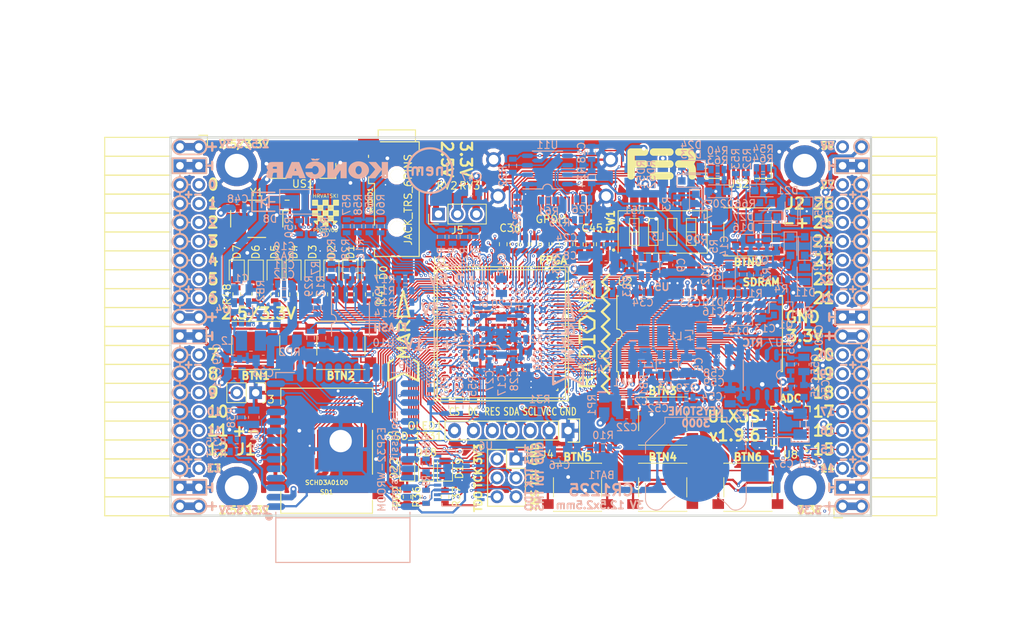
<source format=kicad_pcb>
(kicad_pcb (version 20171130) (host pcbnew 5.0.0-rc2+dfsg1-3)
  (layers (0 F.Cu signal) (1 In1.Cu signal) (2 In2.Cu signal) (31 B.Cu signal) (34 B.Paste user) (35 F.Paste user) (36 B.SilkS user) (37 F.SilkS user) (38 B.Mask user) (39 F.Mask user) (44 Edge.Cuts user))
  (net 0 "")
  (net 1 GND)
  (net 2 +5V)
  (net 3 /gpio/IN5V)
  (net 4 /gpio/OUT5V)
  (net 5 +3V3)
  (net 6 BTN_D)
  (net 7 BTN_F1)
  (net 8 BTN_F2)
  (net 9 BTN_L)
  (net 10 BTN_R)
  (net 11 BTN_U)
  (net 12 /power/FB1)
  (net 13 +2V5)
  (net 14 /power/PWREN)
  (net 15 /power/FB3)
  (net 16 /power/FB2)
  (net 17 /power/VBAT)
  (net 18 JTAG_TDI)
  (net 19 JTAG_TCK)
  (net 20 JTAG_TMS)
  (net 21 JTAG_TDO)
  (net 22 /power/WAKEUPn)
  (net 23 /power/WKUP)
  (net 24 /power/SHUT)
  (net 25 /power/WAKE)
  (net 26 /power/HOLD)
  (net 27 /power/WKn)
  (net 28 /power/OSCI_32k)
  (net 29 /power/OSCO_32k)
  (net 30 SHUTDOWN)
  (net 31 GPDI_SDA)
  (net 32 GPDI_SCL)
  (net 33 /gpdi/VREF2)
  (net 34 SD_CMD)
  (net 35 SD_CLK)
  (net 36 SD_D0)
  (net 37 SD_D1)
  (net 38 USB5V)
  (net 39 GPDI_CEC)
  (net 40 nRESET)
  (net 41 FTDI_nDTR)
  (net 42 SDRAM_CKE)
  (net 43 SDRAM_A7)
  (net 44 SDRAM_D15)
  (net 45 SDRAM_BA1)
  (net 46 SDRAM_D7)
  (net 47 SDRAM_A6)
  (net 48 SDRAM_CLK)
  (net 49 SDRAM_D13)
  (net 50 SDRAM_BA0)
  (net 51 SDRAM_D6)
  (net 52 SDRAM_A5)
  (net 53 SDRAM_D14)
  (net 54 SDRAM_A11)
  (net 55 SDRAM_D12)
  (net 56 SDRAM_D5)
  (net 57 SDRAM_A4)
  (net 58 SDRAM_A10)
  (net 59 SDRAM_D11)
  (net 60 SDRAM_A3)
  (net 61 SDRAM_D4)
  (net 62 SDRAM_D10)
  (net 63 SDRAM_D9)
  (net 64 SDRAM_A9)
  (net 65 SDRAM_D3)
  (net 66 SDRAM_D8)
  (net 67 SDRAM_A8)
  (net 68 SDRAM_A2)
  (net 69 SDRAM_A1)
  (net 70 SDRAM_A0)
  (net 71 SDRAM_D2)
  (net 72 SDRAM_D1)
  (net 73 SDRAM_D0)
  (net 74 SDRAM_DQM0)
  (net 75 SDRAM_nCS)
  (net 76 SDRAM_nRAS)
  (net 77 SDRAM_DQM1)
  (net 78 SDRAM_nCAS)
  (net 79 SDRAM_nWE)
  (net 80 /flash/FLASH_nWP)
  (net 81 /flash/FLASH_nHOLD)
  (net 82 /flash/FLASH_MOSI)
  (net 83 /flash/FLASH_MISO)
  (net 84 /flash/FLASH_SCK)
  (net 85 /flash/FLASH_nCS)
  (net 86 /flash/FPGA_PROGRAMN)
  (net 87 /flash/FPGA_DONE)
  (net 88 /flash/FPGA_INITN)
  (net 89 OLED_RES)
  (net 90 OLED_DC)
  (net 91 OLED_CS)
  (net 92 WIFI_EN)
  (net 93 FTDI_nRTS)
  (net 94 FTDI_TXD)
  (net 95 FTDI_RXD)
  (net 96 WIFI_RXD)
  (net 97 WIFI_GPIO0)
  (net 98 WIFI_TXD)
  (net 99 USB_FTDI_D+)
  (net 100 USB_FTDI_D-)
  (net 101 SD_D3)
  (net 102 AUDIO_L3)
  (net 103 AUDIO_L2)
  (net 104 AUDIO_L1)
  (net 105 AUDIO_L0)
  (net 106 AUDIO_R3)
  (net 107 AUDIO_R2)
  (net 108 AUDIO_R1)
  (net 109 AUDIO_R0)
  (net 110 OLED_CLK)
  (net 111 OLED_MOSI)
  (net 112 LED0)
  (net 113 LED1)
  (net 114 LED2)
  (net 115 LED3)
  (net 116 LED4)
  (net 117 LED5)
  (net 118 LED6)
  (net 119 LED7)
  (net 120 BTN_PWRn)
  (net 121 FTDI_nTXLED)
  (net 122 FTDI_nSLEEP)
  (net 123 /blinkey/LED_PWREN)
  (net 124 /blinkey/LED_TXLED)
  (net 125 /sdcard/SD3V3)
  (net 126 SD_D2)
  (net 127 CLK_25MHz)
  (net 128 /blinkey/BTNPUL)
  (net 129 /blinkey/BTNPUR)
  (net 130 USB_FPGA_D+)
  (net 131 /power/FTDI_nSUSPEND)
  (net 132 /blinkey/ALED0)
  (net 133 /blinkey/ALED1)
  (net 134 /blinkey/ALED2)
  (net 135 /blinkey/ALED3)
  (net 136 /blinkey/ALED4)
  (net 137 /blinkey/ALED5)
  (net 138 /blinkey/ALED6)
  (net 139 /blinkey/ALED7)
  (net 140 /usb/FTD-)
  (net 141 /usb/FTD+)
  (net 142 ADC_MISO)
  (net 143 ADC_MOSI)
  (net 144 ADC_CSn)
  (net 145 ADC_SCLK)
  (net 146 SW3)
  (net 147 SW2)
  (net 148 SW1)
  (net 149 USB_FPGA_D-)
  (net 150 /usb/FPD+)
  (net 151 /usb/FPD-)
  (net 152 WIFI_GPIO16)
  (net 153 /usb/ANT_433MHz)
  (net 154 /power/PWRBTn)
  (net 155 PROG_DONE)
  (net 156 /power/P3V3)
  (net 157 /power/P2V5)
  (net 158 /power/L1)
  (net 159 /power/L3)
  (net 160 /power/L2)
  (net 161 FTDI_TXDEN)
  (net 162 SDRAM_A12)
  (net 163 /analog/AUDIO_V)
  (net 164 AUDIO_V3)
  (net 165 AUDIO_V2)
  (net 166 AUDIO_V1)
  (net 167 AUDIO_V0)
  (net 168 /blinkey/LED_WIFI)
  (net 169 /power/P1V1)
  (net 170 +1V1)
  (net 171 SW4)
  (net 172 /blinkey/SWPU)
  (net 173 /wifi/WIFIEN)
  (net 174 FT2V5)
  (net 175 GN0)
  (net 176 GP0)
  (net 177 GN1)
  (net 178 GP1)
  (net 179 GN2)
  (net 180 GP2)
  (net 181 GN3)
  (net 182 GP3)
  (net 183 GN4)
  (net 184 GP4)
  (net 185 GN5)
  (net 186 GP5)
  (net 187 GN6)
  (net 188 GP6)
  (net 189 GN14)
  (net 190 GP14)
  (net 191 GN15)
  (net 192 GP15)
  (net 193 GN16)
  (net 194 GP16)
  (net 195 GN17)
  (net 196 GP17)
  (net 197 GN18)
  (net 198 GP18)
  (net 199 GN19)
  (net 200 GP19)
  (net 201 GN20)
  (net 202 GP20)
  (net 203 GN21)
  (net 204 GP21)
  (net 205 GN22)
  (net 206 GP22)
  (net 207 GN23)
  (net 208 GP23)
  (net 209 GN24)
  (net 210 GP24)
  (net 211 GN25)
  (net 212 GP25)
  (net 213 GN26)
  (net 214 GP26)
  (net 215 GN27)
  (net 216 GP27)
  (net 217 GN7)
  (net 218 GP7)
  (net 219 GN8)
  (net 220 GP8)
  (net 221 GN9)
  (net 222 GP9)
  (net 223 GN10)
  (net 224 GP10)
  (net 225 GN11)
  (net 226 GP11)
  (net 227 GN12)
  (net 228 GP12)
  (net 229 GN13)
  (net 230 GP13)
  (net 231 WIFI_GPIO5)
  (net 232 WIFI_GPIO17)
  (net 233 USB_FPGA_PULL_D+)
  (net 234 USB_FPGA_PULL_D-)
  (net 235 "Net-(D23-Pad2)")
  (net 236 "Net-(D24-Pad1)")
  (net 237 "Net-(D25-Pad2)")
  (net 238 "Net-(D26-Pad1)")
  (net 239 /gpdi/GPDI_ETH+)
  (net 240 FPDI_ETH+)
  (net 241 /gpdi/GPDI_ETH-)
  (net 242 FPDI_ETH-)
  (net 243 /gpdi/GPDI_D2-)
  (net 244 FPDI_D2-)
  (net 245 /gpdi/GPDI_D1-)
  (net 246 FPDI_D1-)
  (net 247 /gpdi/GPDI_D0-)
  (net 248 FPDI_D0-)
  (net 249 /gpdi/GPDI_CLK-)
  (net 250 FPDI_CLK-)
  (net 251 /gpdi/GPDI_D2+)
  (net 252 FPDI_D2+)
  (net 253 /gpdi/GPDI_D1+)
  (net 254 FPDI_D1+)
  (net 255 /gpdi/GPDI_D0+)
  (net 256 FPDI_D0+)
  (net 257 /gpdi/GPDI_CLK+)
  (net 258 FPDI_CLK+)
  (net 259 FPDI_SDA)
  (net 260 FPDI_SCL)
  (net 261 /gpdi/FPDI_CEC)
  (net 262 2V5_3V3)
  (net 263 "Net-(AUDIO1-Pad5)")
  (net 264 "Net-(AUDIO1-Pad6)")
  (net 265 "Net-(U1-PadA15)")
  (net 266 "Net-(U1-PadC9)")
  (net 267 "Net-(U1-PadD9)")
  (net 268 "Net-(U1-PadD10)")
  (net 269 "Net-(U1-PadD11)")
  (net 270 "Net-(U1-PadD12)")
  (net 271 "Net-(U1-PadE6)")
  (net 272 "Net-(U1-PadE9)")
  (net 273 "Net-(U1-PadE10)")
  (net 274 "Net-(U1-PadE11)")
  (net 275 "Net-(U1-PadJ4)")
  (net 276 "Net-(U1-PadJ5)")
  (net 277 "Net-(U1-PadK5)")
  (net 278 "Net-(U1-PadL5)")
  (net 279 "Net-(U1-PadM4)")
  (net 280 "Net-(U1-PadM5)")
  (net 281 SD_CD)
  (net 282 SD_WP)
  (net 283 "Net-(U1-PadR3)")
  (net 284 "Net-(U1-PadT16)")
  (net 285 "Net-(U1-PadW4)")
  (net 286 "Net-(U1-PadW5)")
  (net 287 "Net-(U1-PadW8)")
  (net 288 "Net-(U1-PadW9)")
  (net 289 "Net-(U1-PadW13)")
  (net 290 "Net-(U1-PadW14)")
  (net 291 "Net-(U1-PadW17)")
  (net 292 "Net-(U1-PadW18)")
  (net 293 FTDI_nRXLED)
  (net 294 "Net-(U8-Pad12)")
  (net 295 "Net-(U8-Pad25)")
  (net 296 "Net-(U9-Pad32)")
  (net 297 "Net-(U9-Pad22)")
  (net 298 "Net-(U9-Pad21)")
  (net 299 "Net-(U9-Pad20)")
  (net 300 "Net-(U9-Pad19)")
  (net 301 "Net-(U9-Pad18)")
  (net 302 "Net-(U9-Pad17)")
  (net 303 "Net-(U9-Pad12)")
  (net 304 "Net-(U9-Pad5)")
  (net 305 "Net-(U9-Pad4)")
  (net 306 "Net-(US1-Pad4)")
  (net 307 "Net-(Y2-Pad3)")
  (net 308 "Net-(Y2-Pad2)")
  (net 309 "Net-(U1-PadK16)")
  (net 310 "Net-(U1-PadK17)")
  (net 311 /usb/US2VBUS)
  (net 312 /power/SHD)
  (net 313 /power/RTCVDD)
  (net 314 "Net-(D27-Pad2)")
  (net 315 US2_ID)
  (net 316 /analog/AUDIO_L)
  (net 317 /analog/AUDIO_R)
  (net 318 /analog/ADC3V3)
  (module Keystone_3000_1x12mm-CoinCell:Keystone_3000_1x12mm-CoinCell (layer B.Cu) (at 164.585 105.87 90)
    (fp_text reference BAT1 (at -0.907 -12.685 180) (layer B.SilkS) (effects (justify mirror)))
    (fp_text value CR1225)
    (pad 1 smd rect (at 0 7.9 180) (size 3.7 3.5) (layers B.Cu B.Paste B.Mask) (net 17 /power/VBAT) (clearance 0.7))
    (pad 1 smd rect (at 0 -7.9 180) (size 3.7 3.5) (layers B.Cu B.Paste B.Mask) (net 17 /power/VBAT) (clearance 0.7))
    (pad 2 smd circle (at 0 0 180) (size 9 9) (layers B.Cu B.Mask) (net 1 GND))
  )
  (module SM8:SM8 (layer B.Cu) (at 144.68 65.8015 90)
    (fp_text reference U11 (at 3.3475 -0.019 -180) (layer B.SilkS) (effects (justify mirror)))
    (fp_text value PCA9306D)
    (pad 1 smd rect (at -1.905 -2.7) (size 1.55 0.6) (layers B.Cu B.Paste B.Mask) (net 1 GND))
    (pad 2 smd oval (at -0.635 -2.7) (size 1.55 0.6) (layers B.Cu B.Paste B.Mask) (net 13 +2V5))
    (pad 3 smd oval (at 0.635 -2.7) (size 1.55 0.6) (layers B.Cu B.Paste B.Mask) (net 260 FPDI_SCL))
    (pad 4 smd oval (at 1.905 -2.7) (size 1.55 0.6) (layers B.Cu B.Paste B.Mask) (net 259 FPDI_SDA))
    (pad 5 smd oval (at 1.905 2.7) (size 1.55 0.6) (layers B.Cu B.Paste B.Mask) (net 31 GPDI_SDA))
    (pad 6 smd oval (at 0.635 2.7) (size 1.55 0.6) (layers B.Cu B.Paste B.Mask) (net 32 GPDI_SCL))
    (pad 7 smd oval (at -0.635 2.7) (size 1.55 0.6) (layers B.Cu B.Paste B.Mask) (net 33 /gpdi/VREF2))
    (pad 8 smd oval (at -1.905 2.7) (size 1.55 0.6) (layers B.Cu B.Paste B.Mask) (net 5 +3V3))
  )
  (module TSOP54:TSOP54 (layer F.Cu) (at 165.093 87.8 90)
    (fp_text reference U2 (at 6.98 -9.993 180) (layer F.SilkS))
    (fp_text value MT48LC16M16A2TG)
    (pad 28 smd rect (at 5.53 10.4 90) (size 0.9 0.56) (layers F.Cu F.Paste F.Mask) (net 1 GND))
    (pad 1 smd rect (at -5.53 -10.4 90) (size 0.9 0.56) (layers F.Cu F.Paste F.Mask) (net 5 +3V3))
    (pad 2 smd rect (at -5.53 -9.6 90) (size 0.9 0.56) (layers F.Cu F.Paste F.Mask) (net 73 SDRAM_D0))
    (pad 3 smd rect (at -5.53 -8.8 90) (size 0.9 0.56) (layers F.Cu F.Paste F.Mask) (net 5 +3V3))
    (pad 4 smd rect (at -5.53 -8 90) (size 0.9 0.56) (layers F.Cu F.Paste F.Mask) (net 72 SDRAM_D1))
    (pad 5 smd rect (at -5.53 -7.2 90) (size 0.9 0.56) (layers F.Cu F.Paste F.Mask) (net 71 SDRAM_D2))
    (pad 6 smd rect (at -5.53 -6.4 90) (size 0.9 0.56) (layers F.Cu F.Paste F.Mask) (net 1 GND))
    (pad 7 smd rect (at -5.53 -5.6 90) (size 0.9 0.56) (layers F.Cu F.Paste F.Mask) (net 65 SDRAM_D3))
    (pad 8 smd rect (at -5.53 -4.8 90) (size 0.9 0.56) (layers F.Cu F.Paste F.Mask) (net 61 SDRAM_D4))
    (pad 9 smd rect (at -5.53 -4 90) (size 0.9 0.56) (layers F.Cu F.Paste F.Mask) (net 5 +3V3))
    (pad 10 smd rect (at -5.53 -3.2 90) (size 0.9 0.56) (layers F.Cu F.Paste F.Mask) (net 56 SDRAM_D5))
    (pad 11 smd rect (at -5.53 -2.4 90) (size 0.9 0.56) (layers F.Cu F.Paste F.Mask) (net 51 SDRAM_D6))
    (pad 12 smd rect (at -5.53 -1.6 90) (size 0.9 0.56) (layers F.Cu F.Paste F.Mask) (net 1 GND))
    (pad 13 smd rect (at -5.53 -0.8 90) (size 0.9 0.56) (layers F.Cu F.Paste F.Mask) (net 46 SDRAM_D7))
    (pad 14 smd rect (at -5.53 0 90) (size 0.9 0.56) (layers F.Cu F.Paste F.Mask) (net 5 +3V3))
    (pad 15 smd rect (at -5.53 0.8 90) (size 0.9 0.56) (layers F.Cu F.Paste F.Mask) (net 74 SDRAM_DQM0))
    (pad 16 smd rect (at -5.53 1.6 90) (size 0.9 0.56) (layers F.Cu F.Paste F.Mask) (net 79 SDRAM_nWE))
    (pad 17 smd rect (at -5.53 2.4 90) (size 0.9 0.56) (layers F.Cu F.Paste F.Mask) (net 78 SDRAM_nCAS))
    (pad 18 smd rect (at -5.53 3.2 90) (size 0.9 0.56) (layers F.Cu F.Paste F.Mask) (net 76 SDRAM_nRAS))
    (pad 19 smd rect (at -5.53 4 90) (size 0.9 0.56) (layers F.Cu F.Paste F.Mask) (net 75 SDRAM_nCS))
    (pad 20 smd rect (at -5.53 4.8 90) (size 0.9 0.56) (layers F.Cu F.Paste F.Mask) (net 50 SDRAM_BA0))
    (pad 21 smd rect (at -5.53 5.6 90) (size 0.9 0.56) (layers F.Cu F.Paste F.Mask) (net 45 SDRAM_BA1))
    (pad 22 smd rect (at -5.53 6.4 90) (size 0.9 0.56) (layers F.Cu F.Paste F.Mask) (net 58 SDRAM_A10))
    (pad 23 smd rect (at -5.53 7.2 90) (size 0.9 0.56) (layers F.Cu F.Paste F.Mask) (net 70 SDRAM_A0))
    (pad 24 smd rect (at -5.53 8 90) (size 0.9 0.56) (layers F.Cu F.Paste F.Mask) (net 69 SDRAM_A1))
    (pad 25 smd rect (at -5.53 8.8 90) (size 0.9 0.56) (layers F.Cu F.Paste F.Mask) (net 68 SDRAM_A2))
    (pad 26 smd rect (at -5.53 9.6 90) (size 0.9 0.56) (layers F.Cu F.Paste F.Mask) (net 60 SDRAM_A3))
    (pad 27 smd rect (at -5.53 10.4 90) (size 0.9 0.56) (layers F.Cu F.Paste F.Mask) (net 5 +3V3))
    (pad 29 smd rect (at 5.53 9.6 90) (size 0.9 0.56) (layers F.Cu F.Paste F.Mask) (net 57 SDRAM_A4))
    (pad 30 smd rect (at 5.53 8.8 90) (size 0.9 0.56) (layers F.Cu F.Paste F.Mask) (net 52 SDRAM_A5))
    (pad 31 smd rect (at 5.53 8 90) (size 0.9 0.56) (layers F.Cu F.Paste F.Mask) (net 47 SDRAM_A6))
    (pad 32 smd rect (at 5.53 7.2 90) (size 0.9 0.56) (layers F.Cu F.Paste F.Mask) (net 43 SDRAM_A7))
    (pad 33 smd rect (at 5.53 6.4 90) (size 0.9 0.56) (layers F.Cu F.Paste F.Mask) (net 67 SDRAM_A8))
    (pad 34 smd rect (at 5.53 5.6 90) (size 0.9 0.56) (layers F.Cu F.Paste F.Mask) (net 64 SDRAM_A9))
    (pad 35 smd rect (at 5.53 4.8 90) (size 0.9 0.56) (layers F.Cu F.Paste F.Mask) (net 54 SDRAM_A11))
    (pad 36 smd rect (at 5.53 4 90) (size 0.9 0.56) (layers F.Cu F.Paste F.Mask) (net 162 SDRAM_A12))
    (pad 37 smd rect (at 5.53 3.2 90) (size 0.9 0.56) (layers F.Cu F.Paste F.Mask) (net 42 SDRAM_CKE))
    (pad 38 smd rect (at 5.53 2.4 90) (size 0.9 0.56) (layers F.Cu F.Paste F.Mask) (net 48 SDRAM_CLK))
    (pad 39 smd rect (at 5.53 1.6 90) (size 0.9 0.56) (layers F.Cu F.Paste F.Mask) (net 77 SDRAM_DQM1))
    (pad 40 smd rect (at 5.53 0.8 90) (size 0.9 0.56) (layers F.Cu F.Paste F.Mask))
    (pad 41 smd rect (at 5.53 0 90) (size 0.9 0.56) (layers F.Cu F.Paste F.Mask) (net 1 GND))
    (pad 42 smd rect (at 5.53 -0.8 90) (size 0.9 0.56) (layers F.Cu F.Paste F.Mask) (net 66 SDRAM_D8))
    (pad 43 smd rect (at 5.53 -1.6 90) (size 0.9 0.56) (layers F.Cu F.Paste F.Mask) (net 5 +3V3))
    (pad 44 smd rect (at 5.53 -2.4 90) (size 0.9 0.56) (layers F.Cu F.Paste F.Mask) (net 63 SDRAM_D9))
    (pad 45 smd rect (at 5.53 -3.2 90) (size 0.9 0.56) (layers F.Cu F.Paste F.Mask) (net 62 SDRAM_D10))
    (pad 46 smd rect (at 5.53 -4 90) (size 0.9 0.56) (layers F.Cu F.Paste F.Mask) (net 1 GND))
    (pad 47 smd rect (at 5.53 -4.8 90) (size 0.9 0.56) (layers F.Cu F.Paste F.Mask) (net 59 SDRAM_D11))
    (pad 48 smd rect (at 5.53 -5.6 90) (size 0.9 0.56) (layers F.Cu F.Paste F.Mask) (net 55 SDRAM_D12))
    (pad 49 smd rect (at 5.53 -6.4 90) (size 0.9 0.56) (layers F.Cu F.Paste F.Mask) (net 5 +3V3))
    (pad 50 smd rect (at 5.53 -7.2 90) (size 0.9 0.56) (layers F.Cu F.Paste F.Mask) (net 49 SDRAM_D13))
    (pad 51 smd rect (at 5.53 -8 90) (size 0.9 0.56) (layers F.Cu F.Paste F.Mask) (net 53 SDRAM_D14))
    (pad 52 smd rect (at 5.53 -8.8 90) (size 0.9 0.56) (layers F.Cu F.Paste F.Mask) (net 1 GND))
    (pad 53 smd rect (at 5.53 -9.6 90) (size 0.9 0.56) (layers F.Cu F.Paste F.Mask) (net 44 SDRAM_D15))
    (pad 54 smd rect (at 5.53 -10.4 90) (size 0.9 0.56) (layers F.Cu F.Paste F.Mask) (net 1 GND))
  )
  (module SOA008-150mil:SOA008-150-208mil (layer B.Cu) (at 118.245 85.822 270)
    (fp_text reference U10 (at 3.175 -4.445) (layer B.SilkS) (effects (justify mirror)))
    (fp_text value IS25LP128F-JBLE)
    (pad 1 smd rect (at -3.302 1.905 270) (size 2.1 0.6) (layers B.Cu B.Paste B.Mask) (net 85 /flash/FLASH_nCS))
    (pad 2 smd oval (at -3.302 0.635 270) (size 2.1 0.6) (layers B.Cu B.Paste B.Mask) (net 83 /flash/FLASH_MISO))
    (pad 3 smd oval (at -3.302 -0.635 270) (size 2.1 0.6) (layers B.Cu B.Paste B.Mask) (net 80 /flash/FLASH_nWP))
    (pad 4 smd oval (at -3.302 -1.905 270) (size 2.1 0.6) (layers B.Cu B.Paste B.Mask) (net 1 GND))
    (pad 5 smd oval (at 3.302 -1.905 270) (size 2.1 0.6) (layers B.Cu B.Paste B.Mask) (net 82 /flash/FLASH_MOSI))
    (pad 6 smd oval (at 3.302 -0.635 270) (size 2.1 0.6) (layers B.Cu B.Paste B.Mask) (net 84 /flash/FLASH_SCK))
    (pad 7 smd oval (at 3.302 0.635 270) (size 2.1 0.6) (layers B.Cu B.Paste B.Mask) (net 81 /flash/FLASH_nHOLD))
    (pad 8 smd oval (at 3.302 1.905 270) (size 2.1 0.6) (layers B.Cu B.Paste B.Mask) (net 5 +3V3))
  )
  (module SOT96-1:SOT96-1 (layer B.Cu) (at 173.49 93.315 90)
    (fp_text reference U7 (at 4.318 1.778 180) (layer B.SilkS) (effects (justify mirror)))
    (fp_text value PCF8523)
    (pad 1 smd rect (at -2.7 1.905 90) (size 1.55 0.6) (layers B.Cu B.Paste B.Mask) (net 28 /power/OSCI_32k))
    (pad 2 smd oval (at -2.7 0.635 90) (size 1.55 0.6) (layers B.Cu B.Paste B.Mask) (net 29 /power/OSCO_32k))
    (pad 3 smd oval (at -2.7 -0.635 90) (size 1.55 0.6) (layers B.Cu B.Paste B.Mask) (net 17 /power/VBAT))
    (pad 4 smd oval (at -2.7 -1.905 90) (size 1.55 0.6) (layers B.Cu B.Paste B.Mask) (net 1 GND))
    (pad 5 smd oval (at 2.7 -1.905 90) (size 1.55 0.6) (layers B.Cu B.Paste B.Mask) (net 259 FPDI_SDA))
    (pad 6 smd oval (at 2.7 -0.635 90) (size 1.55 0.6) (layers B.Cu B.Paste B.Mask) (net 260 FPDI_SCL))
    (pad 7 smd oval (at 2.7 0.635 90) (size 1.55 0.6) (layers B.Cu B.Paste B.Mask) (net 22 /power/WAKEUPn))
    (pad 8 smd oval (at 2.7 1.905 90) (size 1.55 0.6) (layers B.Cu B.Paste B.Mask) (net 313 /power/RTCVDD))
  )
  (module ft231x:FT231X-SSOP-20_4.4x6.5mm_Pitch0.65mm (layer B.Cu) (at 132.835 107.14 180)
    (fp_text reference U6 (at -3.556 4.318 180) (layer B.SilkS) (effects (justify mirror)))
    (fp_text value FT231XS)
    (pad 20 smd rect (at 2.9 2.925 180) (size 1 0.4) (layers B.Cu B.Paste B.Mask) (net 94 FTDI_TXD))
    (pad 19 smd rect (at 2.9 2.275 180) (size 1 0.4) (layers B.Cu B.Paste B.Mask) (net 122 FTDI_nSLEEP))
    (pad 18 smd rect (at 2.9 1.625 180) (size 1 0.4) (layers B.Cu B.Paste B.Mask) (net 161 FTDI_TXDEN))
    (pad 17 smd rect (at 2.9 0.975 180) (size 1 0.4) (layers B.Cu B.Paste B.Mask) (net 293 FTDI_nRXLED))
    (pad 16 smd rect (at 2.9 0.325 180) (size 1 0.4) (layers B.Cu B.Paste B.Mask) (net 1 GND))
    (pad 15 smd rect (at 2.9 -0.325 180) (size 1 0.4) (layers B.Cu B.Paste B.Mask) (net 38 USB5V))
    (pad 14 smd rect (at 2.9 -0.975 180) (size 1 0.4) (layers B.Cu B.Paste B.Mask) (net 40 nRESET))
    (pad 13 smd rect (at 2.9 -1.625 180) (size 1 0.4) (layers B.Cu B.Paste B.Mask) (net 174 FT2V5))
    (pad 12 smd rect (at 2.9 -2.275 180) (size 1 0.4) (layers B.Cu B.Paste B.Mask) (net 100 USB_FTDI_D-))
    (pad 11 smd rect (at 2.9 -2.925 180) (size 1 0.4) (layers B.Cu B.Paste B.Mask) (net 99 USB_FTDI_D+))
    (pad 10 smd rect (at -2.9 -2.925 180) (size 1 0.4) (layers B.Cu B.Paste B.Mask) (net 121 FTDI_nTXLED))
    (pad 9 smd rect (at -2.9 -2.275 180) (size 1 0.4) (layers B.Cu B.Paste B.Mask) (net 21 JTAG_TDO))
    (pad 8 smd rect (at -2.9 -1.625 180) (size 1 0.4) (layers B.Cu B.Paste B.Mask) (net 20 JTAG_TMS))
    (pad 7 smd rect (at -2.9 -0.975 180) (size 1 0.4) (layers B.Cu B.Paste B.Mask) (net 19 JTAG_TCK))
    (pad 6 smd rect (at -2.9 -0.325 180) (size 1 0.4) (layers B.Cu B.Paste B.Mask) (net 1 GND))
    (pad 5 smd rect (at -2.9 0.325 180) (size 1 0.4) (layers B.Cu B.Paste B.Mask) (net 18 JTAG_TDI))
    (pad 4 smd rect (at -2.9 0.975 180) (size 1 0.4) (layers B.Cu B.Paste B.Mask) (net 95 FTDI_RXD))
    (pad 3 smd rect (at -2.9 1.625 180) (size 1 0.4) (layers B.Cu B.Paste B.Mask) (net 174 FT2V5))
    (pad 2 smd rect (at -2.9 2.275 180) (size 1 0.4) (layers B.Cu B.Paste B.Mask) (net 93 FTDI_nRTS))
    (pad 1 smd rect (at -2.9 2.925 180) (size 1 0.4) (layers B.Cu B.Paste B.Mask) (net 41 FTDI_nDTR))
  )
  (module TSOT-25:TSOT-25 (layer B.Cu) (at 158.235 78.692)
    (fp_text reference U5 (at 1.793 2.812) (layer B.SilkS) (effects (font (thickness 0.2)) (justify mirror)))
    (fp_text value TLV62569DBV)
    (pad 1 smd rect (at -0.95 -1.3) (size 0.7 1.2) (layers B.Cu B.Paste B.Mask) (net 14 /power/PWREN))
    (pad 2 smd rect (at 0 -1.3) (size 0.7 1.2) (layers B.Cu B.Paste B.Mask) (net 1 GND))
    (pad 3 smd rect (at 0.95 -1.3) (size 0.7 1.2) (layers B.Cu B.Paste B.Mask) (net 159 /power/L3))
    (pad 4 smd rect (at 0.95 1.3) (size 0.7 1.2) (layers B.Cu B.Paste B.Mask) (net 2 +5V))
    (pad 5 smd rect (at -0.95 1.3) (size 0.7 1.2) (layers B.Cu B.Paste B.Mask) (net 15 /power/FB3))
  )
  (module TSOT-25:TSOT-25 (layer B.Cu) (at 160.775 91.9)
    (fp_text reference U3 (at -0.295 2.9) (layer B.SilkS) (effects (font (thickness 0.2)) (justify mirror)))
    (fp_text value TLV62569DBV)
    (pad 1 smd rect (at -0.95 -1.3) (size 0.7 1.2) (layers B.Cu B.Paste B.Mask) (net 14 /power/PWREN))
    (pad 2 smd rect (at 0 -1.3) (size 0.7 1.2) (layers B.Cu B.Paste B.Mask) (net 1 GND))
    (pad 3 smd rect (at 0.95 -1.3) (size 0.7 1.2) (layers B.Cu B.Paste B.Mask) (net 158 /power/L1))
    (pad 4 smd rect (at 0.95 1.3) (size 0.7 1.2) (layers B.Cu B.Paste B.Mask) (net 2 +5V))
    (pad 5 smd rect (at -0.95 1.3) (size 0.7 1.2) (layers B.Cu B.Paste B.Mask) (net 12 /power/FB1))
  )
  (module TSOT-25:TSOT-25 (layer B.Cu) (at 103.625 84.915 180)
    (fp_text reference U4 (at 2.525 0.4265 180) (layer B.SilkS) (effects (font (thickness 0.2)) (justify mirror)))
    (fp_text value TLV62569DBV)
    (pad 1 smd rect (at -0.95 -1.3 180) (size 0.7 1.2) (layers B.Cu B.Paste B.Mask) (net 14 /power/PWREN))
    (pad 2 smd rect (at 0 -1.3 180) (size 0.7 1.2) (layers B.Cu B.Paste B.Mask) (net 1 GND))
    (pad 3 smd rect (at 0.95 -1.3 180) (size 0.7 1.2) (layers B.Cu B.Paste B.Mask) (net 160 /power/L2))
    (pad 4 smd rect (at 0.95 1.3 180) (size 0.7 1.2) (layers B.Cu B.Paste B.Mask) (net 2 +5V))
    (pad 5 smd rect (at -0.95 1.3 180) (size 0.7 1.2) (layers B.Cu B.Paste B.Mask) (net 16 /power/FB2))
  )
  (module ESP32:ESP32-WROOM (layer B.Cu) (at 117.23 105.75 180)
    (fp_text reference U9 (at -8.366 13.85 180) (layer B.SilkS) (effects (justify mirror)))
    (fp_text value ESP-WROOM32)
    (fp_text user "Espressif Systems" (at -6.858 0.889 90) (layer B.SilkS) (effects (justify mirror)))
    (fp_text user ESP32-WROOM (at -5.207 -0.254 90) (layer B.SilkS) (effects (justify mirror)))
    (pad 38 smd oval (at -9 -5.25 180) (size 2.5 0.9) (layers B.Cu B.Paste B.Mask) (net 1 GND))
    (pad 37 smd oval (at -9 -3.98 180) (size 2.5 0.9) (layers B.Cu B.Paste B.Mask) (net 18 JTAG_TDI))
    (pad 36 smd oval (at -9 -2.71 180) (size 2.5 0.9) (layers B.Cu B.Paste B.Mask) (net 155 PROG_DONE))
    (pad 35 smd oval (at -9 -1.44 180) (size 2.5 0.9) (layers B.Cu B.Paste B.Mask) (net 98 WIFI_TXD))
    (pad 34 smd oval (at -9 -0.17 180) (size 2.5 0.9) (layers B.Cu B.Paste B.Mask) (net 96 WIFI_RXD))
    (pad 33 smd oval (at -9 1.1 180) (size 2.5 0.9) (layers B.Cu B.Paste B.Mask) (net 20 JTAG_TMS))
    (pad 32 smd oval (at -9 2.37 180) (size 2.5 0.9) (layers B.Cu B.Paste B.Mask) (net 296 "Net-(U9-Pad32)"))
    (pad 31 smd oval (at -9 3.64 180) (size 2.5 0.9) (layers B.Cu B.Paste B.Mask) (net 21 JTAG_TDO))
    (pad 30 smd oval (at -9 4.91 180) (size 2.5 0.9) (layers B.Cu B.Paste B.Mask) (net 19 JTAG_TCK))
    (pad 29 smd oval (at -9 6.18 180) (size 2.5 0.9) (layers B.Cu B.Paste B.Mask) (net 231 WIFI_GPIO5))
    (pad 28 smd oval (at -9 7.45 180) (size 2.5 0.9) (layers B.Cu B.Paste B.Mask) (net 232 WIFI_GPIO17))
    (pad 27 smd oval (at -9 8.72 180) (size 2.5 0.9) (layers B.Cu B.Paste B.Mask) (net 152 WIFI_GPIO16))
    (pad 26 smd oval (at -9 9.99 180) (size 2.5 0.9) (layers B.Cu B.Paste B.Mask) (net 37 SD_D1))
    (pad 25 smd oval (at -9 11.26 180) (size 2.5 0.9) (layers B.Cu B.Paste B.Mask) (net 97 WIFI_GPIO0))
    (pad 24 smd oval (at -5.715 12.75 180) (size 0.9 2.5) (layers B.Cu B.Paste B.Mask) (net 36 SD_D0))
    (pad 23 smd oval (at -4.445 12.75 180) (size 0.9 2.5) (layers B.Cu B.Paste B.Mask) (net 34 SD_CMD))
    (pad 22 smd oval (at -3.175 12.75 180) (size 0.9 2.5) (layers B.Cu B.Paste B.Mask) (net 297 "Net-(U9-Pad22)"))
    (pad 21 smd oval (at -1.905 12.75 180) (size 0.9 2.5) (layers B.Cu B.Paste B.Mask) (net 298 "Net-(U9-Pad21)"))
    (pad 20 smd oval (at -0.635 12.75 180) (size 0.9 2.5) (layers B.Cu B.Paste B.Mask) (net 299 "Net-(U9-Pad20)"))
    (pad 19 smd oval (at 0.635 12.75 180) (size 0.9 2.5) (layers B.Cu B.Paste B.Mask) (net 300 "Net-(U9-Pad19)"))
    (pad 18 smd oval (at 1.905 12.75 180) (size 0.9 2.5) (layers B.Cu B.Paste B.Mask) (net 301 "Net-(U9-Pad18)"))
    (pad 17 smd oval (at 3.175 12.75 180) (size 0.9 2.5) (layers B.Cu B.Paste B.Mask) (net 302 "Net-(U9-Pad17)"))
    (pad 16 smd oval (at 4.445 12.75 180) (size 0.9 2.5) (layers B.Cu B.Paste B.Mask) (net 101 SD_D3))
    (pad 15 smd oval (at 5.715 12.75 180) (size 0.9 2.5) (layers B.Cu B.Paste B.Mask) (net 1 GND))
    (pad 14 smd oval (at 9 11.26 180) (size 2.5 0.9) (layers B.Cu B.Paste B.Mask) (net 126 SD_D2))
    (pad 13 smd oval (at 9 9.99 180) (size 2.5 0.9) (layers B.Cu B.Paste B.Mask) (net 35 SD_CLK))
    (pad 12 smd oval (at 9 8.72 180) (size 2.5 0.9) (layers B.Cu B.Paste B.Mask) (net 303 "Net-(U9-Pad12)"))
    (pad 11 smd oval (at 9 7.45 180) (size 2.5 0.9) (layers B.Cu B.Paste B.Mask) (net 225 GN11))
    (pad 10 smd oval (at 9 6.18 180) (size 2.5 0.9) (layers B.Cu B.Paste B.Mask) (net 226 GP11))
    (pad 9 smd oval (at 9 4.91 180) (size 2.5 0.9) (layers B.Cu B.Paste B.Mask) (net 227 GN12))
    (pad 8 smd oval (at 9 3.64 180) (size 2.5 0.9) (layers B.Cu B.Paste B.Mask) (net 228 GP12))
    (pad 7 smd oval (at 9 2.37 180) (size 2.5 0.9) (layers B.Cu B.Paste B.Mask) (net 229 GN13))
    (pad 6 smd oval (at 9 1.1 180) (size 2.5 0.9) (layers B.Cu B.Paste B.Mask) (net 230 GP13))
    (pad 5 smd oval (at 9 -0.17 180) (size 2.5 0.9) (layers B.Cu B.Paste B.Mask) (net 304 "Net-(U9-Pad5)"))
    (pad 4 smd oval (at 9 -1.44 180) (size 2.5 0.9) (layers B.Cu B.Paste B.Mask) (net 305 "Net-(U9-Pad4)"))
    (pad 3 smd oval (at 9 -2.71 180) (size 2.5 0.9) (layers B.Cu B.Paste B.Mask) (net 173 /wifi/WIFIEN))
    (pad 2 smd oval (at 9 -3.98 180) (size 2.5 0.9) (layers B.Cu B.Paste B.Mask) (net 5 +3V3))
    (pad 1 smd oval (at 9 -5.25 180) (size 2.5 0.9) (layers B.Cu B.Paste B.Mask) (net 1 GND))
    (pad 39 smd rect (at 0.3 2.45 180) (size 6 6) (layers B.Cu B.Paste B.Mask) (net 1 GND))
  )
  (module inem:inem (layer B.Cu) (at 128.913 65.883)
    (fp_text reference REF** hide)
    (fp_text value inem hide)
    (fp_text user inem (at 0 -0.1) (layer B.SilkS) (effects (font (size 1.5 1.5) (thickness 0.3)) (justify mirror)))
  )
  (module fer:fer4mm6 (layer F.Cu) (at 159.901 64.994)
    (fp_text reference fer hide)
    (fp_text value fer hide)
  )
  (module Socket_Strips:Socket_Strip_Angled_2x20 (layer F.Cu) (at 97.91 62.69 270)
    (fp_text reference J1 (at 40.64 -6.35) (layer F.SilkS) (effects (font (size 1.5 1.5) (thickness 0.3))))
    (fp_text value CONN_02X20 hide)
    (pad 1 thru_hole oval (at 0 0 270) (size 1.7272 1.7272) (drill 1.016) (layers *.Cu *.Mask) (net 262 2V5_3V3))
    (pad 2 thru_hole oval (at 0 2.54 270) (size 1.7272 1.7272) (drill 1.016) (layers *.Cu *.Mask) (net 262 2V5_3V3))
    (pad 3 thru_hole rect (at 2.54 0 270) (size 1.7272 1.7272) (drill 1.016) (layers *.Cu *.Mask) (net 1 GND))
    (pad 4 thru_hole rect (at 2.54 2.54 270) (size 1.7272 1.7272) (drill 1.016) (layers *.Cu *.Mask) (net 1 GND))
    (pad 5 thru_hole oval (at 5.08 0 270) (size 1.7272 1.7272) (drill 1.016) (layers *.Cu *.Mask) (net 175 GN0))
    (pad 6 thru_hole oval (at 5.08 2.54 270) (size 1.7272 1.7272) (drill 1.016) (layers *.Cu *.Mask) (net 176 GP0))
    (pad 7 thru_hole oval (at 7.62 0 270) (size 1.7272 1.7272) (drill 1.016) (layers *.Cu *.Mask) (net 177 GN1))
    (pad 8 thru_hole oval (at 7.62 2.54 270) (size 1.7272 1.7272) (drill 1.016) (layers *.Cu *.Mask) (net 178 GP1))
    (pad 9 thru_hole oval (at 10.16 0 270) (size 1.7272 1.7272) (drill 1.016) (layers *.Cu *.Mask) (net 179 GN2))
    (pad 10 thru_hole oval (at 10.16 2.54 270) (size 1.7272 1.7272) (drill 1.016) (layers *.Cu *.Mask) (net 180 GP2))
    (pad 11 thru_hole oval (at 12.7 0 270) (size 1.7272 1.7272) (drill 1.016) (layers *.Cu *.Mask) (net 181 GN3))
    (pad 12 thru_hole oval (at 12.7 2.54 270) (size 1.7272 1.7272) (drill 1.016) (layers *.Cu *.Mask) (net 182 GP3))
    (pad 13 thru_hole oval (at 15.24 0 270) (size 1.7272 1.7272) (drill 1.016) (layers *.Cu *.Mask) (net 183 GN4))
    (pad 14 thru_hole oval (at 15.24 2.54 270) (size 1.7272 1.7272) (drill 1.016) (layers *.Cu *.Mask) (net 184 GP4))
    (pad 15 thru_hole oval (at 17.78 0 270) (size 1.7272 1.7272) (drill 1.016) (layers *.Cu *.Mask) (net 185 GN5))
    (pad 16 thru_hole oval (at 17.78 2.54 270) (size 1.7272 1.7272) (drill 1.016) (layers *.Cu *.Mask) (net 186 GP5))
    (pad 17 thru_hole oval (at 20.32 0 270) (size 1.7272 1.7272) (drill 1.016) (layers *.Cu *.Mask) (net 187 GN6))
    (pad 18 thru_hole oval (at 20.32 2.54 270) (size 1.7272 1.7272) (drill 1.016) (layers *.Cu *.Mask) (net 188 GP6))
    (pad 19 thru_hole oval (at 22.86 0 270) (size 1.7272 1.7272) (drill 1.016) (layers *.Cu *.Mask) (net 262 2V5_3V3))
    (pad 20 thru_hole oval (at 22.86 2.54 270) (size 1.7272 1.7272) (drill 1.016) (layers *.Cu *.Mask) (net 262 2V5_3V3))
    (pad 21 thru_hole rect (at 25.4 0 270) (size 1.7272 1.7272) (drill 1.016) (layers *.Cu *.Mask) (net 1 GND))
    (pad 22 thru_hole rect (at 25.4 2.54 270) (size 1.7272 1.7272) (drill 1.016) (layers *.Cu *.Mask) (net 1 GND))
    (pad 23 thru_hole oval (at 27.94 0 270) (size 1.7272 1.7272) (drill 1.016) (layers *.Cu *.Mask) (net 217 GN7))
    (pad 24 thru_hole oval (at 27.94 2.54 270) (size 1.7272 1.7272) (drill 1.016) (layers *.Cu *.Mask) (net 218 GP7))
    (pad 25 thru_hole oval (at 30.48 0 270) (size 1.7272 1.7272) (drill 1.016) (layers *.Cu *.Mask) (net 219 GN8))
    (pad 26 thru_hole oval (at 30.48 2.54 270) (size 1.7272 1.7272) (drill 1.016) (layers *.Cu *.Mask) (net 220 GP8))
    (pad 27 thru_hole oval (at 33.02 0 270) (size 1.7272 1.7272) (drill 1.016) (layers *.Cu *.Mask) (net 221 GN9))
    (pad 28 thru_hole oval (at 33.02 2.54 270) (size 1.7272 1.7272) (drill 1.016) (layers *.Cu *.Mask) (net 222 GP9))
    (pad 29 thru_hole oval (at 35.56 0 270) (size 1.7272 1.7272) (drill 1.016) (layers *.Cu *.Mask) (net 223 GN10))
    (pad 30 thru_hole oval (at 35.56 2.54 270) (size 1.7272 1.7272) (drill 1.016) (layers *.Cu *.Mask) (net 224 GP10))
    (pad 31 thru_hole oval (at 38.1 0 270) (size 1.7272 1.7272) (drill 1.016) (layers *.Cu *.Mask) (net 225 GN11))
    (pad 32 thru_hole oval (at 38.1 2.54 270) (size 1.7272 1.7272) (drill 1.016) (layers *.Cu *.Mask) (net 226 GP11))
    (pad 33 thru_hole oval (at 40.64 0 270) (size 1.7272 1.7272) (drill 1.016) (layers *.Cu *.Mask) (net 227 GN12))
    (pad 34 thru_hole oval (at 40.64 2.54 270) (size 1.7272 1.7272) (drill 1.016) (layers *.Cu *.Mask) (net 228 GP12))
    (pad 35 thru_hole oval (at 43.18 0 270) (size 1.7272 1.7272) (drill 1.016) (layers *.Cu *.Mask) (net 229 GN13))
    (pad 36 thru_hole oval (at 43.18 2.54 270) (size 1.7272 1.7272) (drill 1.016) (layers *.Cu *.Mask) (net 230 GP13))
    (pad 37 thru_hole rect (at 45.72 0 270) (size 1.7272 1.7272) (drill 1.016) (layers *.Cu *.Mask) (net 1 GND))
    (pad 38 thru_hole rect (at 45.72 2.54 270) (size 1.7272 1.7272) (drill 1.016) (layers *.Cu *.Mask) (net 1 GND))
    (pad 39 thru_hole oval (at 48.26 0 270) (size 1.7272 1.7272) (drill 1.016) (layers *.Cu *.Mask) (net 262 2V5_3V3))
    (pad 40 thru_hole oval (at 48.26 2.54 270) (size 1.7272 1.7272) (drill 1.016) (layers *.Cu *.Mask) (net 262 2V5_3V3))
  )
  (module Socket_Strips:Socket_Strip_Angled_2x20 (layer F.Cu) (at 184.27 110.95 90)
    (fp_text reference J2 (at 40.64 -6.35 180) (layer F.SilkS) (effects (font (size 1.5 1.5) (thickness 0.3))))
    (fp_text value CONN_02X20 hide)
    (pad 1 thru_hole oval (at 0 0 90) (size 1.7272 1.7272) (drill 1.016) (layers *.Cu *.Mask) (net 5 +3V3))
    (pad 2 thru_hole oval (at 0 2.54 90) (size 1.7272 1.7272) (drill 1.016) (layers *.Cu *.Mask) (net 5 +3V3))
    (pad 3 thru_hole rect (at 2.54 0 90) (size 1.7272 1.7272) (drill 1.016) (layers *.Cu *.Mask) (net 1 GND))
    (pad 4 thru_hole rect (at 2.54 2.54 90) (size 1.7272 1.7272) (drill 1.016) (layers *.Cu *.Mask) (net 1 GND))
    (pad 5 thru_hole oval (at 5.08 0 90) (size 1.7272 1.7272) (drill 1.016) (layers *.Cu *.Mask) (net 189 GN14))
    (pad 6 thru_hole oval (at 5.08 2.54 90) (size 1.7272 1.7272) (drill 1.016) (layers *.Cu *.Mask) (net 190 GP14))
    (pad 7 thru_hole oval (at 7.62 0 90) (size 1.7272 1.7272) (drill 1.016) (layers *.Cu *.Mask) (net 191 GN15))
    (pad 8 thru_hole oval (at 7.62 2.54 90) (size 1.7272 1.7272) (drill 1.016) (layers *.Cu *.Mask) (net 192 GP15))
    (pad 9 thru_hole oval (at 10.16 0 90) (size 1.7272 1.7272) (drill 1.016) (layers *.Cu *.Mask) (net 193 GN16))
    (pad 10 thru_hole oval (at 10.16 2.54 90) (size 1.7272 1.7272) (drill 1.016) (layers *.Cu *.Mask) (net 194 GP16))
    (pad 11 thru_hole oval (at 12.7 0 90) (size 1.7272 1.7272) (drill 1.016) (layers *.Cu *.Mask) (net 195 GN17))
    (pad 12 thru_hole oval (at 12.7 2.54 90) (size 1.7272 1.7272) (drill 1.016) (layers *.Cu *.Mask) (net 196 GP17))
    (pad 13 thru_hole oval (at 15.24 0 90) (size 1.7272 1.7272) (drill 1.016) (layers *.Cu *.Mask) (net 197 GN18))
    (pad 14 thru_hole oval (at 15.24 2.54 90) (size 1.7272 1.7272) (drill 1.016) (layers *.Cu *.Mask) (net 198 GP18))
    (pad 15 thru_hole oval (at 17.78 0 90) (size 1.7272 1.7272) (drill 1.016) (layers *.Cu *.Mask) (net 199 GN19))
    (pad 16 thru_hole oval (at 17.78 2.54 90) (size 1.7272 1.7272) (drill 1.016) (layers *.Cu *.Mask) (net 200 GP19))
    (pad 17 thru_hole oval (at 20.32 0 90) (size 1.7272 1.7272) (drill 1.016) (layers *.Cu *.Mask) (net 201 GN20))
    (pad 18 thru_hole oval (at 20.32 2.54 90) (size 1.7272 1.7272) (drill 1.016) (layers *.Cu *.Mask) (net 202 GP20))
    (pad 19 thru_hole oval (at 22.86 0 90) (size 1.7272 1.7272) (drill 1.016) (layers *.Cu *.Mask) (net 5 +3V3))
    (pad 20 thru_hole oval (at 22.86 2.54 90) (size 1.7272 1.7272) (drill 1.016) (layers *.Cu *.Mask) (net 5 +3V3))
    (pad 21 thru_hole rect (at 25.4 0 90) (size 1.7272 1.7272) (drill 1.016) (layers *.Cu *.Mask) (net 1 GND))
    (pad 22 thru_hole rect (at 25.4 2.54 90) (size 1.7272 1.7272) (drill 1.016) (layers *.Cu *.Mask) (net 1 GND))
    (pad 23 thru_hole oval (at 27.94 0 90) (size 1.7272 1.7272) (drill 1.016) (layers *.Cu *.Mask) (net 203 GN21))
    (pad 24 thru_hole oval (at 27.94 2.54 90) (size 1.7272 1.7272) (drill 1.016) (layers *.Cu *.Mask) (net 204 GP21))
    (pad 25 thru_hole oval (at 30.48 0 90) (size 1.7272 1.7272) (drill 1.016) (layers *.Cu *.Mask) (net 205 GN22))
    (pad 26 thru_hole oval (at 30.48 2.54 90) (size 1.7272 1.7272) (drill 1.016) (layers *.Cu *.Mask) (net 206 GP22))
    (pad 27 thru_hole oval (at 33.02 0 90) (size 1.7272 1.7272) (drill 1.016) (layers *.Cu *.Mask) (net 207 GN23))
    (pad 28 thru_hole oval (at 33.02 2.54 90) (size 1.7272 1.7272) (drill 1.016) (layers *.Cu *.Mask) (net 208 GP23))
    (pad 29 thru_hole oval (at 35.56 0 90) (size 1.7272 1.7272) (drill 1.016) (layers *.Cu *.Mask) (net 209 GN24))
    (pad 30 thru_hole oval (at 35.56 2.54 90) (size 1.7272 1.7272) (drill 1.016) (layers *.Cu *.Mask) (net 210 GP24))
    (pad 31 thru_hole oval (at 38.1 0 90) (size 1.7272 1.7272) (drill 1.016) (layers *.Cu *.Mask) (net 211 GN25))
    (pad 32 thru_hole oval (at 38.1 2.54 90) (size 1.7272 1.7272) (drill 1.016) (layers *.Cu *.Mask) (net 212 GP25))
    (pad 33 thru_hole oval (at 40.64 0 90) (size 1.7272 1.7272) (drill 1.016) (layers *.Cu *.Mask) (net 213 GN26))
    (pad 34 thru_hole oval (at 40.64 2.54 90) (size 1.7272 1.7272) (drill 1.016) (layers *.Cu *.Mask) (net 214 GP26))
    (pad 35 thru_hole oval (at 43.18 0 90) (size 1.7272 1.7272) (drill 1.016) (layers *.Cu *.Mask) (net 215 GN27))
    (pad 36 thru_hole oval (at 43.18 2.54 90) (size 1.7272 1.7272) (drill 1.016) (layers *.Cu *.Mask) (net 216 GP27))
    (pad 37 thru_hole rect (at 45.72 0 90) (size 1.7272 1.7272) (drill 1.016) (layers *.Cu *.Mask) (net 1 GND))
    (pad 38 thru_hole rect (at 45.72 2.54 90) (size 1.7272 1.7272) (drill 1.016) (layers *.Cu *.Mask) (net 1 GND))
    (pad 39 thru_hole oval (at 48.26 0 90) (size 1.7272 1.7272) (drill 1.016) (layers *.Cu *.Mask) (net 3 /gpio/IN5V))
    (pad 40 thru_hole oval (at 48.26 2.54 90) (size 1.7272 1.7272) (drill 1.016) (layers *.Cu *.Mask) (net 4 /gpio/OUT5V))
  )
  (module Mounting_Holes:MountingHole_3.2mm_M3_ISO14580_Pad (layer F.Cu) (at 102.99 108.41)
    (fp_text reference H1 hide)
    (fp_text value HOLE hide)
    (pad 1 thru_hole circle (at 0 0) (size 5.5 5.5) (drill 3.2) (layers *.Cu *.Mask) (net 1 GND))
  )
  (module Mounting_Holes:MountingHole_3.2mm_M3_ISO14580_Pad (layer F.Cu) (at 179.19 108.41)
    (fp_text reference H2 hide)
    (fp_text value HOLE hide)
    (pad 1 thru_hole circle (at 0 0) (size 5.5 5.5) (drill 3.2) (layers *.Cu *.Mask) (net 1 GND))
  )
  (module Mounting_Holes:MountingHole_3.2mm_M3_ISO14580_Pad (layer F.Cu) (at 179.19 65.23)
    (fp_text reference H3 hide)
    (fp_text value HOLE hide)
    (pad 1 thru_hole circle (at 0 0) (size 5.5 5.5) (drill 3.2) (layers *.Cu *.Mask) (net 1 GND))
  )
  (module Mounting_Holes:MountingHole_3.2mm_M3_ISO14580_Pad (layer F.Cu) (at 102.99 65.23)
    (fp_text reference H4 hide)
    (fp_text value HOLE hide)
    (pad 1 thru_hole circle (at 0 0) (size 5.5 5.5) (drill 3.2) (layers *.Cu *.Mask) (net 1 GND))
  )
  (module Socket_Strips:Socket_Strip_Straight_2x03 (layer F.Cu) (at 140.455 104.6 270)
    (fp_text reference J4 (at -0.617 -4.206) (layer F.SilkS))
    (fp_text value CONN_02X03 hide)
    (pad 1 thru_hole rect (at 0 0 270) (size 1.7272 1.7272) (drill 1.016) (layers *.Cu *.Mask) (net 1 GND))
    (pad 2 thru_hole oval (at 0 2.54 270) (size 1.7272 1.7272) (drill 1.016) (layers *.Cu *.Mask) (net 5 +3V3))
    (pad 3 thru_hole oval (at 2.54 0 270) (size 1.7272 1.7272) (drill 1.016) (layers *.Cu *.Mask) (net 18 JTAG_TDI))
    (pad 4 thru_hole oval (at 2.54 2.54 270) (size 1.7272 1.7272) (drill 1.016) (layers *.Cu *.Mask) (net 19 JTAG_TCK))
    (pad 5 thru_hole oval (at 5.08 0 270) (size 1.7272 1.7272) (drill 1.016) (layers *.Cu *.Mask) (net 20 JTAG_TMS))
    (pad 6 thru_hole oval (at 5.08 2.54 270) (size 1.7272 1.7272) (drill 1.016) (layers *.Cu *.Mask) (net 21 JTAG_TDO))
  )
  (module Housings_DFN_QFN:QFN-28-1EP_5x5mm_Pitch0.5mm (layer F.Cu) (at 177.285 100.155 180)
    (fp_text reference U8 (at 0 -3.875 180) (layer F.SilkS))
    (fp_text value MAX11125)
    (pad 1 smd oval (at -2.45 -1.5 180) (size 0.85 0.3) (layers F.Cu F.Paste F.Mask) (net 192 GP15))
    (pad 2 smd oval (at -2.45 -1 180) (size 0.85 0.3) (layers F.Cu F.Paste F.Mask) (net 193 GN16))
    (pad 3 smd oval (at -2.45 -0.5 180) (size 0.85 0.3) (layers F.Cu F.Paste F.Mask) (net 194 GP16))
    (pad 4 smd oval (at -2.45 0 180) (size 0.85 0.3) (layers F.Cu F.Paste F.Mask) (net 195 GN17))
    (pad 5 smd oval (at -2.45 0.5 180) (size 0.85 0.3) (layers F.Cu F.Paste F.Mask) (net 196 GP17))
    (pad 6 smd oval (at -2.45 1 180) (size 0.85 0.3) (layers F.Cu F.Paste F.Mask) (net 1 GND))
    (pad 7 smd oval (at -2.45 1.5 180) (size 0.85 0.3) (layers F.Cu F.Paste F.Mask) (net 1 GND))
    (pad 8 smd oval (at -1.5 2.45 270) (size 0.85 0.3) (layers F.Cu F.Paste F.Mask) (net 1 GND))
    (pad 9 smd oval (at -1 2.45 270) (size 0.85 0.3) (layers F.Cu F.Paste F.Mask) (net 1 GND))
    (pad 10 smd oval (at -0.5 2.45 270) (size 0.85 0.3) (layers F.Cu F.Paste F.Mask) (net 1 GND))
    (pad 11 smd oval (at 0 2.45 270) (size 0.85 0.3) (layers F.Cu F.Paste F.Mask) (net 1 GND))
    (pad 12 smd oval (at 0.5 2.45 270) (size 0.85 0.3) (layers F.Cu F.Paste F.Mask) (net 294 "Net-(U8-Pad12)"))
    (pad 13 smd oval (at 1 2.45 270) (size 0.85 0.3) (layers F.Cu F.Paste F.Mask) (net 1 GND))
    (pad 14 smd oval (at 1.5 2.45 270) (size 0.85 0.3) (layers F.Cu F.Paste F.Mask) (net 1 GND))
    (pad 15 smd oval (at 2.45 1.5 180) (size 0.85 0.3) (layers F.Cu F.Paste F.Mask) (net 318 /analog/ADC3V3))
    (pad 16 smd oval (at 2.45 1 180) (size 0.85 0.3) (layers F.Cu F.Paste F.Mask) (net 1 GND))
    (pad 17 smd oval (at 2.45 0.5 180) (size 0.85 0.3) (layers F.Cu F.Paste F.Mask) (net 318 /analog/ADC3V3))
    (pad 18 smd oval (at 2.45 0 180) (size 0.85 0.3) (layers F.Cu F.Paste F.Mask) (net 318 /analog/ADC3V3))
    (pad 19 smd oval (at 2.45 -0.5 180) (size 0.85 0.3) (layers F.Cu F.Paste F.Mask) (net 145 ADC_SCLK))
    (pad 20 smd oval (at 2.45 -1 180) (size 0.85 0.3) (layers F.Cu F.Paste F.Mask) (net 144 ADC_CSn))
    (pad 21 smd oval (at 2.45 -1.5 180) (size 0.85 0.3) (layers F.Cu F.Paste F.Mask) (net 143 ADC_MOSI))
    (pad 22 smd oval (at 1.5 -2.45 270) (size 0.85 0.3) (layers F.Cu F.Paste F.Mask) (net 1 GND))
    (pad 23 smd oval (at 1 -2.45 270) (size 0.85 0.3) (layers F.Cu F.Paste F.Mask) (net 318 /analog/ADC3V3))
    (pad 24 smd oval (at 0.5 -2.45 270) (size 0.85 0.3) (layers F.Cu F.Paste F.Mask) (net 142 ADC_MISO))
    (pad 25 smd oval (at 0 -2.45 270) (size 0.85 0.3) (layers F.Cu F.Paste F.Mask) (net 295 "Net-(U8-Pad25)"))
    (pad 26 smd oval (at -0.5 -2.45 270) (size 0.85 0.3) (layers F.Cu F.Paste F.Mask) (net 189 GN14))
    (pad 27 smd oval (at -1 -2.45 270) (size 0.85 0.3) (layers F.Cu F.Paste F.Mask) (net 190 GP14))
    (pad 28 smd oval (at -1.5 -2.45 270) (size 0.85 0.3) (layers F.Cu F.Paste F.Mask) (net 191 GN15))
    (pad 29 smd rect (at 0.8375 0.8375 180) (size 1.675 1.675) (layers F.Cu F.Paste F.Mask) (net 1 GND))
    (pad 29 smd rect (at 0.8375 -0.8375 180) (size 1.675 1.675) (layers F.Cu F.Paste F.Mask) (net 1 GND))
    (pad 29 smd rect (at -0.8375 0.8375 180) (size 1.675 1.675) (layers F.Cu F.Paste F.Mask) (net 1 GND))
    (pad 29 smd rect (at -0.8375 -0.8375 180) (size 1.675 1.675) (layers F.Cu F.Paste F.Mask) (net 1 GND))
  )
  (module oled:oled_13xx (layer F.Cu) (at 139.82 100.79 180)
    (fp_text reference OLED1 (at 11.557 0.635 180) (layer F.SilkS))
    (fp_text value SSD_1331 (at 12.954 -0.762 180) (layer F.SilkS))
    (fp_text user CS (at 7.62 2.54 180) (layer F.SilkS) (effects (font (size 1 0.75))))
    (fp_text user DC (at 5.08 2.54 180) (layer F.SilkS) (effects (font (size 1 0.75))))
    (fp_text user RES (at 2.54 2.54 180) (layer F.SilkS) (effects (font (size 1 0.75))))
    (fp_text user SDA (at 0 2.54 180) (layer F.SilkS) (effects (font (size 1 0.75))))
    (fp_text user SCL (at -2.54 2.54 180) (layer F.SilkS) (effects (font (size 1 0.75))))
    (fp_text user VCC (at -5.08 2.54 180) (layer F.SilkS) (effects (font (size 1 0.75))))
    (fp_text user GND (at -7.62 2.54 180) (layer F.SilkS) (effects (font (size 1 0.75))))
    (pad 1 thru_hole rect (at -7.62 0 180) (size 1.7272 2.032) (drill 1.016) (layers *.Cu *.Mask) (net 1 GND))
    (pad 2 thru_hole oval (at -5.08 0 180) (size 1.7272 2.032) (drill 1.016) (layers *.Cu *.Mask) (net 5 +3V3))
    (pad 3 thru_hole oval (at -2.54 0 180) (size 1.7272 2.032) (drill 1.016) (layers *.Cu *.Mask) (net 110 OLED_CLK))
    (pad 4 thru_hole oval (at 0 0 180) (size 1.7272 2.032) (drill 1.016) (layers *.Cu *.Mask) (net 111 OLED_MOSI))
    (pad 5 thru_hole oval (at 2.54 0 180) (size 1.7272 2.032) (drill 1.016) (layers *.Cu *.Mask) (net 89 OLED_RES))
    (pad 6 thru_hole oval (at 5.08 0 180) (size 1.7272 2.032) (drill 1.016) (layers *.Cu *.Mask) (net 90 OLED_DC))
    (pad 7 thru_hole oval (at 7.62 0 180) (size 1.7272 2.032) (drill 1.016) (layers *.Cu *.Mask) (net 91 OLED_CS))
  )
  (module Buttons_Switches_SMD:SW_SPST_PTS645 (layer F.Cu) (at 171.57 74.12 180)
    (fp_text reference BTN0 (at 0 -4.05 180) (layer F.SilkS) (effects (font (thickness 0.25))))
    (fp_text value PTS645)
    (pad 2 smd rect (at -3.98 2.25 180) (size 1.55 1.3) (layers F.Cu F.Paste F.Mask) (net 1 GND))
    (pad 1 smd rect (at -3.98 -2.25 180) (size 1.55 1.3) (layers F.Cu F.Paste F.Mask) (net 154 /power/PWRBTn))
    (pad 1 smd rect (at 3.98 -2.25 180) (size 1.55 1.3) (layers F.Cu F.Paste F.Mask) (net 154 /power/PWRBTn))
    (pad 2 smd rect (at 3.98 2.25 180) (size 1.55 1.3) (layers F.Cu F.Paste F.Mask) (net 1 GND))
  )
  (module Buttons_Switches_SMD:SW_SPST_PTS645 (layer F.Cu) (at 105.53 89.36)
    (fp_text reference BTN1 (at 0 4.064) (layer F.SilkS) (effects (font (thickness 0.25))))
    (fp_text value PTS645)
    (pad 2 smd rect (at -3.98 2.25) (size 1.55 1.3) (layers F.Cu F.Paste F.Mask) (net 7 BTN_F1))
    (pad 1 smd rect (at -3.98 -2.25) (size 1.55 1.3) (layers F.Cu F.Paste F.Mask) (net 128 /blinkey/BTNPUL))
    (pad 1 smd rect (at 3.98 -2.25) (size 1.55 1.3) (layers F.Cu F.Paste F.Mask) (net 128 /blinkey/BTNPUL))
    (pad 2 smd rect (at 3.98 2.25) (size 1.55 1.3) (layers F.Cu F.Paste F.Mask) (net 7 BTN_F1))
  )
  (module Buttons_Switches_SMD:SW_SPST_PTS645 (layer F.Cu) (at 116.96 89.36)
    (fp_text reference BTN2 (at 0 4.064) (layer F.SilkS) (effects (font (thickness 0.25))))
    (fp_text value PTS645)
    (pad 2 smd rect (at -3.98 2.25) (size 1.55 1.3) (layers F.Cu F.Paste F.Mask) (net 8 BTN_F2))
    (pad 1 smd rect (at -3.98 -2.25) (size 1.55 1.3) (layers F.Cu F.Paste F.Mask) (net 128 /blinkey/BTNPUL))
    (pad 1 smd rect (at 3.98 -2.25) (size 1.55 1.3) (layers F.Cu F.Paste F.Mask) (net 128 /blinkey/BTNPUL))
    (pad 2 smd rect (at 3.98 2.25) (size 1.55 1.3) (layers F.Cu F.Paste F.Mask) (net 8 BTN_F2))
  )
  (module Buttons_Switches_SMD:SW_SPST_PTS645 (layer F.Cu) (at 160.14 99.52)
    (fp_text reference BTN3 (at 0 -4.05) (layer F.SilkS) (effects (font (thickness 0.25))))
    (fp_text value PTS645)
    (pad 2 smd rect (at -3.98 2.25) (size 1.55 1.3) (layers F.Cu F.Paste F.Mask) (net 11 BTN_U))
    (pad 1 smd rect (at -3.98 -2.25) (size 1.55 1.3) (layers F.Cu F.Paste F.Mask) (net 129 /blinkey/BTNPUR))
    (pad 1 smd rect (at 3.98 -2.25) (size 1.55 1.3) (layers F.Cu F.Paste F.Mask) (net 129 /blinkey/BTNPUR))
    (pad 2 smd rect (at 3.98 2.25) (size 1.55 1.3) (layers F.Cu F.Paste F.Mask) (net 11 BTN_U))
  )
  (module Buttons_Switches_SMD:SW_SPST_PTS645 (layer F.Cu) (at 160.14 108.41 180)
    (fp_text reference BTN4 (at 0 4.064 180) (layer F.SilkS) (effects (font (thickness 0.25))))
    (fp_text value PTS645)
    (pad 2 smd rect (at -3.98 2.25 180) (size 1.55 1.3) (layers F.Cu F.Paste F.Mask) (net 6 BTN_D))
    (pad 1 smd rect (at -3.98 -2.25 180) (size 1.55 1.3) (layers F.Cu F.Paste F.Mask) (net 129 /blinkey/BTNPUR))
    (pad 1 smd rect (at 3.98 -2.25 180) (size 1.55 1.3) (layers F.Cu F.Paste F.Mask) (net 129 /blinkey/BTNPUR))
    (pad 2 smd rect (at 3.98 2.25 180) (size 1.55 1.3) (layers F.Cu F.Paste F.Mask) (net 6 BTN_D))
  )
  (module Buttons_Switches_SMD:SW_SPST_PTS645 (layer F.Cu) (at 148.71 108.41 180)
    (fp_text reference BTN5 (at 0 4.064 180) (layer F.SilkS) (effects (font (thickness 0.25))))
    (fp_text value PTS645)
    (pad 2 smd rect (at -3.98 2.25 180) (size 1.55 1.3) (layers F.Cu F.Paste F.Mask) (net 9 BTN_L))
    (pad 1 smd rect (at -3.98 -2.25 180) (size 1.55 1.3) (layers F.Cu F.Paste F.Mask) (net 129 /blinkey/BTNPUR))
    (pad 1 smd rect (at 3.98 -2.25 180) (size 1.55 1.3) (layers F.Cu F.Paste F.Mask) (net 129 /blinkey/BTNPUR))
    (pad 2 smd rect (at 3.98 2.25 180) (size 1.55 1.3) (layers F.Cu F.Paste F.Mask) (net 9 BTN_L))
  )
  (module Buttons_Switches_SMD:SW_SPST_PTS645 (layer F.Cu) (at 171.57 108.41 180)
    (fp_text reference BTN6 (at 0 4.064 180) (layer F.SilkS) (effects (font (thickness 0.25))))
    (fp_text value PTS645)
    (pad 2 smd rect (at -3.98 2.25 180) (size 1.55 1.3) (layers F.Cu F.Paste F.Mask) (net 10 BTN_R))
    (pad 1 smd rect (at -3.98 -2.25 180) (size 1.55 1.3) (layers F.Cu F.Paste F.Mask) (net 129 /blinkey/BTNPUR))
    (pad 1 smd rect (at 3.98 -2.25 180) (size 1.55 1.3) (layers F.Cu F.Paste F.Mask) (net 129 /blinkey/BTNPUR))
    (pad 2 smd rect (at 3.98 2.25 180) (size 1.55 1.3) (layers F.Cu F.Paste F.Mask) (net 10 BTN_R))
  )
  (module Buttons_Switches_SMD:SW_DIP_x4_W8.61mm_Slide_LowProfile (layer F.Cu) (at 160.14 74.12 90)
    (fp_text reference SW1 (at 1.379 -6.97 90) (layer F.SilkS) (effects (font (thickness 0.25))))
    (fp_text value SW_DIP_x04)
    (pad 1 smd rect (at -4.305 -3.81 90) (size 2.44 1.12) (layers F.Cu F.Mask) (net 172 /blinkey/SWPU))
    (pad 5 smd rect (at 4.305 3.81 90) (size 2.44 1.12) (layers F.Cu F.Mask) (net 171 SW4))
    (pad 2 smd rect (at -4.305 -1.27 90) (size 2.44 1.12) (layers F.Cu F.Mask) (net 172 /blinkey/SWPU))
    (pad 6 smd rect (at 4.305 1.27 90) (size 2.44 1.12) (layers F.Cu F.Mask) (net 146 SW3))
    (pad 3 smd rect (at -4.305 1.27 90) (size 2.44 1.12) (layers F.Cu F.Mask) (net 172 /blinkey/SWPU))
    (pad 7 smd rect (at 4.305 -1.27 90) (size 2.44 1.12) (layers F.Cu F.Mask) (net 147 SW2))
    (pad 4 smd rect (at -4.305 3.81 90) (size 2.44 1.12) (layers F.Cu F.Mask) (net 172 /blinkey/SWPU))
    (pad 8 smd rect (at 4.305 -3.81 90) (size 2.44 1.12) (layers F.Cu F.Mask) (net 148 SW1))
  )
  (module lfe5bg381:BGA-381_pitch0.8mm_dia0.4mm (layer F.Cu) (at 138.48 87.8)
    (fp_text reference U1 (at -8.2 -9.8) (layer F.SilkS))
    (fp_text value LFE5U-85F-6BG381C)
    (pad A2 smd circle (at -6.8 -7.6) (size 0.35 0.35) (layers F.Cu F.Paste F.Mask) (net 222 GP9))
    (pad A3 smd circle (at -6 -7.6) (size 0.35 0.35) (layers F.Cu F.Paste F.Mask) (net 109 AUDIO_R0))
    (pad A4 smd circle (at -5.2 -7.6) (size 0.35 0.35) (layers F.Cu F.Paste F.Mask) (net 220 GP8))
    (pad A5 smd circle (at -4.4 -7.6) (size 0.35 0.35) (layers F.Cu F.Paste F.Mask) (net 219 GN8))
    (pad A6 smd circle (at -3.6 -7.6) (size 0.35 0.35) (layers F.Cu F.Paste F.Mask) (net 218 GP7))
    (pad A7 smd circle (at -2.8 -7.6) (size 0.35 0.35) (layers F.Cu F.Paste F.Mask) (net 184 GP4))
    (pad A8 smd circle (at -2 -7.6) (size 0.35 0.35) (layers F.Cu F.Paste F.Mask) (net 183 GN4))
    (pad A9 smd circle (at -1.2 -7.6) (size 0.35 0.35) (layers F.Cu F.Paste F.Mask) (net 180 GP2))
    (pad A10 smd circle (at -0.4 -7.6) (size 0.35 0.35) (layers F.Cu F.Paste F.Mask) (net 178 GP1))
    (pad A11 smd circle (at 0.4 -7.6) (size 0.35 0.35) (layers F.Cu F.Paste F.Mask) (net 177 GN1))
    (pad A12 smd circle (at 1.2 -7.6) (size 0.35 0.35) (layers F.Cu F.Paste F.Mask) (net 252 FPDI_D2+))
    (pad A13 smd circle (at 2 -7.6) (size 0.35 0.35) (layers F.Cu F.Paste F.Mask) (net 244 FPDI_D2-))
    (pad A14 smd circle (at 2.8 -7.6) (size 0.35 0.35) (layers F.Cu F.Paste F.Mask) (net 254 FPDI_D1+))
    (pad A15 smd circle (at 3.6 -7.6) (size 0.35 0.35) (layers F.Cu F.Paste F.Mask) (net 265 "Net-(U1-PadA15)"))
    (pad A16 smd circle (at 4.4 -7.6) (size 0.35 0.35) (layers F.Cu F.Paste F.Mask) (net 256 FPDI_D0+))
    (pad A17 smd circle (at 5.2 -7.6) (size 0.35 0.35) (layers F.Cu F.Paste F.Mask) (net 258 FPDI_CLK+))
    (pad A18 smd circle (at 6 -7.6) (size 0.35 0.35) (layers F.Cu F.Paste F.Mask) (net 261 /gpdi/FPDI_CEC))
    (pad A19 smd circle (at 6.8 -7.6) (size 0.35 0.35) (layers F.Cu F.Paste F.Mask) (net 240 FPDI_ETH+))
    (pad B1 smd circle (at -7.6 -6.8) (size 0.35 0.35) (layers F.Cu F.Paste F.Mask) (net 221 GN9))
    (pad B2 smd circle (at -6.8 -6.8) (size 0.35 0.35) (layers F.Cu F.Paste F.Mask) (net 112 LED0))
    (pad B3 smd circle (at -6 -6.8) (size 0.35 0.35) (layers F.Cu F.Paste F.Mask) (net 102 AUDIO_L3))
    (pad B4 smd circle (at -5.2 -6.8) (size 0.35 0.35) (layers F.Cu F.Paste F.Mask) (net 223 GN10))
    (pad B5 smd circle (at -4.4 -6.8) (size 0.35 0.35) (layers F.Cu F.Paste F.Mask) (net 108 AUDIO_R1))
    (pad B6 smd circle (at -3.6 -6.8) (size 0.35 0.35) (layers F.Cu F.Paste F.Mask) (net 217 GN7))
    (pad B7 smd circle (at -2.8 -6.8) (size 0.35 0.35) (layers F.Cu F.Paste F.Mask) (net 1 GND))
    (pad B8 smd circle (at -2 -6.8) (size 0.35 0.35) (layers F.Cu F.Paste F.Mask) (net 185 GN5))
    (pad B9 smd circle (at -1.2 -6.8) (size 0.35 0.35) (layers F.Cu F.Paste F.Mask) (net 182 GP3))
    (pad B10 smd circle (at -0.4 -6.8) (size 0.35 0.35) (layers F.Cu F.Paste F.Mask) (net 179 GN2))
    (pad B11 smd circle (at 0.4 -6.8) (size 0.35 0.35) (layers F.Cu F.Paste F.Mask) (net 176 GP0))
    (pad B12 smd circle (at 1.2 -6.8) (size 0.35 0.35) (layers F.Cu F.Paste F.Mask) (net 233 USB_FPGA_PULL_D+))
    (pad B13 smd circle (at 2 -6.8) (size 0.35 0.35) (layers F.Cu F.Paste F.Mask) (net 214 GP26))
    (pad B14 smd circle (at 2.8 -6.8) (size 0.35 0.35) (layers F.Cu F.Paste F.Mask) (net 1 GND))
    (pad B15 smd circle (at 3.6 -6.8) (size 0.35 0.35) (layers F.Cu F.Paste F.Mask) (net 206 GP22))
    (pad B16 smd circle (at 4.4 -6.8) (size 0.35 0.35) (layers F.Cu F.Paste F.Mask) (net 248 FPDI_D0-))
    (pad B17 smd circle (at 5.2 -6.8) (size 0.35 0.35) (layers F.Cu F.Paste F.Mask) (net 208 GP23))
    (pad B18 smd circle (at 6 -6.8) (size 0.35 0.35) (layers F.Cu F.Paste F.Mask) (net 250 FPDI_CLK-))
    (pad B19 smd circle (at 6.8 -6.8) (size 0.35 0.35) (layers F.Cu F.Paste F.Mask) (net 259 FPDI_SDA))
    (pad B20 smd circle (at 7.6 -6.8) (size 0.35 0.35) (layers F.Cu F.Paste F.Mask) (net 242 FPDI_ETH-))
    (pad C1 smd circle (at -7.6 -6) (size 0.35 0.35) (layers F.Cu F.Paste F.Mask) (net 114 LED2))
    (pad C2 smd circle (at -6.8 -6) (size 0.35 0.35) (layers F.Cu F.Paste F.Mask) (net 113 LED1))
    (pad C3 smd circle (at -6 -6) (size 0.35 0.35) (layers F.Cu F.Paste F.Mask) (net 103 AUDIO_L2))
    (pad C4 smd circle (at -5.2 -6) (size 0.35 0.35) (layers F.Cu F.Paste F.Mask) (net 224 GP10))
    (pad C5 smd circle (at -4.4 -6) (size 0.35 0.35) (layers F.Cu F.Paste F.Mask) (net 106 AUDIO_R3))
    (pad C6 smd circle (at -3.6 -6) (size 0.35 0.35) (layers F.Cu F.Paste F.Mask) (net 188 GP6))
    (pad C7 smd circle (at -2.8 -6) (size 0.35 0.35) (layers F.Cu F.Paste F.Mask) (net 187 GN6))
    (pad C8 smd circle (at -2 -6) (size 0.35 0.35) (layers F.Cu F.Paste F.Mask) (net 186 GP5))
    (pad C9 smd circle (at -1.2 -6) (size 0.35 0.35) (layers F.Cu F.Paste F.Mask) (net 266 "Net-(U1-PadC9)"))
    (pad C10 smd circle (at -0.4 -6) (size 0.35 0.35) (layers F.Cu F.Paste F.Mask) (net 181 GN3))
    (pad C11 smd circle (at 0.4 -6) (size 0.35 0.35) (layers F.Cu F.Paste F.Mask) (net 175 GN0))
    (pad C12 smd circle (at 1.2 -6) (size 0.35 0.35) (layers F.Cu F.Paste F.Mask) (net 234 USB_FPGA_PULL_D-))
    (pad C13 smd circle (at 2 -6) (size 0.35 0.35) (layers F.Cu F.Paste F.Mask) (net 213 GN26))
    (pad C14 smd circle (at 2.8 -6) (size 0.35 0.35) (layers F.Cu F.Paste F.Mask) (net 246 FPDI_D1-))
    (pad C15 smd circle (at 3.6 -6) (size 0.35 0.35) (layers F.Cu F.Paste F.Mask) (net 205 GN22))
    (pad C16 smd circle (at 4.4 -6) (size 0.35 0.35) (layers F.Cu F.Paste F.Mask) (net 210 GP24))
    (pad C17 smd circle (at 5.2 -6) (size 0.35 0.35) (layers F.Cu F.Paste F.Mask) (net 207 GN23))
    (pad C18 smd circle (at 6 -6) (size 0.35 0.35) (layers F.Cu F.Paste F.Mask) (net 204 GP21))
    (pad C19 smd circle (at 6.8 -6) (size 0.35 0.35) (layers F.Cu F.Paste F.Mask) (net 1 GND))
    (pad C20 smd circle (at 7.6 -6) (size 0.35 0.35) (layers F.Cu F.Paste F.Mask) (net 59 SDRAM_D11))
    (pad D1 smd circle (at -7.6 -5.2) (size 0.35 0.35) (layers F.Cu F.Paste F.Mask) (net 116 LED4))
    (pad D2 smd circle (at -6.8 -5.2) (size 0.35 0.35) (layers F.Cu F.Paste F.Mask) (net 115 LED3))
    (pad D3 smd circle (at -6 -5.2) (size 0.35 0.35) (layers F.Cu F.Paste F.Mask) (net 104 AUDIO_L1))
    (pad D4 smd circle (at -5.2 -5.2) (size 0.35 0.35) (layers F.Cu F.Paste F.Mask) (net 1 GND))
    (pad D5 smd circle (at -4.4 -5.2) (size 0.35 0.35) (layers F.Cu F.Paste F.Mask) (net 107 AUDIO_R2))
    (pad D6 smd circle (at -3.6 -5.2) (size 0.35 0.35) (layers F.Cu F.Paste F.Mask) (net 120 BTN_PWRn))
    (pad D7 smd circle (at -2.8 -5.2) (size 0.35 0.35) (layers F.Cu F.Paste F.Mask) (net 146 SW3))
    (pad D8 smd circle (at -2 -5.2) (size 0.35 0.35) (layers F.Cu F.Paste F.Mask) (net 147 SW2))
    (pad D9 smd circle (at -1.2 -5.2) (size 0.35 0.35) (layers F.Cu F.Paste F.Mask) (net 267 "Net-(U1-PadD9)"))
    (pad D10 smd circle (at -0.4 -5.2) (size 0.35 0.35) (layers F.Cu F.Paste F.Mask) (net 268 "Net-(U1-PadD10)"))
    (pad D11 smd circle (at 0.4 -5.2) (size 0.35 0.35) (layers F.Cu F.Paste F.Mask) (net 269 "Net-(U1-PadD11)"))
    (pad D12 smd circle (at 1.2 -5.2) (size 0.35 0.35) (layers F.Cu F.Paste F.Mask) (net 270 "Net-(U1-PadD12)"))
    (pad D13 smd circle (at 2 -5.2) (size 0.35 0.35) (layers F.Cu F.Paste F.Mask) (net 216 GP27))
    (pad D14 smd circle (at 2.8 -5.2) (size 0.35 0.35) (layers F.Cu F.Paste F.Mask) (net 212 GP25))
    (pad D15 smd circle (at 3.6 -5.2) (size 0.35 0.35) (layers F.Cu F.Paste F.Mask) (net 130 USB_FPGA_D+))
    (pad D16 smd circle (at 4.4 -5.2) (size 0.35 0.35) (layers F.Cu F.Paste F.Mask) (net 209 GN24))
    (pad D17 smd circle (at 5.2 -5.2) (size 0.35 0.35) (layers F.Cu F.Paste F.Mask) (net 203 GN21))
    (pad D18 smd circle (at 6 -5.2) (size 0.35 0.35) (layers F.Cu F.Paste F.Mask) (net 202 GP20))
    (pad D19 smd circle (at 6.8 -5.2) (size 0.35 0.35) (layers F.Cu F.Paste F.Mask) (net 62 SDRAM_D10))
    (pad D20 smd circle (at 7.6 -5.2) (size 0.35 0.35) (layers F.Cu F.Paste F.Mask) (net 63 SDRAM_D9))
    (pad E1 smd circle (at -7.6 -4.4) (size 0.35 0.35) (layers F.Cu F.Paste F.Mask) (net 118 LED6))
    (pad E2 smd circle (at -6.8 -4.4) (size 0.35 0.35) (layers F.Cu F.Paste F.Mask) (net 117 LED5))
    (pad E3 smd circle (at -6 -4.4) (size 0.35 0.35) (layers F.Cu F.Paste F.Mask) (net 225 GN11))
    (pad E4 smd circle (at -5.2 -4.4) (size 0.35 0.35) (layers F.Cu F.Paste F.Mask) (net 105 AUDIO_L0))
    (pad E5 smd circle (at -4.4 -4.4) (size 0.35 0.35) (layers F.Cu F.Paste F.Mask) (net 164 AUDIO_V3))
    (pad E6 smd circle (at -3.6 -4.4) (size 0.35 0.35) (layers F.Cu F.Paste F.Mask) (net 271 "Net-(U1-PadE6)"))
    (pad E7 smd circle (at -2.8 -4.4) (size 0.35 0.35) (layers F.Cu F.Paste F.Mask) (net 171 SW4))
    (pad E8 smd circle (at -2 -4.4) (size 0.35 0.35) (layers F.Cu F.Paste F.Mask) (net 148 SW1))
    (pad E9 smd circle (at -1.2 -4.4) (size 0.35 0.35) (layers F.Cu F.Paste F.Mask) (net 272 "Net-(U1-PadE9)"))
    (pad E10 smd circle (at -0.4 -4.4) (size 0.35 0.35) (layers F.Cu F.Paste F.Mask) (net 273 "Net-(U1-PadE10)"))
    (pad E11 smd circle (at 0.4 -4.4) (size 0.35 0.35) (layers F.Cu F.Paste F.Mask) (net 274 "Net-(U1-PadE11)"))
    (pad E12 smd circle (at 1.2 -4.4) (size 0.35 0.35) (layers F.Cu F.Paste F.Mask) (net 260 FPDI_SCL))
    (pad E13 smd circle (at 2 -4.4) (size 0.35 0.35) (layers F.Cu F.Paste F.Mask) (net 215 GN27))
    (pad E14 smd circle (at 2.8 -4.4) (size 0.35 0.35) (layers F.Cu F.Paste F.Mask) (net 211 GN25))
    (pad E15 smd circle (at 3.6 -4.4) (size 0.35 0.35) (layers F.Cu F.Paste F.Mask) (net 149 USB_FPGA_D-))
    (pad E16 smd circle (at 4.4 -4.4) (size 0.35 0.35) (layers F.Cu F.Paste F.Mask) (net 130 USB_FPGA_D+))
    (pad E17 smd circle (at 5.2 -4.4) (size 0.35 0.35) (layers F.Cu F.Paste F.Mask) (net 201 GN20))
    (pad E18 smd circle (at 6 -4.4) (size 0.35 0.35) (layers F.Cu F.Paste F.Mask) (net 55 SDRAM_D12))
    (pad E19 smd circle (at 6.8 -4.4) (size 0.35 0.35) (layers F.Cu F.Paste F.Mask) (net 66 SDRAM_D8))
    (pad E20 smd circle (at 7.6 -4.4) (size 0.35 0.35) (layers F.Cu F.Paste F.Mask) (net 77 SDRAM_DQM1))
    (pad F1 smd circle (at -7.6 -3.6) (size 0.35 0.35) (layers F.Cu F.Paste F.Mask) (net 92 WIFI_EN))
    (pad F2 smd circle (at -6.8 -3.6) (size 0.35 0.35) (layers F.Cu F.Paste F.Mask) (net 166 AUDIO_V1))
    (pad F3 smd circle (at -6 -3.6) (size 0.35 0.35) (layers F.Cu F.Paste F.Mask) (net 227 GN12))
    (pad F4 smd circle (at -5.2 -3.6) (size 0.35 0.35) (layers F.Cu F.Paste F.Mask) (net 226 GP11))
    (pad F5 smd circle (at -4.4 -3.6) (size 0.35 0.35) (layers F.Cu F.Paste F.Mask) (net 165 AUDIO_V2))
    (pad F6 smd circle (at -3.6 -3.6) (size 0.35 0.35) (layers F.Cu F.Paste F.Mask) (net 13 +2V5))
    (pad F7 smd circle (at -2.8 -3.6) (size 0.35 0.35) (layers F.Cu F.Paste F.Mask) (net 1 GND))
    (pad F8 smd circle (at -2 -3.6) (size 0.35 0.35) (layers F.Cu F.Paste F.Mask) (net 1 GND))
    (pad F9 smd circle (at -1.2 -3.6) (size 0.35 0.35) (layers F.Cu F.Paste F.Mask) (net 262 2V5_3V3))
    (pad F10 smd circle (at -0.4 -3.6) (size 0.35 0.35) (layers F.Cu F.Paste F.Mask) (net 262 2V5_3V3))
    (pad F11 smd circle (at 0.4 -3.6) (size 0.35 0.35) (layers F.Cu F.Paste F.Mask) (net 5 +3V3))
    (pad F12 smd circle (at 1.2 -3.6) (size 0.35 0.35) (layers F.Cu F.Paste F.Mask) (net 5 +3V3))
    (pad F13 smd circle (at 2 -3.6) (size 0.35 0.35) (layers F.Cu F.Paste F.Mask) (net 1 GND))
    (pad F14 smd circle (at 2.8 -3.6) (size 0.35 0.35) (layers F.Cu F.Paste F.Mask) (net 1 GND))
    (pad F15 smd circle (at 3.6 -3.6) (size 0.35 0.35) (layers F.Cu F.Paste F.Mask) (net 13 +2V5))
    (pad F16 smd circle (at 4.4 -3.6) (size 0.35 0.35) (layers F.Cu F.Paste F.Mask) (net 149 USB_FPGA_D-))
    (pad F17 smd circle (at 5.2 -3.6) (size 0.35 0.35) (layers F.Cu F.Paste F.Mask) (net 200 GP19))
    (pad F18 smd circle (at 6 -3.6) (size 0.35 0.35) (layers F.Cu F.Paste F.Mask) (net 49 SDRAM_D13))
    (pad F19 smd circle (at 6.8 -3.6) (size 0.35 0.35) (layers F.Cu F.Paste F.Mask) (net 48 SDRAM_CLK))
    (pad F20 smd circle (at 7.6 -3.6) (size 0.35 0.35) (layers F.Cu F.Paste F.Mask) (net 42 SDRAM_CKE))
    (pad G1 smd circle (at -7.6 -2.8) (size 0.35 0.35) (layers F.Cu F.Paste F.Mask) (net 153 /usb/ANT_433MHz))
    (pad G2 smd circle (at -6.8 -2.8) (size 0.35 0.35) (layers F.Cu F.Paste F.Mask) (net 127 CLK_25MHz))
    (pad G3 smd circle (at -6 -2.8) (size 0.35 0.35) (layers F.Cu F.Paste F.Mask) (net 228 GP12))
    (pad G4 smd circle (at -5.2 -2.8) (size 0.35 0.35) (layers F.Cu F.Paste F.Mask) (net 1 GND))
    (pad G5 smd circle (at -4.4 -2.8) (size 0.35 0.35) (layers F.Cu F.Paste F.Mask) (net 229 GN13))
    (pad G6 smd circle (at -3.6 -2.8) (size 0.35 0.35) (layers F.Cu F.Paste F.Mask) (net 1 GND))
    (pad G7 smd circle (at -2.8 -2.8) (size 0.35 0.35) (layers F.Cu F.Paste F.Mask) (net 1 GND))
    (pad G8 smd circle (at -2 -2.8) (size 0.35 0.35) (layers F.Cu F.Paste F.Mask) (net 1 GND))
    (pad G9 smd circle (at -1.2 -2.8) (size 0.35 0.35) (layers F.Cu F.Paste F.Mask) (net 1 GND))
    (pad G10 smd circle (at -0.4 -2.8) (size 0.35 0.35) (layers F.Cu F.Paste F.Mask) (net 1 GND))
    (pad G11 smd circle (at 0.4 -2.8) (size 0.35 0.35) (layers F.Cu F.Paste F.Mask) (net 1 GND))
    (pad G12 smd circle (at 1.2 -2.8) (size 0.35 0.35) (layers F.Cu F.Paste F.Mask) (net 1 GND))
    (pad G13 smd circle (at 2 -2.8) (size 0.35 0.35) (layers F.Cu F.Paste F.Mask) (net 1 GND))
    (pad G14 smd circle (at 2.8 -2.8) (size 0.35 0.35) (layers F.Cu F.Paste F.Mask) (net 1 GND))
    (pad G15 smd circle (at 3.6 -2.8) (size 0.35 0.35) (layers F.Cu F.Paste F.Mask) (net 1 GND))
    (pad G16 smd circle (at 4.4 -2.8) (size 0.35 0.35) (layers F.Cu F.Paste F.Mask) (net 30 SHUTDOWN))
    (pad G17 smd circle (at 5.2 -2.8) (size 0.35 0.35) (layers F.Cu F.Paste F.Mask) (net 1 GND))
    (pad G18 smd circle (at 6 -2.8) (size 0.35 0.35) (layers F.Cu F.Paste F.Mask) (net 199 GN19))
    (pad G19 smd circle (at 6.8 -2.8) (size 0.35 0.35) (layers F.Cu F.Paste F.Mask) (net 162 SDRAM_A12))
    (pad G20 smd circle (at 7.6 -2.8) (size 0.35 0.35) (layers F.Cu F.Paste F.Mask) (net 54 SDRAM_A11))
    (pad H1 smd circle (at -7.6 -2) (size 0.35 0.35) (layers F.Cu F.Paste F.Mask) (net 37 SD_D1))
    (pad H2 smd circle (at -6.8 -2) (size 0.35 0.35) (layers F.Cu F.Paste F.Mask) (net 35 SD_CLK))
    (pad H3 smd circle (at -6 -2) (size 0.35 0.35) (layers F.Cu F.Paste F.Mask) (net 119 LED7))
    (pad H4 smd circle (at -5.2 -2) (size 0.35 0.35) (layers F.Cu F.Paste F.Mask) (net 230 GP13))
    (pad H5 smd circle (at -4.4 -2) (size 0.35 0.35) (layers F.Cu F.Paste F.Mask) (net 167 AUDIO_V0))
    (pad H6 smd circle (at -3.6 -2) (size 0.35 0.35) (layers F.Cu F.Paste F.Mask) (net 262 2V5_3V3))
    (pad H7 smd circle (at -2.8 -2) (size 0.35 0.35) (layers F.Cu F.Paste F.Mask) (net 262 2V5_3V3))
    (pad H8 smd circle (at -2 -2) (size 0.35 0.35) (layers F.Cu F.Paste F.Mask) (net 170 +1V1))
    (pad H9 smd circle (at -1.2 -2) (size 0.35 0.35) (layers F.Cu F.Paste F.Mask) (net 170 +1V1))
    (pad H10 smd circle (at -0.4 -2) (size 0.35 0.35) (layers F.Cu F.Paste F.Mask) (net 170 +1V1))
    (pad H11 smd circle (at 0.4 -2) (size 0.35 0.35) (layers F.Cu F.Paste F.Mask) (net 170 +1V1))
    (pad H12 smd circle (at 1.2 -2) (size 0.35 0.35) (layers F.Cu F.Paste F.Mask) (net 170 +1V1))
    (pad H13 smd circle (at 2 -2) (size 0.35 0.35) (layers F.Cu F.Paste F.Mask) (net 170 +1V1))
    (pad H14 smd circle (at 2.8 -2) (size 0.35 0.35) (layers F.Cu F.Paste F.Mask) (net 5 +3V3))
    (pad H15 smd circle (at 3.6 -2) (size 0.35 0.35) (layers F.Cu F.Paste F.Mask) (net 5 +3V3))
    (pad H16 smd circle (at 4.4 -2) (size 0.35 0.35) (layers F.Cu F.Paste F.Mask) (net 10 BTN_R))
    (pad H17 smd circle (at 5.2 -2) (size 0.35 0.35) (layers F.Cu F.Paste F.Mask) (net 197 GN18))
    (pad H18 smd circle (at 6 -2) (size 0.35 0.35) (layers F.Cu F.Paste F.Mask) (net 198 GP18))
    (pad H19 smd circle (at 6.8 -2) (size 0.35 0.35) (layers F.Cu F.Paste F.Mask) (net 1 GND))
    (pad H20 smd circle (at 7.6 -2) (size 0.35 0.35) (layers F.Cu F.Paste F.Mask) (net 64 SDRAM_A9))
    (pad J1 smd circle (at -7.6 -1.2) (size 0.35 0.35) (layers F.Cu F.Paste F.Mask) (net 34 SD_CMD))
    (pad J2 smd circle (at -6.8 -1.2) (size 0.35 0.35) (layers F.Cu F.Paste F.Mask) (net 1 GND))
    (pad J3 smd circle (at -6 -1.2) (size 0.35 0.35) (layers F.Cu F.Paste F.Mask) (net 36 SD_D0))
    (pad J4 smd circle (at -5.2 -1.2) (size 0.35 0.35) (layers F.Cu F.Paste F.Mask) (net 275 "Net-(U1-PadJ4)"))
    (pad J5 smd circle (at -4.4 -1.2) (size 0.35 0.35) (layers F.Cu F.Paste F.Mask) (net 276 "Net-(U1-PadJ5)"))
    (pad J6 smd circle (at -3.6 -1.2) (size 0.35 0.35) (layers F.Cu F.Paste F.Mask) (net 262 2V5_3V3))
    (pad J7 smd circle (at -2.8 -1.2) (size 0.35 0.35) (layers F.Cu F.Paste F.Mask) (net 1 GND))
    (pad J8 smd circle (at -2 -1.2) (size 0.35 0.35) (layers F.Cu F.Paste F.Mask) (net 170 +1V1))
    (pad J9 smd circle (at -1.2 -1.2) (size 0.35 0.35) (layers F.Cu F.Paste F.Mask) (net 1 GND))
    (pad J10 smd circle (at -0.4 -1.2) (size 0.35 0.35) (layers F.Cu F.Paste F.Mask) (net 1 GND))
    (pad J11 smd circle (at 0.4 -1.2) (size 0.35 0.35) (layers F.Cu F.Paste F.Mask) (net 1 GND))
    (pad J12 smd circle (at 1.2 -1.2) (size 0.35 0.35) (layers F.Cu F.Paste F.Mask) (net 1 GND))
    (pad J13 smd circle (at 2 -1.2) (size 0.35 0.35) (layers F.Cu F.Paste F.Mask) (net 170 +1V1))
    (pad J14 smd circle (at 2.8 -1.2) (size 0.35 0.35) (layers F.Cu F.Paste F.Mask) (net 1 GND))
    (pad J15 smd circle (at 3.6 -1.2) (size 0.35 0.35) (layers F.Cu F.Paste F.Mask) (net 5 +3V3))
    (pad J16 smd circle (at 4.4 -1.2) (size 0.35 0.35) (layers F.Cu F.Paste F.Mask) (net 73 SDRAM_D0))
    (pad J17 smd circle (at 5.2 -1.2) (size 0.35 0.35) (layers F.Cu F.Paste F.Mask) (net 44 SDRAM_D15))
    (pad J18 smd circle (at 6 -1.2) (size 0.35 0.35) (layers F.Cu F.Paste F.Mask) (net 53 SDRAM_D14))
    (pad J19 smd circle (at 6.8 -1.2) (size 0.35 0.35) (layers F.Cu F.Paste F.Mask) (net 67 SDRAM_A8))
    (pad J20 smd circle (at 7.6 -1.2) (size 0.35 0.35) (layers F.Cu F.Paste F.Mask) (net 43 SDRAM_A7))
    (pad K1 smd circle (at -7.6 -0.4) (size 0.35 0.35) (layers F.Cu F.Paste F.Mask) (net 126 SD_D2))
    (pad K2 smd circle (at -6.8 -0.4) (size 0.35 0.35) (layers F.Cu F.Paste F.Mask) (net 101 SD_D3))
    (pad K3 smd circle (at -6 -0.4) (size 0.35 0.35) (layers F.Cu F.Paste F.Mask) (net 96 WIFI_RXD))
    (pad K4 smd circle (at -5.2 -0.4) (size 0.35 0.35) (layers F.Cu F.Paste F.Mask) (net 98 WIFI_TXD))
    (pad K5 smd circle (at -4.4 -0.4) (size 0.35 0.35) (layers F.Cu F.Paste F.Mask) (net 277 "Net-(U1-PadK5)"))
    (pad K6 smd circle (at -3.6 -0.4) (size 0.35 0.35) (layers F.Cu F.Paste F.Mask) (net 1 GND))
    (pad K7 smd circle (at -2.8 -0.4) (size 0.35 0.35) (layers F.Cu F.Paste F.Mask) (net 1 GND))
    (pad K8 smd circle (at -2 -0.4) (size 0.35 0.35) (layers F.Cu F.Paste F.Mask) (net 170 +1V1))
    (pad K9 smd circle (at -1.2 -0.4) (size 0.35 0.35) (layers F.Cu F.Paste F.Mask) (net 1 GND))
    (pad K10 smd circle (at -0.4 -0.4) (size 0.35 0.35) (layers F.Cu F.Paste F.Mask) (net 1 GND))
    (pad K11 smd circle (at 0.4 -0.4) (size 0.35 0.35) (layers F.Cu F.Paste F.Mask) (net 1 GND))
    (pad K12 smd circle (at 1.2 -0.4) (size 0.35 0.35) (layers F.Cu F.Paste F.Mask) (net 1 GND))
    (pad K13 smd circle (at 2 -0.4) (size 0.35 0.35) (layers F.Cu F.Paste F.Mask) (net 170 +1V1))
    (pad K14 smd circle (at 2.8 -0.4) (size 0.35 0.35) (layers F.Cu F.Paste F.Mask) (net 1 GND))
    (pad K15 smd circle (at 3.6 -0.4) (size 0.35 0.35) (layers F.Cu F.Paste F.Mask) (net 1 GND))
    (pad K16 smd circle (at 4.4 -0.4) (size 0.35 0.35) (layers F.Cu F.Paste F.Mask) (net 309 "Net-(U1-PadK16)"))
    (pad K17 smd circle (at 5.2 -0.4) (size 0.35 0.35) (layers F.Cu F.Paste F.Mask) (net 310 "Net-(U1-PadK17)"))
    (pad K18 smd circle (at 6 -0.4) (size 0.35 0.35) (layers F.Cu F.Paste F.Mask) (net 47 SDRAM_A6))
    (pad K19 smd circle (at 6.8 -0.4) (size 0.35 0.35) (layers F.Cu F.Paste F.Mask) (net 52 SDRAM_A5))
    (pad K20 smd circle (at 7.6 -0.4) (size 0.35 0.35) (layers F.Cu F.Paste F.Mask) (net 57 SDRAM_A4))
    (pad L1 smd circle (at -7.6 0.4) (size 0.35 0.35) (layers F.Cu F.Paste F.Mask) (net 152 WIFI_GPIO16))
    (pad L2 smd circle (at -6.8 0.4) (size 0.35 0.35) (layers F.Cu F.Paste F.Mask) (net 97 WIFI_GPIO0))
    (pad L3 smd circle (at -6 0.4) (size 0.35 0.35) (layers F.Cu F.Paste F.Mask) (net 161 FTDI_TXDEN))
    (pad L4 smd circle (at -5.2 0.4) (size 0.35 0.35) (layers F.Cu F.Paste F.Mask) (net 95 FTDI_RXD))
    (pad L5 smd circle (at -4.4 0.4) (size 0.35 0.35) (layers F.Cu F.Paste F.Mask) (net 278 "Net-(U1-PadL5)"))
    (pad L6 smd circle (at -3.6 0.4) (size 0.35 0.35) (layers F.Cu F.Paste F.Mask) (net 5 +3V3))
    (pad L7 smd circle (at -2.8 0.4) (size 0.35 0.35) (layers F.Cu F.Paste F.Mask) (net 5 +3V3))
    (pad L8 smd circle (at -2 0.4) (size 0.35 0.35) (layers F.Cu F.Paste F.Mask) (net 170 +1V1))
    (pad L9 smd circle (at -1.2 0.4) (size 0.35 0.35) (layers F.Cu F.Paste F.Mask) (net 1 GND))
    (pad L10 smd circle (at -0.4 0.4) (size 0.35 0.35) (layers F.Cu F.Paste F.Mask) (net 1 GND))
    (pad L11 smd circle (at 0.4 0.4) (size 0.35 0.35) (layers F.Cu F.Paste F.Mask) (net 1 GND))
    (pad L12 smd circle (at 1.2 0.4) (size 0.35 0.35) (layers F.Cu F.Paste F.Mask) (net 1 GND))
    (pad L13 smd circle (at 2 0.4) (size 0.35 0.35) (layers F.Cu F.Paste F.Mask) (net 170 +1V1))
    (pad L14 smd circle (at 2.8 0.4) (size 0.35 0.35) (layers F.Cu F.Paste F.Mask) (net 5 +3V3))
    (pad L15 smd circle (at 3.6 0.4) (size 0.35 0.35) (layers F.Cu F.Paste F.Mask) (net 5 +3V3))
    (pad L16 smd circle (at 4.4 0.4) (size 0.35 0.35) (layers F.Cu F.Paste F.Mask) (net 196 GP17))
    (pad L17 smd circle (at 5.2 0.4) (size 0.35 0.35) (layers F.Cu F.Paste F.Mask) (net 195 GN17))
    (pad L18 smd circle (at 6 0.4) (size 0.35 0.35) (layers F.Cu F.Paste F.Mask) (net 72 SDRAM_D1))
    (pad L19 smd circle (at 6.8 0.4) (size 0.35 0.35) (layers F.Cu F.Paste F.Mask) (net 60 SDRAM_A3))
    (pad L20 smd circle (at 7.6 0.4) (size 0.35 0.35) (layers F.Cu F.Paste F.Mask) (net 68 SDRAM_A2))
    (pad M1 smd circle (at -7.6 1.2) (size 0.35 0.35) (layers F.Cu F.Paste F.Mask) (net 94 FTDI_TXD))
    (pad M2 smd circle (at -6.8 1.2) (size 0.35 0.35) (layers F.Cu F.Paste F.Mask) (net 1 GND))
    (pad M3 smd circle (at -6 1.2) (size 0.35 0.35) (layers F.Cu F.Paste F.Mask) (net 93 FTDI_nRTS))
    (pad M4 smd circle (at -5.2 1.2) (size 0.35 0.35) (layers F.Cu F.Paste F.Mask) (net 279 "Net-(U1-PadM4)"))
    (pad M5 smd circle (at -4.4 1.2) (size 0.35 0.35) (layers F.Cu F.Paste F.Mask) (net 280 "Net-(U1-PadM5)"))
    (pad M6 smd circle (at -3.6 1.2) (size 0.35 0.35) (layers F.Cu F.Paste F.Mask) (net 5 +3V3))
    (pad M7 smd circle (at -2.8 1.2) (size 0.35 0.35) (layers F.Cu F.Paste F.Mask) (net 1 GND))
    (pad M8 smd circle (at -2 1.2) (size 0.35 0.35) (layers F.Cu F.Paste F.Mask) (net 170 +1V1))
    (pad M9 smd circle (at -1.2 1.2) (size 0.35 0.35) (layers F.Cu F.Paste F.Mask) (net 1 GND))
    (pad M10 smd circle (at -0.4 1.2) (size 0.35 0.35) (layers F.Cu F.Paste F.Mask) (net 1 GND))
    (pad M11 smd circle (at 0.4 1.2) (size 0.35 0.35) (layers F.Cu F.Paste F.Mask) (net 1 GND))
    (pad M12 smd circle (at 1.2 1.2) (size 0.35 0.35) (layers F.Cu F.Paste F.Mask) (net 1 GND))
    (pad M13 smd circle (at 2 1.2) (size 0.35 0.35) (layers F.Cu F.Paste F.Mask) (net 170 +1V1))
    (pad M14 smd circle (at 2.8 1.2) (size 0.35 0.35) (layers F.Cu F.Paste F.Mask) (net 1 GND))
    (pad M15 smd circle (at 3.6 1.2) (size 0.35 0.35) (layers F.Cu F.Paste F.Mask) (net 5 +3V3))
    (pad M16 smd circle (at 4.4 1.2) (size 0.35 0.35) (layers F.Cu F.Paste F.Mask) (net 1 GND))
    (pad M17 smd circle (at 5.2 1.2) (size 0.35 0.35) (layers F.Cu F.Paste F.Mask) (net 193 GN16))
    (pad M18 smd circle (at 6 1.2) (size 0.35 0.35) (layers F.Cu F.Paste F.Mask) (net 71 SDRAM_D2))
    (pad M19 smd circle (at 6.8 1.2) (size 0.35 0.35) (layers F.Cu F.Paste F.Mask) (net 69 SDRAM_A1))
    (pad M20 smd circle (at 7.6 1.2) (size 0.35 0.35) (layers F.Cu F.Paste F.Mask) (net 70 SDRAM_A0))
    (pad N1 smd circle (at -7.6 2) (size 0.35 0.35) (layers F.Cu F.Paste F.Mask) (net 41 FTDI_nDTR))
    (pad N2 smd circle (at -6.8 2) (size 0.35 0.35) (layers F.Cu F.Paste F.Mask) (net 91 OLED_CS))
    (pad N3 smd circle (at -6 2) (size 0.35 0.35) (layers F.Cu F.Paste F.Mask) (net 232 WIFI_GPIO17))
    (pad N4 smd circle (at -5.2 2) (size 0.35 0.35) (layers F.Cu F.Paste F.Mask) (net 231 WIFI_GPIO5))
    (pad N5 smd circle (at -4.4 2) (size 0.35 0.35) (layers F.Cu F.Paste F.Mask) (net 281 SD_CD))
    (pad N6 smd circle (at -3.6 2) (size 0.35 0.35) (layers F.Cu F.Paste F.Mask) (net 1 GND))
    (pad N7 smd circle (at -2.8 2) (size 0.35 0.35) (layers F.Cu F.Paste F.Mask) (net 1 GND))
    (pad N8 smd circle (at -2 2) (size 0.35 0.35) (layers F.Cu F.Paste F.Mask) (net 170 +1V1))
    (pad N9 smd circle (at -1.2 2) (size 0.35 0.35) (layers F.Cu F.Paste F.Mask) (net 170 +1V1))
    (pad N10 smd circle (at -0.4 2) (size 0.35 0.35) (layers F.Cu F.Paste F.Mask) (net 170 +1V1))
    (pad N11 smd circle (at 0.4 2) (size 0.35 0.35) (layers F.Cu F.Paste F.Mask) (net 170 +1V1))
    (pad N12 smd circle (at 1.2 2) (size 0.35 0.35) (layers F.Cu F.Paste F.Mask) (net 170 +1V1))
    (pad N13 smd circle (at 2 2) (size 0.35 0.35) (layers F.Cu F.Paste F.Mask) (net 170 +1V1))
    (pad N14 smd circle (at 2.8 2) (size 0.35 0.35) (layers F.Cu F.Paste F.Mask) (net 1 GND))
    (pad N15 smd circle (at 3.6 2) (size 0.35 0.35) (layers F.Cu F.Paste F.Mask) (net 1 GND))
    (pad N16 smd circle (at 4.4 2) (size 0.35 0.35) (layers F.Cu F.Paste F.Mask) (net 194 GP16))
    (pad N17 smd circle (at 5.2 2) (size 0.35 0.35) (layers F.Cu F.Paste F.Mask) (net 192 GP15))
    (pad N18 smd circle (at 6 2) (size 0.35 0.35) (layers F.Cu F.Paste F.Mask) (net 65 SDRAM_D3))
    (pad N19 smd circle (at 6.8 2) (size 0.35 0.35) (layers F.Cu F.Paste F.Mask) (net 58 SDRAM_A10))
    (pad N20 smd circle (at 7.6 2) (size 0.35 0.35) (layers F.Cu F.Paste F.Mask) (net 45 SDRAM_BA1))
    (pad P1 smd circle (at -7.6 2.8) (size 0.35 0.35) (layers F.Cu F.Paste F.Mask) (net 90 OLED_DC))
    (pad P2 smd circle (at -6.8 2.8) (size 0.35 0.35) (layers F.Cu F.Paste F.Mask) (net 89 OLED_RES))
    (pad P3 smd circle (at -6 2.8) (size 0.35 0.35) (layers F.Cu F.Paste F.Mask) (net 111 OLED_MOSI))
    (pad P4 smd circle (at -5.2 2.8) (size 0.35 0.35) (layers F.Cu F.Paste F.Mask) (net 110 OLED_CLK))
    (pad P5 smd circle (at -4.4 2.8) (size 0.35 0.35) (layers F.Cu F.Paste F.Mask) (net 282 SD_WP))
    (pad P6 smd circle (at -3.6 2.8) (size 0.35 0.35) (layers F.Cu F.Paste F.Mask) (net 13 +2V5))
    (pad P7 smd circle (at -2.8 2.8) (size 0.35 0.35) (layers F.Cu F.Paste F.Mask) (net 1 GND))
    (pad P8 smd circle (at -2 2.8) (size 0.35 0.35) (layers F.Cu F.Paste F.Mask) (net 1 GND))
    (pad P9 smd circle (at -1.2 2.8) (size 0.35 0.35) (layers F.Cu F.Paste F.Mask) (net 5 +3V3))
    (pad P10 smd circle (at -0.4 2.8) (size 0.35 0.35) (layers F.Cu F.Paste F.Mask) (net 5 +3V3))
    (pad P11 smd circle (at 0.4 2.8) (size 0.35 0.35) (layers F.Cu F.Paste F.Mask) (net 1 GND))
    (pad P12 smd circle (at 1.2 2.8) (size 0.35 0.35) (layers F.Cu F.Paste F.Mask) (net 1 GND))
    (pad P13 smd circle (at 2 2.8) (size 0.35 0.35) (layers F.Cu F.Paste F.Mask) (net 1 GND))
    (pad P14 smd circle (at 2.8 2.8) (size 0.35 0.35) (layers F.Cu F.Paste F.Mask) (net 1 GND))
    (pad P15 smd circle (at 3.6 2.8) (size 0.35 0.35) (layers F.Cu F.Paste F.Mask) (net 13 +2V5))
    (pad P16 smd circle (at 4.4 2.8) (size 0.35 0.35) (layers F.Cu F.Paste F.Mask) (net 191 GN15))
    (pad P17 smd circle (at 5.2 2.8) (size 0.35 0.35) (layers F.Cu F.Paste F.Mask) (net 145 ADC_SCLK))
    (pad P18 smd circle (at 6 2.8) (size 0.35 0.35) (layers F.Cu F.Paste F.Mask) (net 61 SDRAM_D4))
    (pad P19 smd circle (at 6.8 2.8) (size 0.35 0.35) (layers F.Cu F.Paste F.Mask) (net 50 SDRAM_BA0))
    (pad P20 smd circle (at 7.6 2.8) (size 0.35 0.35) (layers F.Cu F.Paste F.Mask) (net 75 SDRAM_nCS))
    (pad R1 smd circle (at -7.6 3.6) (size 0.35 0.35) (layers F.Cu F.Paste F.Mask) (net 7 BTN_F1))
    (pad R2 smd circle (at -6.8 3.6) (size 0.35 0.35) (layers F.Cu F.Paste F.Mask) (net 85 /flash/FLASH_nCS))
    (pad R3 smd circle (at -6 3.6) (size 0.35 0.35) (layers F.Cu F.Paste F.Mask) (net 283 "Net-(U1-PadR3)"))
    (pad R4 smd circle (at -5.2 3.6) (size 0.35 0.35) (layers F.Cu F.Paste F.Mask) (net 1 GND))
    (pad R5 smd circle (at -4.4 3.6) (size 0.35 0.35) (layers F.Cu F.Paste F.Mask) (net 18 JTAG_TDI))
    (pad R16 smd circle (at 4.4 3.6) (size 0.35 0.35) (layers F.Cu F.Paste F.Mask) (net 143 ADC_MOSI))
    (pad R17 smd circle (at 5.2 3.6) (size 0.35 0.35) (layers F.Cu F.Paste F.Mask) (net 144 ADC_CSn))
    (pad R18 smd circle (at 6 3.6) (size 0.35 0.35) (layers F.Cu F.Paste F.Mask) (net 11 BTN_U))
    (pad R19 smd circle (at 6.8 3.6) (size 0.35 0.35) (layers F.Cu F.Paste F.Mask) (net 1 GND))
    (pad R20 smd circle (at 7.6 3.6) (size 0.35 0.35) (layers F.Cu F.Paste F.Mask) (net 76 SDRAM_nRAS))
    (pad T1 smd circle (at -7.6 4.4) (size 0.35 0.35) (layers F.Cu F.Paste F.Mask) (net 8 BTN_F2))
    (pad T2 smd circle (at -6.8 4.4) (size 0.35 0.35) (layers F.Cu F.Paste F.Mask) (net 5 +3V3))
    (pad T3 smd circle (at -6 4.4) (size 0.35 0.35) (layers F.Cu F.Paste F.Mask) (net 5 +3V3))
    (pad T4 smd circle (at -5.2 4.4) (size 0.35 0.35) (layers F.Cu F.Paste F.Mask) (net 5 +3V3))
    (pad T5 smd circle (at -4.4 4.4) (size 0.35 0.35) (layers F.Cu F.Paste F.Mask) (net 19 JTAG_TCK))
    (pad T6 smd circle (at -3.6 4.4) (size 0.35 0.35) (layers F.Cu F.Paste F.Mask) (net 1 GND))
    (pad T7 smd circle (at -2.8 4.4) (size 0.35 0.35) (layers F.Cu F.Paste F.Mask) (net 1 GND))
    (pad T8 smd circle (at -2 4.4) (size 0.35 0.35) (layers F.Cu F.Paste F.Mask) (net 1 GND))
    (pad T9 smd circle (at -1.2 4.4) (size 0.35 0.35) (layers F.Cu F.Paste F.Mask) (net 1 GND))
    (pad T10 smd circle (at -0.4 4.4) (size 0.35 0.35) (layers F.Cu F.Paste F.Mask) (net 1 GND))
    (pad T11 smd circle (at 0.4 4.4) (size 0.35 0.35) (layers F.Cu F.Paste F.Mask) (net 1 GND))
    (pad T12 smd circle (at 1.2 4.4) (size 0.35 0.35) (layers F.Cu F.Paste F.Mask) (net 1 GND))
    (pad T13 smd circle (at 2 4.4) (size 0.35 0.35) (layers F.Cu F.Paste F.Mask) (net 1 GND))
    (pad T14 smd circle (at 2.8 4.4) (size 0.35 0.35) (layers F.Cu F.Paste F.Mask) (net 1 GND))
    (pad T15 smd circle (at 3.6 4.4) (size 0.35 0.35) (layers F.Cu F.Paste F.Mask) (net 1 GND))
    (pad T16 smd circle (at 4.4 4.4) (size 0.35 0.35) (layers F.Cu F.Paste F.Mask) (net 284 "Net-(U1-PadT16)"))
    (pad T17 smd circle (at 5.2 4.4) (size 0.35 0.35) (layers F.Cu F.Paste F.Mask) (net 51 SDRAM_D6))
    (pad T18 smd circle (at 6 4.4) (size 0.35 0.35) (layers F.Cu F.Paste F.Mask) (net 56 SDRAM_D5))
    (pad T19 smd circle (at 6.8 4.4) (size 0.35 0.35) (layers F.Cu F.Paste F.Mask) (net 78 SDRAM_nCAS))
    (pad T20 smd circle (at 7.6 4.4) (size 0.35 0.35) (layers F.Cu F.Paste F.Mask) (net 79 SDRAM_nWE))
    (pad U1 smd circle (at -7.6 5.2) (size 0.35 0.35) (layers F.Cu F.Paste F.Mask) (net 9 BTN_L))
    (pad U2 smd circle (at -6.8 5.2) (size 0.35 0.35) (layers F.Cu F.Paste F.Mask) (net 5 +3V3))
    (pad U3 smd circle (at -6 5.2) (size 0.35 0.35) (layers F.Cu F.Paste F.Mask) (net 84 /flash/FLASH_SCK))
    (pad U4 smd circle (at -5.2 5.2) (size 0.35 0.35) (layers F.Cu F.Paste F.Mask) (net 1 GND))
    (pad U5 smd circle (at -4.4 5.2) (size 0.35 0.35) (layers F.Cu F.Paste F.Mask) (net 20 JTAG_TMS))
    (pad U6 smd circle (at -3.6 5.2) (size 0.35 0.35) (layers F.Cu F.Paste F.Mask) (net 1 GND))
    (pad U7 smd circle (at -2.8 5.2) (size 0.35 0.35) (layers F.Cu F.Paste F.Mask) (net 1 GND))
    (pad U8 smd circle (at -2 5.2) (size 0.35 0.35) (layers F.Cu F.Paste F.Mask) (net 1 GND))
    (pad U9 smd circle (at -1.2 5.2) (size 0.35 0.35) (layers F.Cu F.Paste F.Mask) (net 1 GND))
    (pad U10 smd circle (at -0.4 5.2) (size 0.35 0.35) (layers F.Cu F.Paste F.Mask) (net 1 GND))
    (pad U11 smd circle (at 0.4 5.2) (size 0.35 0.35) (layers F.Cu F.Paste F.Mask) (net 1 GND))
    (pad U12 smd circle (at 1.2 5.2) (size 0.35 0.35) (layers F.Cu F.Paste F.Mask) (net 1 GND))
    (pad U13 smd circle (at 2 5.2) (size 0.35 0.35) (layers F.Cu F.Paste F.Mask) (net 1 GND))
    (pad U14 smd circle (at 2.8 5.2) (size 0.35 0.35) (layers F.Cu F.Paste F.Mask) (net 1 GND))
    (pad U15 smd circle (at 3.6 5.2) (size 0.35 0.35) (layers F.Cu F.Paste F.Mask) (net 1 GND))
    (pad U16 smd circle (at 4.4 5.2) (size 0.35 0.35) (layers F.Cu F.Paste F.Mask) (net 142 ADC_MISO))
    (pad U17 smd circle (at 5.2 5.2) (size 0.35 0.35) (layers F.Cu F.Paste F.Mask) (net 189 GN14))
    (pad U18 smd circle (at 6 5.2) (size 0.35 0.35) (layers F.Cu F.Paste F.Mask) (net 190 GP14))
    (pad U19 smd circle (at 6.8 5.2) (size 0.35 0.35) (layers F.Cu F.Paste F.Mask) (net 74 SDRAM_DQM0))
    (pad U20 smd circle (at 7.6 5.2) (size 0.35 0.35) (layers F.Cu F.Paste F.Mask) (net 46 SDRAM_D7))
    (pad V1 smd circle (at -7.6 6) (size 0.35 0.35) (layers F.Cu F.Paste F.Mask) (net 6 BTN_D))
    (pad V2 smd circle (at -6.8 6) (size 0.35 0.35) (layers F.Cu F.Paste F.Mask) (net 83 /flash/FLASH_MISO))
    (pad V3 smd circle (at -6 6) (size 0.35 0.35) (layers F.Cu F.Paste F.Mask) (net 88 /flash/FPGA_INITN))
    (pad V4 smd circle (at -5.2 6) (size 0.35 0.35) (layers F.Cu F.Paste F.Mask) (net 21 JTAG_TDO))
    (pad V5 smd circle (at -4.4 6) (size 0.35 0.35) (layers F.Cu F.Paste F.Mask) (net 1 GND))
    (pad V6 smd circle (at -3.6 6) (size 0.35 0.35) (layers F.Cu F.Paste F.Mask) (net 1 GND))
    (pad V7 smd circle (at -2.8 6) (size 0.35 0.35) (layers F.Cu F.Paste F.Mask) (net 1 GND))
    (pad V8 smd circle (at -2 6) (size 0.35 0.35) (layers F.Cu F.Paste F.Mask) (net 1 GND))
    (pad V9 smd circle (at -1.2 6) (size 0.35 0.35) (layers F.Cu F.Paste F.Mask) (net 1 GND))
    (pad V10 smd circle (at -0.4 6) (size 0.35 0.35) (layers F.Cu F.Paste F.Mask) (net 1 GND))
    (pad V11 smd circle (at 0.4 6) (size 0.35 0.35) (layers F.Cu F.Paste F.Mask) (net 1 GND))
    (pad V12 smd circle (at 1.2 6) (size 0.35 0.35) (layers F.Cu F.Paste F.Mask) (net 1 GND))
    (pad V13 smd circle (at 2 6) (size 0.35 0.35) (layers F.Cu F.Paste F.Mask) (net 1 GND))
    (pad V14 smd circle (at 2.8 6) (size 0.35 0.35) (layers F.Cu F.Paste F.Mask) (net 1 GND))
    (pad V15 smd circle (at 3.6 6) (size 0.35 0.35) (layers F.Cu F.Paste F.Mask) (net 1 GND))
    (pad V16 smd circle (at 4.4 6) (size 0.35 0.35) (layers F.Cu F.Paste F.Mask) (net 1 GND))
    (pad V17 smd circle (at 5.2 6) (size 0.35 0.35) (layers F.Cu F.Paste F.Mask) (net 1 GND))
    (pad V18 smd circle (at 6 6) (size 0.35 0.35) (layers F.Cu F.Paste F.Mask) (net 1 GND))
    (pad V19 smd circle (at 6.8 6) (size 0.35 0.35) (layers F.Cu F.Paste F.Mask) (net 1 GND))
    (pad V20 smd circle (at 7.6 6) (size 0.35 0.35) (layers F.Cu F.Paste F.Mask) (net 1 GND))
    (pad W1 smd circle (at -7.6 6.8) (size 0.35 0.35) (layers F.Cu F.Paste F.Mask) (net 81 /flash/FLASH_nHOLD))
    (pad W2 smd circle (at -6.8 6.8) (size 0.35 0.35) (layers F.Cu F.Paste F.Mask) (net 82 /flash/FLASH_MOSI))
    (pad W3 smd circle (at -6 6.8) (size 0.35 0.35) (layers F.Cu F.Paste F.Mask) (net 86 /flash/FPGA_PROGRAMN))
    (pad W4 smd circle (at -5.2 6.8) (size 0.35 0.35) (layers F.Cu F.Paste F.Mask) (net 285 "Net-(U1-PadW4)"))
    (pad W5 smd circle (at -4.4 6.8) (size 0.35 0.35) (layers F.Cu F.Paste F.Mask) (net 286 "Net-(U1-PadW5)"))
    (pad W6 smd circle (at -3.6 6.8) (size 0.35 0.35) (layers F.Cu F.Paste F.Mask) (net 1 GND))
    (pad W7 smd circle (at -2.8 6.8) (size 0.35 0.35) (layers F.Cu F.Paste F.Mask) (net 1 GND))
    (pad W8 smd circle (at -2 6.8) (size 0.35 0.35) (layers F.Cu F.Paste F.Mask) (net 287 "Net-(U1-PadW8)"))
    (pad W9 smd circle (at -1.2 6.8) (size 0.35 0.35) (layers F.Cu F.Paste F.Mask) (net 288 "Net-(U1-PadW9)"))
    (pad W10 smd circle (at -0.4 6.8) (size 0.35 0.35) (layers F.Cu F.Paste F.Mask))
    (pad W11 smd circle (at 0.4 6.8) (size 0.35 0.35) (layers F.Cu F.Paste F.Mask))
    (pad W12 smd circle (at 1.2 6.8) (size 0.35 0.35) (layers F.Cu F.Paste F.Mask) (net 1 GND))
    (pad W13 smd circle (at 2 6.8) (size 0.35 0.35) (layers F.Cu F.Paste F.Mask) (net 289 "Net-(U1-PadW13)"))
    (pad W14 smd circle (at 2.8 6.8) (size 0.35 0.35) (layers F.Cu F.Paste F.Mask) (net 290 "Net-(U1-PadW14)"))
    (pad W15 smd circle (at 3.6 6.8) (size 0.35 0.35) (layers F.Cu F.Paste F.Mask) (net 1 GND))
    (pad W16 smd circle (at 4.4 6.8) (size 0.35 0.35) (layers F.Cu F.Paste F.Mask) (net 1 GND))
    (pad W17 smd circle (at 5.2 6.8) (size 0.35 0.35) (layers F.Cu F.Paste F.Mask) (net 291 "Net-(U1-PadW17)"))
    (pad W18 smd circle (at 6 6.8) (size 0.35 0.35) (layers F.Cu F.Paste F.Mask) (net 292 "Net-(U1-PadW18)"))
    (pad W19 smd circle (at 6.8 6.8) (size 0.35 0.35) (layers F.Cu F.Paste F.Mask) (net 1 GND))
    (pad W20 smd circle (at 7.6 6.8) (size 0.35 0.35) (layers F.Cu F.Paste F.Mask) (net 1 GND))
    (pad Y2 smd circle (at -6.8 7.6) (size 0.35 0.35) (layers F.Cu F.Paste F.Mask) (net 80 /flash/FLASH_nWP))
    (pad Y3 smd circle (at -6 7.6) (size 0.35 0.35) (layers F.Cu F.Paste F.Mask) (net 87 /flash/FPGA_DONE))
    (pad Y5 smd circle (at -4.4 7.6) (size 0.35 0.35) (layers F.Cu F.Paste F.Mask) (net 1 GND))
    (pad Y6 smd circle (at -3.6 7.6) (size 0.35 0.35) (layers F.Cu F.Paste F.Mask) (net 1 GND))
    (pad Y7 smd circle (at -2.8 7.6) (size 0.35 0.35) (layers F.Cu F.Paste F.Mask) (net 1 GND))
    (pad Y8 smd circle (at -2 7.6) (size 0.35 0.35) (layers F.Cu F.Paste F.Mask) (net 1 GND))
    (pad Y11 smd circle (at 0.4 7.6) (size 0.35 0.35) (layers F.Cu F.Paste F.Mask) (net 1 GND))
    (pad Y12 smd circle (at 1.2 7.6) (size 0.35 0.35) (layers F.Cu F.Paste F.Mask) (net 1 GND))
    (pad Y14 smd circle (at 2.8 7.6) (size 0.35 0.35) (layers F.Cu F.Paste F.Mask) (net 1 GND))
    (pad Y15 smd circle (at 3.6 7.6) (size 0.35 0.35) (layers F.Cu F.Paste F.Mask) (net 1 GND))
    (pad Y16 smd circle (at 4.4 7.6) (size 0.35 0.35) (layers F.Cu F.Paste F.Mask) (net 1 GND))
    (pad Y17 smd circle (at 5.2 7.6) (size 0.35 0.35) (layers F.Cu F.Paste F.Mask) (net 1 GND))
    (pad Y19 smd circle (at 6.8 7.6) (size 0.35 0.35) (layers F.Cu F.Paste F.Mask) (net 1 GND))
  )
  (module radiona:radiona (layer F.Cu) (at 149.98 87.836 90)
    (fp_text reference radiona hide)
    (fp_text value radiona hide)
  )
  (module audio-jack:CUI_SJ-43516-SMT (layer F.Cu) (at 124.468 69.518)
    (fp_text reference AUDIO1 (at -3.560502 0.28335 270) (layer F.SilkS) (effects (font (size 0.6096 0.6096) (thickness 0.1524))))
    (fp_text value JACK_TRS_6PINS (at 1.519498 0.28335 270) (layer F.SilkS))
    (pad 1 smd rect (at -3.8 -6.9 270) (size 2 2.8) (layers F.Cu F.Paste F.Mask) (net 1 GND))
    (pad 4 smd rect (at -3.8 -4.1 270) (size 2.2 2.8) (layers F.Cu F.Paste F.Mask) (net 163 /analog/AUDIO_V))
    (pad 2 smd rect (at -3.8 5.3 270) (size 2.8 2.8) (layers F.Cu F.Paste F.Mask) (net 316 /analog/AUDIO_L))
    (pad 5 smd rect (at 0.75 9.4 270) (size 2.8 2.8) (layers F.Cu F.Paste F.Mask) (net 263 "Net-(AUDIO1-Pad5)"))
    (pad 3 smd rect (at 3.8 -2.2 270) (size 2.2 2.8) (layers F.Cu F.Paste F.Mask) (net 317 /analog/AUDIO_R))
    (pad 6 smd rect (at 3.8 -5 270) (size 2 2.8) (layers F.Cu F.Paste F.Mask) (net 264 "Net-(AUDIO1-Pad6)"))
    (pad "" np_thru_hole circle (at 0 -3 270) (size 1.7 1.7) (drill 1.7) (layers *.Cu *.Mask F.SilkS) (clearance 0.4))
    (pad "" np_thru_hole circle (at 0 4 270) (size 1.7 1.7) (drill 1.7) (layers *.Cu *.Mask F.SilkS) (clearance 0.4))
  )
  (module abs25:Crystal_SMD_ABS25 (layer B.Cu) (at 175.776 99.922 180)
    (fp_text reference Y2 (at 5.08 1.273 180) (layer B.SilkS) (effects (justify mirror)))
    (fp_text value 32768Hz)
    (pad 4 smd rect (at -2.8 1.4 180) (size 1.8 1.4) (layers B.Cu B.Paste B.Mask) (net 28 /power/OSCI_32k))
    (pad 3 smd rect (at 2.8 1.4 180) (size 1.8 1.4) (layers B.Cu B.Paste B.Mask) (net 307 "Net-(Y2-Pad3)"))
    (pad 2 smd rect (at 2.8 -1.4 180) (size 1.8 1.4) (layers B.Cu B.Paste B.Mask) (net 308 "Net-(Y2-Pad2)"))
    (pad 1 smd rect (at -2.8 -1.4 180) (size 1.8 1.4) (layers B.Cu B.Paste B.Mask) (net 29 /power/OSCO_32k))
  )
  (module micro-sd-schd3a0100:SCHD3A100 (layer F.Cu) (at 115.05 103.5 270)
    (fp_text reference SD1 (at 5.55 0) (layer F.SilkS) (effects (font (size 0.59944 0.59944) (thickness 0.12446))))
    (fp_text value SCHD3A0100 (at 4.28 0) (layer F.SilkS) (effects (font (size 0.59944 0.59944) (thickness 0.12446))))
    (pad 1 smd rect (at 1.75 -3.2) (size 0.7 1.5) (layers F.Cu F.Paste F.Mask) (net 126 SD_D2))
    (pad 2 smd rect (at 1.75 -2.1) (size 0.7 1.5) (layers F.Cu F.Paste F.Mask) (net 101 SD_D3))
    (pad 3 smd rect (at 1.75 -1) (size 0.7 1.5) (layers F.Cu F.Paste F.Mask) (net 34 SD_CMD))
    (pad 4 smd rect (at 1.75 0.1) (size 0.7 1.5) (layers F.Cu F.Paste F.Mask) (net 125 /sdcard/SD3V3))
    (pad 5 smd rect (at 1.75 1.2) (size 0.7 1.5) (layers F.Cu F.Paste F.Mask) (net 35 SD_CLK))
    (pad 6 smd rect (at 1.75 2.3) (size 0.7 1.5) (layers F.Cu F.Paste F.Mask) (net 1 GND))
    (pad 7 smd rect (at 1.75 3.4) (size 0.7 1.5) (layers F.Cu F.Paste F.Mask) (net 36 SD_D0))
    (pad 8 smd rect (at 1.75 4.5) (size 0.7 1.5) (layers F.Cu F.Paste F.Mask) (net 37 SD_D1))
    (pad 10 smd rect (at 6.05 -6.875) (size 1.45 0.9) (layers F.Cu F.Paste F.Mask) (net 1 GND))
    (pad 11 smd rect (at -5.65 6.875 90) (size 0.9 1.45) (layers F.Cu F.Paste F.Mask) (net 1 GND))
    (pad 9 smd rect (at 4.35 6.875) (size 1.45 2) (layers F.Cu F.Paste F.Mask) (net 1 GND))
    (pad 9 smd rect (at 4.35 -6.875) (size 1.45 2) (layers F.Cu F.Paste F.Mask) (net 1 GND))
    (pad 9 smd rect (at -3.95 -6.875) (size 1.45 2) (layers F.Cu F.Paste F.Mask) (net 1 GND))
    (pad 9 smd rect (at -3.95 6.875) (size 1.45 2) (layers F.Cu F.Paste F.Mask) (net 1 GND))
  )
  (module oscxo:Crystal_SMD_7050_4Pads (layer F.Cu) (at 105.672 72.36 180)
    (fp_text reference Y1 (at 0 3.556 180) (layer F.SilkS))
    (fp_text value FNETHE025 hide)
    (pad 1 smd rect (at -2.54 2.2 180) (size 2.2 1.8) (layers F.Cu F.Paste F.Mask) (net 5 +3V3))
    (pad 2 smd rect (at 2.54 2.2 180) (size 2.2 1.8) (layers F.Cu F.Paste F.Mask) (net 1 GND))
    (pad 3 smd rect (at 2.54 -2.2 180) (size 2.2 1.8) (layers F.Cu F.Paste F.Mask) (net 127 CLK_25MHz))
    (pad 4 smd rect (at -2.54 -2.2 180) (size 2.2 1.8) (layers F.Cu F.Paste F.Mask) (net 5 +3V3))
  )
  (module emard:emard12mm (layer B.Cu) (at 147.44 88.979 90)
    (fp_text reference REF** hide)
    (fp_text value emard12mm hide)
  )
  (module emard:emard12mm (layer F.Cu) (at 125.342 88.489 90)
    (fp_text reference REF** hide)
    (fp_text value emard12mm hide)
  )
  (module hrvatski_proizvod_veci:hrvatski (layer F.Cu) (at 114.9 71.598)
    (fp_text reference HR hide)
    (fp_text value HR hide)
    (fp_text user PROIZVOD (at 0 2.3) (layer F.SilkS) (effects (font (size 0.45 0.45) (thickness 0.075))))
    (fp_text user HRVATSKI (at 0 -2.3) (layer F.SilkS) (effects (font (size 0.5 0.5) (thickness 0.075))))
  )
  (module Capacitor_SMD:C_0805_2012Metric (layer B.Cu) (at 134.501 68.55)
    (fp_text reference C47 (at 0 -1.778) (layer B.SilkS) (effects (justify mirror)))
    (fp_text value 2.2uF)
    (pad 1 smd rect (at -0.955 0) (size 0.97 1.5) (layers B.Cu B.Paste B.Mask) (net 262 2V5_3V3))
    (pad 2 smd rect (at 0.955 0) (size 0.97 1.5) (layers B.Cu B.Paste B.Mask) (net 1 GND))
  )
  (module Capacitor_SMD:C_0805_2012Metric (layer B.Cu) (at 103.7035 81.885)
    (fp_text reference C1 (at -0.0635 -1.524) (layer B.SilkS) (effects (justify mirror)))
    (fp_text value 22uF)
    (pad 1 smd rect (at -0.955 0) (size 0.97 1.5) (layers B.Cu B.Paste B.Mask) (net 2 +5V))
    (pad 2 smd rect (at 0.955 0) (size 0.97 1.5) (layers B.Cu B.Paste B.Mask) (net 1 GND))
  )
  (module Capacitor_SMD:C_0603_1608Metric (layer B.Cu) (at 154.86 96.91)
    (fp_text reference C2 (at 2.374 -0.039) (layer B.SilkS) (effects (justify mirror)))
    (fp_text value 470pF)
    (pad 1 smd rect (at -0.875 0) (size 0.67 1) (layers B.Cu B.Paste B.Mask) (net 169 /power/P1V1))
    (pad 2 smd rect (at 0.875 0) (size 0.67 1) (layers B.Cu B.Paste B.Mask) (net 12 /power/FB1))
  )
  (module Capacitor_SMD:C_0805_2012Metric (layer B.Cu) (at 155.06 90.63)
    (fp_text reference C3 (at -2.78 0.018) (layer B.SilkS) (effects (justify mirror)))
    (fp_text value 22uF)
    (pad 2 smd rect (at 0.955 0) (size 0.97 1.5) (layers B.Cu B.Paste B.Mask) (net 1 GND))
    (pad 1 smd rect (at -0.955 0) (size 0.97 1.5) (layers B.Cu B.Paste B.Mask) (net 169 /power/P1V1))
  )
  (module Capacitor_SMD:C_0805_2012Metric (layer B.Cu) (at 155.06 92.535)
    (fp_text reference C4 (at -2.78 0.065) (layer B.SilkS) (effects (justify mirror)))
    (fp_text value 22uF)
    (pad 1 smd rect (at -0.955 0) (size 0.97 1.5) (layers B.Cu B.Paste B.Mask) (net 169 /power/P1V1))
    (pad 2 smd rect (at 0.955 0) (size 0.97 1.5) (layers B.Cu B.Paste B.Mask) (net 1 GND))
  )
  (module Capacitor_SMD:C_0805_2012Metric (layer B.Cu) (at 163.315 91.9 90)
    (fp_text reference C5 (at 0 1.666 90) (layer B.SilkS) (effects (justify mirror)))
    (fp_text value 22uF)
    (pad 2 smd rect (at 0.955 0 90) (size 0.97 1.5) (layers B.Cu B.Paste B.Mask) (net 1 GND))
    (pad 1 smd rect (at -0.955 0 90) (size 0.97 1.5) (layers B.Cu B.Paste B.Mask) (net 2 +5V))
  )
  (module Capacitor_SMD:C_0603_1608Metric (layer B.Cu) (at 152.52 82.375)
    (fp_text reference C6 (at -2.779 0.018) (layer B.SilkS) (effects (justify mirror)))
    (fp_text value 470pF)
    (pad 1 smd rect (at -0.875 0) (size 0.67 1) (layers B.Cu B.Paste B.Mask) (net 156 /power/P3V3))
    (pad 2 smd rect (at 0.875 0) (size 0.67 1) (layers B.Cu B.Paste B.Mask) (net 15 /power/FB3))
  )
  (module Capacitor_SMD:C_0805_2012Metric (layer B.Cu) (at 152.52 79.2)
    (fp_text reference C7 (at -4.811 -0.109) (layer B.SilkS) (effects (justify mirror)))
    (fp_text value 22uF)
    (pad 2 smd rect (at 0.955 0) (size 0.97 1.5) (layers B.Cu B.Paste B.Mask) (net 1 GND))
    (pad 1 smd rect (at -0.955 0) (size 0.97 1.5) (layers B.Cu B.Paste B.Mask) (net 156 /power/P3V3))
  )
  (module Capacitor_SMD:C_0805_2012Metric (layer B.Cu) (at 152.52 77.295)
    (fp_text reference C8 (at -4.811 0.018) (layer B.SilkS) (effects (justify mirror)))
    (fp_text value 22uF)
    (pad 2 smd rect (at 0.955 0) (size 0.97 1.5) (layers B.Cu B.Paste B.Mask) (net 1 GND))
    (pad 1 smd rect (at -0.955 0) (size 0.97 1.5) (layers B.Cu B.Paste B.Mask) (net 156 /power/P3V3))
  )
  (module Capacitor_SMD:C_0805_2012Metric (layer B.Cu) (at 160.775 78.565 90)
    (fp_text reference C9 (at 0 1.85 90) (layer B.SilkS) (effects (justify mirror)))
    (fp_text value 22uF)
    (pad 1 smd rect (at -0.955 0 90) (size 0.97 1.5) (layers B.Cu B.Paste B.Mask) (net 2 +5V))
    (pad 2 smd rect (at 0.955 0 90) (size 0.97 1.5) (layers B.Cu B.Paste B.Mask) (net 1 GND))
  )
  (module Capacitor_SMD:C_0603_1608Metric (layer B.Cu) (at 109.34 81.105 180)
    (fp_text reference C10 (at -0.015 5.062 180) (layer B.SilkS) (effects (justify mirror)))
    (fp_text value 470pF)
    (pad 2 smd rect (at 0.875 0 180) (size 0.67 1) (layers B.Cu B.Paste B.Mask) (net 16 /power/FB2))
    (pad 1 smd rect (at -0.875 0 180) (size 0.67 1) (layers B.Cu B.Paste B.Mask) (net 157 /power/P2V5))
  )
  (module Capacitor_SMD:C_0805_2012Metric (layer B.Cu) (at 109.34 84.28 180)
    (fp_text reference C11 (at -0.015 5.697 180) (layer B.SilkS) (effects (justify mirror)))
    (fp_text value 22uF)
    (pad 2 smd rect (at 0.955 0 180) (size 0.97 1.5) (layers B.Cu B.Paste B.Mask) (net 1 GND))
    (pad 1 smd rect (at -0.955 0 180) (size 0.97 1.5) (layers B.Cu B.Paste B.Mask) (net 157 /power/P2V5))
  )
  (module Capacitor_SMD:C_0805_2012Metric (layer B.Cu) (at 109.34 86.185 180)
    (fp_text reference C12 (at -0.015 6.332 180) (layer B.SilkS) (effects (justify mirror)))
    (fp_text value 22uF)
    (pad 1 smd rect (at -0.955 0 180) (size 0.97 1.5) (layers B.Cu B.Paste B.Mask) (net 157 /power/P2V5))
    (pad 2 smd rect (at 0.955 0 180) (size 0.97 1.5) (layers B.Cu B.Paste B.Mask) (net 1 GND))
  )
  (module Capacitor_SMD:C_0805_2012Metric (layer B.Cu) (at 173.221 84.788 90)
    (fp_text reference C13 (at -2.304 0.65 180) (layer B.SilkS) (effects (justify mirror)))
    (fp_text value 2.2uF)
    (pad 2 smd rect (at 0.955 0 90) (size 0.97 1.5) (layers B.Cu B.Paste B.Mask) (net 23 /power/WKUP))
    (pad 1 smd rect (at -0.955 0 90) (size 0.97 1.5) (layers B.Cu B.Paste B.Mask) (net 2 +5V))
  )
  (module Capacitor_SMD:C_0603_1608Metric (layer B.Cu) (at 175.38 76.025 270)
    (fp_text reference C14 (at 0.018 6.97 270) (layer B.SilkS) (effects (justify mirror)))
    (fp_text value 220nF)
    (pad 2 smd rect (at 0.875 0 270) (size 0.67 1) (layers B.Cu B.Paste B.Mask) (net 1 GND))
    (pad 1 smd rect (at -0.875 0 270) (size 0.67 1) (layers B.Cu B.Paste B.Mask) (net 24 /power/SHUT))
  )
  (module Capacitor_SMD:C_0805_2012Metric (layer B.Cu) (at 105.276 99.012 90)
    (fp_text reference C15 (at -2.939 0.142 90) (layer B.SilkS) (effects (justify mirror)))
    (fp_text value 22uF)
    (pad 1 smd rect (at -0.955 0 90) (size 0.97 1.5) (layers B.Cu B.Paste B.Mask) (net 125 /sdcard/SD3V3))
    (pad 2 smd rect (at 0.955 0 90) (size 0.97 1.5) (layers B.Cu B.Paste B.Mask) (net 1 GND))
  )
  (module Capacitor_SMD:C_0805_2012Metric (layer B.Cu) (at 167.506 87.074 90)
    (fp_text reference C16 (at 2.268 -0.62 180) (layer B.SilkS) (effects (justify mirror)))
    (fp_text value 2.2uF)
    (pad 1 smd rect (at -0.955 0 90) (size 0.97 1.5) (layers B.Cu B.Paste B.Mask) (net 5 +3V3))
    (pad 2 smd rect (at 0.955 0 90) (size 0.97 1.5) (layers B.Cu B.Paste B.Mask) (net 1 GND))
  )
  (module Capacitor_SMD:C_0805_2012Metric (layer B.Cu) (at 138.5 91.62 270)
    (fp_text reference C17 (at 3.092 -0.065 270) (layer B.SilkS) (effects (justify mirror)))
    (fp_text value 2.2uF)
    (pad 1 smd rect (at -0.955 0 270) (size 0.97 1.5) (layers B.Cu B.Paste B.Mask) (net 170 +1V1))
    (pad 2 smd rect (at 0.955 0 270) (size 0.97 1.5) (layers B.Cu B.Paste B.Mask) (net 1 GND))
  )
  (module Capacitor_SMD:C_0603_1608Metric (layer B.Cu) (at 150.5896 63.484 90)
    (fp_text reference C18 (at 0.014 -1.3566 90) (layer B.SilkS) (effects (justify mirror)))
    (fp_text value 470pF)
    (pad 1 smd rect (at -0.875 0 90) (size 0.67 1) (layers B.Cu B.Paste B.Mask) (net 33 /gpdi/VREF2))
    (pad 2 smd rect (at 0.875 0 90) (size 0.67 1) (layers B.Cu B.Paste B.Mask) (net 1 GND))
  )
  (module Capacitor_SMD:C_0805_2012Metric (layer B.Cu) (at 138.5 81.42 90)
    (fp_text reference C19 (at 3.091 0.065 90) (layer B.SilkS) (effects (justify mirror)))
    (fp_text value 2.2uF)
    (pad 1 smd rect (at -0.955 0 90) (size 0.97 1.5) (layers B.Cu B.Paste B.Mask) (net 13 +2V5))
    (pad 2 smd rect (at 0.955 0 90) (size 0.97 1.5) (layers B.Cu B.Paste B.Mask) (net 1 GND))
  )
  (module Capacitor_SMD:C_0805_2012Metric (layer B.Cu) (at 138.5 86.62 270)
    (fp_text reference C20 (at -2.83 -0.065) (layer B.SilkS) (effects (justify mirror)))
    (fp_text value 2.2uF)
    (pad 2 smd rect (at 0.955 0 270) (size 0.97 1.5) (layers B.Cu B.Paste B.Mask) (net 1 GND))
    (pad 1 smd rect (at -0.955 0 270) (size 0.97 1.5) (layers B.Cu B.Paste B.Mask) (net 5 +3V3))
  )
  (module Capacitor_SMD:C_0805_2012Metric (layer B.Cu) (at 102.751 93.061)
    (fp_text reference C21 (at -2.413 0.635 90) (layer B.SilkS) (effects (justify mirror)))
    (fp_text value 22uF)
    (pad 2 smd rect (at 0.955 0) (size 0.97 1.5) (layers B.Cu B.Paste B.Mask) (net 1 GND))
    (pad 1 smd rect (at -0.955 0) (size 0.97 1.5) (layers B.Cu B.Paste B.Mask) (net 5 +3V3))
  )
  (module Capacitor_SMD:C_0805_2012Metric (layer B.Cu) (at 155.314 98.504)
    (fp_text reference C22 (at 0 1.85) (layer B.SilkS) (effects (justify mirror)))
    (fp_text value 2.2uF)
    (pad 1 smd rect (at -0.955 0) (size 0.97 1.5) (layers B.Cu B.Paste B.Mask) (net 169 /power/P1V1))
    (pad 2 smd rect (at 0.955 0) (size 0.97 1.5) (layers B.Cu B.Paste B.Mask) (net 1 GND))
  )
  (module Capacitor_SMD:C_0805_2012Metric (layer B.Cu) (at 106.546 91.392 180)
    (fp_text reference C23 (at 0 -1.669 180) (layer B.SilkS) (effects (justify mirror)))
    (fp_text value 2.2uF)
    (pad 2 smd rect (at 0.955 0 180) (size 0.97 1.5) (layers B.Cu B.Paste B.Mask) (net 1 GND))
    (pad 1 smd rect (at -0.955 0 180) (size 0.97 1.5) (layers B.Cu B.Paste B.Mask) (net 157 /power/P2V5))
  )
  (module Capacitor_SMD:C_0805_2012Metric (layer B.Cu) (at 150.234 74.882 180)
    (fp_text reference C24 (at 2.9822 -0.018 180) (layer B.SilkS) (effects (justify mirror)))
    (fp_text value 2.2uF)
    (pad 1 smd rect (at -0.955 0 180) (size 0.97 1.5) (layers B.Cu B.Paste B.Mask) (net 156 /power/P3V3))
    (pad 2 smd rect (at 0.955 0 180) (size 0.97 1.5) (layers B.Cu B.Paste B.Mask) (net 1 GND))
  )
  (module Capacitor_SMD:C_0603_1608Metric (layer B.Cu) (at 140.9 86.22 270)
    (fp_text reference C25 (at -2.938 -0.078 270) (layer B.SilkS) (effects (justify mirror)))
    (fp_text value 22nF)
    (pad 2 smd rect (at 0.875 0 270) (size 0.67 1) (layers B.Cu B.Paste B.Mask) (net 1 GND))
    (pad 1 smd rect (at -0.875 0 270) (size 0.67 1) (layers B.Cu B.Paste B.Mask) (net 5 +3V3))
  )
  (module Capacitor_SMD:C_0603_1608Metric (layer B.Cu) (at 136.1 86.22 270)
    (fp_text reference C26 (at -3.319 -0.052 270) (layer B.SilkS) (effects (justify mirror)))
    (fp_text value 22nF)
    (pad 2 smd rect (at 0.875 0 270) (size 0.67 1) (layers B.Cu B.Paste B.Mask) (net 1 GND))
    (pad 1 smd rect (at -0.875 0 270) (size 0.67 1) (layers B.Cu B.Paste B.Mask) (net 262 2V5_3V3))
  )
  (module Capacitor_SMD:C_0603_1608Metric (layer B.Cu) (at 136.9 91.22 270)
    (fp_text reference C27 (at 2.857 -0.014 270) (layer B.SilkS) (effects (justify mirror)))
    (fp_text value 22nF)
    (pad 2 smd rect (at 0.875 0 270) (size 0.67 1) (layers B.Cu B.Paste B.Mask) (net 1 GND))
    (pad 1 smd rect (at -0.875 0 270) (size 0.67 1) (layers B.Cu B.Paste B.Mask) (net 170 +1V1))
  )
  (module Capacitor_SMD:C_0603_1608Metric (layer B.Cu) (at 140.1 91.22 270)
    (fp_text reference C28 (at 2.857 -0.116 270) (layer B.SilkS) (effects (justify mirror)))
    (fp_text value 22nF)
    (pad 1 smd rect (at -0.875 0 270) (size 0.67 1) (layers B.Cu B.Paste B.Mask) (net 170 +1V1))
    (pad 2 smd rect (at 0.875 0 270) (size 0.67 1) (layers B.Cu B.Paste B.Mask) (net 1 GND))
  )
  (module Capacitor_SMD:C_0603_1608Metric (layer B.Cu) (at 142.1 91.22 270)
    (fp_text reference C29 (at 0.063 -1.291 270) (layer B.SilkS) (effects (justify mirror)))
    (fp_text value 22nF)
    (pad 2 smd rect (at 0.875 0 270) (size 0.67 1) (layers B.Cu B.Paste B.Mask) (net 1 GND))
    (pad 1 smd rect (at -0.875 0 270) (size 0.67 1) (layers B.Cu B.Paste B.Mask) (net 13 +2V5))
  )
  (module Capacitor_SMD:C_0603_1608Metric (layer B.Cu) (at 134.9 91.02 270)
    (fp_text reference C30 (at 0.136 1.288 270) (layer B.SilkS) (effects (justify mirror)))
    (fp_text value 22nF)
    (pad 1 smd rect (at -0.875 0 270) (size 0.67 1) (layers B.Cu B.Paste B.Mask) (net 13 +2V5))
    (pad 2 smd rect (at 0.875 0 270) (size 0.67 1) (layers B.Cu B.Paste B.Mask) (net 1 GND))
  )
  (module Capacitor_SMD:C_0603_1608Metric (layer B.Cu) (at 136.1 88.42)
    (fp_text reference C31 (at -2.869 -0.058) (layer B.SilkS) (effects (justify mirror)))
    (fp_text value 22nF)
    (pad 1 smd rect (at -0.875 0) (size 0.67 1) (layers B.Cu B.Paste B.Mask) (net 5 +3V3))
    (pad 2 smd rect (at 0.875 0) (size 0.67 1) (layers B.Cu B.Paste B.Mask) (net 1 GND))
  )
  (module Capacitor_SMD:C_0603_1608Metric (layer B.Cu) (at 140.9 88.42 180)
    (fp_text reference C32 (at -2.872 -0.069 180) (layer B.SilkS) (effects (justify mirror)))
    (fp_text value 22nF)
    (pad 2 smd rect (at 0.875 0 180) (size 0.67 1) (layers B.Cu B.Paste B.Mask) (net 1 GND))
    (pad 1 smd rect (at -0.875 0 180) (size 0.67 1) (layers B.Cu B.Paste B.Mask) (net 5 +3V3))
  )
  (module Capacitor_SMD:C_0603_1608Metric (layer B.Cu) (at 164.3 82.22)
    (fp_text reference C33 (at -0.462 1.443) (layer B.SilkS) (effects (justify mirror)))
    (fp_text value 22nF)
    (pad 1 smd rect (at -0.875 0) (size 0.67 1) (layers B.Cu B.Paste B.Mask) (net 5 +3V3))
    (pad 2 smd rect (at 0.875 0) (size 0.67 1) (layers B.Cu B.Paste B.Mask) (net 1 GND))
  )
  (module Capacitor_SMD:C_0603_1608Metric (layer B.Cu) (at 157.5 82.22 180)
    (fp_text reference C34 (at 0.02 -1.38 180) (layer B.SilkS) (effects (justify mirror)))
    (fp_text value 22nF)
    (pad 1 smd rect (at -0.875 0 180) (size 0.67 1) (layers B.Cu B.Paste B.Mask) (net 5 +3V3))
    (pad 2 smd rect (at 0.875 0 180) (size 0.67 1) (layers B.Cu B.Paste B.Mask) (net 1 GND))
  )
  (module Capacitor_SMD:C_0603_1608Metric (layer B.Cu) (at 177.3 94.9 270)
    (fp_text reference C35 (at 0.066 -3.302 270) (layer B.SilkS) (effects (justify mirror)))
    (fp_text value 22nF)
    (pad 1 smd rect (at -0.875 0 270) (size 0.67 1) (layers B.Cu B.Paste B.Mask) (net 5 +3V3))
    (pad 2 smd rect (at 0.875 0 270) (size 0.67 1) (layers B.Cu B.Paste B.Mask) (net 1 GND))
  )
  (module Capacitor_SMD:C_0603_1608Metric (layer F.Cu) (at 150.361 75.771 90)
    (fp_text reference C36 (at 2.171 -10.681 180) (layer F.SilkS))
    (fp_text value 220nF)
    (pad 1 smd rect (at -0.875 0 90) (size 0.67 1) (layers F.Cu F.Paste F.Mask) (net 240 FPDI_ETH+))
    (pad 2 smd rect (at 0.875 0 90) (size 0.67 1) (layers F.Cu F.Paste F.Mask) (net 239 /gpdi/GPDI_ETH+))
  )
  (module Capacitor_SMD:C_0603_1608Metric (layer F.Cu) (at 151.758 75.771 90)
    (fp_text reference C37 hide)
    (fp_text value 220nF)
    (pad 2 smd rect (at 0.875 0 90) (size 0.67 1) (layers F.Cu F.Paste F.Mask) (net 241 /gpdi/GPDI_ETH-))
    (pad 1 smd rect (at -0.875 0 90) (size 0.67 1) (layers F.Cu F.Paste F.Mask) (net 242 FPDI_ETH-))
  )
  (module Capacitor_SMD:C_0603_1608Metric (layer F.Cu) (at 140.201 75.771 90)
    (fp_text reference C38 hide)
    (fp_text value 220nF)
    (pad 2 smd rect (at 0.875 0 90) (size 0.67 1) (layers F.Cu F.Paste F.Mask) (net 243 /gpdi/GPDI_D2-))
    (pad 1 smd rect (at -0.875 0 90) (size 0.67 1) (layers F.Cu F.Paste F.Mask) (net 244 FPDI_D2-))
  )
  (module Capacitor_SMD:C_0603_1608Metric (layer F.Cu) (at 142.995 75.771 90)
    (fp_text reference C39 hide)
    (fp_text value 220nF)
    (pad 1 smd rect (at -0.875 0 90) (size 0.67 1) (layers F.Cu F.Paste F.Mask) (net 246 FPDI_D1-))
    (pad 2 smd rect (at 0.875 0 90) (size 0.67 1) (layers F.Cu F.Paste F.Mask) (net 245 /gpdi/GPDI_D1-))
  )
  (module Capacitor_SMD:C_0603_1608Metric (layer F.Cu) (at 145.789 75.771 90)
    (fp_text reference C40 hide)
    (fp_text value 220nF)
    (pad 1 smd rect (at -0.875 0 90) (size 0.67 1) (layers F.Cu F.Paste F.Mask) (net 248 FPDI_D0-))
    (pad 2 smd rect (at 0.875 0 90) (size 0.67 1) (layers F.Cu F.Paste F.Mask) (net 247 /gpdi/GPDI_D0-))
  )
  (module Capacitor_SMD:C_0603_1608Metric (layer F.Cu) (at 148.964 75.771 90)
    (fp_text reference C41 hide)
    (fp_text value 220nF)
    (pad 2 smd rect (at 0.875 0 90) (size 0.67 1) (layers F.Cu F.Paste F.Mask) (net 249 /gpdi/GPDI_CLK-))
    (pad 1 smd rect (at -0.875 0 90) (size 0.67 1) (layers F.Cu F.Paste F.Mask) (net 250 FPDI_CLK-))
  )
  (module Capacitor_SMD:C_0603_1608Metric (layer F.Cu) (at 138.7428 75.7636 90)
    (fp_text reference C42 hide)
    (fp_text value 220nF)
    (pad 1 smd rect (at -0.875 0 90) (size 0.67 1) (layers F.Cu F.Paste F.Mask) (net 252 FPDI_D2+))
    (pad 2 smd rect (at 0.875 0 90) (size 0.67 1) (layers F.Cu F.Paste F.Mask) (net 251 /gpdi/GPDI_D2+))
  )
  (module Capacitor_SMD:C_0603_1608Metric (layer F.Cu) (at 141.598 75.771 90)
    (fp_text reference C43 hide)
    (fp_text value 220nF)
    (pad 2 smd rect (at 0.875 0 90) (size 0.67 1) (layers F.Cu F.Paste F.Mask) (net 253 /gpdi/GPDI_D1+))
    (pad 1 smd rect (at -0.875 0 90) (size 0.67 1) (layers F.Cu F.Paste F.Mask) (net 254 FPDI_D1+))
  )
  (module Capacitor_SMD:C_0603_1608Metric (layer F.Cu) (at 144.392 75.771 90)
    (fp_text reference C44 hide)
    (fp_text value 220nF)
    (pad 2 smd rect (at 0.875 0 90) (size 0.67 1) (layers F.Cu F.Paste F.Mask) (net 255 /gpdi/GPDI_D0+))
    (pad 1 smd rect (at -0.875 0 90) (size 0.67 1) (layers F.Cu F.Paste F.Mask) (net 256 FPDI_D0+))
  )
  (module Capacitor_SMD:C_0603_1608Metric (layer F.Cu) (at 147.567 75.759 90)
    (fp_text reference C45 (at 2.159 3.113 180) (layer F.SilkS))
    (fp_text value 220nF)
    (pad 1 smd rect (at -0.875 0 90) (size 0.67 1) (layers F.Cu F.Paste F.Mask) (net 258 FPDI_CLK+))
    (pad 2 smd rect (at 0.875 0 90) (size 0.67 1) (layers F.Cu F.Paste F.Mask) (net 257 /gpdi/GPDI_CLK+))
  )
  (module Capacitor_SMD:C_0805_2012Metric (layer B.Cu) (at 146.297 103.584)
    (fp_text reference C46 (at 0 1.85) (layer B.SilkS) (effects (justify mirror)))
    (fp_text value 2.2uF)
    (pad 1 smd rect (at -0.955 0) (size 0.97 1.5) (layers B.Cu B.Paste B.Mask) (net 5 +3V3))
    (pad 2 smd rect (at 0.955 0) (size 0.97 1.5) (layers B.Cu B.Paste B.Mask) (net 1 GND))
  )
  (module Capacitor_SMD:C_0603_1608Metric (layer B.Cu) (at 103.12 70.963)
    (fp_text reference C48 (at 0.012 -1.27) (layer B.SilkS) (effects (justify mirror)))
    (fp_text value 22nF)
    (pad 2 smd rect (at 0.875 0) (size 0.67 1) (layers B.Cu B.Paste B.Mask) (net 1 GND))
    (pad 1 smd rect (at -0.875 0) (size 0.67 1) (layers B.Cu B.Paste B.Mask) (net 262 2V5_3V3))
  )
  (module Capacitor_SMD:C_0603_1608Metric (layer B.Cu) (at 102.497 91.156)
    (fp_text reference C49 (at -2.159 -0.635 90) (layer B.SilkS) (effects (justify mirror)))
    (fp_text value 22nF)
    (pad 2 smd rect (at 0.875 0) (size 0.67 1) (layers B.Cu B.Paste B.Mask) (net 1 GND))
    (pad 1 smd rect (at -0.875 0) (size 0.67 1) (layers B.Cu B.Paste B.Mask) (net 262 2V5_3V3))
  )
  (module Capacitor_SMD:C_0603_1608Metric (layer B.Cu) (at 179.713 87.981 90)
    (fp_text reference C50 (at 0 1.397 90) (layer B.SilkS) (effects (justify mirror)))
    (fp_text value 22nF)
    (pad 1 smd rect (at -0.875 0 90) (size 0.67 1) (layers B.Cu B.Paste B.Mask) (net 5 +3V3))
    (pad 2 smd rect (at 0.875 0 90) (size 0.67 1) (layers B.Cu B.Paste B.Mask) (net 1 GND))
  )
  (module Capacitor_SMD:C_0603_1608Metric (layer B.Cu) (at 179.598 103.856 180)
    (fp_text reference C51 (at 0.012 -1.397 180) (layer B.SilkS) (effects (justify mirror)))
    (fp_text value 22nF)
    (pad 1 smd rect (at -0.875 0 180) (size 0.67 1) (layers B.Cu B.Paste B.Mask) (net 5 +3V3))
    (pad 2 smd rect (at 0.875 0 180) (size 0.67 1) (layers B.Cu B.Paste B.Mask) (net 1 GND))
  )
  (module Capacitor_SMD:C_0603_1608Metric (layer B.Cu) (at 159.52 96.49 180)
    (fp_text reference C52 (at 0 -1.31 180) (layer B.SilkS) (effects (justify mirror)))
    (fp_text value 22nF)
    (pad 2 smd rect (at 0.875 0 180) (size 0.67 1) (layers B.Cu B.Paste B.Mask) (net 1 GND))
    (pad 1 smd rect (at -0.875 0 180) (size 0.67 1) (layers B.Cu B.Paste B.Mask) (net 5 +3V3))
  )
  (module Capacitor_SMD:C_0603_1608Metric (layer B.Cu) (at 133.7022 86.33 180)
    (fp_text reference C53 (at 2.8842 -0.127 180) (layer B.SilkS) (effects (justify mirror)))
    (fp_text value 22nF)
    (pad 2 smd rect (at 0.875 0 180) (size 0.67 1) (layers B.Cu B.Paste B.Mask) (net 1 GND))
    (pad 1 smd rect (at -0.875 0 180) (size 0.67 1) (layers B.Cu B.Paste B.Mask) (net 262 2V5_3V3))
  )
  (module Capacitor_SMD:C_0805_2012Metric (layer B.Cu) (at 169.172 96.236 90)
    (fp_text reference C54 (at 0 -2.413) (layer B.SilkS) (effects (justify mirror)))
    (fp_text value 22uF)
    (pad 2 smd rect (at 0.955 0 90) (size 0.97 1.5) (layers B.Cu B.Paste B.Mask) (net 1 GND))
    (pad 1 smd rect (at -0.955 0 90) (size 0.97 1.5) (layers B.Cu B.Paste B.Mask) (net 17 /power/VBAT))
  )
  (module LED_SMD:LED_0805_2012Metric (layer F.Cu) (at 130.93 105.87 90)
    (fp_text reference D19 (at 0 1.92 90) (layer F.SilkS))
    (fp_text value RED)
    (pad 1 smd rect (at -0.955 0 90) (size 0.97 1.5) (layers F.Cu F.Paste F.Mask) (net 124 /blinkey/LED_TXLED))
    (pad 2 smd rect (at 0.955 0 90) (size 0.97 1.5) (layers F.Cu F.Paste F.Mask) (net 174 FT2V5))
  )
  (module LED_SMD:LED_0805_2012Metric (layer F.Cu) (at 120.77 79.599 270)
    (fp_text reference D0 (at 0 -1.92 270) (layer F.SilkS))
    (fp_text value RED)
    (pad 1 smd rect (at -0.955 0 270) (size 0.97 1.5) (layers F.Cu F.Paste F.Mask) (net 1 GND))
    (pad 2 smd rect (at 0.955 0 270) (size 0.97 1.5) (layers F.Cu F.Paste F.Mask) (net 132 /blinkey/ALED0))
  )
  (module LED_SMD:LED_0805_2012Metric (layer F.Cu) (at 118.23 79.599 270)
    (fp_text reference D1 (at -2.794 -0.015 270) (layer F.SilkS))
    (fp_text value ORANGE)
    (pad 2 smd rect (at 0.955 0 270) (size 0.97 1.5) (layers F.Cu F.Paste F.Mask) (net 133 /blinkey/ALED1))
    (pad 1 smd rect (at -0.955 0 270) (size 0.97 1.5) (layers F.Cu F.Paste F.Mask) (net 1 GND))
  )
  (module LED_SMD:LED_0805_2012Metric (layer F.Cu) (at 115.69 79.599 270)
    (fp_text reference D2 (at -2.794 -0.015 270) (layer F.SilkS))
    (fp_text value GREEN)
    (pad 1 smd rect (at -0.955 0 270) (size 0.97 1.5) (layers F.Cu F.Paste F.Mask) (net 1 GND))
    (pad 2 smd rect (at 0.955 0 270) (size 0.97 1.5) (layers F.Cu F.Paste F.Mask) (net 134 /blinkey/ALED2))
  )
  (module LED_SMD:LED_0805_2012Metric (layer F.Cu) (at 113.15 79.599 270)
    (fp_text reference D3 (at -2.794 -0.015 270) (layer F.SilkS))
    (fp_text value BLUE)
    (pad 1 smd rect (at -0.955 0 270) (size 0.97 1.5) (layers F.Cu F.Paste F.Mask) (net 1 GND))
    (pad 2 smd rect (at 0.955 0 270) (size 0.97 1.5) (layers F.Cu F.Paste F.Mask) (net 135 /blinkey/ALED3))
  )
  (module LED_SMD:LED_0805_2012Metric (layer F.Cu) (at 110.61 79.599 270)
    (fp_text reference D4 (at -2.794 -0.015 270) (layer F.SilkS))
    (fp_text value RED)
    (pad 2 smd rect (at 0.955 0 270) (size 0.97 1.5) (layers F.Cu F.Paste F.Mask) (net 136 /blinkey/ALED4))
    (pad 1 smd rect (at -0.955 0 270) (size 0.97 1.5) (layers F.Cu F.Paste F.Mask) (net 1 GND))
  )
  (module LED_SMD:LED_0805_2012Metric (layer F.Cu) (at 108.07 79.599 270)
    (fp_text reference D5 (at -2.794 -0.015 270) (layer F.SilkS))
    (fp_text value ORANGE)
    (pad 2 smd rect (at 0.955 0 270) (size 0.97 1.5) (layers F.Cu F.Paste F.Mask) (net 137 /blinkey/ALED5))
    (pad 1 smd rect (at -0.955 0 270) (size 0.97 1.5) (layers F.Cu F.Paste F.Mask) (net 1 GND))
  )
  (module LED_SMD:LED_0805_2012Metric (layer F.Cu) (at 105.545 79.599 270)
    (fp_text reference D6 (at -2.794 0 270) (layer F.SilkS))
    (fp_text value GREEN)
    (pad 1 smd rect (at -0.955 0 270) (size 0.97 1.5) (layers F.Cu F.Paste F.Mask) (net 1 GND))
    (pad 2 smd rect (at 0.955 0 270) (size 0.97 1.5) (layers F.Cu F.Paste F.Mask) (net 138 /blinkey/ALED6))
  )
  (module LED_SMD:LED_0805_2012Metric (layer F.Cu) (at 102.99 79.599 270)
    (fp_text reference D7 (at -2.794 -0.015 270) (layer F.SilkS))
    (fp_text value BLUE)
    (pad 2 smd rect (at 0.955 0 270) (size 0.97 1.5) (layers F.Cu F.Paste F.Mask) (net 139 /blinkey/ALED7))
    (pad 1 smd rect (at -0.955 0 270) (size 0.97 1.5) (layers F.Cu F.Paste F.Mask) (net 1 GND))
  )
  (module LED_SMD:LED_0805_2012Metric (layer B.Cu) (at 179.19 79.835 90)
    (fp_text reference D11 (at -2.431 0.015 180) (layer B.SilkS) (effects (justify mirror)))
    (fp_text value RED)
    (pad 1 smd rect (at -0.955 0 90) (size 0.97 1.5) (layers B.Cu B.Paste B.Mask) (net 26 /power/HOLD))
    (pad 2 smd rect (at 0.955 0 90) (size 0.97 1.5) (layers B.Cu B.Paste B.Mask) (net 5 +3V3))
  )
  (module LED_SMD:LED_0805_2012Metric (layer F.Cu) (at 128.39 105.87 90)
    (fp_text reference D18 (at 2.141 0.015 180) (layer F.SilkS))
    (fp_text value GREEN)
    (pad 1 smd rect (at -0.955 0 90) (size 0.97 1.5) (layers F.Cu F.Paste F.Mask) (net 123 /blinkey/LED_PWREN))
    (pad 2 smd rect (at 0.955 0 90) (size 0.97 1.5) (layers F.Cu F.Paste F.Mask) (net 122 FTDI_nSLEEP))
  )
  (module LED_SMD:LED_0805_2012Metric (layer F.Cu) (at 125.85 105.87 90)
    (fp_text reference D22 (at -0.018 -1.763 90) (layer F.SilkS))
    (fp_text value BLUE)
    (pad 2 smd rect (at 0.955 0 90) (size 0.97 1.5) (layers F.Cu F.Paste F.Mask) (net 231 WIFI_GPIO5))
    (pad 1 smd rect (at -0.955 0 90) (size 0.97 1.5) (layers F.Cu F.Paste F.Mask) (net 168 /blinkey/LED_WIFI))
  )
  (module conn-fci:CONN-10029449-111RLF (layer F.Cu) (at 145.296 69.312 180)
    (fp_text reference GPDI1 (at 0 -3.1115 180) (layer F.SilkS))
    (fp_text value GPDI-D)
    (pad 19 smd rect (at -4.25 -1 180) (size 0.3 1.9) (layers F.Cu F.Paste F.Mask) (net 241 /gpdi/GPDI_ETH-))
    (pad 18 smd rect (at -3.75 -1 180) (size 0.3 1.9) (layers F.Cu F.Paste F.Mask) (net 2 +5V))
    (pad 17 smd rect (at -3.25 -1 180) (size 0.3 1.9) (layers F.Cu F.Paste F.Mask) (net 1 GND))
    (pad 16 smd rect (at -2.75 -1 180) (size 0.3 1.9) (layers F.Cu F.Paste F.Mask) (net 31 GPDI_SDA))
    (pad 15 smd rect (at -2.25 -1 180) (size 0.3 1.9) (layers F.Cu F.Paste F.Mask) (net 32 GPDI_SCL))
    (pad 14 smd rect (at -1.75 -1 180) (size 0.3 1.9) (layers F.Cu F.Paste F.Mask) (net 239 /gpdi/GPDI_ETH+))
    (pad 13 smd rect (at -1.25 -1 180) (size 0.3 1.9) (layers F.Cu F.Paste F.Mask) (net 39 GPDI_CEC))
    (pad 12 smd rect (at -0.75 -1 180) (size 0.3 1.9) (layers F.Cu F.Paste F.Mask) (net 249 /gpdi/GPDI_CLK-))
    (pad 11 smd rect (at -0.25 -1 180) (size 0.3 1.9) (layers F.Cu F.Paste F.Mask) (net 1 GND))
    (pad 10 smd rect (at 0.25 -1 180) (size 0.3 1.9) (layers F.Cu F.Paste F.Mask) (net 257 /gpdi/GPDI_CLK+))
    (pad 9 smd rect (at 0.75 -1 180) (size 0.3 1.9) (layers F.Cu F.Paste F.Mask) (net 247 /gpdi/GPDI_D0-))
    (pad 8 smd rect (at 1.25 -1 180) (size 0.3 1.9) (layers F.Cu F.Paste F.Mask) (net 1 GND))
    (pad 7 smd rect (at 1.75 -1 180) (size 0.3 1.9) (layers F.Cu F.Paste F.Mask) (net 255 /gpdi/GPDI_D0+))
    (pad 6 smd rect (at 2.25 -1 180) (size 0.3 1.9) (layers F.Cu F.Paste F.Mask) (net 245 /gpdi/GPDI_D1-))
    (pad 5 smd rect (at 2.75 -1 180) (size 0.3 1.9) (layers F.Cu F.Paste F.Mask) (net 1 GND))
    (pad 4 smd rect (at 3.25 -1 180) (size 0.3 1.9) (layers F.Cu F.Paste F.Mask) (net 253 /gpdi/GPDI_D1+))
    (pad 3 smd rect (at 3.75 -1 180) (size 0.3 1.9) (layers F.Cu F.Paste F.Mask) (net 243 /gpdi/GPDI_D2-))
    (pad 2 smd rect (at 4.25 -1 180) (size 0.3 1.9) (layers F.Cu F.Paste F.Mask) (net 1 GND))
    (pad 1 smd rect (at 4.75 -1 180) (size 0.3 1.9) (layers F.Cu F.Paste F.Mask) (net 251 /gpdi/GPDI_D2+))
    (pad 0 thru_hole circle (at -7.25 0 180) (size 2 2) (drill 1.3) (layers *.Cu *.Mask) (net 1 GND))
    (pad 0 thru_hole circle (at 7.25 0 180) (size 2 2) (drill 1.3) (layers *.Cu *.Mask) (net 1 GND))
    (pad 0 thru_hole circle (at -7.85 4.9 180) (size 2 2) (drill 1.3) (layers *.Cu *.Mask) (net 1 GND))
    (pad 0 thru_hole circle (at 7.85 4.9 180) (size 2 2) (drill 1.3) (layers *.Cu *.Mask) (net 1 GND))
  )
  (module Resistor_SMD:R_0603_1608Metric (layer F.Cu) (at 120.77 82.502 90)
    (fp_text reference R41 (at 0 1.539 90) (layer F.SilkS))
    (fp_text value 680)
    (pad 1 smd rect (at -0.875 0 90) (size 0.67 1) (layers F.Cu F.Paste F.Mask) (net 112 LED0))
    (pad 2 smd rect (at 0.875 0 90) (size 0.67 1) (layers F.Cu F.Paste F.Mask) (net 132 /blinkey/ALED0))
  )
  (module Resistor_SMD:R_0603_1608Metric (layer F.Cu) (at 118.23 82.502 90)
    (fp_text reference R42 hide)
    (fp_text value 680)
    (pad 2 smd rect (at 0.875 0 90) (size 0.67 1) (layers F.Cu F.Paste F.Mask) (net 133 /blinkey/ALED1))
    (pad 1 smd rect (at -0.875 0 90) (size 0.67 1) (layers F.Cu F.Paste F.Mask) (net 113 LED1))
  )
  (module Resistor_SMD:R_0603_1608Metric (layer F.Cu) (at 115.69 82.502 90)
    (fp_text reference R43 hide)
    (fp_text value 680)
    (pad 1 smd rect (at -0.875 0 90) (size 0.67 1) (layers F.Cu F.Paste F.Mask) (net 114 LED2))
    (pad 2 smd rect (at 0.875 0 90) (size 0.67 1) (layers F.Cu F.Paste F.Mask) (net 134 /blinkey/ALED2))
  )
  (module Resistor_SMD:R_0603_1608Metric (layer F.Cu) (at 113.15 82.502 90)
    (fp_text reference R44 hide)
    (fp_text value 680)
    (pad 2 smd rect (at 0.875 0 90) (size 0.67 1) (layers F.Cu F.Paste F.Mask) (net 135 /blinkey/ALED3))
    (pad 1 smd rect (at -0.875 0 90) (size 0.67 1) (layers F.Cu F.Paste F.Mask) (net 115 LED3))
  )
  (module Resistor_SMD:R_0603_1608Metric (layer F.Cu) (at 110.61 82.502 90)
    (fp_text reference R45 hide)
    (fp_text value 680)
    (pad 2 smd rect (at 0.875 0 90) (size 0.67 1) (layers F.Cu F.Paste F.Mask) (net 136 /blinkey/ALED4))
    (pad 1 smd rect (at -0.875 0 90) (size 0.67 1) (layers F.Cu F.Paste F.Mask) (net 116 LED4))
  )
  (module Resistor_SMD:R_0603_1608Metric (layer F.Cu) (at 108.07 82.502 90)
    (fp_text reference R46 hide)
    (fp_text value 680)
    (pad 1 smd rect (at -0.875 0 90) (size 0.67 1) (layers F.Cu F.Paste F.Mask) (net 117 LED5))
    (pad 2 smd rect (at 0.875 0 90) (size 0.67 1) (layers F.Cu F.Paste F.Mask) (net 137 /blinkey/ALED5))
  )
  (module Resistor_SMD:R_0603_1608Metric (layer F.Cu) (at 105.53 82.502 90)
    (fp_text reference R47 hide)
    (fp_text value 680)
    (pad 2 smd rect (at 0.875 0 90) (size 0.67 1) (layers F.Cu F.Paste F.Mask) (net 138 /blinkey/ALED6))
    (pad 1 smd rect (at -0.875 0 90) (size 0.67 1) (layers F.Cu F.Paste F.Mask) (net 118 LED6))
  )
  (module Resistor_SMD:R_0603_1608Metric (layer F.Cu) (at 102.99 82.502 90)
    (fp_text reference R48 (at 0 -1.31 90) (layer F.SilkS))
    (fp_text value 680)
    (pad 1 smd rect (at -0.875 0 90) (size 0.67 1) (layers F.Cu F.Paste F.Mask) (net 119 LED7))
    (pad 2 smd rect (at 0.875 0 90) (size 0.67 1) (layers F.Cu F.Paste F.Mask) (net 139 /blinkey/ALED7))
  )
  (module Resistor_SMD:R_0603_1608Metric (layer F.Cu) (at 128.39 109.68 270)
    (fp_text reference R36 (at 0.018 1.255 90) (layer F.SilkS))
    (fp_text value 680)
    (pad 2 smd rect (at 0.875 0 270) (size 0.67 1) (layers F.Cu F.Paste F.Mask) (net 1 GND))
    (pad 1 smd rect (at -0.875 0 270) (size 0.67 1) (layers F.Cu F.Paste F.Mask) (net 123 /blinkey/LED_PWREN))
  )
  (module Resistor_SMD:R_0603_1608Metric (layer F.Cu) (at 130.93 109.68 90)
    (fp_text reference R37 (at 0 1.539 90) (layer F.SilkS))
    (fp_text value 680)
    (pad 1 smd rect (at -0.875 0 90) (size 0.67 1) (layers F.Cu F.Paste F.Mask) (net 121 FTDI_nTXLED))
    (pad 2 smd rect (at 0.875 0 90) (size 0.67 1) (layers F.Cu F.Paste F.Mask) (net 124 /blinkey/LED_TXLED))
  )
  (module Resistor_SMD:R_0603_1608Metric (layer F.Cu) (at 125.85 109.68 270)
    (fp_text reference R62 (at 0.018 1.382 270) (layer F.SilkS))
    (fp_text value 680)
    (pad 1 smd rect (at -0.875 0 270) (size 0.67 1) (layers F.Cu F.Paste F.Mask) (net 168 /blinkey/LED_WIFI))
    (pad 2 smd rect (at 0.875 0 270) (size 0.67 1) (layers F.Cu F.Paste F.Mask) (net 1 GND))
  )
  (module Diode_SMD:D_SOD-323_HandSoldering (layer B.Cu) (at 170.3 84.28)
    (fp_text reference D10 (at -3.414 -0.744) (layer B.SilkS) (effects (justify mirror)))
    (fp_text value 1N4148)
    (pad 1 smd rect (at -1.25 0) (size 1 1) (layers B.Cu B.Paste B.Mask) (net 25 /power/WAKE))
    (pad 2 smd rect (at 1.25 0) (size 1 1) (layers B.Cu B.Paste B.Mask) (net 23 /power/WKUP))
  )
  (module Diode_SMD:D_SOD-323_HandSoldering (layer B.Cu) (at 169.03 79.835 90)
    (fp_text reference D12 (at -0.018 -3.16 90) (layer B.SilkS) (effects (justify mirror)))
    (fp_text value BAT54W)
    (pad 2 smd rect (at 1.25 0 90) (size 1 1) (layers B.Cu B.Paste B.Mask) (net 131 /power/FTDI_nSUSPEND))
    (pad 1 smd rect (at -1.25 0 90) (size 1 1) (layers B.Cu B.Paste B.Mask) (net 14 /power/PWREN))
  )
  (module Diode_SMD:D_SOD-323_HandSoldering (layer B.Cu) (at 170.3 85.804 180)
    (fp_text reference D13 (at 0 -1.651 180) (layer B.SilkS) (effects (justify mirror)))
    (fp_text value 1N4148)
    (pad 1 smd rect (at -1.25 0 180) (size 1 1) (layers B.Cu B.Paste B.Mask) (net 23 /power/WKUP))
    (pad 2 smd rect (at 1.25 0 180) (size 1 1) (layers B.Cu B.Paste B.Mask) (net 1 GND))
  )
  (module Diode_SMD:D_SOD-323_HandSoldering (layer B.Cu) (at 179.19 76.025 90)
    (fp_text reference D14 (at -0.018 3.19 270) (layer B.SilkS) (effects (justify mirror)))
    (fp_text value 1N4148)
    (pad 2 smd rect (at 1.25 0 90) (size 1 1) (layers B.Cu B.Paste B.Mask) (net 24 /power/SHUT))
    (pad 1 smd rect (at -1.25 0 90) (size 1 1) (layers B.Cu B.Paste B.Mask) (net 5 +3V3))
  )
  (module Diode_SMD:D_SOD-323_HandSoldering (layer B.Cu) (at 177.285 76.025 270)
    (fp_text reference D15 (at 0.018 -3.571 90) (layer B.SilkS) (effects (justify mirror)))
    (fp_text value BAT54W)
    (pad 2 smd rect (at 1.25 0 270) (size 1 1) (layers B.Cu B.Paste B.Mask) (net 30 SHUTDOWN))
    (pad 1 smd rect (at -1.25 0 270) (size 1 1) (layers B.Cu B.Paste B.Mask) (net 24 /power/SHUT))
  )
  (module Diode_SMD:D_SOD-323_HandSoldering (layer B.Cu) (at 174.237 73.503)
    (fp_text reference D16 (at -3.287 0) (layer B.SilkS) (effects (justify mirror)))
    (fp_text value 1N4148)
    (pad 1 smd rect (at -1.25 0) (size 1 1) (layers B.Cu B.Paste B.Mask) (net 154 /power/PWRBTn))
    (pad 2 smd rect (at 1.25 0) (size 1 1) (layers B.Cu B.Paste B.Mask) (net 22 /power/WAKEUPn))
  )
  (module Diode_SMD:D_SOD-323_HandSoldering (layer B.Cu) (at 164.585 70.31 270)
    (fp_text reference D17 (at 0.78 -1.666 270) (layer B.SilkS) (effects (justify mirror)))
    (fp_text value 1N4148)
    (pad 1 smd rect (at -1.25 0 270) (size 1 1) (layers B.Cu B.Paste B.Mask) (net 154 /power/PWRBTn))
    (pad 2 smd rect (at 1.25 0 270) (size 1 1) (layers B.Cu B.Paste B.Mask) (net 120 BTN_PWRn))
  )
  (module Diode_SMD:D_SOD-323_HandSoldering (layer B.Cu) (at 167.506 68.659 180)
    (fp_text reference D20 (at -0.777 -1.669) (layer B.SilkS) (effects (justify mirror)))
    (fp_text value 3.6V)
    (pad 1 smd rect (at -1.25 0 180) (size 1 1) (layers B.Cu B.Paste B.Mask) (net 130 USB_FPGA_D+))
    (pad 2 smd rect (at 1.25 0 180) (size 1 1) (layers B.Cu B.Paste B.Mask) (net 1 GND))
  )
  (module Diode_SMD:D_SOD-323_HandSoldering (layer B.Cu) (at 173.729 68.55)
    (fp_text reference D21 (at 3.19 0 180) (layer B.SilkS) (effects (justify mirror)))
    (fp_text value 3.6V)
    (pad 2 smd rect (at 1.25 0) (size 1 1) (layers B.Cu B.Paste B.Mask) (net 1 GND))
    (pad 1 smd rect (at -1.25 0) (size 1 1) (layers B.Cu B.Paste B.Mask) (net 149 USB_FPGA_D-))
  )
  (module Diode_SMD:D_SOD-323_HandSoldering (layer B.Cu) (at 163.95 67.262)
    (fp_text reference D23 (at 0 -3.538) (layer B.SilkS) (effects (justify mirror)))
    (fp_text value 1N4148)
    (pad 2 smd rect (at 1.25 0) (size 1 1) (layers B.Cu B.Paste B.Mask) (net 235 "Net-(D23-Pad2)"))
    (pad 1 smd rect (at -1.25 0) (size 1 1) (layers B.Cu B.Paste B.Mask) (net 233 USB_FPGA_PULL_D+))
  )
  (module Diode_SMD:D_SOD-323_HandSoldering (layer B.Cu) (at 163.95 65.357 180)
    (fp_text reference D24 (at 0 2.903 180) (layer B.SilkS) (effects (justify mirror)))
    (fp_text value 1N4148)
    (pad 2 smd rect (at 1.25 0 180) (size 1 1) (layers B.Cu B.Paste B.Mask) (net 233 USB_FPGA_PULL_D+))
    (pad 1 smd rect (at -1.25 0 180) (size 1 1) (layers B.Cu B.Paste B.Mask) (net 236 "Net-(D24-Pad1)"))
  )
  (module Diode_SMD:D_SOD-323_HandSoldering (layer B.Cu) (at 177.412 71.344 90)
    (fp_text reference D25 (at 0.744 3.698 270) (layer B.SilkS) (effects (justify mirror)))
    (fp_text value 1N4148)
    (pad 1 smd rect (at -1.25 0 90) (size 1 1) (layers B.Cu B.Paste B.Mask) (net 234 USB_FPGA_PULL_D-))
    (pad 2 smd rect (at 1.25 0 90) (size 1 1) (layers B.Cu B.Paste B.Mask) (net 237 "Net-(D25-Pad2)"))
  )
  (module Diode_SMD:D_SOD-323_HandSoldering (layer B.Cu) (at 179.444 71.344 270)
    (fp_text reference D26 (at -0.744 -3.063 90) (layer B.SilkS) (effects (justify mirror)))
    (fp_text value 1N4148)
    (pad 1 smd rect (at -1.25 0 270) (size 1 1) (layers B.Cu B.Paste B.Mask) (net 238 "Net-(D26-Pad1)"))
    (pad 2 smd rect (at 1.25 0 270) (size 1 1) (layers B.Cu B.Paste B.Mask) (net 234 USB_FPGA_PULL_D-))
  )
  (module TestPoint:TestPoint_Pad_D1.0mm (layer B.Cu) (at 181.872 111.603)
    (fp_text reference AE1 hide)
    (fp_text value 433MHz)
    (pad 1 smd circle (at 0 0) (size 0.3 0.3) (layers B.Cu B.Mask) (net 153 /usb/ANT_433MHz))
  )
  (module Resistor_SMD:R_0603_1608Metric (layer B.Cu) (at 113.277 73.485 90)
    (fp_text reference R49 (at -0.018 1.539 90) (layer B.SilkS) (effects (justify mirror)))
    (fp_text value 27)
    (pad 1 smd rect (at -0.875 0 90) (size 0.67 1) (layers B.Cu B.Paste B.Mask) (net 100 USB_FTDI_D-))
    (pad 2 smd rect (at 0.875 0 90) (size 0.67 1) (layers B.Cu B.Paste B.Mask) (net 140 /usb/FTD-))
  )
  (module Resistor_SMD:R_0603_1608Metric (layer B.Cu) (at 111.372 73.485 90)
    (fp_text reference R50 (at -0.018 -1.382 90) (layer B.SilkS) (effects (justify mirror)))
    (fp_text value 27)
    (pad 2 smd rect (at 0.875 0 90) (size 0.67 1) (layers B.Cu B.Paste B.Mask) (net 141 /usb/FTD+))
    (pad 1 smd rect (at -0.875 0 90) (size 0.67 1) (layers B.Cu B.Paste B.Mask) (net 99 USB_FTDI_D+))
  )
  (module Resistor_SMD:R_0603_1608Metric (layer B.Cu) (at 156.33 72.487 180)
    (fp_text reference R51 (at -0.015 1.27 180) (layer B.SilkS) (effects (justify mirror)))
    (fp_text value 150)
    (pad 2 smd rect (at 0.875 0 180) (size 0.67 1) (layers B.Cu B.Paste B.Mask) (net 172 /blinkey/SWPU))
    (pad 1 smd rect (at -0.875 0 180) (size 0.67 1) (layers B.Cu B.Paste B.Mask) (net 262 2V5_3V3))
  )
  (module Resistor_SMD:R_0603_1608Metric (layer B.Cu) (at 171.331 67.153 90)
    (fp_text reference R52 (at 2.86 0.142 90) (layer B.SilkS) (effects (justify mirror)))
    (fp_text value 27)
    (pad 2 smd rect (at 0.875 0 90) (size 0.67 1) (layers B.Cu B.Paste B.Mask) (net 151 /usb/FPD-))
    (pad 1 smd rect (at -0.875 0 90) (size 0.67 1) (layers B.Cu B.Paste B.Mask) (net 149 USB_FPGA_D-))
  )
  (module Resistor_SMD:R_0603_1608Metric (layer B.Cu) (at 169.919 67.153 90)
    (fp_text reference R53 (at 2.86 0.015 90) (layer B.SilkS) (effects (justify mirror)))
    (fp_text value 27)
    (pad 1 smd rect (at -0.875 0 90) (size 0.67 1) (layers B.Cu B.Paste B.Mask) (net 130 USB_FPGA_D+))
    (pad 2 smd rect (at 0.875 0 90) (size 0.67 1) (layers B.Cu B.Paste B.Mask) (net 150 /usb/FPD+))
  )
  (module Resistor_SMD:R_0603_1608Metric (layer B.Cu) (at 173.602 65.502)
    (fp_text reference R54 (at 0 -2.522) (layer B.SilkS) (effects (justify mirror)))
    (fp_text value 1.2k)
    (pad 2 smd rect (at 0.875 0) (size 0.67 1) (layers B.Cu B.Paste B.Mask) (net 238 "Net-(D26-Pad1)"))
    (pad 1 smd rect (at -0.875 0) (size 0.67 1) (layers B.Cu B.Paste B.Mask) (net 149 USB_FPGA_D-))
  )
  (module Resistor_SMD:R_0603_1608Metric (layer B.Cu) (at 128.39 105.446 90)
    (fp_text reference R56 (at 2.733 0.015 90) (layer B.SilkS) (effects (justify mirror)))
    (fp_text value 0)
    (pad 1 smd rect (at -0.875 0 90) (size 0.67 1) (layers B.Cu B.Paste B.Mask) (net 1 GND))
    (pad 2 smd rect (at 0.875 0 90) (size 0.67 1) (layers B.Cu B.Paste B.Mask) (net 161 FTDI_TXDEN))
  )
  (module Resistor_SMD:R_0603_1608Metric (layer B.Cu) (at 117.722 73.358 90)
    (fp_text reference R57 (at 2.903 0.015 90) (layer B.SilkS) (effects (justify mirror)))
    (fp_text value 1.2k)
    (pad 2 smd rect (at 0.875 0 90) (size 0.67 1) (layers B.Cu B.Paste B.Mask) (net 163 /analog/AUDIO_V))
    (pad 1 smd rect (at -0.875 0 90) (size 0.67 1) (layers B.Cu B.Paste B.Mask) (net 167 AUDIO_V0))
  )
  (module Resistor_SMD:R_0603_1608Metric (layer B.Cu) (at 119.246 73.358 90)
    (fp_text reference R58 (at 2.903 0.015 90) (layer B.SilkS) (effects (justify mirror)))
    (fp_text value 680)
    (pad 1 smd rect (at -0.875 0 90) (size 0.67 1) (layers B.Cu B.Paste B.Mask) (net 166 AUDIO_V1))
    (pad 2 smd rect (at 0.875 0 90) (size 0.67 1) (layers B.Cu B.Paste B.Mask) (net 163 /analog/AUDIO_V))
  )
  (module Resistor_SMD:R_0603_1608Metric (layer B.Cu) (at 120.77 73.358 90)
    (fp_text reference R59 (at 2.903 0.015 90) (layer B.SilkS) (effects (justify mirror)))
    (fp_text value 330)
    (pad 2 smd rect (at 0.875 0 90) (size 0.67 1) (layers B.Cu B.Paste B.Mask) (net 163 /analog/AUDIO_V))
    (pad 1 smd rect (at -0.875 0 90) (size 0.67 1) (layers B.Cu B.Paste B.Mask) (net 165 AUDIO_V2))
  )
  (module Resistor_SMD:R_0603_1608Metric (layer B.Cu) (at 122.294 73.358 90)
    (fp_text reference R60 (at 2.903 0.015 90) (layer B.SilkS) (effects (justify mirror)))
    (fp_text value 150)
    (pad 1 smd rect (at -0.875 0 90) (size 0.67 1) (layers B.Cu B.Paste B.Mask) (net 164 AUDIO_V3))
    (pad 2 smd rect (at 0.875 0 90) (size 0.67 1) (layers B.Cu B.Paste B.Mask) (net 163 /analog/AUDIO_V))
  )
  (module Resistor_SMD:R_0603_1608Metric (layer B.Cu) (at 144.78 69.9 180)
    (fp_text reference R61 (at -0.008 -1.444 180) (layer B.SilkS) (effects (justify mirror)))
    (fp_text value 680)
    (pad 1 smd rect (at -0.875 0 180) (size 0.67 1) (layers B.Cu B.Paste B.Mask) (net 39 GPDI_CEC))
    (pad 2 smd rect (at 0.875 0 180) (size 0.67 1) (layers B.Cu B.Paste B.Mask) (net 261 /gpdi/FPDI_CEC))
  )
  (module Connector_PinHeader_2.54mm:PinHeader_1x02_P2.54mm_Vertical (layer F.Cu) (at 105.53 95.71 270)
    (fp_text reference J3 (at 0.907 -1.666) (layer F.SilkS))
    (fp_text value WIFI_OFF)
    (pad 1 thru_hole rect (at 0 0 270) (size 1.7 1.7) (drill 1) (layers *.Cu *.Mask) (net 1 GND))
    (pad 2 thru_hole oval (at 0 2.54 270) (size 1.7 1.7) (drill 1) (layers *.Cu *.Mask) (net 173 /wifi/WIFIEN))
  )
  (module Connector_PinHeader_2.54mm:PinHeader_1x03_P2.54mm_Vertical (layer F.Cu) (at 130.056 71.725 90)
    (fp_text reference J5 (at -2.159 2.54 180) (layer F.SilkS))
    (fp_text value VJ1)
    (pad 1 thru_hole rect (at 0 0 90) (size 1.7 1.7) (drill 1) (layers *.Cu *.Mask) (net 13 +2V5))
    (pad 2 thru_hole oval (at 0 2.54 90) (size 1.7 1.7) (drill 1) (layers *.Cu *.Mask) (net 262 2V5_3V3))
    (pad 3 thru_hole oval (at 0 5.08 90) (size 1.7 1.7) (drill 1) (layers *.Cu *.Mask) (net 5 +3V3))
  )
  (module Resistor_SMD:R_0603_1608Metric (layer B.Cu) (at 167.506 65.738)
    (fp_text reference R40 (at 0.015 -2.522) (layer B.SilkS) (effects (justify mirror)))
    (fp_text value 1.2k)
    (pad 1 smd rect (at -0.875 0) (size 0.67 1) (layers B.Cu B.Paste B.Mask) (net 236 "Net-(D24-Pad1)"))
    (pad 2 smd rect (at 0.875 0) (size 0.67 1) (layers B.Cu B.Paste B.Mask) (net 130 USB_FPGA_D+))
  )
  (module Resistor_SMD:R_0603_1608Metric (layer B.Cu) (at 134.74 97.615 270)
    (fp_text reference R55 (at -2.776 0.112 270) (layer B.SilkS) (effects (justify mirror)))
    (fp_text value 15k)
    (pad 1 smd rect (at -0.875 0 270) (size 0.67 1) (layers B.Cu B.Paste B.Mask) (net 87 /flash/FPGA_DONE))
    (pad 2 smd rect (at 0.875 0 270) (size 0.67 1) (layers B.Cu B.Paste B.Mask) (net 155 PROG_DONE))
  )
  (module Capacitor_SMD:C_0805_2012Metric (layer B.Cu) (at 179.078 91.918 270)
    (fp_text reference C55 (at 0 -1.524 270) (layer B.SilkS) (effects (justify mirror)))
    (fp_text value 22uF)
    (pad 1 smd rect (at -0.955 0 270) (size 0.97 1.5) (layers B.Cu B.Paste B.Mask) (net 313 /power/RTCVDD))
    (pad 2 smd rect (at 0.955 0 270) (size 0.97 1.5) (layers B.Cu B.Paste B.Mask) (net 1 GND))
  )
  (module Resistor_SMD:R_0603_1608Metric (layer B.Cu) (at 177.3 91.918 90)
    (fp_text reference R65 (at 2.794 0 90) (layer B.SilkS) (effects (justify mirror)))
    (fp_text value 680)
    (pad 1 smd rect (at -0.875 0 90) (size 0.67 1) (layers B.Cu B.Paste B.Mask) (net 5 +3V3))
    (pad 2 smd rect (at 0.875 0 90) (size 0.67 1) (layers B.Cu B.Paste B.Mask) (net 313 /power/RTCVDD))
  )
  (module L_1008_1210:L_1008_1210 (layer B.Cu) (at 158.87 88.09 180)
    (fp_text reference L1 (at -3.063 -0.018 180) (layer B.SilkS) (effects (justify mirror)))
    (fp_text value 2.2uH)
    (pad 1 smd rect (at -1.27 0 180) (size 1.5 2.7) (layers B.Cu B.Paste B.Mask) (net 158 /power/L1))
    (pad 2 smd rect (at 1.27 0 180) (size 1.5 2.7) (layers B.Cu B.Paste B.Mask) (net 169 /power/P1V1))
  )
  (module L_1008_1210:L_1008_1210 (layer B.Cu) (at 104.895 88.725)
    (fp_text reference L2 (at -3.16 0.018) (layer B.SilkS) (effects (justify mirror)))
    (fp_text value 2.2uH)
    (pad 1 smd rect (at -1.27 0) (size 1.5 2.7) (layers B.Cu B.Paste B.Mask) (net 160 /power/L2))
    (pad 2 smd rect (at 1.27 0) (size 1.5 2.7) (layers B.Cu B.Paste B.Mask) (net 157 /power/P2V5))
  )
  (module L_1008_1210:L_1008_1210 (layer B.Cu) (at 156.33 74.755 180)
    (fp_text reference L3 (at -3.19 -0.018 180) (layer B.SilkS) (effects (justify mirror)))
    (fp_text value 2.2uH)
    (pad 2 smd rect (at 1.27 0 180) (size 1.5 2.7) (layers B.Cu B.Paste B.Mask) (net 156 /power/P3V3))
    (pad 1 smd rect (at -1.27 0 180) (size 1.5 2.7) (layers B.Cu B.Paste B.Mask) (net 159 /power/L3))
  )
  (module Resistor_SMD:R_0603_1608Metric (layer B.Cu) (at 170.3 82.375)
    (fp_text reference R1 (at 2.301 0.018) (layer B.SilkS) (effects (justify mirror)))
    (fp_text value 4.7k)
    (pad 2 smd rect (at 0.875 0) (size 0.67 1) (layers B.Cu B.Paste B.Mask) (net 14 /power/PWREN))
    (pad 1 smd rect (at -0.875 0) (size 0.67 1) (layers B.Cu B.Paste B.Mask) (net 25 /power/WAKE))
  )
  (module Resistor_SMD:R_0603_1608Metric (layer B.Cu) (at 172.84 79.835 90)
    (fp_text reference R2 (at 0 1.285 90) (layer B.SilkS) (effects (justify mirror)))
    (fp_text value 18k)
    (pad 2 smd rect (at 0.875 0 90) (size 0.67 1) (layers B.Cu B.Paste B.Mask) (net 1 GND))
    (pad 1 smd rect (at -0.875 0 90) (size 0.67 1) (layers B.Cu B.Paste B.Mask) (net 14 /power/PWREN))
  )
  (module Resistor_SMD:R_0603_1608Metric (layer B.Cu) (at 162.045 70.31 90)
    (fp_text reference R3 (at -0.018 -1.382 90) (layer B.SilkS) (effects (justify mirror)))
    (fp_text value 4.7k)
    (pad 1 smd rect (at -0.875 0 90) (size 0.67 1) (layers B.Cu B.Paste B.Mask) (net 2 +5V))
    (pad 2 smd rect (at 0.875 0 90) (size 0.67 1) (layers B.Cu B.Paste B.Mask) (net 154 /power/PWRBTn))
  )
  (module Resistor_SMD:R_0603_1608Metric (layer B.Cu) (at 176.015 80.47 180)
    (fp_text reference R4 (at -0.015 -1.288 180) (layer B.SilkS) (effects (justify mirror)))
    (fp_text value 4.7k)
    (pad 1 smd rect (at -0.875 0 180) (size 0.67 1) (layers B.Cu B.Paste B.Mask) (net 26 /power/HOLD))
    (pad 2 smd rect (at 0.875 0 180) (size 0.67 1) (layers B.Cu B.Paste B.Mask) (net 14 /power/PWREN))
  )
  (module Resistor_SMD:R_0603_1608Metric (layer B.Cu) (at 174.11 76.025 270)
    (fp_text reference R5 (at 0.018 7.097 270) (layer B.SilkS) (effects (justify mirror)))
    (fp_text value 2.2M)
    (pad 1 smd rect (at -0.875 0 270) (size 0.67 1) (layers B.Cu B.Paste B.Mask) (net 24 /power/SHUT))
    (pad 2 smd rect (at 0.875 0 270) (size 0.67 1) (layers B.Cu B.Paste B.Mask) (net 1 GND))
  )
  (module Resistor_SMD:R_0603_1608Metric (layer B.Cu) (at 178.555 84.915 270)
    (fp_text reference R6 (at 0.018 -1.285 270) (layer B.SilkS) (effects (justify mirror)))
    (fp_text value 1.2k)
    (pad 2 smd rect (at 0.875 0 270) (size 0.67 1) (layers B.Cu B.Paste B.Mask) (net 22 /power/WAKEUPn))
    (pad 1 smd rect (at -0.875 0 270) (size 0.67 1) (layers B.Cu B.Paste B.Mask) (net 27 /power/WKn))
  )
  (module Resistor_SMD:R_0603_1608Metric (layer B.Cu) (at 113.785 84.28 270)
    (fp_text reference R7 (at -5.316 0.239 270) (layer B.SilkS) (effects (justify mirror)))
    (fp_text value 150)
    (pad 2 smd rect (at 0.875 0 270) (size 0.67 1) (layers B.Cu B.Paste B.Mask) (net 128 /blinkey/BTNPUL))
    (pad 1 smd rect (at -0.875 0 270) (size 0.67 1) (layers B.Cu B.Paste B.Mask) (net 5 +3V3))
  )
  (module Resistor_SMD:R_0603_1608Metric (layer B.Cu) (at 170.935 79.835 90)
    (fp_text reference R8 (at 0.109 -3.541 90) (layer B.SilkS) (effects (justify mirror)))
    (fp_text value 1.2k)
    (pad 1 smd rect (at -0.875 0 90) (size 0.67 1) (layers B.Cu B.Paste B.Mask) (net 14 /power/PWREN))
    (pad 2 smd rect (at 0.875 0 90) (size 0.67 1) (layers B.Cu B.Paste B.Mask) (net 312 /power/SHD))
  )
  (module Resistor_SMD:R_0603_1608Metric (layer B.Cu) (at 128.39 109.68 270)
    (fp_text reference R9 (at -2.141 -0.015 90) (layer B.SilkS) (effects (font (size 1 0.75)) (justify mirror)))
    (fp_text value 15k)
    (pad 2 smd rect (at 0.875 0 270) (size 0.67 1) (layers B.Cu B.Paste B.Mask) (net 174 FT2V5))
    (pad 1 smd rect (at -0.875 0 270) (size 0.67 1) (layers B.Cu B.Paste B.Mask) (net 40 nRESET))
  )
  (module Resistor_SMD:R_0603_1608Metric (layer B.Cu) (at 152.139 103.076 180)
    (fp_text reference R10 (at 0 1.65 180) (layer B.SilkS) (effects (justify mirror)))
    (fp_text value 150)
    (pad 2 smd rect (at 0.875 0 180) (size 0.67 1) (layers B.Cu B.Paste B.Mask) (net 122 FTDI_nSLEEP))
    (pad 1 smd rect (at -0.875 0 180) (size 0.67 1) (layers B.Cu B.Paste B.Mask) (net 131 /power/FTDI_nSUSPEND))
  )
  (module Resistor_SMD:R_0603_1608Metric (layer B.Cu) (at 119.515 79.218 270)
    (fp_text reference R11 (at -2.776 -0.015 270) (layer B.SilkS) (effects (justify mirror)))
    (fp_text value 15k)
    (pad 2 smd rect (at 0.875 0 270) (size 0.67 1) (layers B.Cu B.Paste B.Mask) (net 80 /flash/FLASH_nWP))
    (pad 1 smd rect (at -0.875 0 270) (size 0.67 1) (layers B.Cu B.Paste B.Mask) (net 5 +3V3))
  )
  (module Resistor_SMD:R_0603_1608Metric (layer B.Cu) (at 114.42 88.344 90)
    (fp_text reference R12 (at 6.967 -0.1755 90) (layer B.SilkS) (effects (justify mirror)))
    (fp_text value 15k)
    (pad 1 smd rect (at -0.875 0 90) (size 0.67 1) (layers B.Cu B.Paste B.Mask) (net 5 +3V3))
    (pad 2 smd rect (at 0.875 0 90) (size 0.67 1) (layers B.Cu B.Paste B.Mask) (net 81 /flash/FLASH_nHOLD))
  )
  (module Resistor_SMD:R_0603_1608Metric (layer B.Cu) (at 176.015 78.565 180)
    (fp_text reference R13 (at -5.603 -0.145 180) (layer B.SilkS) (effects (justify mirror)))
    (fp_text value 15k)
    (pad 2 smd rect (at 0.875 0 180) (size 0.67 1) (layers B.Cu B.Paste B.Mask) (net 1 GND))
    (pad 1 smd rect (at -0.875 0 180) (size 0.67 1) (layers B.Cu B.Paste B.Mask) (net 30 SHUTDOWN))
  )
  (module Resistor_SMD:R_0603_1608Metric (layer B.Cu) (at 125.596 85.06 180)
    (fp_text reference R14 (at 2.779 0 180) (layer B.SilkS) (effects (justify mirror)))
    (fp_text value 1.2k)
    (pad 2 smd rect (at 0.875 0 180) (size 0.67 1) (layers B.Cu B.Paste B.Mask) (net 316 /analog/AUDIO_L))
    (pad 1 smd rect (at -0.875 0 180) (size 0.67 1) (layers B.Cu B.Paste B.Mask) (net 105 AUDIO_L0))
  )
  (module Resistor_SMD:R_0603_1608Metric (layer B.Cu) (at 125.596 83.536 180)
    (fp_text reference R15 (at 2.779 0 180) (layer B.SilkS) (effects (justify mirror)))
    (fp_text value 680)
    (pad 1 smd rect (at -0.875 0 180) (size 0.67 1) (layers B.Cu B.Paste B.Mask) (net 104 AUDIO_L1))
    (pad 2 smd rect (at 0.875 0 180) (size 0.67 1) (layers B.Cu B.Paste B.Mask) (net 316 /analog/AUDIO_L))
  )
  (module Resistor_SMD:R_0603_1608Metric (layer B.Cu) (at 125.596 82.012 180)
    (fp_text reference R16 (at 2.779 0 180) (layer B.SilkS) (effects (justify mirror)))
    (fp_text value 330)
    (pad 2 smd rect (at 0.875 0 180) (size 0.67 1) (layers B.Cu B.Paste B.Mask) (net 316 /analog/AUDIO_L))
    (pad 1 smd rect (at -0.875 0 180) (size 0.67 1) (layers B.Cu B.Paste B.Mask) (net 103 AUDIO_L2))
  )
  (module Resistor_SMD:R_0603_1608Metric (layer B.Cu) (at 125.596 80.47 180)
    (fp_text reference R17 (at 2.779 -0.018 180) (layer B.SilkS) (effects (justify mirror)))
    (fp_text value 150)
    (pad 1 smd rect (at -0.875 0 180) (size 0.67 1) (layers B.Cu B.Paste B.Mask) (net 102 AUDIO_L3))
    (pad 2 smd rect (at 0.875 0 180) (size 0.67 1) (layers B.Cu B.Paste B.Mask) (net 316 /analog/AUDIO_L))
  )
  (module Resistor_SMD:R_0603_1608Metric (layer B.Cu) (at 130.422 74.773 90)
    (fp_text reference R18 (at -2.794 0.015 90) (layer B.SilkS) (effects (justify mirror)))
    (fp_text value 1.2k)
    (pad 2 smd rect (at 0.875 0 90) (size 0.67 1) (layers B.Cu B.Paste B.Mask) (net 317 /analog/AUDIO_R))
    (pad 1 smd rect (at -0.875 0 90) (size 0.67 1) (layers B.Cu B.Paste B.Mask) (net 109 AUDIO_R0))
  )
  (module Resistor_SMD:R_0603_1608Metric (layer B.Cu) (at 131.961 74.773 90)
    (fp_text reference R19 (at -2.794 0 90) (layer B.SilkS) (effects (justify mirror)))
    (fp_text value 680)
    (pad 2 smd rect (at 0.875 0 90) (size 0.67 1) (layers B.Cu B.Paste B.Mask) (net 317 /analog/AUDIO_R))
    (pad 1 smd rect (at -0.875 0 90) (size 0.67 1) (layers B.Cu B.Paste B.Mask) (net 108 AUDIO_R1))
  )
  (module Resistor_SMD:R_0603_1608Metric (layer B.Cu) (at 133.485 74.773 90)
    (fp_text reference R20 (at -2.794 0 90) (layer B.SilkS) (effects (justify mirror)))
    (fp_text value 330)
    (pad 2 smd rect (at 0.875 0 90) (size 0.67 1) (layers B.Cu B.Paste B.Mask) (net 317 /analog/AUDIO_R))
    (pad 1 smd rect (at -0.875 0 90) (size 0.67 1) (layers B.Cu B.Paste B.Mask) (net 107 AUDIO_R2))
  )
  (module Resistor_SMD:R_0603_1608Metric (layer B.Cu) (at 135.009 74.773 90)
    (fp_text reference R21 (at -2.794 0.127 90) (layer B.SilkS) (effects (justify mirror)))
    (fp_text value 150)
    (pad 1 smd rect (at -0.875 0 90) (size 0.67 1) (layers B.Cu B.Paste B.Mask) (net 106 AUDIO_R3))
    (pad 2 smd rect (at 0.875 0 90) (size 0.67 1) (layers B.Cu B.Paste B.Mask) (net 317 /analog/AUDIO_R))
  )
  (module Resistor_SMD:R_0603_1608Metric (layer B.Cu) (at 140.0255 65.23 90)
    (fp_text reference R22 (at -1.415 -1.3335 90) (layer B.SilkS) (effects (justify mirror)))
    (fp_text value 3.3k)
    (pad 1 smd rect (at -0.875 0 90) (size 0.67 1) (layers B.Cu B.Paste B.Mask) (net 13 +2V5))
    (pad 2 smd rect (at 0.875 0 90) (size 0.67 1) (layers B.Cu B.Paste B.Mask) (net 259 FPDI_SDA))
  )
  (module Resistor_SMD:R_0603_1608Metric (layer B.Cu) (at 140.597 70.201 270)
    (fp_text reference R23 (at 2.794 0 270) (layer B.SilkS) (effects (justify mirror)))
    (fp_text value 3.3k)
    (pad 2 smd rect (at 0.875 0 270) (size 0.67 1) (layers B.Cu B.Paste B.Mask) (net 260 FPDI_SCL))
    (pad 1 smd rect (at -0.875 0 270) (size 0.67 1) (layers B.Cu B.Paste B.Mask) (net 13 +2V5))
  )
  (module Resistor_SMD:R_0603_1608Metric (layer B.Cu) (at 150.615 66.772 90)
    (fp_text reference R24 (at 0 -1.382 90) (layer B.SilkS) (effects (justify mirror)))
    (fp_text value 100k)
    (pad 1 smd rect (at -0.875 0 90) (size 0.67 1) (layers B.Cu B.Paste B.Mask) (net 2 +5V))
    (pad 2 smd rect (at 0.875 0 90) (size 0.67 1) (layers B.Cu B.Paste B.Mask) (net 33 /gpdi/VREF2))
  )
  (module Resistor_SMD:R_0603_1608Metric (layer B.Cu) (at 149.175 72.487 180)
    (fp_text reference R25 (at 2.863 -0.381 180) (layer B.SilkS) (effects (justify mirror)))
    (fp_text value 4.7k)
    (pad 2 smd rect (at 0.875 0 180) (size 0.67 1) (layers B.Cu B.Paste B.Mask) (net 32 GPDI_SCL))
    (pad 1 smd rect (at -0.875 0 180) (size 0.67 1) (layers B.Cu B.Paste B.Mask) (net 2 +5V))
  )
  (module Resistor_SMD:R_0603_1608Metric (layer B.Cu) (at 149.487 69.693 180)
    (fp_text reference R26 (at 0.127 -1.397 180) (layer B.SilkS) (effects (justify mirror)))
    (fp_text value 4.7k)
    (pad 1 smd rect (at -0.875 0 180) (size 0.67 1) (layers B.Cu B.Paste B.Mask) (net 2 +5V))
    (pad 2 smd rect (at 0.875 0 180) (size 0.67 1) (layers B.Cu B.Paste B.Mask) (net 31 GPDI_SDA))
  )
  (module Resistor_SMD:R_0603_1608Metric (layer B.Cu) (at 129.025 96.175 90)
    (fp_text reference R27 (at 2.86 0.015 90) (layer B.SilkS) (effects (justify mirror)))
    (fp_text value 15k)
    (pad 2 smd rect (at 0.875 0 90) (size 0.67 1) (layers B.Cu B.Paste B.Mask) (net 82 /flash/FLASH_MOSI))
    (pad 1 smd rect (at -0.875 0 90) (size 0.67 1) (layers B.Cu B.Paste B.Mask) (net 5 +3V3))
  )
  (module Resistor_SMD:R_0603_1608Metric (layer B.Cu) (at 117.595 79.218 270)
    (fp_text reference R28 (at -2.776 -0.015 270) (layer B.SilkS) (effects (justify mirror)))
    (fp_text value 15k)
    (pad 1 smd rect (at -0.875 0 270) (size 0.67 1) (layers B.Cu B.Paste B.Mask) (net 5 +3V3))
    (pad 2 smd rect (at 0.875 0 270) (size 0.67 1) (layers B.Cu B.Paste B.Mask) (net 83 /flash/FLASH_MISO))
  )
  (module Resistor_SMD:R_0603_1608Metric (layer B.Cu) (at 112.896 88.344 90)
    (fp_text reference R29 (at 6.967 -0.239 90) (layer B.SilkS) (effects (justify mirror)))
    (fp_text value 1.2k)
    (pad 1 smd rect (at -0.875 0 90) (size 0.67 1) (layers B.Cu B.Paste B.Mask) (net 5 +3V3))
    (pad 2 smd rect (at 0.875 0 90) (size 0.67 1) (layers B.Cu B.Paste B.Mask) (net 84 /flash/FLASH_SCK))
  )
  (module Resistor_SMD:R_0603_1608Metric (layer B.Cu) (at 115.69 79.218 270)
    (fp_text reference R30 (at -2.776 -0.015 270) (layer B.SilkS) (effects (justify mirror)))
    (fp_text value 4.7k)
    (pad 1 smd rect (at -0.875 0 270) (size 0.67 1) (layers B.Cu B.Paste B.Mask) (net 5 +3V3))
    (pad 2 smd rect (at 0.875 0 270) (size 0.67 1) (layers B.Cu B.Paste B.Mask) (net 85 /flash/FLASH_nCS))
  )
  (module Resistor_SMD:R_0603_1608Metric (layer B.Cu) (at 143.63 98.25 180)
    (fp_text reference R31 (at 0 1.65 180) (layer B.SilkS) (effects (justify mirror)))
    (fp_text value 15k)
    (pad 2 smd rect (at 0.875 0 180) (size 0.67 1) (layers B.Cu B.Paste B.Mask) (net 86 /flash/FPGA_PROGRAMN))
    (pad 1 smd rect (at -0.875 0 180) (size 0.67 1) (layers B.Cu B.Paste B.Mask) (net 5 +3V3))
  )
  (module Resistor_SMD:R_0603_1608Metric (layer B.Cu) (at 132.835 97.615 90)
    (fp_text reference R32 (at 2.776 0.015 90) (layer B.SilkS) (effects (justify mirror)))
    (fp_text value 15k)
    (pad 1 smd rect (at -0.875 0 90) (size 0.67 1) (layers B.Cu B.Paste B.Mask) (net 5 +3V3))
    (pad 2 smd rect (at 0.875 0 90) (size 0.67 1) (layers B.Cu B.Paste B.Mask) (net 87 /flash/FPGA_DONE))
  )
  (module Resistor_SMD:R_0603_1608Metric (layer B.Cu) (at 130.93 97.615 90)
    (fp_text reference R33 (at 2.776 0.015 90) (layer B.SilkS) (effects (justify mirror)))
    (fp_text value 15k)
    (pad 2 smd rect (at 0.875 0 90) (size 0.67 1) (layers B.Cu B.Paste B.Mask) (net 88 /flash/FPGA_INITN))
    (pad 1 smd rect (at -0.875 0 90) (size 0.67 1) (layers B.Cu B.Paste B.Mask) (net 5 +3V3))
  )
  (module Resistor_SMD:R_0603_1608Metric (layer B.Cu) (at 102.99 103.6)
    (fp_text reference R34 (at -2.779 0.256) (layer B.SilkS) (effects (justify mirror)))
    (fp_text value 15k)
    (pad 1 smd rect (at -0.875 0) (size 0.67 1) (layers B.Cu B.Paste B.Mask) (net 5 +3V3))
    (pad 2 smd rect (at 0.875 0) (size 0.67 1) (layers B.Cu B.Paste B.Mask) (net 92 WIFI_EN))
  )
  (module Resistor_SMD:R_0603_1608Metric (layer B.Cu) (at 102.99 102.06 180)
    (fp_text reference R35 (at 2.779 -0.272 180) (layer B.SilkS) (effects (justify mirror)))
    (fp_text value 680)
    (pad 2 smd rect (at 0.875 0 180) (size 0.67 1) (layers B.Cu B.Paste B.Mask) (net 173 /wifi/WIFIEN))
    (pad 1 smd rect (at -0.875 0 180) (size 0.67 1) (layers B.Cu B.Paste B.Mask) (net 92 WIFI_EN))
  )
  (module Resistor_SMD:R_0603_1608Metric (layer B.Cu) (at 103.5765 99.03 90)
    (fp_text reference R38 (at 0 -1.3335 90) (layer B.SilkS) (effects (justify mirror)))
    (fp_text value 0.47)
    (pad 1 smd rect (at -0.875 0 90) (size 0.67 1) (layers B.Cu B.Paste B.Mask) (net 125 /sdcard/SD3V3))
    (pad 2 smd rect (at 0.875 0 90) (size 0.67 1) (layers B.Cu B.Paste B.Mask) (net 5 +3V3))
  )
  (module Resistor_SMD:R_0603_1608Metric (layer B.Cu) (at 163.315 96.345 180)
    (fp_text reference R39 (at -0.015 1.252 180) (layer B.SilkS) (effects (justify mirror)))
    (fp_text value 150)
    (pad 1 smd rect (at -0.875 0 180) (size 0.67 1) (layers B.Cu B.Paste B.Mask) (net 5 +3V3))
    (pad 2 smd rect (at 0.875 0 180) (size 0.67 1) (layers B.Cu B.Paste B.Mask) (net 129 /blinkey/BTNPUR))
  )
  (module Resistor_SMD:R_0603_1608Metric (layer B.Cu) (at 167.506 67.135)
    (fp_text reference R63 (at 0.015 -2.649) (layer B.SilkS) (effects (justify mirror)))
    (fp_text value 15k)
    (pad 2 smd rect (at 0.875 0) (size 0.67 1) (layers B.Cu B.Paste B.Mask) (net 130 USB_FPGA_D+))
    (pad 1 smd rect (at -0.875 0) (size 0.67 1) (layers B.Cu B.Paste B.Mask) (net 235 "Net-(D23-Pad2)"))
  )
  (module Resistor_SMD:R_0603_1608Metric (layer B.Cu) (at 173.6 66.899 180)
    (fp_text reference R64 (at 0 2.634 180) (layer B.SilkS) (effects (justify mirror)))
    (fp_text value 15k)
    (pad 1 smd rect (at -0.875 0 180) (size 0.67 1) (layers B.Cu B.Paste B.Mask) (net 237 "Net-(D25-Pad2)"))
    (pad 2 smd rect (at 0.875 0 180) (size 0.67 1) (layers B.Cu B.Paste B.Mask) (net 149 USB_FPGA_D-))
  )
  (module Resistor_SMD:R_0603_1608Metric (layer B.Cu) (at 154.86 95.64)
    (fp_text reference RA1 (at 0 -1.309) (layer B.SilkS) (effects (justify mirror)))
    (fp_text value 15k)
    (pad 1 smd rect (at -0.875 0) (size 0.67 1) (layers B.Cu B.Paste B.Mask) (net 169 /power/P1V1))
    (pad 2 smd rect (at 0.875 0) (size 0.67 1) (layers B.Cu B.Paste B.Mask) (net 12 /power/FB1))
  )
  (module Resistor_SMD:R_0603_1608Metric (layer B.Cu) (at 109.34 82.375 180)
    (fp_text reference RA2 (at -0.015 5.062 180) (layer B.SilkS) (effects (justify mirror)))
    (fp_text value 15k)
    (pad 1 smd rect (at -0.875 0 180) (size 0.67 1) (layers B.Cu B.Paste B.Mask) (net 157 /power/P2V5))
    (pad 2 smd rect (at 0.875 0 180) (size 0.67 1) (layers B.Cu B.Paste B.Mask) (net 16 /power/FB2))
  )
  (module Resistor_SMD:R_0603_1608Metric (layer B.Cu) (at 152.52 81.105)
    (fp_text reference RA3 (at -3.16 0.018) (layer B.SilkS) (effects (justify mirror)))
    (fp_text value 15k)
    (pad 1 smd rect (at -0.875 0) (size 0.67 1) (layers B.Cu B.Paste B.Mask) (net 156 /power/P3V3))
    (pad 2 smd rect (at 0.875 0) (size 0.67 1) (layers B.Cu B.Paste B.Mask) (net 15 /power/FB3))
  )
  (module Resistor_SMD:R_0603_1608Metric (layer B.Cu) (at 158.235 91.9 270)
    (fp_text reference RB1 (at 2.812 0.62 270) (layer B.SilkS) (effects (justify mirror)))
    (fp_text value 18k)
    (pad 2 smd rect (at 0.875 0 270) (size 0.67 1) (layers B.Cu B.Paste B.Mask) (net 12 /power/FB1))
    (pad 1 smd rect (at -0.875 0 270) (size 0.67 1) (layers B.Cu B.Paste B.Mask) (net 1 GND))
  )
  (module Resistor_SMD:R_0603_1608Metric (layer B.Cu) (at 106.165 84.915 90)
    (fp_text reference RB2 (at 2.903 0.015 90) (layer B.SilkS) (effects (justify mirror)))
    (fp_text value 4.7k)
    (pad 1 smd rect (at -0.875 0 90) (size 0.67 1) (layers B.Cu B.Paste B.Mask) (net 1 GND))
    (pad 2 smd rect (at 0.875 0 90) (size 0.67 1) (layers B.Cu B.Paste B.Mask) (net 16 /power/FB2))
  )
  (module Resistor_SMD:R_0603_1608Metric (layer B.Cu) (at 155.695 78.565 270)
    (fp_text reference RB3 (at 2.812 0.366 270) (layer B.SilkS) (effects (justify mirror)))
    (fp_text value 3.3k)
    (pad 2 smd rect (at 0.875 0 270) (size 0.67 1) (layers B.Cu B.Paste B.Mask) (net 15 /power/FB3))
    (pad 1 smd rect (at -0.875 0 270) (size 0.67 1) (layers B.Cu B.Paste B.Mask) (net 1 GND))
  )
  (module Resistor_SMD:R_0805_2012Metric_Pad1.29x1.40mm_HandSolder (layer B.Cu) (at 164.854 73.63 180)
    (fp_text reference RD9 (at 0.127 -1.524 180) (layer B.SilkS) (effects (justify mirror)))
    (fp_text value 0)
    (pad 1 smd rect (at -0.9675 0 180) (size 1.295 1.4) (layers B.Cu B.Paste B.Mask) (net 311 /usb/US2VBUS))
    (pad 2 smd rect (at 0.9675 0 180) (size 1.295 1.4) (layers B.Cu B.Paste B.Mask) (net 2 +5V))
  )
  (module Resistor_SMD:R_0805_2012Metric_Pad1.29x1.40mm_HandSolder (layer B.Cu) (at 155.71 66.518 90)
    (fp_text reference RD51 (at 0.127 1.524 90) (layer B.SilkS) (effects (justify mirror)))
    (fp_text value 0)
    (pad 2 smd rect (at 0.9675 0 90) (size 1.295 1.4) (layers B.Cu B.Paste B.Mask) (net 3 /gpio/IN5V))
    (pad 1 smd rect (at -0.9675 0 90) (size 1.295 1.4) (layers B.Cu B.Paste B.Mask) (net 2 +5V))
  )
  (module Resistor_SMD:R_0805_2012Metric_Pad1.29x1.40mm_HandSolder (layer B.Cu) (at 160.155 66.391 270)
    (fp_text reference RD52 (at 0 1.524 270) (layer B.SilkS) (effects (justify mirror)))
    (fp_text value 0)
    (pad 2 smd rect (at 0.9675 0 270) (size 1.295 1.4) (layers B.Cu B.Paste B.Mask) (net 2 +5V))
    (pad 1 smd rect (at -0.9675 0 270) (size 1.295 1.4) (layers B.Cu B.Paste B.Mask) (net 4 /gpio/OUT5V))
  )
  (module Resistor_SMD:R_0805_2012Metric_Pad1.29x1.40mm_HandSolder (layer B.Cu) (at 152.281 97.361 270)
    (fp_text reference RP1 (at 0 1.65 270) (layer B.SilkS) (effects (justify mirror)))
    (fp_text value 0)
    (pad 1 smd rect (at -0.9675 0 270) (size 1.295 1.4) (layers B.Cu B.Paste B.Mask) (net 169 /power/P1V1))
    (pad 2 smd rect (at 0.9675 0 270) (size 1.295 1.4) (layers B.Cu B.Paste B.Mask) (net 170 +1V1))
  )
  (module Resistor_SMD:R_0805_2012Metric_Pad1.29x1.40mm_HandSolder (layer B.Cu) (at 110.102 88.598)
    (fp_text reference RP2 (at 0 1.65) (layer B.SilkS) (effects (justify mirror)))
    (fp_text value 0)
    (pad 2 smd rect (at 0.9675 0) (size 1.295 1.4) (layers B.Cu B.Paste B.Mask) (net 13 +2V5))
    (pad 1 smd rect (at -0.9675 0) (size 1.295 1.4) (layers B.Cu B.Paste B.Mask) (net 157 /power/P2V5))
  )
  (module Resistor_SMD:R_0805_2012Metric_Pad1.29x1.40mm_HandSolder (layer B.Cu) (at 149.472 78.311 270)
    (fp_text reference RP3 (at 0 3.541 270) (layer B.SilkS) (effects (justify mirror)))
    (fp_text value 0)
    (pad 1 smd rect (at -0.9675 0 270) (size 1.295 1.4) (layers B.Cu B.Paste B.Mask) (net 156 /power/P3V3))
    (pad 2 smd rect (at 0.9675 0 270) (size 1.295 1.4) (layers B.Cu B.Paste B.Mask) (net 5 +3V3))
  )
  (module Resistor_SMD:R_0805_2012Metric_Pad1.29x1.40mm_HandSolder (layer F.Cu) (at 130.564 69.566)
    (fp_text reference RV2 (at 0.635 -1.651) (layer F.SilkS))
    (fp_text value 0)
    (pad 2 smd rect (at 0.9675 0) (size 1.295 1.4) (layers F.Cu F.Paste F.Mask) (net 262 2V5_3V3))
    (pad 1 smd rect (at -0.9675 0) (size 1.295 1.4) (layers F.Cu F.Paste F.Mask) (net 13 +2V5))
  )
  (module Resistor_SMD:R_0805_2012Metric_Pad1.29x1.40mm_HandSolder (layer F.Cu) (at 134.247 69.566)
    (fp_text reference RV3 (at 0 -1.65) (layer F.SilkS))
    (fp_text value 0)
    (pad 1 smd rect (at -0.9675 0) (size 1.295 1.4) (layers F.Cu F.Paste F.Mask) (net 262 2V5_3V3))
    (pad 2 smd rect (at 0.9675 0) (size 1.295 1.4) (layers F.Cu F.Paste F.Mask) (net 5 +3V3))
  )
  (module Diode_SMD:D_SMA (layer B.Cu) (at 112.149 70.074)
    (fp_text reference D8 (at -4.699 2.286) (layer B.SilkS) (effects (justify mirror)))
    (fp_text value STPS2L30AF)
    (pad 1 smd rect (at -2 0) (size 2.5 1.8) (layers B.Cu B.Paste B.Mask) (net 2 +5V))
    (pad 2 smd rect (at 2 0) (size 2.5 1.8) (layers B.Cu B.Paste B.Mask) (net 38 USB5V))
  )
  (module Package_TO_SOT_SMD:SOT-23 (layer B.Cu) (at 176.015 84.28 90)
    (fp_text reference Q1 (at -2.304 0.65 180) (layer B.SilkS) (effects (justify mirror)))
    (fp_text value BC857)
    (pad 3 smd rect (at 1 0 90) (size 0.9 0.8) (layers B.Cu B.Paste B.Mask) (net 23 /power/WKUP))
    (pad 2 smd rect (at -1 -0.95 90) (size 0.9 0.8) (layers B.Cu B.Paste B.Mask) (net 2 +5V))
    (pad 1 smd rect (at -1 0.95 90) (size 0.9 0.8) (layers B.Cu B.Paste B.Mask) (net 27 /power/WKn))
  )
  (module Package_TO_SOT_SMD:SOT-23 (layer B.Cu) (at 170.935 76.025 180)
    (fp_text reference Q2 (at -2.428 -1.923 180) (layer B.SilkS) (effects (justify mirror)))
    (fp_text value 2N7002)
    (pad 1 smd rect (at -1 0.95 180) (size 0.9 0.8) (layers B.Cu B.Paste B.Mask) (net 24 /power/SHUT))
    (pad 2 smd rect (at -1 -0.95 180) (size 0.9 0.8) (layers B.Cu B.Paste B.Mask) (net 1 GND))
    (pad 3 smd rect (at 1 0 180) (size 0.9 0.8) (layers B.Cu B.Paste B.Mask) (net 312 /power/SHD))
  )
  (module usb_otg:USB-MICRO-B-FCI-10118192-0001LF (layer F.Cu) (at 111.88 63.325 180)
    (fp_text reference US1 (at 0 -4.336 180) (layer F.SilkS))
    (fp_text value MICRO_USB hide)
    (pad 6 smd rect (at 3.8 0 180) (size 1.8 1.9) (layers F.Cu F.Paste F.Mask) (net 1 GND))
    (pad 6 smd rect (at -3.8 0 180) (size 1.8 1.9) (layers F.Cu F.Paste F.Mask) (net 1 GND))
    (pad 5 smd rect (at 1.3 -2.675 180) (size 0.4 1.35) (layers F.Cu F.Paste F.Mask) (net 1 GND))
    (pad 4 smd rect (at 0.65 -2.675 180) (size 0.4 1.35) (layers F.Cu F.Paste F.Mask) (net 306 "Net-(US1-Pad4)"))
    (pad 3 smd rect (at 0 -2.675 180) (size 0.4 1.35) (layers F.Cu F.Paste F.Mask) (net 141 /usb/FTD+))
    (pad 2 smd rect (at -0.65 -2.675 180) (size 0.4 1.35) (layers F.Cu F.Paste F.Mask) (net 140 /usb/FTD-))
    (pad 1 smd rect (at -1.3 -2.675 180) (size 0.4 1.35) (layers F.Cu F.Paste F.Mask) (net 38 USB5V))
    (pad 6 smd rect (at 1.2 0 180) (size 1.9 1.9) (layers F.Cu F.Paste F.Mask) (net 1 GND))
    (pad 6 smd rect (at -1.2 0 180) (size 1.9 1.9) (layers F.Cu F.Paste F.Mask) (net 1 GND))
    (pad 6 smd rect (at 3.1 -2.55 180) (size 2.1 1.6) (layers F.Cu F.Paste F.Mask) (net 1 GND))
    (pad 6 smd rect (at -3.1 -2.55 180) (size 2.1 1.6) (layers F.Cu F.Paste F.Mask) (net 1 GND))
  )
  (module usb_otg:USB-MICRO-B-FCI-10118192-0001LF (layer F.Cu) (at 170.3 63.325 180)
    (fp_text reference US2 (at 0 -4.336 180) (layer F.SilkS))
    (fp_text value MICRO_USB hide)
    (pad 6 smd rect (at -3.1 -2.55 180) (size 2.1 1.6) (layers F.Cu F.Paste F.Mask) (net 1 GND))
    (pad 6 smd rect (at 3.1 -2.55 180) (size 2.1 1.6) (layers F.Cu F.Paste F.Mask) (net 1 GND))
    (pad 6 smd rect (at -1.2 0 180) (size 1.9 1.9) (layers F.Cu F.Paste F.Mask) (net 1 GND))
    (pad 6 smd rect (at 1.2 0 180) (size 1.9 1.9) (layers F.Cu F.Paste F.Mask) (net 1 GND))
    (pad 1 smd rect (at -1.3 -2.675 180) (size 0.4 1.35) (layers F.Cu F.Paste F.Mask) (net 311 /usb/US2VBUS))
    (pad 2 smd rect (at -0.65 -2.675 180) (size 0.4 1.35) (layers F.Cu F.Paste F.Mask) (net 151 /usb/FPD-))
    (pad 3 smd rect (at 0 -2.675 180) (size 0.4 1.35) (layers F.Cu F.Paste F.Mask) (net 150 /usb/FPD+))
    (pad 4 smd rect (at 0.65 -2.675 180) (size 0.4 1.35) (layers F.Cu F.Paste F.Mask) (net 315 US2_ID))
    (pad 5 smd rect (at 1.3 -2.675 180) (size 0.4 1.35) (layers F.Cu F.Paste F.Mask) (net 1 GND))
    (pad 6 smd rect (at -3.8 0 180) (size 1.8 1.9) (layers F.Cu F.Paste F.Mask) (net 1 GND))
    (pad 6 smd rect (at 3.8 0 180) (size 1.8 1.9) (layers F.Cu F.Paste F.Mask) (net 1 GND))
  )
  (module koncar:koncar (layer B.Cu) (at 115.07 65.629 180)
    (fp_text reference svg2mod hide)
    (fp_text value G*** hide)
  )
  (module Diode_SMD:D_SOD-323_HandSoldering (layer B.Cu) (at 174.252 72.106 180)
    (fp_text reference D27 (at 3.302 0 180) (layer B.SilkS) (effects (justify mirror)))
    (fp_text value 1N4148)
    (pad 1 smd rect (at -1.25 0 180) (size 1 1) (layers B.Cu B.Paste B.Mask) (net 22 /power/WAKEUPn))
    (pad 2 smd rect (at 1.25 0 180) (size 1 1) (layers B.Cu B.Paste B.Mask) (net 314 "Net-(D27-Pad2)"))
  )
  (module Resistor_SMD:R_0603_1608Metric (layer B.Cu) (at 173.998 70.201)
    (fp_text reference R66 (at -2.794 0.127) (layer B.SilkS) (effects (justify mirror)))
    (fp_text value 1.2k)
    (pad 1 smd rect (at -0.8 0) (size 0.82 1) (layers B.Cu B.Paste B.Mask) (net 315 US2_ID))
    (pad 2 smd rect (at 0.8 0) (size 0.82 1) (layers B.Cu B.Paste B.Mask) (net 314 "Net-(D27-Pad2)"))
  )
  (module Capacitor_SMD:C_0603_1608Metric (layer B.Cu) (at 179.078 95.474 270)
    (fp_text reference C56 (at -0.127 -2.921 270) (layer B.SilkS) (effects (justify mirror)))
    (fp_text value 10pF)
    (pad 2 smd rect (at 0.8 0 270) (size 0.82 1) (layers B.Cu B.Paste B.Mask) (net 28 /power/OSCI_32k))
    (pad 1 smd rect (at -0.8 0 270) (size 0.82 1) (layers B.Cu B.Paste B.Mask) (net 1 GND))
  )
  (module Capacitor_SMD:C_0603_1608Metric (layer B.Cu) (at 176.284 103.856 180)
    (fp_text reference C57 (at 0 -1.397 180) (layer B.SilkS) (effects (justify mirror)))
    (fp_text value 10pF)
    (pad 1 smd rect (at -0.8 0 180) (size 0.82 1) (layers B.Cu B.Paste B.Mask) (net 1 GND))
    (pad 2 smd rect (at 0.8 0 180) (size 0.82 1) (layers B.Cu B.Paste B.Mask) (net 29 /power/OSCO_32k))
  )
  (module Capacitor_SMD:C_0805_2012Metric (layer B.Cu) (at 168.156 89.886)
    (fp_text reference C58 (at -1.143 3.175) (layer B.SilkS) (effects (justify mirror)))
    (fp_text value 22uF)
    (pad 1 smd rect (at -0.88 0) (size 1.12 1.4) (layers B.Cu B.Paste B.Mask) (net 318 /analog/ADC3V3))
    (pad 2 smd rect (at 0.88 0) (size 1.12 1.4) (layers B.Cu B.Paste B.Mask) (net 1 GND))
  )
  (module Capacitor_SMD:C_0603_1608Metric (layer B.Cu) (at 168.156 91.664)
    (fp_text reference C59 (at -1.143 2.667) (layer B.SilkS) (effects (justify mirror)))
    (fp_text value 220nF)
    (pad 1 smd rect (at -0.8 0) (size 0.82 1) (layers B.Cu B.Paste B.Mask) (net 318 /analog/ADC3V3))
    (pad 2 smd rect (at 0.8 0) (size 0.82 1) (layers B.Cu B.Paste B.Mask) (net 1 GND))
  )
  (module Inductor_SMD:L_0805_2012Metric_Pad1.29x1.40mm_HandSolder (layer B.Cu) (at 165.362 87.981 270)
    (fp_text reference L4 (at 0 1.65 270) (layer B.SilkS) (effects (justify mirror)))
    (fp_text value 33uH)
    (pad 1 smd rect (at -0.9675 0 270) (size 1.295 1.4) (layers B.Cu B.Paste B.Mask) (net 5 +3V3))
    (pad 2 smd rect (at 0.9675 0 270) (size 1.295 1.4) (layers B.Cu B.Paste B.Mask) (net 318 /analog/ADC3V3))
  )
  (gr_line (start 136.66 80.742) (end 135.644 80.742) (layer B.SilkS) (width 0.2))
  (gr_line (start 137.422 82.393) (end 136.66 80.742) (layer B.SilkS) (width 0.2))
  (gr_line (start 138.057 84.679) (end 134.628 84.679) (layer B.SilkS) (width 0.2))
  (gr_line (start 138.311 84.933) (end 138.057 84.679) (layer B.SilkS) (width 0.2))
  (gr_line (start 138.057 89.378) (end 138.438 89.886) (layer B.SilkS) (width 0.2))
  (gr_line (start 132.342 89.378) (end 138.057 89.378) (layer B.SilkS) (width 0.2))
  (gr_circle (center 153.551 76.551) (end 153.678 76.551) (layer F.SilkS) (width 0.2))
  (gr_circle (center 179.459 103.475) (end 179.586 103.475) (layer F.SilkS) (width 0.2))
  (gr_text 9 (at 99.703 95.728) (layer B.SilkS) (effects (font (size 1 1) (thickness 0.25)) (justify mirror)))
  (gr_text 11 (at 99.957 100.808) (layer B.SilkS) (effects (font (size 1 1) (thickness 0.25)) (justify mirror)))
  (gr_line (start 105.037 68.804) (end 108.085 68.804) (layer B.SilkS) (width 0.2))
  (gr_line (start 105.037 71.344) (end 105.037 68.804) (layer B.SilkS) (width 0.2))
  (gr_line (start 108.085 71.344) (end 105.037 71.344) (layer B.SilkS) (width 0.2))
  (gr_line (start 107.323 70.074) (end 108.085 70.074) (layer B.SilkS) (width 0.2))
  (gr_line (start 106.307 70.074) (end 105.545 70.074) (layer B.SilkS) (width 0.2))
  (gr_line (start 106.307 70.836) (end 106.307 70.074) (layer B.SilkS) (width 0.2))
  (gr_line (start 106.307 69.312) (end 106.307 70.836) (layer B.SilkS) (width 0.2))
  (gr_line (start 107.323 69.312) (end 107.323 70.836) (layer B.SilkS) (width 0.2))
  (gr_line (start 106.307 70.074) (end 107.323 69.312) (layer B.SilkS) (width 0.2))
  (gr_line (start 107.323 70.836) (end 106.307 70.074) (layer B.SilkS) (width 0.2))
  (gr_text 25 (at 182.126 72.868) (layer B.SilkS) (effects (font (size 1 1) (thickness 0.25)) (justify mirror)))
  (gr_text 22 (at 182.126 80.488) (layer B.SilkS) (effects (font (size 1 1) (thickness 0.25)) (justify mirror)))
  (gr_text 21 (at 182.126 83.028) (layer B.SilkS) (effects (font (size 1 1) (thickness 0.25)) (justify mirror)))
  (gr_text 20 (at 182.126 90.648) (layer B.SilkS) (effects (font (size 1 1) (thickness 0.25)) (justify mirror)))
  (gr_text 19 (at 182.126 93.188) (layer B.SilkS) (effects (font (size 1 1) (thickness 0.25)) (justify mirror)))
  (gr_text FLASH (at 123.579 86.965) (layer B.SilkS) (effects (font (size 1 1) (thickness 0.25)) (justify mirror)))
  (gr_text "3V 12.5x2.5mm" (at 151.68 110.8) (layer B.SilkS) (effects (font (size 1 1) (thickness 0.25)) (justify mirror)))
  (gr_text 3.3V (at 133.739 64.359 270) (layer F.SilkS) (effects (font (size 1.5 1.5) (thickness 0.3))))
  (gr_text 2.5V (at 131.199 64.359 270) (layer F.SilkS) (effects (font (size 1.5 1.5) (thickness 0.3))))
  (gr_text +- (at 104.26 100.79) (layer F.SilkS) (effects (font (size 1.5 1.5) (thickness 0.3))))
  (gr_text v1.9.6 (at 169.807 101.443) (layer F.SilkS) (effects (font (size 1.5 1.5) (thickness 0.3))))
  (gr_text "KEYSTONE\n3000" (at 164.585 99) (layer B.SilkS) (effects (font (size 1 1) (thickness 0.25)) (justify mirror)))
  (gr_line (start 182.492 87.582) (end 182.492 88.598) (layer F.SilkS) (width 0.3))
  (gr_line (start 181.984 88.09) (end 183.254 88.09) (layer F.SilkS) (width 0.3))
  (gr_line (start 182.492 87.582) (end 182.492 88.598) (layer B.SilkS) (width 0.3))
  (gr_line (start 183.254 88.09) (end 181.984 88.09) (layer B.SilkS) (width 0.3))
  (gr_line (start 182.492 110.442) (end 182.492 111.458) (layer B.SilkS) (width 0.3))
  (gr_line (start 183.254 110.95) (end 181.984 110.95) (layer B.SilkS) (width 0.3))
  (gr_line (start 182.492 110.442) (end 182.492 111.458) (layer F.SilkS) (width 0.3))
  (gr_line (start 183.254 110.95) (end 181.984 110.95) (layer F.SilkS) (width 0.3))
  (gr_line (start 99.688 110.442) (end 99.688 111.458) (layer F.SilkS) (width 0.3))
  (gr_line (start 98.926 110.95) (end 100.196 110.95) (layer F.SilkS) (width 0.3))
  (gr_line (start 99.688 62.182) (end 99.688 63.198) (layer B.SilkS) (width 0.3))
  (gr_line (start 98.926 62.69) (end 100.196 62.69) (layer B.SilkS) (width 0.3))
  (gr_line (start 99.688 110.442) (end 99.688 111.458) (layer B.SilkS) (width 0.3))
  (gr_line (start 98.926 110.95) (end 100.196 110.95) (layer B.SilkS) (width 0.3))
  (gr_line (start 99.688 85.042) (end 99.688 86.058) (layer B.SilkS) (width 0.3))
  (gr_line (start 98.926 85.55) (end 100.196 85.55) (layer B.SilkS) (width 0.3))
  (gr_line (start 99.688 62.182) (end 99.688 63.198) (layer F.SilkS) (width 0.3))
  (gr_line (start 98.926 62.69) (end 100.196 62.69) (layer F.SilkS) (width 0.3))
  (gr_line (start 99.688 85.042) (end 99.688 86.058) (layer F.SilkS) (width 0.3))
  (gr_line (start 98.926 85.55) (end 100.196 85.55) (layer F.SilkS) (width 0.3))
  (gr_arc (start 97.91 62.69) (end 97.91 61.674) (angle 180) (layer F.SilkS) (width 0.2))
  (gr_circle (center 186.81 62.69) (end 186.81 63.706) (layer B.SilkS) (width 0.2))
  (gr_line (start 184.27 87.074) (end 186.81 87.074) (layer B.SilkS) (width 0.2))
  (gr_line (start 184.27 89.106) (end 186.81 89.106) (layer B.SilkS) (width 0.2))
  (gr_arc (start 184.27 88.09) (end 184.27 89.106) (angle 180) (layer B.SilkS) (width 0.2))
  (gr_arc (start 186.81 88.09) (end 186.81 87.074) (angle 180) (layer B.SilkS) (width 0.2))
  (gr_arc (start 184.27 110.95) (end 184.27 111.966) (angle 180) (layer F.SilkS) (width 0.2))
  (gr_line (start 184.27 111.966) (end 186.81 111.966) (layer B.SilkS) (width 0.2))
  (gr_line (start 184.27 109.934) (end 186.81 109.934) (layer B.SilkS) (width 0.2))
  (gr_arc (start 184.27 110.95) (end 184.27 111.966) (angle 180) (layer B.SilkS) (width 0.2))
  (gr_arc (start 186.81 110.95) (end 186.81 109.934) (angle 180) (layer B.SilkS) (width 0.2))
  (gr_arc (start 97.91 62.69) (end 97.91 61.674) (angle 180) (layer B.SilkS) (width 0.2))
  (gr_line (start 95.37 61.674) (end 97.91 61.674) (layer B.SilkS) (width 0.2))
  (gr_line (start 95.37 63.706) (end 97.91 63.706) (layer B.SilkS) (width 0.2))
  (gr_arc (start 95.37 62.69) (end 95.37 63.706) (angle 180) (layer B.SilkS) (width 0.2))
  (gr_line (start 95.37 86.566) (end 97.91 86.566) (layer B.SilkS) (width 0.2))
  (gr_line (start 95.37 84.534) (end 97.91 84.534) (layer B.SilkS) (width 0.2))
  (gr_arc (start 95.37 85.55) (end 95.37 86.566) (angle 180) (layer B.SilkS) (width 0.2))
  (gr_arc (start 97.91 85.55) (end 97.91 84.534) (angle 180) (layer B.SilkS) (width 0.2))
  (gr_line (start 95.37 111.966) (end 97.91 111.966) (layer B.SilkS) (width 0.2))
  (gr_line (start 95.37 109.934) (end 97.91 109.934) (layer B.SilkS) (width 0.2))
  (gr_arc (start 95.37 110.95) (end 95.37 111.966) (angle 180) (layer B.SilkS) (width 0.2))
  (gr_arc (start 97.91 110.95) (end 97.91 109.934) (angle 180) (layer B.SilkS) (width 0.2))
  (gr_line (start 95.37 111.966) (end 97.91 111.966) (layer F.SilkS) (width 0.2))
  (gr_line (start 95.37 109.934) (end 97.91 109.934) (layer F.SilkS) (width 0.2))
  (gr_arc (start 97.91 110.95) (end 97.91 109.934) (angle 180) (layer F.SilkS) (width 0.2))
  (gr_arc (start 95.37 110.95) (end 95.37 111.966) (angle 180) (layer F.SilkS) (width 0.2))
  (gr_line (start 95.37 61.674) (end 97.91 61.674) (layer F.SilkS) (width 0.2))
  (gr_line (start 95.37 63.706) (end 97.91 63.706) (layer F.SilkS) (width 0.2))
  (gr_arc (start 95.37 62.69) (end 95.37 63.706) (angle 180) (layer F.SilkS) (width 0.2))
  (gr_line (start 95.37 84.534) (end 97.91 84.534) (layer F.SilkS) (width 0.2))
  (gr_line (start 95.37 86.566) (end 97.91 86.566) (layer F.SilkS) (width 0.2))
  (gr_arc (start 95.37 85.55) (end 95.37 86.566) (angle 180) (layer F.SilkS) (width 0.2))
  (gr_arc (start 97.91 85.55) (end 97.91 84.534) (angle 180) (layer F.SilkS) (width 0.2))
  (gr_circle (center 186.81 62.69) (end 187.826 62.69) (layer F.SilkS) (width 0.2))
  (gr_line (start 184.27 89.106) (end 186.81 89.106) (layer F.SilkS) (width 0.2))
  (gr_line (start 184.27 87.074) (end 186.81 87.074) (layer F.SilkS) (width 0.2))
  (gr_arc (start 184.27 88.09) (end 184.27 89.106) (angle 180) (layer F.SilkS) (width 0.2))
  (gr_arc (start 186.81 88.09) (end 186.81 87.074) (angle 180) (layer F.SilkS) (width 0.2))
  (gr_line (start 186.81 111.966) (end 184.27 111.966) (layer F.SilkS) (width 0.2))
  (gr_line (start 186.81 109.934) (end 184.27 109.934) (layer F.SilkS) (width 0.2))
  (gr_arc (start 186.81 110.95) (end 186.81 109.934) (angle 180) (layer F.SilkS) (width 0.2))
  (gr_line (start 98.926 107.394) (end 94.354 107.394) (layer B.SilkS) (width 0.2))
  (gr_line (start 98.926 109.426) (end 98.926 107.394) (layer B.SilkS) (width 0.2))
  (gr_line (start 94.354 109.426) (end 98.926 109.426) (layer B.SilkS) (width 0.2))
  (gr_line (start 94.354 107.394) (end 94.354 109.426) (layer B.SilkS) (width 0.2))
  (gr_line (start 187.826 107.394) (end 183.254 107.394) (layer B.SilkS) (width 0.2))
  (gr_line (start 187.826 109.426) (end 187.826 107.394) (layer B.SilkS) (width 0.2))
  (gr_line (start 183.254 109.426) (end 187.826 109.426) (layer B.SilkS) (width 0.2))
  (gr_line (start 183.254 107.394) (end 183.254 109.426) (layer B.SilkS) (width 0.2))
  (gr_line (start 187.826 84.534) (end 183.254 84.534) (layer B.SilkS) (width 0.2))
  (gr_line (start 187.826 86.566) (end 187.826 84.534) (layer B.SilkS) (width 0.2))
  (gr_line (start 183.254 86.566) (end 187.826 86.566) (layer B.SilkS) (width 0.2))
  (gr_line (start 183.254 84.534) (end 183.254 86.566) (layer B.SilkS) (width 0.2))
  (gr_line (start 187.826 64.214) (end 183.254 64.214) (layer B.SilkS) (width 0.2))
  (gr_line (start 187.826 66.246) (end 187.826 64.214) (layer B.SilkS) (width 0.2))
  (gr_line (start 183.254 66.246) (end 187.826 66.246) (layer B.SilkS) (width 0.2))
  (gr_line (start 183.254 64.214) (end 183.254 66.246) (layer B.SilkS) (width 0.2))
  (gr_line (start 98.926 64.214) (end 94.354 64.214) (layer B.SilkS) (width 0.2))
  (gr_line (start 98.926 66.246) (end 98.926 64.214) (layer B.SilkS) (width 0.2))
  (gr_line (start 94.354 66.246) (end 98.926 66.246) (layer B.SilkS) (width 0.2))
  (gr_line (start 94.354 64.214) (end 94.354 66.246) (layer B.SilkS) (width 0.2))
  (gr_line (start 98.926 87.074) (end 94.354 87.074) (layer B.SilkS) (width 0.2))
  (gr_line (start 98.926 89.106) (end 98.926 87.074) (layer B.SilkS) (width 0.2))
  (gr_line (start 94.354 89.106) (end 98.926 89.106) (layer B.SilkS) (width 0.2))
  (gr_line (start 94.354 87.074) (end 94.354 89.106) (layer B.SilkS) (width 0.2))
  (gr_line (start 94.354 66.246) (end 94.354 64.214) (layer F.SilkS) (width 0.2))
  (gr_line (start 98.926 66.246) (end 94.354 66.246) (layer F.SilkS) (width 0.2))
  (gr_line (start 98.926 64.214) (end 98.926 66.246) (layer F.SilkS) (width 0.2))
  (gr_line (start 94.354 64.214) (end 98.926 64.214) (layer F.SilkS) (width 0.2))
  (gr_line (start 94.354 87.074) (end 98.926 87.074) (layer F.SilkS) (width 0.2))
  (gr_line (start 94.354 89.106) (end 94.354 87.074) (layer F.SilkS) (width 0.2))
  (gr_line (start 98.926 89.106) (end 94.354 89.106) (layer F.SilkS) (width 0.2))
  (gr_line (start 98.926 87.074) (end 98.926 89.106) (layer F.SilkS) (width 0.2))
  (gr_line (start 94.354 109.426) (end 98.926 109.426) (layer F.SilkS) (width 0.2))
  (gr_line (start 94.354 107.394) (end 94.354 109.426) (layer F.SilkS) (width 0.2))
  (gr_line (start 98.926 107.394) (end 94.354 107.394) (layer F.SilkS) (width 0.2))
  (gr_line (start 98.926 109.426) (end 98.926 107.394) (layer F.SilkS) (width 0.2))
  (gr_line (start 183.254 109.426) (end 187.826 109.426) (layer F.SilkS) (width 0.2))
  (gr_line (start 183.254 107.394) (end 183.254 109.426) (layer F.SilkS) (width 0.2))
  (gr_line (start 187.826 107.394) (end 187.826 109.426) (layer F.SilkS) (width 0.2))
  (gr_line (start 183.254 107.394) (end 187.826 107.394) (layer F.SilkS) (width 0.2))
  (gr_line (start 183.254 66.246) (end 187.826 66.246) (layer F.SilkS) (width 0.2))
  (gr_line (start 183.254 64.214) (end 183.254 66.246) (layer F.SilkS) (width 0.2))
  (gr_line (start 187.826 64.214) (end 183.254 64.214) (layer F.SilkS) (width 0.2))
  (gr_line (start 187.826 66.246) (end 187.826 64.214) (layer F.SilkS) (width 0.2))
  (gr_line (start 183.254 84.534) (end 187.826 84.534) (layer F.SilkS) (width 0.2))
  (gr_line (start 183.254 86.566) (end 183.254 84.534) (layer F.SilkS) (width 0.2))
  (gr_line (start 187.826 86.566) (end 183.254 86.566) (layer F.SilkS) (width 0.2))
  (gr_line (start 187.826 84.534) (end 187.826 86.566) (layer F.SilkS) (width 0.2))
  (gr_text +- (at 185.032 91.9) (layer B.SilkS) (effects (font (size 1 1) (thickness 0.25)) (justify mirror)))
  (gr_text +- (at 185.032 69.04) (layer B.SilkS) (effects (font (size 1 1) (thickness 0.25)) (justify mirror)))
  (gr_text +- (at 185.032 81.74) (layer B.SilkS) (effects (font (size 1 1) (thickness 0.25)) (justify mirror)))
  (gr_text +- (at 185.032 104.6) (layer B.SilkS) (effects (font (size 1 1) (thickness 0.25)) (justify mirror)))
  (gr_text -+ (at 97.148 104.6) (layer B.SilkS) (effects (font (size 1 1) (thickness 0.25)) (justify mirror)))
  (gr_text -+ (at 97.148 91.9) (layer B.SilkS) (effects (font (size 1 1) (thickness 0.25)) (justify mirror)))
  (gr_text -+ (at 97.148 81.74) (layer B.SilkS) (effects (font (size 1 1) (thickness 0.25)) (justify mirror)))
  (gr_text -+ (at 97.148 69.04) (layer B.SilkS) (effects (font (size 1 1) (thickness 0.25)) (justify mirror)))
  (gr_text +- (at 97.148 69.04) (layer F.SilkS) (effects (font (size 1 1) (thickness 0.25))))
  (gr_text +- (at 97.148 81.74) (layer F.SilkS) (effects (font (size 1 1) (thickness 0.25))))
  (gr_text +- (at 97.148 91.9) (layer F.SilkS) (effects (font (size 1 1) (thickness 0.25))))
  (gr_text +- (at 97.148 104.6) (layer F.SilkS) (effects (font (size 1 1) (thickness 0.25))))
  (gr_text -+ (at 185.032 104.6) (layer F.SilkS) (effects (font (size 1 1) (thickness 0.25))))
  (gr_text -+ (at 185.032 91.9) (layer F.SilkS) (effects (font (size 1 1) (thickness 0.25))))
  (gr_text -+ (at 185.032 81.74) (layer F.SilkS) (effects (font (size 1 1) (thickness 0.25))))
  (gr_text -+ (at 185.032 69.04) (layer F.SilkS) (effects (font (size 1 1) (thickness 0.25))))
  (gr_line (start 182.492 107.902) (end 182.492 108.918) (layer B.SilkS) (width 0.3))
  (gr_line (start 183.254 108.41) (end 182.492 108.41) (layer B.SilkS) (width 0.3))
  (gr_line (start 95.37 96.726) (end 95.37 97.234) (layer B.SilkS) (width 0.2))
  (gr_line (start 96.386 95.71) (end 96.64 95.71) (layer B.SilkS) (width 0.2))
  (gr_line (start 94.354 95.71) (end 94.1 95.71) (layer B.SilkS) (width 0.2))
  (gr_line (start 187.826 98.25) (end 188.08 98.25) (layer B.SilkS) (width 0.2))
  (gr_line (start 187.826 83.01) (end 188.08 83.01) (layer B.SilkS) (width 0.2))
  (gr_text -+ (at 177.92 72.85) (layer F.SilkS) (effects (font (size 1.5 1.5) (thickness 0.3))))
  (gr_line (start 95.37 107.14) (end 95.37 106.886) (layer B.SilkS) (width 0.2))
  (gr_line (start 96.386 105.87) (end 96.64 105.87) (layer B.SilkS) (width 0.2))
  (gr_line (start 94.354 105.87) (end 94.1 105.87) (layer B.SilkS) (width 0.2))
  (gr_line (start 94.354 103.33) (end 94.1 103.33) (layer B.SilkS) (width 0.2))
  (gr_line (start 95.37 104.346) (end 95.37 104.854) (layer B.SilkS) (width 0.2))
  (gr_line (start 96.386 103.33) (end 96.64 103.33) (layer B.SilkS) (width 0.2))
  (gr_line (start 94.354 100.79) (end 94.1 100.79) (layer B.SilkS) (width 0.2))
  (gr_line (start 95.37 102.314) (end 95.37 101.806) (layer B.SilkS) (width 0.2))
  (gr_line (start 96.386 100.79) (end 96.64 100.79) (layer B.SilkS) (width 0.2))
  (gr_line (start 95.37 99.266) (end 95.37 99.774) (layer B.SilkS) (width 0.2))
  (gr_line (start 94.354 98.25) (end 94.1 98.25) (layer B.SilkS) (width 0.2))
  (gr_line (start 96.386 98.25) (end 96.64 98.25) (layer B.SilkS) (width 0.2))
  (gr_line (start 95.37 94.186) (end 95.37 94.694) (layer B.SilkS) (width 0.2))
  (gr_line (start 96.386 93.17) (end 96.64 93.17) (layer B.SilkS) (width 0.2))
  (gr_line (start 94.354 93.17) (end 94.1 93.17) (layer B.SilkS) (width 0.2))
  (gr_line (start 94.354 90.63) (end 94.1 90.63) (layer B.SilkS) (width 0.2))
  (gr_line (start 95.37 91.646) (end 95.37 92.154) (layer B.SilkS) (width 0.2))
  (gr_line (start 96.64 90.63) (end 96.386 90.63) (layer B.SilkS) (width 0.2))
  (gr_line (start 95.37 89.36) (end 95.37 89.614) (layer B.SilkS) (width 0.2))
  (gr_line (start 94.354 83.01) (end 94.1 83.01) (layer B.SilkS) (width 0.2))
  (gr_line (start 95.37 84.28) (end 95.37 84.026) (layer B.SilkS) (width 0.2))
  (gr_line (start 96.386 83.01) (end 96.64 83.01) (layer B.SilkS) (width 0.2))
  (gr_line (start 95.37 81.486) (end 95.37 81.994) (layer B.SilkS) (width 0.2))
  (gr_line (start 94.354 80.47) (end 94.1 80.47) (layer B.SilkS) (width 0.2))
  (gr_line (start 96.64 80.47) (end 96.386 80.47) (layer B.SilkS) (width 0.2))
  (gr_line (start 95.37 78.946) (end 95.37 79.454) (layer B.SilkS) (width 0.2))
  (gr_line (start 96.386 77.93) (end 96.64 77.93) (layer B.SilkS) (width 0.2))
  (gr_line (start 94.354 77.93) (end 94.1 77.93) (layer B.SilkS) (width 0.2))
  (gr_line (start 95.37 76.406) (end 95.37 76.914) (layer B.SilkS) (width 0.2))
  (gr_line (start 94.354 75.39) (end 94.1 75.39) (layer B.SilkS) (width 0.2))
  (gr_line (start 96.386 75.39) (end 96.64 75.39) (layer B.SilkS) (width 0.2))
  (gr_line (start 95.37 73.866) (end 95.37 74.374) (layer B.SilkS) (width 0.2))
  (gr_line (start 96.386 72.85) (end 96.64 72.85) (layer B.SilkS) (width 0.2))
  (gr_line (start 94.1 72.85) (end 94.354 72.85) (layer B.SilkS) (width 0.2))
  (gr_line (start 94.354 70.31) (end 94.1 70.31) (layer B.SilkS) (width 0.2))
  (gr_line (start 96.64 70.31) (end 96.386 70.31) (layer B.SilkS) (width 0.2))
  (gr_line (start 95.37 71.326) (end 95.37 71.834) (layer B.SilkS) (width 0.2))
  (gr_line (start 95.37 68.786) (end 95.37 69.294) (layer B.SilkS) (width 0.2))
  (gr_line (start 96.386 67.77) (end 96.64 67.77) (layer B.SilkS) (width 0.2))
  (gr_line (start 94.354 67.77) (end 94.1 67.77) (layer B.SilkS) (width 0.2))
  (gr_line (start 95.37 66.5) (end 95.37 66.754) (layer B.SilkS) (width 0.2))
  (gr_line (start 187.826 105.87) (end 188.08 105.87) (layer B.SilkS) (width 0.2))
  (gr_line (start 186.81 107.14) (end 186.81 106.886) (layer B.SilkS) (width 0.2))
  (gr_line (start 185.54 105.87) (end 185.794 105.87) (layer B.SilkS) (width 0.2))
  (gr_line (start 186.81 104.346) (end 186.81 104.854) (layer B.SilkS) (width 0.2))
  (gr_line (start 187.826 103.33) (end 188.08 103.33) (layer B.SilkS) (width 0.2))
  (gr_line (start 185.54 103.33) (end 185.794 103.33) (layer B.SilkS) (width 0.2))
  (gr_line (start 186.81 101.806) (end 186.81 102.314) (layer B.SilkS) (width 0.2))
  (gr_line (start 187.826 100.79) (end 188.08 100.79) (layer B.SilkS) (width 0.2))
  (gr_line (start 185.54 100.79) (end 185.794 100.79) (layer B.SilkS) (width 0.2))
  (gr_line (start 186.81 99.266) (end 186.81 99.774) (layer B.SilkS) (width 0.2))
  (gr_line (start 185.54 98.25) (end 185.794 98.25) (layer B.SilkS) (width 0.2))
  (gr_line (start 186.81 97.234) (end 186.81 96.726) (layer B.SilkS) (width 0.2))
  (gr_line (start 187.826 95.71) (end 188.08 95.71) (layer B.SilkS) (width 0.2))
  (gr_line (start 185.54 95.71) (end 185.794 95.71) (layer B.SilkS) (width 0.2))
  (gr_line (start 186.81 94.694) (end 186.81 94.186) (layer B.SilkS) (width 0.2))
  (gr_line (start 187.826 93.17) (end 188.08 93.17) (layer B.SilkS) (width 0.2))
  (gr_line (start 185.54 93.17) (end 185.794 93.17) (layer B.SilkS) (width 0.2))
  (gr_line (start 186.81 92.154) (end 186.81 91.646) (layer B.SilkS) (width 0.2))
  (gr_line (start 187.826 90.63) (end 188.08 90.63) (layer B.SilkS) (width 0.2))
  (gr_line (start 185.54 90.63) (end 185.794 90.63) (layer B.SilkS) (width 0.2))
  (gr_line (start 186.81 89.36) (end 186.81 89.614) (layer B.SilkS) (width 0.2))
  (gr_line (start 186.81 84.28) (end 186.81 84.026) (layer B.SilkS) (width 0.2))
  (gr_line (start 185.54 83.01) (end 185.794 83.01) (layer B.SilkS) (width 0.2))
  (gr_line (start 186.81 81.994) (end 186.81 81.486) (layer B.SilkS) (width 0.2))
  (gr_line (start 185.794 80.47) (end 185.54 80.47) (layer B.SilkS) (width 0.2))
  (gr_line (start 187.826 80.47) (end 188.08 80.47) (layer B.SilkS) (width 0.2))
  (gr_line (start 186.81 78.946) (end 186.81 79.454) (layer B.SilkS) (width 0.2))
  (gr_line (start 185.794 77.93) (end 185.54 77.93) (layer B.SilkS) (width 0.2))
  (gr_line (start 187.826 77.93) (end 188.08 77.93) (layer B.SilkS) (width 0.2))
  (gr_line (start 186.81 76.406) (end 186.81 76.914) (layer B.SilkS) (width 0.2))
  (gr_line (start 186.81 73.866) (end 186.81 74.374) (layer B.SilkS) (width 0.2))
  (gr_line (start 185.794 75.39) (end 185.54 75.39) (layer B.SilkS) (width 0.2))
  (gr_line (start 187.826 75.39) (end 188.08 75.39) (layer B.SilkS) (width 0.2))
  (gr_line (start 187.826 72.85) (end 188.08 72.85) (layer B.SilkS) (width 0.2))
  (gr_line (start 185.54 72.85) (end 185.794 72.85) (layer B.SilkS) (width 0.2))
  (gr_line (start 186.81 71.834) (end 186.81 71.326) (layer B.SilkS) (width 0.2))
  (gr_line (start 187.826 70.31) (end 188.08 70.31) (layer B.SilkS) (width 0.2))
  (gr_line (start 185.54 70.31) (end 185.794 70.31) (layer B.SilkS) (width 0.2))
  (gr_line (start 187.826 67.77) (end 188.08 67.77) (layer B.SilkS) (width 0.2))
  (gr_line (start 186.81 68.786) (end 186.81 69.294) (layer B.SilkS) (width 0.2))
  (gr_line (start 185.54 67.77) (end 185.794 67.77) (layer B.SilkS) (width 0.2))
  (gr_line (start 186.81 66.5) (end 186.81 66.754) (layer B.SilkS) (width 0.2))
  (gr_circle (center 186.81 67.77) (end 187.826 67.77) (layer B.SilkS) (width 0.2))
  (gr_circle (center 186.81 70.31) (end 187.826 70.31) (layer B.SilkS) (width 0.2))
  (gr_circle (center 186.81 72.85) (end 187.826 72.85) (layer B.SilkS) (width 0.2))
  (gr_circle (center 186.81 75.39) (end 187.826 75.39) (layer B.SilkS) (width 0.2))
  (gr_circle (center 186.81 77.93) (end 187.826 77.93) (layer B.SilkS) (width 0.2))
  (gr_circle (center 186.81 80.47) (end 187.826 80.47) (layer B.SilkS) (width 0.2))
  (gr_circle (center 186.81 83.01) (end 187.826 83.01) (layer B.SilkS) (width 0.2))
  (gr_circle (center 186.81 90.63) (end 187.826 90.63) (layer B.SilkS) (width 0.2))
  (gr_circle (center 186.81 93.17) (end 187.826 93.17) (layer B.SilkS) (width 0.2))
  (gr_circle (center 186.81 95.71) (end 187.826 95.71) (layer B.SilkS) (width 0.2))
  (gr_circle (center 186.81 98.25) (end 187.826 98.25) (layer B.SilkS) (width 0.2))
  (gr_circle (center 186.81 100.79) (end 187.826 100.79) (layer B.SilkS) (width 0.2))
  (gr_circle (center 186.81 103.33) (end 187.826 103.33) (layer B.SilkS) (width 0.2))
  (gr_circle (center 186.81 105.87) (end 187.826 105.87) (layer B.SilkS) (width 0.2))
  (gr_circle (center 186.81 67.77) (end 187.826 67.77) (layer F.SilkS) (width 0.2))
  (gr_circle (center 186.81 70.31) (end 187.826 70.31) (layer F.SilkS) (width 0.2))
  (gr_circle (center 186.81 72.85) (end 187.826 72.85) (layer F.SilkS) (width 0.2))
  (gr_circle (center 186.81 75.39) (end 187.826 75.39) (layer F.SilkS) (width 0.2))
  (gr_circle (center 186.81 77.93) (end 187.826 77.93) (layer F.SilkS) (width 0.2))
  (gr_circle (center 186.81 80.47) (end 187.826 80.47) (layer F.SilkS) (width 0.2))
  (gr_circle (center 186.81 83.01) (end 187.826 83.01) (layer F.SilkS) (width 0.2))
  (gr_circle (center 186.81 90.63) (end 187.826 90.63) (layer F.SilkS) (width 0.2))
  (gr_circle (center 186.81 93.17) (end 187.826 93.17) (layer F.SilkS) (width 0.2))
  (gr_circle (center 186.81 95.71) (end 187.826 95.71) (layer F.SilkS) (width 0.2))
  (gr_circle (center 186.81 98.25) (end 187.826 98.25) (layer F.SilkS) (width 0.2))
  (gr_circle (center 186.81 100.79) (end 187.826 100.79) (layer F.SilkS) (width 0.2))
  (gr_circle (center 186.81 103.33) (end 187.826 103.33) (layer F.SilkS) (width 0.2))
  (gr_circle (center 186.81 105.87) (end 187.826 105.87) (layer F.SilkS) (width 0.2))
  (gr_circle (center 95.37 105.87) (end 96.386 105.87) (layer F.SilkS) (width 0.2))
  (gr_circle (center 95.37 103.33) (end 96.386 103.33) (layer F.SilkS) (width 0.2))
  (gr_circle (center 95.37 100.79) (end 96.386 100.79) (layer F.SilkS) (width 0.2))
  (gr_circle (center 95.37 98.25) (end 96.386 98.25) (layer F.SilkS) (width 0.2))
  (gr_circle (center 95.37 95.71) (end 96.386 95.71) (layer F.SilkS) (width 0.2))
  (gr_circle (center 95.37 93.17) (end 96.386 93.17) (layer F.SilkS) (width 0.2))
  (gr_circle (center 95.37 90.63) (end 96.386 90.63) (layer F.SilkS) (width 0.2))
  (gr_circle (center 95.37 83.01) (end 96.386 83.01) (layer F.SilkS) (width 0.2))
  (gr_circle (center 95.37 80.47) (end 96.386 80.47) (layer F.SilkS) (width 0.2))
  (gr_circle (center 95.37 77.93) (end 96.386 77.93) (layer F.SilkS) (width 0.2))
  (gr_circle (center 95.37 75.39) (end 96.386 75.39) (layer F.SilkS) (width 0.2))
  (gr_circle (center 95.37 72.85) (end 96.386 72.85) (layer F.SilkS) (width 0.2))
  (gr_circle (center 95.37 70.31) (end 96.386 70.31) (layer F.SilkS) (width 0.2))
  (gr_circle (center 95.37 67.77) (end 96.386 67.77) (layer F.SilkS) (width 0.2))
  (gr_circle (center 95.37 105.87) (end 96.386 105.87) (layer B.SilkS) (width 0.2))
  (gr_circle (center 95.37 103.33) (end 96.386 103.33) (layer B.SilkS) (width 0.2))
  (gr_circle (center 95.37 100.79) (end 96.386 100.79) (layer B.SilkS) (width 0.2))
  (gr_circle (center 95.37 98.25) (end 96.386 98.25) (layer B.SilkS) (width 0.2))
  (gr_circle (center 95.37 95.71) (end 96.386 95.71) (layer B.SilkS) (width 0.2))
  (gr_circle (center 95.37 93.17) (end 96.386 93.17) (layer B.SilkS) (width 0.2))
  (gr_circle (center 95.37 90.63) (end 96.386 90.63) (layer B.SilkS) (width 0.2))
  (gr_circle (center 95.37 83.01) (end 96.386 83.01) (layer B.SilkS) (width 0.2))
  (gr_circle (center 95.37 80.47) (end 96.386 80.47) (layer B.SilkS) (width 0.2))
  (gr_circle (center 95.37 77.93) (end 96.386 77.93) (layer B.SilkS) (width 0.2))
  (gr_circle (center 95.37 75.39) (end 96.386 75.39) (layer B.SilkS) (width 0.2))
  (gr_circle (center 95.37 72.85) (end 96.386 72.85) (layer B.SilkS) (width 0.2))
  (gr_circle (center 95.37 70.31) (end 96.386 70.31) (layer B.SilkS) (width 0.2))
  (gr_circle (center 95.37 67.77) (end 96.386 67.77) (layer B.SilkS) (width 0.2))
  (gr_text 5V (at 182.238 62.563) (layer B.SilkS) (effects (font (size 1 1) (thickness 0.25)) (justify mirror)))
  (gr_line (start 182.492 64.722) (end 182.492 65.738) (layer B.SilkS) (width 0.3))
  (gr_line (start 183.254 65.23) (end 182.492 65.23) (layer B.SilkS) (width 0.3))
  (gr_text 27 (at 182.238 67.77) (layer B.SilkS) (effects (font (size 1 1) (thickness 0.25)) (justify mirror)))
  (gr_line (start 182.492 85.042) (end 182.492 86.058) (layer B.SilkS) (width 0.3))
  (gr_line (start 183.254 85.55) (end 182.492 85.55) (layer B.SilkS) (width 0.3))
  (gr_text 17 (at 182.238 98.25) (layer B.SilkS) (effects (font (size 1 1) (thickness 0.25)) (justify mirror)))
  (gr_text 16 (at 182.238 100.79) (layer B.SilkS) (effects (font (size 1 1) (thickness 0.25)) (justify mirror)))
  (gr_text 15 (at 182.238 103.33) (layer B.SilkS) (effects (font (size 1 1) (thickness 0.25)) (justify mirror)))
  (gr_text 14 (at 182.238 105.87) (layer B.SilkS) (effects (font (size 1 1) (thickness 0.25)) (justify mirror)))
  (gr_text 3.3V (at 181.618 111.476) (layer B.SilkS) (effects (font (size 1 1) (thickness 0.25)) (justify left mirror)))
  (gr_line (start 99.688 108.918) (end 99.688 107.902) (layer B.SilkS) (width 0.3))
  (gr_line (start 98.926 108.41) (end 99.688 108.41) (layer B.SilkS) (width 0.3))
  (gr_line (start 99.688 88.598) (end 99.688 87.582) (layer B.SilkS) (width 0.3))
  (gr_line (start 98.926 88.09) (end 99.688 88.09) (layer B.SilkS) (width 0.3))
  (gr_line (start 99.688 64.722) (end 99.688 65.738) (layer B.SilkS) (width 0.3))
  (gr_line (start 98.926 65.23) (end 99.688 65.23) (layer B.SilkS) (width 0.3))
  (gr_text 2.5/3.3V (at 100.465 111.476) (layer B.SilkS) (effects (font (size 1 1) (thickness 0.25)) (justify right mirror)))
  (gr_text 13 (at 99.942 105.87) (layer B.SilkS) (effects (font (size 1 1) (thickness 0.25)) (justify mirror)))
  (gr_text 10 (at 99.957 98.268) (layer B.SilkS) (effects (font (size 1 1) (thickness 0.25)) (justify mirror)))
  (gr_text 6 (at 99.703 83.01) (layer B.SilkS) (effects (font (size 1 1) (thickness 0.25)) (justify mirror)))
  (gr_text 5 (at 99.703 80.47) (layer B.SilkS) (effects (font (size 1 1) (thickness 0.25)) (justify mirror)))
  (gr_text 4 (at 99.703 77.93) (layer B.SilkS) (effects (font (size 1 1) (thickness 0.25)) (justify mirror)))
  (gr_text 3 (at 99.688 75.39) (layer B.SilkS) (effects (font (size 1 1) (thickness 0.25)) (justify mirror)))
  (gr_text 2 (at 99.688 72.85) (layer B.SilkS) (effects (font (size 1 1) (thickness 0.25)) (justify mirror)))
  (gr_text 1 (at 99.688 70.31) (layer B.SilkS) (effects (font (size 1 1) (thickness 0.25)) (justify mirror)))
  (gr_text 0 (at 99.703 67.77) (layer B.SilkS) (effects (font (size 1 1) (thickness 0.25)) (justify mirror)))
  (gr_text 2.5/3.3V (at 100.465 62.327) (layer B.SilkS) (effects (font (size 1 1) (thickness 0.25)) (justify right mirror)))
  (gr_text GND (at 178.936 85.55) (layer F.SilkS) (effects (font (size 1.5 1.5) (thickness 0.3))))
  (gr_line (start 182.492 86.058) (end 182.492 85.042) (layer F.SilkS) (width 0.3))
  (gr_line (start 183.254 85.55) (end 182.492 85.55) (layer F.SilkS) (width 0.3))
  (gr_line (start 182.492 107.902) (end 182.492 108.918) (layer F.SilkS) (width 0.3))
  (gr_line (start 182.492 108.41) (end 183.254 108.41) (layer F.SilkS) (width 0.3))
  (gr_text 14 (at 182.238 105.87) (layer F.SilkS) (effects (font (size 1 1) (thickness 0.25))))
  (gr_text 27 (at 182.238 67.77) (layer F.SilkS) (effects (font (size 1 1) (thickness 0.25))))
  (gr_line (start 182.492 64.722) (end 182.492 65.738) (layer F.SilkS) (width 0.3))
  (gr_line (start 182.492 65.23) (end 183.254 65.23) (layer F.SilkS) (width 0.3))
  (gr_line (start 99.688 107.902) (end 99.688 108.918) (layer F.SilkS) (width 0.3))
  (gr_line (start 98.926 108.41) (end 99.688 108.41) (layer F.SilkS) (width 0.3))
  (gr_text 3 (at 99.815 75.39) (layer F.SilkS) (effects (font (size 1.5 1.5) (thickness 0.3))))
  (gr_text 4 (at 99.815 77.93) (layer F.SilkS) (effects (font (size 1.5 1.5) (thickness 0.3))))
  (gr_text 5 (at 99.815 80.47) (layer F.SilkS) (effects (font (size 1.5 1.5) (thickness 0.3))))
  (gr_text 13 (at 99.942 105.87) (layer F.SilkS) (effects (font (size 1 1) (thickness 0.25))))
  (gr_text 7 (at 99.815 90.63) (layer F.SilkS) (effects (font (size 1.5 1.5) (thickness 0.3))))
  (gr_line (start 99.688 87.582) (end 99.688 88.598) (layer F.SilkS) (width 0.3))
  (gr_line (start 98.926 88.09) (end 99.688 88.09) (layer F.SilkS) (width 0.3))
  (gr_line (start 99.688 64.722) (end 99.688 65.738) (layer F.SilkS) (width 0.3))
  (gr_line (start 98.926 65.23) (end 99.688 65.23) (layer F.SilkS) (width 0.3))
  (gr_text 2.5/3.3V (at 100.465 62.327) (layer F.SilkS) (effects (font (size 1 1) (thickness 0.25)) (justify left)))
  (gr_text 3.3V (at 181.618 111.458) (layer F.SilkS) (effects (font (size 1 1) (thickness 0.25)) (justify right)))
  (gr_text 2.5/3.3V (at 100.719 85.06) (layer F.SilkS) (effects (font (size 1.5 1.5) (thickness 0.3)) (justify left)))
  (gr_text 2.5/3.3V (at 100.465 111.476) (layer F.SilkS) (effects (font (size 1 1) (thickness 0.25)) (justify left)))
  (gr_text 5V (at 182.238 62.563) (layer F.SilkS) (effects (font (size 1 1) (thickness 0.25))))
  (gr_text 26 (at 181.73 70.31) (layer F.SilkS) (effects (font (size 1.5 1.5) (thickness 0.3))))
  (gr_text 25 (at 181.73 72.85) (layer F.SilkS) (effects (font (size 1.5 1.5) (thickness 0.3))))
  (gr_text 24 (at 181.73 75.39) (layer F.SilkS) (effects (font (size 1.5 1.5) (thickness 0.3))))
  (gr_text 23 (at 181.73 77.93) (layer F.SilkS) (effects (font (size 1.5 1.5) (thickness 0.3))))
  (gr_text 22 (at 181.73 80.47) (layer F.SilkS) (effects (font (size 1.5 1.5) (thickness 0.3))))
  (gr_text 21 (at 181.73 83.01) (layer F.SilkS) (effects (font (size 1.5 1.5) (thickness 0.3))))
  (gr_text 3.3V (at 179.19 88.09) (layer F.SilkS) (effects (font (size 1.5 1.5) (thickness 0.3))))
  (gr_text 20 (at 181.73 90.63) (layer F.SilkS) (effects (font (size 1.5 1.5) (thickness 0.3))))
  (gr_text 19 (at 181.73 93.17) (layer F.SilkS) (effects (font (size 1.5 1.5) (thickness 0.3))))
  (gr_text 18 (at 181.73 95.71) (layer F.SilkS) (effects (font (size 1.5 1.5) (thickness 0.3))))
  (gr_text 17 (at 181.73 98.25) (layer F.SilkS) (effects (font (size 1.5 1.5) (thickness 0.3))))
  (gr_text 16 (at 181.73 100.79) (layer F.SilkS) (effects (font (size 1.5 1.5) (thickness 0.3))))
  (gr_text 15 (at 181.73 103.33) (layer F.SilkS) (effects (font (size 1.5 1.5) (thickness 0.3))))
  (gr_line (start 186.81 66.5) (end 186.81 66.754) (layer F.SilkS) (width 0.2))
  (gr_line (start 187.826 67.77) (end 188.08 67.77) (layer F.SilkS) (width 0.2))
  (gr_line (start 185.54 67.77) (end 185.794 67.77) (layer F.SilkS) (width 0.2))
  (gr_line (start 186.81 69.294) (end 186.81 68.786) (layer F.SilkS) (width 0.2))
  (gr_line (start 187.826 70.31) (end 188.08 70.31) (layer F.SilkS) (width 0.2))
  (gr_line (start 185.54 70.31) (end 185.794 70.31) (layer F.SilkS) (width 0.2))
  (gr_line (start 186.81 71.326) (end 186.81 71.834) (layer F.SilkS) (width 0.2))
  (gr_line (start 187.826 72.85) (end 188.08 72.85) (layer F.SilkS) (width 0.2))
  (gr_line (start 185.54 72.85) (end 185.794 72.85) (layer F.SilkS) (width 0.2))
  (gr_line (start 186.81 73.866) (end 186.81 74.374) (layer F.SilkS) (width 0.2))
  (gr_line (start 187.826 75.39) (end 188.08 75.39) (layer F.SilkS) (width 0.2))
  (gr_line (start 185.54 75.39) (end 185.794 75.39) (layer F.SilkS) (width 0.2))
  (gr_line (start 186.81 76.406) (end 186.81 76.914) (layer F.SilkS) (width 0.2))
  (gr_line (start 187.826 77.93) (end 188.08 77.93) (layer F.SilkS) (width 0.2))
  (gr_line (start 185.54 77.93) (end 185.794 77.93) (layer F.SilkS) (width 0.2))
  (gr_line (start 186.81 79.454) (end 186.81 78.946) (layer F.SilkS) (width 0.2))
  (gr_line (start 187.826 80.47) (end 188.08 80.47) (layer F.SilkS) (width 0.2))
  (gr_line (start 185.54 80.47) (end 185.794 80.47) (layer F.SilkS) (width 0.2))
  (gr_line (start 186.81 81.994) (end 186.81 81.486) (layer F.SilkS) (width 0.2))
  (gr_line (start 187.826 83.01) (end 188.08 83.01) (layer F.SilkS) (width 0.2))
  (gr_line (start 185.54 83.01) (end 185.794 83.01) (layer F.SilkS) (width 0.2))
  (gr_line (start 186.81 84.026) (end 186.81 84.28) (layer F.SilkS) (width 0.2))
  (gr_line (start 186.81 89.36) (end 186.81 89.614) (layer F.SilkS) (width 0.2))
  (gr_line (start 187.826 90.63) (end 188.08 90.63) (layer F.SilkS) (width 0.2))
  (gr_line (start 185.54 90.63) (end 185.794 90.63) (layer F.SilkS) (width 0.2))
  (gr_line (start 186.81 91.646) (end 186.81 92.154) (layer F.SilkS) (width 0.2))
  (gr_line (start 187.826 93.17) (end 188.08 93.17) (layer F.SilkS) (width 0.2))
  (gr_line (start 185.54 93.17) (end 185.794 93.17) (layer F.SilkS) (width 0.2))
  (gr_line (start 186.81 94.186) (end 186.81 94.694) (layer F.SilkS) (width 0.2))
  (gr_line (start 187.826 95.71) (end 188.08 95.71) (layer F.SilkS) (width 0.2))
  (gr_line (start 185.54 95.71) (end 185.794 95.71) (layer F.SilkS) (width 0.2))
  (gr_line (start 186.81 97.234) (end 186.81 96.726) (layer F.SilkS) (width 0.2))
  (gr_line (start 187.826 98.25) (end 188.08 98.25) (layer F.SilkS) (width 0.2))
  (gr_line (start 185.54 98.25) (end 185.794 98.25) (layer F.SilkS) (width 0.2))
  (gr_line (start 187.826 100.79) (end 188.08 100.79) (layer F.SilkS) (width 0.2))
  (gr_line (start 185.54 100.79) (end 185.794 100.79) (layer F.SilkS) (width 0.2))
  (gr_line (start 186.81 99.266) (end 186.81 99.774) (layer F.SilkS) (width 0.2))
  (gr_line (start 186.81 102.314) (end 186.81 101.806) (layer F.SilkS) (width 0.2))
  (gr_line (start 187.826 103.33) (end 188.08 103.33) (layer F.SilkS) (width 0.2))
  (gr_line (start 185.54 103.33) (end 185.794 103.33) (layer F.SilkS) (width 0.2))
  (gr_line (start 186.81 104.346) (end 186.81 104.854) (layer F.SilkS) (width 0.2))
  (gr_line (start 185.54 105.87) (end 185.794 105.87) (layer F.SilkS) (width 0.2))
  (gr_line (start 187.826 105.87) (end 188.08 105.87) (layer F.SilkS) (width 0.2))
  (gr_line (start 186.81 106.886) (end 186.81 107.14) (layer F.SilkS) (width 0.2))
  (gr_line (start 95.37 66.754) (end 95.37 66.5) (layer F.SilkS) (width 0.2))
  (gr_line (start 96.386 67.77) (end 96.64 67.77) (layer F.SilkS) (width 0.2))
  (gr_line (start 94.1 67.77) (end 94.354 67.77) (layer F.SilkS) (width 0.2))
  (gr_line (start 95.37 68.786) (end 95.37 69.294) (layer F.SilkS) (width 0.2))
  (gr_line (start 96.386 70.31) (end 96.64 70.31) (layer F.SilkS) (width 0.2))
  (gr_line (start 94.1 70.31) (end 94.354 70.31) (layer F.SilkS) (width 0.2))
  (gr_line (start 95.37 71.326) (end 95.37 71.834) (layer F.SilkS) (width 0.2))
  (gr_line (start 96.386 72.85) (end 96.64 72.85) (layer F.SilkS) (width 0.2))
  (gr_line (start 94.1 72.85) (end 94.354 72.85) (layer F.SilkS) (width 0.2))
  (gr_line (start 95.37 73.866) (end 95.37 74.374) (layer F.SilkS) (width 0.2))
  (gr_line (start 96.386 75.39) (end 96.64 75.39) (layer F.SilkS) (width 0.2))
  (gr_line (start 95.37 76.406) (end 95.37 76.914) (layer F.SilkS) (width 0.2))
  (gr_line (start 96.386 77.93) (end 96.64 77.93) (layer F.SilkS) (width 0.2))
  (gr_line (start 94.1 77.93) (end 94.354 77.93) (layer F.SilkS) (width 0.2))
  (gr_line (start 95.37 79.454) (end 95.37 78.946) (layer F.SilkS) (width 0.2))
  (gr_line (start 96.386 80.47) (end 96.64 80.47) (layer F.SilkS) (width 0.2))
  (gr_line (start 94.1 80.47) (end 94.354 80.47) (layer F.SilkS) (width 0.2))
  (gr_line (start 95.37 81.486) (end 95.37 81.994) (layer F.SilkS) (width 0.2))
  (gr_line (start 96.386 83.01) (end 96.64 83.01) (layer F.SilkS) (width 0.2))
  (gr_line (start 95.37 84.026) (end 95.37 84.28) (layer F.SilkS) (width 0.2))
  (gr_line (start 94.1 83.01) (end 94.354 83.01) (layer F.SilkS) (width 0.2))
  (gr_line (start 95.37 106.886) (end 95.37 107.14) (layer F.SilkS) (width 0.2))
  (gr_line (start 95.37 89.36) (end 95.37 89.614) (layer F.SilkS) (width 0.2))
  (gr_line (start 96.386 93.17) (end 96.64 93.17) (layer F.SilkS) (width 0.2))
  (gr_line (start 94.1 93.17) (end 94.354 93.17) (layer F.SilkS) (width 0.2))
  (gr_line (start 95.37 94.186) (end 95.37 94.694) (layer F.SilkS) (width 0.2))
  (gr_line (start 94.1 90.63) (end 94.354 90.63) (layer F.SilkS) (width 0.2))
  (gr_line (start 96.386 90.63) (end 96.64 90.63) (layer F.SilkS) (width 0.2))
  (gr_line (start 95.37 92.154) (end 95.37 91.646) (layer F.SilkS) (width 0.2))
  (gr_line (start 96.386 95.71) (end 96.64 95.71) (layer F.SilkS) (width 0.2))
  (gr_line (start 94.1 95.71) (end 94.354 95.71) (layer F.SilkS) (width 0.2))
  (gr_line (start 96.386 98.25) (end 96.64 98.25) (layer F.SilkS) (width 0.2))
  (gr_line (start 94.354 98.25) (end 94.1 98.25) (layer F.SilkS) (width 0.2))
  (gr_line (start 95.37 96.726) (end 95.37 97.234) (layer F.SilkS) (width 0.2))
  (gr_line (start 95.37 99.266) (end 95.37 99.774) (layer F.SilkS) (width 0.2))
  (gr_line (start 94.1 100.79) (end 94.354 100.79) (layer F.SilkS) (width 0.2))
  (gr_line (start 96.386 100.79) (end 96.64 100.79) (layer F.SilkS) (width 0.2))
  (gr_line (start 94.1 103.33) (end 94.354 103.33) (layer F.SilkS) (width 0.2))
  (gr_line (start 96.386 103.33) (end 96.64 103.33) (layer F.SilkS) (width 0.2))
  (gr_line (start 95.37 101.806) (end 95.37 102.314) (layer F.SilkS) (width 0.2))
  (gr_line (start 95.37 104.346) (end 95.37 104.854) (layer F.SilkS) (width 0.2))
  (gr_line (start 96.386 105.87) (end 96.64 105.87) (layer F.SilkS) (width 0.2))
  (gr_line (start 94.1 105.87) (end 94.354 105.87) (layer F.SilkS) (width 0.2))
  (gr_text 12 (at 100.45 103.33) (layer F.SilkS) (effects (font (size 1.5 1.5) (thickness 0.3))))
  (gr_text 11 (at 100.45 100.79) (layer F.SilkS) (effects (font (size 1.5 1.5) (thickness 0.3))))
  (gr_text 10 (at 100.45 98.25) (layer F.SilkS) (effects (font (size 1.5 1.5) (thickness 0.3))))
  (gr_text 9 (at 99.815 95.71) (layer F.SilkS) (effects (font (size 1.5 1.5) (thickness 0.3))))
  (gr_text 8 (at 99.815 93.17) (layer F.SilkS) (effects (font (size 1.5 1.5) (thickness 0.3))))
  (gr_text 6 (at 99.815 83.01) (layer F.SilkS) (effects (font (size 1.5 1.5) (thickness 0.3))))
  (gr_text 2 (at 99.815 72.85) (layer F.SilkS) (effects (font (size 1.5 1.5) (thickness 0.3))))
  (gr_text 1 (at 99.815 70.31) (layer F.SilkS) (effects (font (size 1.5 1.5) (thickness 0.3))))
  (gr_text 0 (at 99.815 67.77) (layer F.SilkS) (effects (font (size 1.5 1.5) (thickness 0.3))))
  (gr_text CR1225 (at 151.885 108.8) (layer B.SilkS) (effects (font (size 1.5 1.5) (thickness 0.3)) (justify mirror)))
  (gr_text +2.5V (at 132.088 80.615) (layer B.SilkS) (effects (font (size 1.5 1.5) (thickness 0.3)) (justify mirror)))
  (gr_text +3.3V (at 131.072 84.552) (layer B.SilkS) (effects (font (size 1.5 1.5) (thickness 0.3)) (justify mirror)))
  (gr_text +1.1V (at 128.786 89.251) (layer B.SilkS) (effects (font (size 1.5 1.5) (thickness 0.3)) (justify mirror)))
  (gr_text TCK (at 142.233 107.14 90) (layer B.SilkS) (effects (font (size 1 1) (thickness 0.25)) (justify mirror)))
  (gr_text 3V3 (at 142.233 103.965 90) (layer B.SilkS) (effects (font (size 1 1) (thickness 0.25)) (justify mirror)))
  (gr_text TDO (at 142.233 110.188 90) (layer B.SilkS) (effects (font (size 1 1) (thickness 0.25)) (justify mirror)))
  (gr_text GND (at 143.63 103.838 90) (layer B.SilkS) (effects (font (size 1 1) (thickness 0.25)) (justify mirror)))
  (gr_text TDI (at 143.63 107.14 90) (layer B.SilkS) (effects (font (size 1 1) (thickness 0.25)) (justify mirror)))
  (gr_text TMS (at 143.63 110.188 90) (layer B.SilkS) (effects (font (size 1 1) (thickness 0.25)) (justify mirror)))
  (gr_text RTC (at 172.22 88.997) (layer B.SilkS) (effects (font (size 1 1) (thickness 0.25)) (justify mirror)))
  (gr_text ULX3S (at 169.68 98.903) (layer F.SilkS) (effects (font (size 1.5 1.5) (thickness 0.3))))
  (gr_text FPGA (at 145.423 77.948) (layer F.SilkS) (effects (font (size 1 1) (thickness 0.25))))
  (gr_text SDRAM (at 173.363 80.869) (layer F.SilkS) (effects (font (size 1 1) (thickness 0.25))))
  (gr_text ADC (at 177.3 96.49) (layer F.SilkS) (effects (font (size 1 1) (thickness 0.25))))
  (gr_text TMS (at 142.995 110.188 90) (layer F.SilkS) (effects (font (size 1 1) (thickness 0.25))))
  (gr_text TDI (at 142.995 107.14 90) (layer F.SilkS) (effects (font (size 1 1) (thickness 0.25))))
  (gr_text GND (at 142.995 103.965 90) (layer F.SilkS) (effects (font (size 1 1) (thickness 0.25))))
  (gr_text TDO (at 135.375 110.315 90) (layer F.SilkS) (effects (font (size 1 1) (thickness 0.25))))
  (gr_text TCK (at 135.375 107.14 90) (layer F.SilkS) (effects (font (size 1 1) (thickness 0.25))))
  (gr_text 3V3 (at 135.375 103.965 90) (layer F.SilkS) (effects (font (size 1 1) (thickness 0.25))))
  (gr_line (start 94.1 61.42) (end 94.1 112.22) (layer Edge.Cuts) (width 0.3))
  (gr_line (start 188.08 61.42) (end 94.1 61.42) (layer Edge.Cuts) (width 0.3))
  (gr_line (start 188.08 112.22) (end 188.08 61.42) (layer Edge.Cuts) (width 0.3))
  (gr_line (start 94.1 112.22) (end 188.08 112.22) (layer Edge.Cuts) (width 0.3))
  (via (at 124.632693 93.120351) (size 0.4) (drill 0.2) (layers F.Cu B.Cu) (net 0))
  (segment (start 112.75 102.874) (end 112.784 102.84) (width 0.7) (layer F.Cu) (net 1))
  (segment (start 112.75 105.25) (end 112.75 102.874) (width 0.7) (layer F.Cu) (net 1))
  (via (at 112.784 102.84) (size 0.7) (drill 0.3) (layers F.Cu B.Cu) (net 1))
  (segment (start 153.146 64.412) (end 152.146001 65.411999) (width 0.3) (layer F.Cu) (net 1))
  (segment (start 152.146001 65.411999) (end 151.809999 65.411999) (width 0.3) (layer F.Cu) (net 1))
  (segment (start 153.146 64.412) (end 151.466 64.412) (width 0.3) (layer F.Cu) (net 1))
  (segment (start 151.466 64.412) (end 151.392 64.486) (width 0.3) (layer F.Cu) (net 1))
  (segment (start 125.85 110.555) (end 125.02 110.555) (width 0.3) (layer F.Cu) (net 1))
  (segment (start 125.02 110.555) (end 123.437 108.972) (width 0.3) (layer F.Cu) (net 1))
  (segment (start 128.39 110.555) (end 125.85 110.555) (width 0.3) (layer F.Cu) (net 1))
  (segment (start 118.23 78.644) (end 120.77 78.644) (width 0.3) (layer F.Cu) (net 1))
  (segment (start 115.69 78.644) (end 118.23 78.644) (width 0.3) (layer F.Cu) (net 1))
  (segment (start 113.15 78.644) (end 115.69 78.644) (width 0.3) (layer F.Cu) (net 1))
  (segment (start 110.61 78.644) (end 113.15 78.644) (width 0.3) (layer F.Cu) (net 1))
  (segment (start 108.07 78.644) (end 110.61 78.644) (width 0.3) (layer F.Cu) (net 1))
  (segment (start 105.545 78.644) (end 108.07 78.644) (width 0.3) (layer F.Cu) (net 1))
  (segment (start 102.99 78.644) (end 105.545 78.644) (width 0.3) (layer F.Cu) (net 1))
  (segment (start 141.046 69.062) (end 141.069639 69.038361) (width 0.3) (layer F.Cu) (net 1))
  (segment (start 141.069639 69.038361) (end 141.460005 69.038361) (width 0.3) (layer F.Cu) (net 1))
  (segment (start 141.460005 69.038361) (end 141.742847 69.038361) (width 0.3) (layer F.Cu) (net 1))
  (segment (start 141.046 70.312) (end 141.046 69.062) (width 0.3) (layer F.Cu) (net 1))
  (via (at 141.742847 69.038361) (size 0.4) (drill 0.2) (layers F.Cu B.Cu) (net 1))
  (segment (start 141.105001 89.174999) (end 141.28 89) (width 0.3) (layer F.Cu) (net 1))
  (segment (start 141.105001 89.425001) (end 141.105001 89.174999) (width 0.3) (layer F.Cu) (net 1))
  (segment (start 142.08 89.8) (end 142.211038 89.8) (width 0.3) (layer F.Cu) (net 1))
  (segment (start 142.705001 89.306037) (end 142.705001 89.174999) (width 0.3) (layer F.Cu) (net 1))
  (segment (start 142.705001 89.174999) (end 142.88 89) (width 0.3) (layer F.Cu) (net 1))
  (segment (start 141.48 89.8) (end 141.105001 89.425001) (width 0.3) (layer F.Cu) (net 1))
  (segment (start 142.211038 89.8) (end 142.705001 89.306037) (width 0.3) (layer F.Cu) (net 1))
  (segment (start 152.154 69.704) (end 152.154 70.610213) (width 0.3) (layer B.Cu) (net 1))
  (segment (start 152.154 70.610213) (end 152.408 70.864213) (width 0.3) (layer B.Cu) (net 1))
  (segment (start 152.408 70.864213) (end 152.408 72.1695) (width 0.3) (layer B.Cu) (net 1))
  (via (at 152.408 72.1695) (size 0.4) (drill 0.2) (layers F.Cu B.Cu) (net 1))
  (segment (start 152.546 69.312) (end 151.546001 68.312001) (width 0.3) (layer F.Cu) (net 1))
  (segment (start 151.546001 68.312001) (end 148.835999 68.312001) (width 0.3) (layer F.Cu) (net 1))
  (segment (start 148.835999 68.312001) (end 148.598 68.55) (width 0.3) (layer F.Cu) (net 1))
  (segment (start 148.454999 68.312001) (end 148.4075 68.3595) (width 0.3) (layer F.Cu) (net 1))
  (segment (start 146.058 68.3595) (end 148.4075 68.3595) (width 0.3) (layer F.Cu) (net 1))
  (segment (start 148.4075 68.3595) (end 148.598 68.55) (width 0.3) (layer F.Cu) (net 1))
  (segment (start 148.598 68.55) (end 148.598 69.01) (width 0.3) (layer F.Cu) (net 1))
  (segment (start 145.546 68.8715) (end 146.058 68.3595) (width 0.3) (layer F.Cu) (net 1))
  (segment (start 145.546 69.062) (end 145.546 68.8715) (width 0.3) (layer F.Cu) (net 1))
  (segment (start 148.546 70.312) (end 148.546 69.062) (width 0.3) (layer F.Cu) (net 1))
  (segment (start 148.546 69.062) (end 148.598 69.01) (width 0.3) (layer F.Cu) (net 1))
  (segment (start 144.046 70.312) (end 144.046 68.951) (width 0.3) (layer F.Cu) (net 1))
  (segment (start 145.546 70.312) (end 145.546 69.062) (width 0.3) (layer F.Cu) (net 1))
  (segment (start 145.546 69.062) (end 145.55 69.058) (width 0.3) (layer F.Cu) (net 1))
  (segment (start 142.5655 69.3755) (end 142.5655 69.058) (width 0.3) (layer F.Cu) (net 1))
  (segment (start 142.546 70.312) (end 142.546 69.395) (width 0.3) (layer F.Cu) (net 1))
  (segment (start 142.546 69.395) (end 142.5655 69.3755) (width 0.3) (layer F.Cu) (net 1))
  (segment (start 152.903398 83.282) (end 152.510125 82.888727) (width 0.3) (layer B.Cu) (net 1))
  (segment (start 154.588 83.282) (end 152.903398 83.282) (width 0.3) (layer B.Cu) (net 1))
  (segment (start 152.510125 82.888727) (end 152.510125 82.119493) (width 0.3) (layer B.Cu) (net 1))
  (segment (start 155.65 82.22) (end 154.588 83.282) (width 0.3) (layer B.Cu) (net 1))
  (segment (start 156.262773 81.349374) (end 156.262773 81.932773) (width 0.3) (layer B.Cu) (net 1))
  (segment (start 156.55 82.22) (end 155.65 82.22) (width 0.3) (layer B.Cu) (net 1))
  (segment (start 156.262773 81.932773) (end 156.55 82.22) (width 0.3) (layer B.Cu) (net 1))
  (segment (start 152.510125 82.119493) (end 152.510125 81.695229) (width 0.3) (layer B.Cu) (net 1))
  (segment (start 169.172 95.1935) (end 170.7635 95.1935) (width 0.3) (layer B.Cu) (net 1))
  (segment (start 170.7635 95.1935) (end 171.585 96.015) (width 0.3) (layer B.Cu) (net 1))
  (via (at 138.48 92.6) (size 0.4) (drill 0.2) (layers F.Cu B.Cu) (net 1))
  (segment (start 138.48 92.2) (end 138.88 92.2) (width 0.3) (layer F.Cu) (net 1))
  (segment (start 138.08 92.2) (end 138.48 92.2) (width 0.3) (layer F.Cu) (net 1))
  (segment (start 138.48 92.2) (end 138.48 92.6) (width 0.3) (layer F.Cu) (net 1))
  (via (at 140.08 92.6) (size 0.4) (drill 0.2) (layers F.Cu B.Cu) (net 1))
  (segment (start 140.08 92.2) (end 140.48 92.2) (width 0.3) (layer F.Cu) (net 1))
  (segment (start 139.68 92.2) (end 140.08 92.2) (width 0.3) (layer F.Cu) (net 1))
  (segment (start 140.08 92.2) (end 140.08 92.6) (width 0.3) (layer F.Cu) (net 1))
  (segment (start 139.68 95.4) (end 141.28 95.4) (width 0.3) (layer F.Cu) (net 1))
  (segment (start 136.48 95.4) (end 138.88 95.4) (width 0.3) (layer F.Cu) (net 1))
  (segment (start 136.188509 87.050148) (end 136.609374 87.050148) (width 0.5) (layer B.Cu) (net 1))
  (segment (start 136.609374 87.050148) (end 136.85 87.290774) (width 0.5) (layer B.Cu) (net 1))
  (segment (start 136.85 87.290774) (end 136.85 88.027041) (width 0.5) (layer B.Cu) (net 1))
  (segment (start 140.48 92.2) (end 140.48 91.827547) (width 0.3) (layer F.Cu) (net 1))
  (segment (start 140.48 91.827547) (end 140.874194 91.433353) (width 0.3) (layer F.Cu) (net 1))
  (segment (start 141.28 92.2) (end 141.28 91.839159) (width 0.3) (layer F.Cu) (net 1))
  (segment (start 141.28 91.839159) (end 140.874194 91.433353) (width 0.3) (layer F.Cu) (net 1))
  (segment (start 139.68 92.2) (end 139.68 92.030569) (width 0.3) (layer F.Cu) (net 1))
  (segment (start 139.68 92.030569) (end 139.264636 91.615205) (width 0.3) (layer F.Cu) (net 1))
  (segment (start 138.88 92.2) (end 138.88 91.999841) (width 0.3) (layer F.Cu) (net 1))
  (segment (start 138.88 91.999841) (end 139.264636 91.615205) (width 0.3) (layer F.Cu) (net 1))
  (segment (start 139.68 90.6) (end 139.68 92.2) (width 0.3) (layer F.Cu) (net 1))
  (segment (start 135.68 90.6) (end 135.68 92.2) (width 0.3) (layer F.Cu) (net 1))
  (segment (start 135.342764 89.38163) (end 135.342764 89.462764) (width 0.3) (layer F.Cu) (net 1))
  (segment (start 135.342764 89.462764) (end 135.68 89.8) (width 0.3) (layer F.Cu) (net 1))
  (segment (start 135.342764 89.38163) (end 135.342764 89.337236) (width 0.3) (layer F.Cu) (net 1))
  (segment (start 135.342764 89.337236) (end 135.68 89) (width 0.3) (layer F.Cu) (net 1))
  (segment (start 135.342764 89.38163) (end 135.29837 89.38163) (width 0.3) (layer F.Cu) (net 1))
  (segment (start 135.29837 89.38163) (end 134.88 89.8) (width 0.3) (layer F.Cu) (net 1))
  (segment (start 135.68 89.8) (end 135.28 89.8) (width 0.3) (layer F.Cu) (net 1))
  (segment (start 135.28 89.8) (end 134.88 89.8) (width 0.3) (layer F.Cu) (net 1))
  (segment (start 135.28 89.727236) (end 135.28 89.8) (width 0.3) (layer F.Cu) (net 1))
  (segment (start 135.342764 89.38163) (end 135.342764 89.664472) (width 0.3) (layer F.Cu) (net 1))
  (segment (start 135.342764 89.664472) (end 135.28 89.727236) (width 0.3) (layer F.Cu) (net 1))
  (segment (start 135.28 87) (end 136.07 87) (width 0.3) (layer B.Cu) (net 1))
  (segment (start 136.07 87) (end 136.1 86.97) (width 0.3) (layer B.Cu) (net 1))
  (segment (start 135.28 87) (end 135.68 86.6) (width 0.3) (layer F.Cu) (net 1))
  (segment (start 135.28 87) (end 134.88 87.4) (width 0.3) (layer F.Cu) (net 1))
  (via (at 135.28 87) (size 0.4) (drill 0.2) (layers F.Cu B.Cu) (net 1))
  (segment (start 135.68 87) (end 135.68 87.4) (width 0.3) (layer F.Cu) (net 1))
  (segment (start 135.68 86.6) (end 135.68 87) (width 0.3) (layer F.Cu) (net 1))
  (segment (start 135.68 87) (end 135.28 87) (width 0.3) (layer F.Cu) (net 1))
  (segment (start 139.68 90.6) (end 139.830784 90.750784) (width 0.3) (layer F.Cu) (net 1))
  (segment (start 139.830784 90.750784) (end 140.329216 90.750784) (width 0.3) (layer F.Cu) (net 1))
  (segment (start 140.329216 90.750784) (end 140.48 90.6) (width 0.3) (layer F.Cu) (net 1))
  (segment (start 145.683354 90.996646) (end 145.687392 90.996646) (width 0.3) (layer F.Cu) (net 1))
  (segment (start 145.28 91.4) (end 145.683354 90.996646) (width 0.3) (layer F.Cu) (net 1))
  (via (at 145.687392 90.996646) (size 0.4) (drill 0.2) (layers F.Cu B.Cu) (net 1))
  (segment (start 141.675979 86.986521) (end 141.675979 87.004021) (width 0.3) (layer F.Cu) (net 1))
  (segment (start 141.675979 87.004021) (end 141.28 87.4) (width 0.3) (layer F.Cu) (net 1))
  (segment (start 141.675979 86.986521) (end 141.675979 86.995979) (width 0.3) (layer F.Cu) (net 1))
  (segment (start 141.675979 86.995979) (end 142.08 87.4) (width 0.3) (layer F.Cu) (net 1))
  (segment (start 141.666521 86.986521) (end 141.675979 86.986521) (width 0.3) (layer F.Cu) (net 1))
  (segment (start 141.28 86.6) (end 141.666521 86.986521) (width 0.3) (layer F.Cu) (net 1))
  (segment (start 141.6625 87) (end 141.675979 86.986521) (width 0.3) (layer B.Cu) (net 1))
  (segment (start 139.28 87) (end 141.6625 87) (width 0.3) (layer B.Cu) (net 1))
  (segment (start 141.354953 86.986521) (end 141.675979 86.986521) (width 0.3) (layer B.Cu) (net 1))
  (segment (start 140.773938 86.994997) (end 140.782414 86.986521) (width 0.3) (layer B.Cu) (net 1))
  (segment (start 140.782414 86.986521) (end 141.354953 86.986521) (width 0.3) (layer B.Cu) (net 1))
  (via (at 141.675979 86.986521) (size 0.454) (drill 0.254) (layers F.Cu B.Cu) (net 1))
  (segment (start 140.927464 84.552536) (end 140.876932 84.552536) (width 0.3) (layer F.Cu) (net 1))
  (segment (start 141.28 84.2) (end 140.927464 84.552536) (width 0.3) (layer F.Cu) (net 1))
  (via (at 140.876932 84.552536) (size 0.4) (drill 0.2) (layers F.Cu B.Cu) (net 1))
  (segment (start 133.28 85) (end 132.915369 84.635369) (width 0.3) (layer F.Cu) (net 1))
  (segment (start 132.915369 84.635369) (end 132.882184 84.635369) (width 0.3) (layer F.Cu) (net 1))
  (via (at 132.882184 84.635369) (size 0.4) (drill 0.2) (layers F.Cu B.Cu) (net 1))
  (segment (start 133.28 82.6) (end 132.879996 82.199996) (width 0.3) (layer F.Cu) (net 1))
  (segment (start 132.879996 82.199996) (end 132.879996 82.103336) (width 0.3) (layer F.Cu) (net 1))
  (via (at 132.879996 82.103336) (size 0.4) (drill 0.2) (layers F.Cu B.Cu) (net 1))
  (segment (start 133.68 91) (end 132.88 91.8) (width 0.3) (layer B.Cu) (net 1))
  (segment (start 134.45 91.77) (end 133.68 91) (width 0.3) (layer B.Cu) (net 1))
  (segment (start 134.9 91.77) (end 134.45 91.77) (width 0.3) (layer B.Cu) (net 1))
  (via (at 140.922639 81.447441) (size 0.4) (drill 0.2) (layers F.Cu B.Cu) (net 1))
  (segment (start 141.28 81) (end 140.922639 81.357361) (width 0.3) (layer F.Cu) (net 1))
  (segment (start 140.922639 81.357361) (end 140.922639 81.447441) (width 0.3) (layer F.Cu) (net 1))
  (segment (start 177.3 95.85) (end 177.3 96.766645) (width 0.3) (layer B.Cu) (net 1))
  (segment (start 177.3 96.766645) (end 177.287984 96.778661) (width 0.3) (layer B.Cu) (net 1))
  (segment (start 177.285 96.781645) (end 177.287984 96.778661) (width 0.3) (layer F.Cu) (net 1))
  (segment (start 177.285 97.705) (end 177.285 96.781645) (width 0.3) (layer F.Cu) (net 1))
  (via (at 177.287984 96.778661) (size 0.4) (drill 0.2) (layers F.Cu B.Cu) (net 1))
  (segment (start 184.23 85.55) (end 182.920003 84.240003) (width 0.5) (layer F.Cu) (net 1))
  (segment (start 182.920003 84.240003) (end 182.920003 84.225534) (width 0.5) (layer F.Cu) (net 1))
  (segment (start 184.27 85.55) (end 184.23 85.55) (width 0.3) (layer F.Cu) (net 1))
  (segment (start 184.27 85.61) (end 182.952738 86.927262) (width 0.5) (layer F.Cu) (net 1))
  (segment (start 182.952738 86.927262) (end 182.916738 86.927262) (width 0.5) (layer F.Cu) (net 1))
  (segment (start 184.27 85.55) (end 184.27 85.61) (width 0.3) (layer F.Cu) (net 1))
  (segment (start 97.91 88.09) (end 99.203955 86.796045) (width 0.5) (layer F.Cu) (net 1))
  (segment (start 99.203955 86.796045) (end 99.203955 86.791266) (width 0.5) (layer F.Cu) (net 1))
  (segment (start 155.96203 83.029572) (end 155.02397 83.029572) (width 0.3) (layer F.Cu) (net 1))
  (segment (start 155.02397 83.029572) (end 153.689627 81.695229) (width 0.3) (layer F.Cu) (net 1))
  (segment (start 156.205 82.786602) (end 155.96203 83.029572) (width 0.3) (layer F.Cu) (net 1))
  (via (at 152.510125 81.695229) (size 0.6) (drill 0.3) (layers F.Cu B.Cu) (net 1))
  (segment (start 153.689627 81.695229) (end 152.934389 81.695229) (width 0.3) (layer F.Cu) (net 1))
  (segment (start 152.934389 81.695229) (end 152.510125 81.695229) (width 0.3) (layer F.Cu) (net 1))
  (segment (start 156.205 81.92) (end 156.205 82.786602) (width 0.3) (layer F.Cu) (net 1))
  (segment (start 139.16386 75.537864) (end 137.472985 77.228739) (width 0.3) (layer B.Cu) (net 1))
  (segment (start 139.16386 73.73386) (end 139.16386 75.537864) (width 0.3) (layer B.Cu) (net 1))
  (segment (start 137.472985 77.228739) (end 137.472985 78.092985) (width 0.3) (layer B.Cu) (net 1))
  (segment (start 137.68 71.55) (end 137.68 72.25) (width 0.3) (layer B.Cu) (net 1))
  (segment (start 137.68 72.25) (end 139.16386 73.73386) (width 0.3) (layer B.Cu) (net 1))
  (segment (start 138.5 79.12) (end 138.5 80.17) (width 0.3) (layer B.Cu) (net 1))
  (segment (start 137.472985 78.092985) (end 138.5 79.12) (width 0.3) (layer B.Cu) (net 1))
  (segment (start 135.505001 87.225001) (end 135.68 87.4) (width 0.3) (layer F.Cu) (net 1))
  (segment (start 135.054999 87.225001) (end 135.505001 87.225001) (width 0.3) (layer F.Cu) (net 1))
  (segment (start 134.88 87.4) (end 135.054999 87.225001) (width 0.3) (layer F.Cu) (net 1))
  (segment (start 131.30711 86.22711) (end 131.264297 86.22711) (width 0.3) (layer F.Cu) (net 1))
  (via (at 131.264297 86.22711) (size 0.4) (drill 0.2) (layers F.Cu B.Cu) (net 1))
  (segment (start 131.68 86.6) (end 131.30711 86.22711) (width 0.3) (layer F.Cu) (net 1))
  (segment (start 105.276 97.762) (end 105.276 95.964) (width 0.3) (layer B.Cu) (net 1))
  (segment (start 105.276 95.964) (end 105.53 95.71) (width 0.3) (layer B.Cu) (net 1))
  (segment (start 138.5 87.87) (end 137.137029 87.87) (width 0.3) (layer B.Cu) (net 1))
  (segment (start 137.137029 87.87) (end 136.979988 88.027041) (width 0.3) (layer B.Cu) (net 1))
  (segment (start 136.979988 88.027041) (end 136.85 88.027041) (width 0.3) (layer B.Cu) (net 1))
  (segment (start 140.15 88.42) (end 140.15 87.836) (width 0.3) (layer B.Cu) (net 1))
  (segment (start 140.15 87.836) (end 140.15 87.618935) (width 0.3) (layer B.Cu) (net 1))
  (segment (start 138.5 87.87) (end 140.116 87.87) (width 0.3) (layer B.Cu) (net 1))
  (segment (start 140.116 87.87) (end 140.15 87.836) (width 0.3) (layer B.Cu) (net 1))
  (segment (start 139.28 88.6) (end 139.23 88.6) (width 0.3) (layer B.Cu) (net 1))
  (segment (start 139.23 88.6) (end 138.5 87.87) (width 0.3) (layer B.Cu) (net 1))
  (segment (start 137.68 88.6) (end 137.77 88.6) (width 0.3) (layer B.Cu) (net 1))
  (segment (start 137.77 88.6) (end 138.5 87.87) (width 0.3) (layer B.Cu) (net 1))
  (segment (start 147.547 103.584) (end 147.547 100.897) (width 1) (layer B.Cu) (net 1))
  (segment (start 147.547 100.897) (end 147.44 100.79) (width 0.3) (layer B.Cu) (net 1))
  (segment (start 164.882869 80.938986) (end 164.882869 81.852869) (width 0.3) (layer B.Cu) (net 1))
  (segment (start 164.882869 81.852869) (end 165.25 82.22) (width 0.3) (layer B.Cu) (net 1))
  (segment (start 139.264636 91.615205) (end 139.745205 91.615205) (width 0.3) (layer B.Cu) (net 1))
  (segment (start 139.745205 91.615205) (end 140.1 91.97) (width 0.3) (layer B.Cu) (net 1))
  (segment (start 140.15 88.42) (end 140.15 87.606614) (width 0.5) (layer B.Cu) (net 1))
  (segment (start 140.15 87.606614) (end 139.543386 87) (width 0.5) (layer B.Cu) (net 1))
  (segment (start 139.543386 87) (end 139.28 87) (width 0.3) (layer B.Cu) (net 1))
  (segment (start 140.15 87.618935) (end 140.773938 86.994997) (width 0.5) (layer B.Cu) (net 1))
  (segment (start 137.68 87) (end 137.68 87.05) (width 0.3) (layer B.Cu) (net 1))
  (segment (start 137.68 87.05) (end 138.5 87.87) (width 0.3) (layer B.Cu) (net 1))
  (segment (start 139.28 87) (end 139.28 87.09) (width 0.3) (layer B.Cu) (net 1))
  (segment (start 139.28 87.09) (end 138.5 87.87) (width 0.3) (layer B.Cu) (net 1))
  (segment (start 140.15 88.42) (end 141.15 89.42) (width 0.3) (layer B.Cu) (net 1))
  (segment (start 140.15 88.42) (end 139.46 88.42) (width 0.3) (layer B.Cu) (net 1))
  (segment (start 139.46 88.42) (end 139.28 88.6) (width 0.3) (layer B.Cu) (net 1))
  (segment (start 137.68 87) (end 137.68 87.298789) (width 0.3) (layer B.Cu) (net 1))
  (segment (start 137.68 87.298789) (end 136.85 88.128789) (width 0.5) (layer B.Cu) (net 1))
  (segment (start 136.85 88.128789) (end 136.85 88.42) (width 0.3) (layer B.Cu) (net 1))
  (segment (start 136.11099 86.995403) (end 136.11099 87.288031) (width 0.3) (layer B.Cu) (net 1))
  (segment (start 136.85 88.027041) (end 136.85 88.42) (width 0.3) (layer B.Cu) (net 1))
  (segment (start 136.11099 86.995403) (end 137.675403 86.995403) (width 0.3) (layer B.Cu) (net 1))
  (segment (start 137.675403 86.995403) (end 137.68 87) (width 0.3) (layer B.Cu) (net 1))
  (segment (start 135.85 90.22) (end 135.85 89.545) (width 0.3) (layer B.Cu) (net 1))
  (segment (start 135.85 89.545) (end 136.795 88.6) (width 0.3) (layer B.Cu) (net 1))
  (segment (start 136.795 88.6) (end 137.397158 88.6) (width 0.3) (layer B.Cu) (net 1))
  (segment (start 137.397158 88.6) (end 137.68 88.6) (width 0.3) (layer B.Cu) (net 1))
  (segment (start 135.66163 89.38163) (end 135.625606 89.38163) (width 0.3) (layer F.Cu) (net 1))
  (segment (start 135.625606 89.38163) (end 135.342764 89.38163) (width 0.3) (layer F.Cu) (net 1))
  (segment (start 135.68 89.4) (end 135.66163 89.38163) (width 0.3) (layer F.Cu) (net 1))
  (via (at 135.342764 89.38163) (size 0.4) (drill 0.2) (layers F.Cu B.Cu) (net 1))
  (segment (start 139.505001 90.774999) (end 139.68 90.6) (width 0.3) (layer F.Cu) (net 1))
  (segment (start 139.054999 90.774999) (end 139.505001 90.774999) (width 0.3) (layer F.Cu) (net 1))
  (segment (start 138.88 90.6) (end 139.054999 90.774999) (width 0.3) (layer F.Cu) (net 1))
  (segment (start 144.0196 84.6604) (end 144.103496 84.6604) (width 0.3) (layer F.Cu) (net 1))
  (segment (start 143.68 85) (end 144.0196 84.6604) (width 0.3) (layer F.Cu) (net 1))
  (via (at 144.103496 84.6604) (size 0.4) (drill 0.2) (layers F.Cu B.Cu) (net 1))
  (segment (start 177.252609 82.281349) (end 177.658444 82.281349) (width 0.3) (layer F.Cu) (net 1))
  (segment (start 177.24126 82.27) (end 177.252609 82.281349) (width 0.3) (layer F.Cu) (net 1))
  (via (at 177.658444 82.281349) (size 1) (drill 0.5) (layers F.Cu B.Cu) (net 1))
  (via (at 145.68 81.405125) (size 0.4) (drill 0.2) (layers F.Cu B.Cu) (net 1))
  (segment (start 145.28 81.8) (end 145.674875 81.405125) (width 0.3) (layer F.Cu) (net 1))
  (segment (start 145.674875 81.405125) (end 145.68 81.405125) (width 0.3) (layer F.Cu) (net 1))
  (segment (start 145.691238 93.811238) (end 145.691238 93.88391) (width 0.3) (layer F.Cu) (net 1))
  (segment (start 145.68 93.8) (end 145.691238 93.811238) (width 0.3) (layer F.Cu) (net 1))
  (segment (start 145.691238 93.88391) (end 145.691238 94.166752) (width 0.3) (layer F.Cu) (net 1))
  (via (at 145.691238 94.166752) (size 0.4) (drill 0.2) (layers F.Cu B.Cu) (net 1))
  (segment (start 121.925 107.45) (end 121.925 109.15) (width 0.3) (layer F.Cu) (net 1))
  (segment (start 163.456097 94.578489) (end 162.956098 95.078488) (width 0.3) (layer F.Cu) (net 1))
  (segment (start 163.48 94.554586) (end 163.456097 94.578489) (width 0.3) (layer F.Cu) (net 1))
  (segment (start 163.48 93.33) (end 163.48 94.554586) (width 0.3) (layer F.Cu) (net 1))
  (via (at 162.956098 95.078488) (size 1) (drill 0.5) (layers F.Cu B.Cu) (net 1))
  (via (at 158.539988 94.868772) (size 1) (drill 0.5) (layers F.Cu B.Cu) (net 1))
  (segment (start 161.075765 81.416286) (end 161.075765 80.992022) (width 0.3) (layer F.Cu) (net 1))
  (segment (start 161.075765 82.265765) (end 161.075765 81.416286) (width 0.3) (layer F.Cu) (net 1))
  (segment (start 161.08 82.27) (end 161.075765 82.265765) (width 0.3) (layer F.Cu) (net 1))
  (via (at 161.075765 80.992022) (size 0.6) (drill 0.3) (layers F.Cu B.Cu) (net 1))
  (via (at 164.882869 80.938986) (size 0.6) (drill 0.3) (layers F.Cu B.Cu) (net 1))
  (via (at 156.262773 81.349374) (size 0.6) (drill 0.3) (layers F.Cu B.Cu) (net 1))
  (segment (start 156.28 82.27) (end 156.28 81.366601) (width 0.3) (layer F.Cu) (net 1))
  (segment (start 156.28 81.366601) (end 156.262773 81.349374) (width 0.3) (layer F.Cu) (net 1))
  (segment (start 175.48 82.27) (end 177.24126 82.27) (width 0.5) (layer F.Cu) (net 1))
  (segment (start 134.455822 94.267172) (end 134.455822 94.224178) (width 0.3) (layer F.Cu) (net 1))
  (segment (start 134.455822 94.224178) (end 134.88 93.8) (width 0.3) (layer F.Cu) (net 1))
  (segment (start 133.415999 107.664999) (end 133.216 107.465) (width 0.3) (layer B.Cu) (net 1))
  (segment (start 133.612013 107.861013) (end 133.415999 107.664999) (width 0.3) (layer B.Cu) (net 1))
  (segment (start 131.991648 111.780338) (end 133.612013 110.159973) (width 0.3) (layer B.Cu) (net 1))
  (segment (start 127.810434 111.780338) (end 131.991648 111.780338) (width 0.3) (layer B.Cu) (net 1))
  (segment (start 133.612013 110.159973) (end 133.612013 107.861013) (width 0.3) (layer B.Cu) (net 1))
  (segment (start 127.060434 111.030338) (end 127.810434 111.780338) (width 0.3) (layer B.Cu) (net 1))
  (segment (start 126.260434 111.030338) (end 127.060434 111.030338) (width 0.3) (layer B.Cu) (net 1))
  (segment (start 121.93 107.465) (end 123.437 108.972) (width 0.3) (layer F.Cu) (net 1))
  (via (at 123.437 108.972) (size 0.6) (drill 0.3) (layers F.Cu B.Cu) (net 1))
  (segment (start 184.27 108.41) (end 186.81 108.41) (width 1) (layer B.Cu) (net 1))
  (segment (start 184.27 85.55) (end 186.81 85.55) (width 1) (layer B.Cu) (net 1))
  (segment (start 184.27 65.23) (end 186.81 65.23) (width 1) (layer B.Cu) (net 1))
  (segment (start 95.37 65.23) (end 97.91 65.23) (width 1) (layer B.Cu) (net 1))
  (segment (start 95.37 88.09) (end 97.91 88.09) (width 1) (layer B.Cu) (net 1))
  (segment (start 95.37 108.41) (end 97.91 108.41) (width 1) (layer B.Cu) (net 1))
  (segment (start 184.27 65.23) (end 186.81 65.23) (width 1) (layer F.Cu) (net 1))
  (segment (start 184.27 85.55) (end 186.81 85.55) (width 1) (layer F.Cu) (net 1))
  (segment (start 184.27 108.41) (end 186.81 108.41) (width 1) (layer F.Cu) (net 1))
  (segment (start 95.37 108.41) (end 97.91 108.41) (width 1) (layer F.Cu) (net 1))
  (segment (start 97.91 88.09) (end 99.01359 89.19359) (width 0.5) (layer F.Cu) (net 1))
  (segment (start 99.01359 89.19359) (end 99.060056 89.19359) (width 0.3) (layer F.Cu) (net 1))
  (segment (start 95.37 88.09) (end 97.91 88.09) (width 1) (layer F.Cu) (net 1))
  (segment (start 95.37 65.23) (end 97.91 65.23) (width 1) (layer F.Cu) (net 1))
  (segment (start 139.264636 90.984636) (end 139.295364 90.984636) (width 0.3) (layer F.Cu) (net 1))
  (segment (start 139.295364 90.984636) (end 139.68 90.6) (width 0.3) (layer F.Cu) (net 1))
  (segment (start 140.48 90.6) (end 140.48 92.2) (width 0.3) (layer F.Cu) (net 1))
  (segment (start 135.281276 80.601276) (end 135.281276 80.583119) (width 0.3) (layer F.Cu) (net 1))
  (segment (start 135.68 81) (end 135.281276 80.601276) (width 0.3) (layer F.Cu) (net 1))
  (via (at 135.281276 80.583119) (size 0.4) (drill 0.2) (layers F.Cu B.Cu) (net 1))
  (segment (start 131.279502 89.400498) (end 131.279502 89.407325) (width 0.3) (layer F.Cu) (net 1))
  (via (at 131.279502 89.407325) (size 0.4) (drill 0.2) (layers F.Cu B.Cu) (net 1))
  (segment (start 131.68 89) (end 131.279502 89.400498) (width 0.3) (layer F.Cu) (net 1))
  (segment (start 108.260434 111.030338) (end 109.060434 111.030338) (width 0.3) (layer B.Cu) (net 1))
  (segment (start 109.060434 111.030338) (end 109.140772 110.95) (width 0.3) (layer B.Cu) (net 1))
  (segment (start 110.957617 110.95) (end 112.38 109.527617) (width 0.3) (layer B.Cu) (net 1))
  (segment (start 109.140772 110.95) (end 110.957617 110.95) (width 0.3) (layer B.Cu) (net 1))
  (segment (start 112.38 109.527617) (end 112.38 107.854384) (width 0.3) (layer B.Cu) (net 1))
  (segment (start 112.38 107.854384) (end 116.904046 103.330338) (width 0.3) (layer B.Cu) (net 1))
  (segment (start 116.904046 103.330338) (end 116.960434 103.330338) (width 0.3) (layer B.Cu) (net 1))
  (segment (start 167.506 85.824) (end 169.927068 85.824) (width 0.3) (layer B.Cu) (net 1))
  (segment (start 169.927068 85.824) (end 170.10954 85.641528) (width 0.3) (layer B.Cu) (net 1))
  (segment (start 170.10954 85.641528) (end 170.309539 85.441529) (width 0.3) (layer B.Cu) (net 1))
  (via (at 170.309539 85.441529) (size 0.4) (drill 0.2) (layers F.Cu B.Cu) (net 1))
  (segment (start 145.672808 85.407192) (end 145.672808 85.396062) (width 0.3) (layer F.Cu) (net 1))
  (segment (start 145.28 85.8) (end 145.672808 85.407192) (width 0.3) (layer F.Cu) (net 1))
  (via (at 145.672808 85.396062) (size 0.4) (drill 0.2) (layers F.Cu B.Cu) (net 1))
  (segment (start 133.216 107.465) (end 132.214478 107.465) (width 0.3) (layer B.Cu) (net 1))
  (segment (start 135.735 107.465) (end 133.216 107.465) (width 0.3) (layer B.Cu) (net 1))
  (via (at 133.216 107.465) (size 0.4) (drill 0.2) (layers F.Cu B.Cu) (net 1))
  (segment (start 132.214478 107.465) (end 131.572496 106.823018) (width 0.3) (layer B.Cu) (net 1))
  (segment (start 131.572496 106.823018) (end 129.919874 106.823018) (width 0.3) (layer B.Cu) (net 1))
  (segment (start 126.260434 111.030338) (end 124.660659 111.030338) (width 0.3) (layer B.Cu) (net 1))
  (segment (start 124.660659 111.030338) (end 116.960659 103.330338) (width 0.3) (layer B.Cu) (net 1))
  (segment (start 116.960659 103.330338) (end 116.960434 103.330338) (width 0.3) (layer B.Cu) (net 1))
  (via (at 137.68 88.6) (size 0.4) (drill 0.2) (layers F.Cu B.Cu) (net 1))
  (segment (start 137.28 89) (end 137.68 88.6) (width 0.3) (layer F.Cu) (net 1))
  (via (at 142.48 95) (size 0.4) (drill 0.2) (layers F.Cu B.Cu) (net 1))
  (segment (start 142.48 94.6) (end 142.88 94.6) (width 0.3) (layer F.Cu) (net 1))
  (segment (start 142.08 94.6) (end 142.48 94.6) (width 0.3) (layer F.Cu) (net 1))
  (segment (start 142.48 94.6) (end 142.48 95) (width 0.3) (layer F.Cu) (net 1))
  (via (at 141.68 92.6) (size 0.4) (drill 0.2) (layers F.Cu B.Cu) (net 1))
  (segment (start 141.68 92.2) (end 142.08 92.2) (width 0.3) (layer F.Cu) (net 1))
  (segment (start 141.28 92.2) (end 141.68 92.2) (width 0.3) (layer F.Cu) (net 1))
  (segment (start 141.68 92.2) (end 141.68 92.6) (width 0.3) (layer F.Cu) (net 1))
  (segment (start 135.284627 95.395373) (end 135.284627 95.268139) (width 0.3) (layer F.Cu) (net 1))
  (segment (start 135.28 95.4) (end 135.284627 95.395373) (width 0.3) (layer F.Cu) (net 1))
  (segment (start 135.284627 95.268139) (end 135.284627 94.985297) (width 0.3) (layer F.Cu) (net 1))
  (via (at 135.284627 94.985297) (size 0.4) (drill 0.2) (layers F.Cu B.Cu) (net 1))
  (segment (start 135.288625 93.942777) (end 135.288625 94.225619) (width 0.3) (layer F.Cu) (net 1))
  (segment (start 135.288625 93.808625) (end 135.288625 93.942777) (width 0.3) (layer F.Cu) (net 1))
  (segment (start 135.28 93.8) (end 135.288625 93.808625) (width 0.3) (layer F.Cu) (net 1))
  (via (at 135.288625 94.225619) (size 0.4) (drill 0.2) (layers F.Cu B.Cu) (net 1))
  (segment (start 134.455822 94.175822) (end 134.455822 94.267172) (width 0.3) (layer F.Cu) (net 1))
  (segment (start 134.08 93.8) (end 134.455822 94.175822) (width 0.3) (layer F.Cu) (net 1))
  (via (at 134.455822 94.267172) (size 0.4) (drill 0.2) (layers F.Cu B.Cu) (net 1))
  (segment (start 145.28 94.6) (end 145.28 95.4) (width 0.3) (layer F.Cu) (net 1))
  (segment (start 143.498655 93.891906) (end 143.590561 93.8) (width 0.3) (layer F.Cu) (net 1))
  (segment (start 143.040733 93.891906) (end 143.498655 93.891906) (width 0.3) (layer F.Cu) (net 1))
  (segment (start 142.88 93.8) (end 142.948827 93.8) (width 0.3) (layer F.Cu) (net 1))
  (segment (start 142.948827 93.8) (end 143.040733 93.891906) (width 0.3) (layer F.Cu) (net 1))
  (segment (start 143.590561 93.8) (end 143.68 93.8) (width 0.3) (layer F.Cu) (net 1))
  (segment (start 145.28 93.8) (end 144.48 93.8) (width 0.3) (layer F.Cu) (net 1))
  (segment (start 146.08 94.6) (end 146.08 93.8) (width 0.3) (layer F.Cu) (net 1))
  (segment (start 145.28 94.6) (end 146.08 94.6) (width 0.3) (layer F.Cu) (net 1))
  (segment (start 142.08 95.4) (end 142.08 94.6) (width 0.3) (layer F.Cu) (net 1))
  (segment (start 142.88 95.4) (end 142.88 94.6) (width 0.3) (layer F.Cu) (net 1))
  (segment (start 142.88 95.4) (end 143.68 95.4) (width 0.3) (layer F.Cu) (net 1))
  (segment (start 142.08 95.4) (end 142.88 95.4) (width 0.3) (layer F.Cu) (net 1))
  (segment (start 141.28 95.4) (end 142.08 95.4) (width 0.3) (layer F.Cu) (net 1))
  (segment (start 142.08 93) (end 142.08 93.8) (width 0.3) (layer F.Cu) (net 1))
  (segment (start 138.88 92.2) (end 138.88 93) (width 0.3) (layer F.Cu) (net 1))
  (segment (start 139.68 92.2) (end 139.68 93) (width 0.3) (layer F.Cu) (net 1))
  (segment (start 140.48 93) (end 140.48 92.2) (width 0.3) (layer F.Cu) (net 1))
  (segment (start 141.28 93) (end 141.28 92.2) (width 0.3) (layer F.Cu) (net 1))
  (segment (start 142.08 93) (end 141.28 93) (width 0.3) (layer F.Cu) (net 1))
  (segment (start 142.08 92.2) (end 142.08 93) (width 0.3) (layer F.Cu) (net 1))
  (segment (start 140.48 92.2) (end 141.28 92.2) (width 0.3) (layer F.Cu) (net 1))
  (segment (start 138.88 92.2) (end 139.68 92.2) (width 0.3) (layer F.Cu) (net 1))
  (segment (start 129.935 106.815) (end 128.659 106.815) (width 0.3) (layer B.Cu) (net 1))
  (segment (start 128.659 106.815) (end 128.39 106.546) (width 0.3) (layer B.Cu) (net 1))
  (segment (start 128.39 106.546) (end 128.558 106.546) (width 0.3) (layer B.Cu) (net 1))
  (segment (start 136.126306 93.4) (end 136.095958 93.369652) (width 0.3) (layer B.Cu) (net 1))
  (segment (start 136.095958 93.08681) (end 136.095958 93.369652) (width 0.3) (layer F.Cu) (net 1))
  (segment (start 136.08 93) (end 136.095958 93.015958) (width 0.3) (layer F.Cu) (net 1))
  (segment (start 136.88 92.6) (end 136.110348 93.369652) (width 0.3) (layer B.Cu) (net 1))
  (segment (start 136.095958 93.015958) (end 136.095958 93.08681) (width 0.3) (layer F.Cu) (net 1))
  (segment (start 136.049652 93.369652) (end 136.095958 93.369652) (width 0.3) (layer B.Cu) (net 1))
  (segment (start 137.68 93.4) (end 136.126306 93.4) (width 0.3) (layer B.Cu) (net 1))
  (segment (start 135.28 92.6) (end 136.049652 93.369652) (width 0.3) (layer B.Cu) (net 1))
  (segment (start 136.110348 93.369652) (end 136.095958 93.369652) (width 0.3) (layer B.Cu) (net 1))
  (via (at 136.095958 93.369652) (size 0.4) (drill 0.2) (layers F.Cu B.Cu) (net 1))
  (segment (start 139.264636 91.294179) (end 139.264636 91.615205) (width 0.3) (layer F.Cu) (net 1))
  (segment (start 139.264636 90.984636) (end 139.264636 91.294179) (width 0.3) (layer F.Cu) (net 1))
  (segment (start 138.88 90.6) (end 139.264636 90.984636) (width 0.3) (layer F.Cu) (net 1))
  (segment (start 139.264636 92.054364) (end 139.264636 91.936231) (width 0.3) (layer B.Cu) (net 1))
  (segment (start 139.264636 91.936231) (end 139.264636 91.615205) (width 0.3) (layer B.Cu) (net 1))
  (segment (start 138.55 92.769) (end 139.264636 92.054364) (width 0.3) (layer B.Cu) (net 1))
  (via (at 139.264636 91.615205) (size 0.454) (drill 0.254) (layers F.Cu B.Cu) (net 1))
  (segment (start 136.88 92.6) (end 137.68 93.4) (width 0.3) (layer B.Cu) (net 1))
  (segment (start 136.88 92.6) (end 138.381 92.6) (width 0.3) (layer B.Cu) (net 1))
  (segment (start 138.381 92.6) (end 138.55 92.769) (width 0.3) (layer B.Cu) (net 1))
  (segment (start 135.28 92.6) (end 136.88 92.6) (width 0.3) (layer B.Cu) (net 1))
  (segment (start 138.55 92.769) (end 138.649 92.769) (width 0.3) (layer B.Cu) (net 1))
  (segment (start 138.649 92.769) (end 139.28 93.4) (width 0.3) (layer B.Cu) (net 1))
  (segment (start 138.55 92.769) (end 138.311 92.769) (width 0.3) (layer B.Cu) (net 1))
  (segment (start 138.311 92.769) (end 137.68 93.4) (width 0.3) (layer B.Cu) (net 1))
  (via (at 116.880503 64.80294) (size 1) (drill 0.5) (layers F.Cu B.Cu) (net 1))
  (via (at 106.974809 64.953974) (size 1) (drill 0.5) (layers F.Cu B.Cu) (net 1))
  (segment (start 175.495631 72.230631) (end 175.495631 71.740274) (width 0.3) (layer F.Cu) (net 1))
  (segment (start 175.535 72.27) (end 175.495631 72.230631) (width 0.3) (layer F.Cu) (net 1))
  (segment (start 178.785 97.705) (end 178.785 98.655) (width 0.3) (layer F.Cu) (net 1))
  (segment (start 178.785 98.655) (end 178.1225 99.3175) (width 0.3) (layer F.Cu) (net 1))
  (segment (start 176.285 97.705) (end 175.785 97.705) (width 0.3) (layer F.Cu) (net 1))
  (segment (start 175.785 102.605) (end 175.785 101.655) (width 0.3) (layer F.Cu) (net 1))
  (segment (start 175.785 101.655) (end 176.4475 100.9925) (width 0.3) (layer F.Cu) (net 1))
  (segment (start 178.1225 99.3175) (end 178.1225 100.9925) (width 0.3) (layer F.Cu) (net 1))
  (segment (start 176.4475 99.3175) (end 178.1225 99.3175) (width 0.3) (layer F.Cu) (net 1))
  (segment (start 176.4475 100.9925) (end 178.1225 100.9925) (width 0.3) (layer F.Cu) (net 1))
  (segment (start 178.1225 99.3175) (end 178.285 99.155) (width 0.3) (layer F.Cu) (net 1))
  (segment (start 178.285 99.155) (end 179.735 99.155) (width 0.3) (layer F.Cu) (net 1))
  (segment (start 179.735 98.655) (end 179.735 99.155) (width 0.3) (layer F.Cu) (net 1))
  (segment (start 177.785 97.705) (end 177.92 97.705) (width 0.3) (layer F.Cu) (net 1))
  (segment (start 177.92 97.705) (end 178.285 97.705) (width 0.3) (layer F.Cu) (net 1))
  (segment (start 178.285 97.705) (end 178.785 97.705) (width 0.3) (layer F.Cu) (net 1))
  (segment (start 177.285 97.705) (end 177.785 97.705) (width 0.3) (layer F.Cu) (net 1))
  (segment (start 175.785 97.705) (end 175.785 98.655) (width 0.3) (layer F.Cu) (net 1))
  (segment (start 175.785 98.655) (end 176.4475 99.3175) (width 0.3) (layer F.Cu) (net 1))
  (segment (start 174.835 99.155) (end 176.285 99.155) (width 0.3) (layer F.Cu) (net 1))
  (segment (start 176.285 99.155) (end 176.4475 99.3175) (width 0.3) (layer F.Cu) (net 1))
  (segment (start 135.054999 84.825001) (end 137.08 84.825001) (width 0.3) (layer F.Cu) (net 1))
  (segment (start 137.28 85) (end 137.105001 84.825001) (width 0.3) (layer F.Cu) (net 1))
  (segment (start 137.105001 84.825001) (end 137.08 84.825001) (width 0.3) (layer F.Cu) (net 1))
  (segment (start 138.28 85.088351) (end 137.368351 85.088351) (width 0.3) (layer F.Cu) (net 1))
  (segment (start 137.368351 85.088351) (end 137.28 85) (width 0.3) (layer F.Cu) (net 1))
  (segment (start 139.68 86.6) (end 139.28 87) (width 0.3) (layer F.Cu) (net 1))
  (segment (start 139.68 88.2) (end 139.68 89) (width 0.3) (layer F.Cu) (net 1))
  (segment (start 139.68 87.4) (end 139.68 88.2) (width 0.3) (layer F.Cu) (net 1))
  (segment (start 139.68 86.6) (end 139.68 87.4) (width 0.3) (layer F.Cu) (net 1))
  (segment (start 137.28 88.2) (end 137.28 89) (width 0.3) (layer F.Cu) (net 1))
  (segment (start 137.28 87.4) (end 137.28 88.2) (width 0.3) (layer F.Cu) (net 1))
  (segment (start 137.28 86.6) (end 137.28 87.4) (width 0.3) (layer F.Cu) (net 1))
  (segment (start 138.88 87.4) (end 138.88 88.2) (width 0.3) (layer F.Cu) (net 1))
  (segment (start 138.88 86.6) (end 138.88 87.4) (width 0.3) (layer F.Cu) (net 1))
  (segment (start 138.08 87.4) (end 138.08 86.6) (width 0.3) (layer F.Cu) (net 1))
  (segment (start 138.08 88.2) (end 138.08 87.4) (width 0.3) (layer F.Cu) (net 1))
  (segment (start 138.08 89) (end 138.08 88.2) (width 0.3) (layer F.Cu) (net 1))
  (segment (start 138.08 88.2) (end 138.88 88.2) (width 0.3) (layer F.Cu) (net 1))
  (segment (start 138.08 87.4) (end 138.88 87.4) (width 0.3) (layer F.Cu) (net 1))
  (segment (start 137.28 87.4) (end 138.08 87.4) (width 0.3) (layer F.Cu) (net 1))
  (segment (start 141.28 89.8) (end 141.48 89.8) (width 0.3) (layer F.Cu) (net 1))
  (segment (start 141.48 89.8) (end 142.08 89.8) (width 0.3) (layer F.Cu) (net 1))
  (segment (start 141.454999 90.425001) (end 141.454999 89.825001) (width 0.3) (layer F.Cu) (net 1))
  (segment (start 141.454999 89.825001) (end 141.48 89.8) (width 0.3) (layer F.Cu) (net 1))
  (segment (start 103.625 84.915) (end 105.215 84.915) (width 0.3) (layer B.Cu) (net 1))
  (segment (start 103.625 86.215) (end 103.625 84.915) (width 0.3) (layer B.Cu) (net 1))
  (segment (start 105.215 84.915) (end 106.165 85.865) (width 0.3) (layer B.Cu) (net 1))
  (segment (start 106.165 85.865) (end 106.165 86.015) (width 0.3) (layer B.Cu) (net 1))
  (segment (start 106.165 86.015) (end 107.92 86.015) (width 0.3) (layer B.Cu) (net 1))
  (segment (start 107.92 86.015) (end 108.09 86.185) (width 0.3) (layer B.Cu) (net 1))
  (segment (start 140.874194 90.605806) (end 140.874194 91.150511) (width 0.3) (layer F.Cu) (net 1))
  (segment (start 140.88 90.6) (end 140.874194 90.605806) (width 0.3) (layer F.Cu) (net 1))
  (segment (start 140.874194 91.150511) (end 140.874194 91.433353) (width 0.3) (layer F.Cu) (net 1))
  (via (at 140.874194 91.433353) (size 0.4) (drill 0.2) (layers F.Cu B.Cu) (net 1))
  (segment (start 140.48 90.6) (end 140.88 90.6) (width 0.3) (layer F.Cu) (net 1))
  (segment (start 140.88 90.6) (end 141.28 90.6) (width 0.3) (layer F.Cu) (net 1))
  (segment (start 153.77 77.295) (end 154.567 77.295) (width 1) (layer B.Cu) (net 1))
  (segment (start 155.525 77.295) (end 155.695 77.465) (width 0.3) (layer B.Cu) (net 1))
  (segment (start 153.77 79.2) (end 153.77 77.295) (width 1) (layer B.Cu) (net 1))
  (segment (start 174.11 77.125) (end 174.745 77.125) (width 0.3) (layer B.Cu) (net 1))
  (segment (start 174.745 77.125) (end 175.23 77.125) (width 0.3) (layer B.Cu) (net 1))
  (segment (start 174.915 78.565) (end 174.915 77.295) (width 0.3) (layer B.Cu) (net 1))
  (segment (start 174.915 77.295) (end 174.745 77.125) (width 0.3) (layer B.Cu) (net 1))
  (segment (start 175.23 77.125) (end 175.38 76.975) (width 0.3) (layer B.Cu) (net 1))
  (segment (start 173.96 76.975) (end 174.11 77.125) (width 0.3) (layer B.Cu) (net 1))
  (segment (start 141.28 85) (end 141.28 84.8) (width 0.3) (layer F.Cu) (net 1))
  (segment (start 141.28 84.2) (end 141.28 85) (width 0.3) (layer F.Cu) (net 1))
  (segment (start 140.48 84.2) (end 141.28 84.2) (width 0.3) (layer F.Cu) (net 1))
  (segment (start 141.28 84.8) (end 141.28 84.2) (width 0.3) (layer F.Cu) (net 1))
  (segment (start 141.905001 84.825001) (end 141.305001 84.825001) (width 0.3) (layer F.Cu) (net 1))
  (segment (start 141.305001 84.825001) (end 141.28 84.8) (width 0.3) (layer F.Cu) (net 1))
  (segment (start 140.48 85) (end 140.48 84.2) (width 0.3) (layer F.Cu) (net 1))
  (segment (start 139.68 85) (end 139.68 84.898347) (width 0.3) (layer F.Cu) (net 1))
  (segment (start 139.68 84.898347) (end 139.753346 84.825001) (width 0.3) (layer F.Cu) (net 1))
  (segment (start 138.28 85.088351) (end 138.68 85.088351) (width 0.3) (layer F.Cu) (net 1))
  (segment (start 138.28 85.088351) (end 139.489996 85.088351) (width 0.3) (layer F.Cu) (net 1))
  (segment (start 138.08 85) (end 138.191649 85) (width 0.3) (layer F.Cu) (net 1))
  (segment (start 138.191649 85) (end 138.28 85.088351) (width 0.3) (layer F.Cu) (net 1))
  (segment (start 138.88 85) (end 138.768351 85) (width 0.3) (layer F.Cu) (net 1))
  (segment (start 138.768351 85) (end 138.68 85.088351) (width 0.3) (layer F.Cu) (net 1))
  (segment (start 135.68 84.2) (end 135.68 84.8) (width 0.3) (layer F.Cu) (net 1))
  (segment (start 135.68 84.8) (end 135.68 85) (width 0.3) (layer F.Cu) (net 1))
  (segment (start 135.054999 84.825001) (end 135.654999 84.825001) (width 0.3) (layer F.Cu) (net 1))
  (segment (start 135.654999 84.825001) (end 135.68 84.8) (width 0.3) (layer F.Cu) (net 1))
  (segment (start 136.48 85) (end 136.48 84.2) (width 0.3) (layer F.Cu) (net 1))
  (segment (start 134.88 85) (end 135.054999 84.825001) (width 0.3) (layer F.Cu) (net 1))
  (segment (start 138.88 87.4) (end 139.68 87.4) (width 0.3) (layer F.Cu) (net 1))
  (segment (start 138.88 88.2) (end 138.88 89) (width 0.3) (layer F.Cu) (net 1))
  (segment (start 138.88 88.2) (end 139.68 88.2) (width 0.3) (layer F.Cu) (net 1))
  (segment (start 137.28 88.2) (end 138.08 88.2) (width 0.3) (layer F.Cu) (net 1))
  (segment (start 141.28 90.6) (end 141.454999 90.425001) (width 0.3) (layer F.Cu) (net 1))
  (segment (start 145.68 93.8) (end 145.28 93.8) (width 0.3) (layer F.Cu) (net 1))
  (segment (start 146.08 93.8) (end 145.68 93.8) (width 0.3) (layer F.Cu) (net 1))
  (segment (start 135.68 89.4) (end 135.68 89.8) (width 0.3) (layer F.Cu) (net 1))
  (segment (start 135.68 89) (end 135.68 89.4) (width 0.3) (layer F.Cu) (net 1))
  (segment (start 135.28 95.4) (end 135.68 95.4) (width 0.3) (layer F.Cu) (net 1))
  (segment (start 134.88 95.4) (end 135.28 95.4) (width 0.3) (layer F.Cu) (net 1))
  (segment (start 135.28 93.8) (end 135.68 93.8) (width 0.3) (layer F.Cu) (net 1))
  (segment (start 134.88 93.8) (end 135.28 93.8) (width 0.3) (layer F.Cu) (net 1))
  (via (at 142.48 94.2) (size 0.4) (drill 0.2) (layers F.Cu B.Cu) (net 1))
  (segment (start 142.48 93.8) (end 142.08 93.8) (width 0.3) (layer F.Cu) (net 1))
  (segment (start 142.88 93.8) (end 142.48 93.8) (width 0.3) (layer F.Cu) (net 1))
  (segment (start 142.48 93.8) (end 142.48 94.2) (width 0.3) (layer F.Cu) (net 1))
  (via (at 140.88 93.4) (size 0.4) (drill 0.2) (layers F.Cu B.Cu) (net 1))
  (segment (start 140.88 93) (end 141.28 93) (width 0.3) (layer F.Cu) (net 1))
  (segment (start 140.48 93) (end 140.88 93) (width 0.3) (layer F.Cu) (net 1))
  (segment (start 140.88 93) (end 140.88 93.4) (width 0.3) (layer F.Cu) (net 1))
  (via (at 139.28 93.4) (size 0.4) (drill 0.2) (layers F.Cu B.Cu) (net 1))
  (segment (start 139.28 93) (end 138.88 93) (width 0.3) (layer F.Cu) (net 1))
  (segment (start 139.68 93) (end 139.28 93) (width 0.3) (layer F.Cu) (net 1))
  (segment (start 139.28 93) (end 139.28 93.4) (width 0.3) (layer F.Cu) (net 1))
  (via (at 137.68 93.4) (size 0.4) (drill 0.2) (layers F.Cu B.Cu) (net 1))
  (segment (start 137.68 93) (end 137.28 93) (width 0.3) (layer F.Cu) (net 1))
  (segment (start 137.68 93) (end 137.68 93.4) (width 0.3) (layer F.Cu) (net 1))
  (segment (start 138.08 93) (end 137.68 93) (width 0.3) (layer F.Cu) (net 1))
  (segment (start 136.08 93) (end 135.68 93) (width 0.3) (layer F.Cu) (net 1))
  (segment (start 136.48 93) (end 136.08 93) (width 0.3) (layer F.Cu) (net 1))
  (via (at 136.88 92.6) (size 0.4) (drill 0.2) (layers F.Cu B.Cu) (net 1))
  (segment (start 136.88 93) (end 136.48 93) (width 0.3) (layer F.Cu) (net 1))
  (segment (start 137.28 93) (end 136.88 93) (width 0.3) (layer F.Cu) (net 1))
  (segment (start 136.88 93) (end 136.88 92.6) (width 0.3) (layer F.Cu) (net 1))
  (via (at 135.28 92.6) (size 0.4) (drill 0.2) (layers F.Cu B.Cu) (net 1))
  (segment (start 135.28 93) (end 135.68 93) (width 0.3) (layer F.Cu) (net 1))
  (segment (start 134.88 93) (end 135.28 93) (width 0.3) (layer F.Cu) (net 1))
  (segment (start 135.28 93) (end 135.28 92.6) (width 0.3) (layer F.Cu) (net 1))
  (segment (start 133.28 91.4) (end 132.88 91.8) (width 0.3) (layer F.Cu) (net 1))
  (via (at 132.88 91.8) (size 0.4) (drill 0.2) (layers F.Cu B.Cu) (net 1))
  (via (at 132.88 93.4) (size 0.4) (drill 0.2) (layers F.Cu B.Cu) (net 1))
  (segment (start 133.28 93) (end 132.88 93.4) (width 0.3) (layer F.Cu) (net 1))
  (segment (start 139.753346 84.825001) (end 141.905001 84.825001) (width 0.3) (layer F.Cu) (net 1))
  (segment (start 139.489996 85.088351) (end 139.753346 84.825001) (width 0.3) (layer F.Cu) (net 1))
  (segment (start 141.905001 84.825001) (end 142.08 85) (width 0.3) (layer F.Cu) (net 1))
  (segment (start 159.85 78.365) (end 158.235 78.365) (width 0.3) (layer B.Cu) (net 1))
  (segment (start 158.235 78.365) (end 156.445 78.365) (width 0.3) (layer B.Cu) (net 1))
  (segment (start 158.235 77.235) (end 158.235 78.365) (width 0.3) (layer B.Cu) (net 1))
  (segment (start 160.775 77.315) (end 160.775 77.44) (width 0.3) (layer B.Cu) (net 1))
  (segment (start 160.775 77.44) (end 159.85 78.365) (width 0.3) (layer B.Cu) (net 1))
  (segment (start 156.445 78.365) (end 155.695 77.615) (width 0.3) (layer B.Cu) (net 1))
  (segment (start 155.695 77.615) (end 155.695 77.465) (width 0.3) (layer B.Cu) (net 1))
  (segment (start 156.31 90.63) (end 156.31 92.535) (width 1) (layer B.Cu) (net 1))
  (segment (start 158.235 90.8) (end 156.48 90.8) (width 1) (layer B.Cu) (net 1))
  (segment (start 156.48 90.8) (end 156.31 90.63) (width 0.3) (layer B.Cu) (net 1))
  (segment (start 163.315 90.65) (end 163.315 90.834602) (width 0.3) (layer B.Cu) (net 1))
  (segment (start 163.315 90.834602) (end 162.249602 91.9) (width 0.3) (layer B.Cu) (net 1))
  (segment (start 162.249602 91.9) (end 160.775 91.9) (width 0.3) (layer B.Cu) (net 1))
  (segment (start 106.165 85.944374) (end 106.165 86.015) (width 0.3) (layer B.Cu) (net 1))
  (segment (start 159.185 91.9) (end 160.775 91.9) (width 0.3) (layer B.Cu) (net 1))
  (segment (start 160.775 90.6) (end 160.775 91.9) (width 0.3) (layer B.Cu) (net 1))
  (segment (start 158.235 90.8) (end 158.235 90.95) (width 0.3) (layer B.Cu) (net 1))
  (segment (start 158.235 90.95) (end 159.185 91.9) (width 0.3) (layer B.Cu) (net 1))
  (segment (start 108.09 84.28) (end 108.09 86.185) (width 0.3) (layer B.Cu) (net 1))
  (segment (start 108.07 84.26) (end 108.09 84.28) (width 0.3) (layer B.Cu) (net 1))
  (via (at 139.28 87) (size 0.454) (drill 0.254) (layers F.Cu B.Cu) (net 1))
  (segment (start 136.48 90.6) (end 136.48 92.2) (width 0.3) (layer F.Cu) (net 1))
  (segment (start 139.68 89) (end 139.28 88.6) (width 0.3) (layer F.Cu) (net 1))
  (via (at 137.68 87) (size 0.454) (drill 0.254) (layers F.Cu B.Cu) (net 1))
  (segment (start 137.28 86.6) (end 137.68 87) (width 0.3) (layer F.Cu) (net 1))
  (segment (start 136.48 84.2) (end 136.08 84.6) (width 0.3) (layer F.Cu) (net 1))
  (via (at 136.08 84.6) (size 0.454) (drill 0.254) (layers F.Cu B.Cu) (net 1))
  (segment (start 141.28 86.6) (end 141.28 87.4) (width 0.3) (layer F.Cu) (net 1))
  (segment (start 142.08 87.4) (end 141.28 87.4) (width 0.3) (layer F.Cu) (net 1))
  (segment (start 135.68 84.2) (end 136.48 84.2) (width 0.3) (layer F.Cu) (net 1))
  (segment (start 138.88 86.6) (end 139.68 86.6) (width 0.3) (layer F.Cu) (net 1))
  (segment (start 138.08 86.6) (end 138.88 86.6) (width 0.3) (layer F.Cu) (net 1))
  (segment (start 137.28 86.6) (end 138.08 86.6) (width 0.3) (layer F.Cu) (net 1))
  (segment (start 138.88 89) (end 139.68 89) (width 0.3) (layer F.Cu) (net 1))
  (segment (start 138.08 89) (end 138.88 89) (width 0.3) (layer F.Cu) (net 1))
  (segment (start 137.28 89) (end 138.08 89) (width 0.3) (layer F.Cu) (net 1))
  (segment (start 135.68 90.6) (end 135.68 89.8) (width 0.3) (layer F.Cu) (net 1))
  (segment (start 135.68 90.6) (end 136.48 90.6) (width 0.3) (layer F.Cu) (net 1))
  (segment (start 140.48 93) (end 139.68 93) (width 0.3) (layer F.Cu) (net 1))
  (segment (start 139.68 93.8) (end 140.48 93.8) (width 0.3) (layer F.Cu) (net 1))
  (segment (start 139.68 93.8) (end 139.68 94.6) (width 0.3) (layer F.Cu) (net 1))
  (segment (start 139.68 95.4) (end 139.68 94.6) (width 0.3) (layer F.Cu) (net 1))
  (segment (start 138.88 95.4) (end 139.68 95.4) (width 0.3) (layer F.Cu) (net 1))
  (segment (start 135.68 95.4) (end 136.48 95.4) (width 0.3) (layer F.Cu) (net 1))
  (segment (start 135.68 95.4) (end 135.68 94.6) (width 0.3) (layer F.Cu) (net 1))
  (segment (start 134.88 95.4) (end 134.08 95.4) (width 0.3) (layer F.Cu) (net 1))
  (segment (start 134.88 94.6) (end 134.88 95.4) (width 0.3) (layer F.Cu) (net 1))
  (segment (start 134.08 93.8) (end 134.88 93.8) (width 0.3) (layer F.Cu) (net 1))
  (segment (start 134.88 94.6) (end 134.88 93.8) (width 0.3) (layer F.Cu) (net 1))
  (segment (start 135.68 94.6) (end 134.88 94.6) (width 0.3) (layer F.Cu) (net 1))
  (segment (start 135.68 93.8) (end 135.68 94.6) (width 0.3) (layer F.Cu) (net 1))
  (segment (start 134.88 93) (end 134.88 93.8) (width 0.3) (layer F.Cu) (net 1))
  (segment (start 134.88 92.2) (end 134.88 93) (width 0.3) (layer F.Cu) (net 1))
  (segment (start 135.68 92.2) (end 134.88 92.2) (width 0.3) (layer F.Cu) (net 1))
  (segment (start 135.68 93.8) (end 136.48 93.8) (width 0.3) (layer F.Cu) (net 1))
  (segment (start 135.68 93) (end 135.68 93.8) (width 0.3) (layer F.Cu) (net 1))
  (segment (start 135.68 92.2) (end 135.68 93) (width 0.3) (layer F.Cu) (net 1))
  (segment (start 135.68 92.2) (end 136.48 92.2) (width 0.3) (layer F.Cu) (net 1))
  (segment (start 136.48 92.2) (end 137.28 92.2) (width 0.3) (layer F.Cu) (net 1))
  (segment (start 137.28 93.8) (end 137.28 93) (width 0.3) (layer F.Cu) (net 1))
  (segment (start 136.48 93.8) (end 137.28 93.8) (width 0.3) (layer F.Cu) (net 1))
  (segment (start 136.48 93) (end 136.48 93.8) (width 0.3) (layer F.Cu) (net 1))
  (segment (start 136.48 92.2) (end 136.48 93) (width 0.3) (layer F.Cu) (net 1))
  (segment (start 137.28 92.2) (end 138.08 92.2) (width 0.3) (layer F.Cu) (net 1))
  (segment (start 137.28 93.8) (end 138.08 93.8) (width 0.3) (layer F.Cu) (net 1))
  (segment (start 137.28 92.2) (end 137.28 93) (width 0.3) (layer F.Cu) (net 1))
  (segment (start 138.08 92.2) (end 138.08 93) (width 0.3) (layer F.Cu) (net 1))
  (segment (start 138.08 93) (end 138.88 93) (width 0.3) (layer F.Cu) (net 1))
  (segment (start 138.08 93.8) (end 138.08 93) (width 0.3) (layer F.Cu) (net 1))
  (segment (start 138.88 93.8) (end 138.08 93.8) (width 0.3) (layer F.Cu) (net 1))
  (segment (start 138.88 93) (end 138.88 93.8) (width 0.3) (layer F.Cu) (net 1))
  (segment (start 139.68 93.8) (end 139.68 93) (width 0.3) (layer F.Cu) (net 1))
  (segment (start 138.88 93.8) (end 139.68 93.8) (width 0.3) (layer F.Cu) (net 1))
  (segment (start 140.48 93) (end 140.48 93.8) (width 0.3) (layer F.Cu) (net 1))
  (segment (start 141.28 93) (end 141.28 93.8) (width 0.3) (layer F.Cu) (net 1))
  (segment (start 141.28 93.8) (end 142.08 93.8) (width 0.3) (layer F.Cu) (net 1))
  (segment (start 140.48 93.8) (end 141.28 93.8) (width 0.3) (layer F.Cu) (net 1))
  (segment (start 142.08 93.8) (end 142.08 94.6) (width 0.3) (layer F.Cu) (net 1))
  (segment (start 142.88 94.6) (end 142.88 93.8) (width 0.3) (layer F.Cu) (net 1))
  (segment (start 145.28 93.8) (end 145.28 94.6) (width 0.3) (layer F.Cu) (net 1))
  (via (at 139.28 88.6) (size 0.454) (drill 0.254) (layers F.Cu B.Cu) (net 1))
  (segment (start 103.625 82.9795) (end 103.625 84.915) (width 0.3) (layer B.Cu) (net 1))
  (segment (start 104.6585 81.885) (end 104.6585 81.946) (width 0.3) (layer B.Cu) (net 1))
  (segment (start 104.6585 81.946) (end 103.625 82.9795) (width 0.3) (layer B.Cu) (net 1))
  (segment (start 109.555 66) (end 109.28 65.725) (width 0.3) (layer F.Cu) (net 1))
  (segment (start 110.58 66) (end 109.555 66) (width 0.3) (layer F.Cu) (net 1))
  (segment (start 167.975 66) (end 167.7 65.725) (width 0.3) (layer F.Cu) (net 1))
  (segment (start 169 66) (end 167.975 66) (width 0.3) (layer F.Cu) (net 1))
  (segment (start 172.84 77.087) (end 172.728 76.975) (width 0.3) (layer B.Cu) (net 1))
  (segment (start 172.84 78.96) (end 172.84 77.087) (width 0.3) (layer B.Cu) (net 1))
  (segment (start 172.435 76.975) (end 172.728 76.975) (width 0.3) (layer B.Cu) (net 1))
  (segment (start 172.728 76.975) (end 173.96 76.975) (width 0.3) (layer B.Cu) (net 1))
  (via (at 175.776 63.343) (size 1) (drill 0.5) (layers F.Cu B.Cu) (net 1))
  (segment (start 175.068894 63.343) (end 164.854 63.343) (width 0.3) (layer B.Cu) (net 1))
  (segment (start 175.776 63.343) (end 175.068894 63.343) (width 0.3) (layer B.Cu) (net 1))
  (via (at 164.854 63.343) (size 1) (drill 0.5) (layers F.Cu B.Cu) (net 1))
  (segment (start 174.475 71.87) (end 174.252 71.647) (width 0.3) (layer F.Cu) (net 1))
  (segment (start 175.55 71.87) (end 174.475 71.87) (width 0.3) (layer F.Cu) (net 1))
  (segment (start 174.252 71.647) (end 174.252 71.471) (width 0.3) (layer F.Cu) (net 1))
  (via (at 174.252 71.471) (size 0.4) (drill 0.2) (layers F.Cu B.Cu) (net 1))
  (segment (start 158.645 96.49) (end 158.645 98.635) (width 0.3) (layer B.Cu) (net 1))
  (via (at 158.645 98.635) (size 1) (drill 0.5) (layers F.Cu B.Cu) (net 1))
  (via (at 104.402 76.932) (size 1) (drill 0.5) (layers F.Cu B.Cu) (net 1))
  (via (at 123.198 64.232) (size 1) (drill 0.5) (layers F.Cu B.Cu) (net 1))
  (via (at 167.267 68.677) (size 0.8) (drill 0.4) (layers F.Cu B.Cu) (net 1))
  (via (at 179.459 71.344) (size 0.6) (drill 0.3) (layers F.Cu B.Cu) (net 1))
  (via (at 170.061 103.094) (size 0.4) (drill 0.2) (layers F.Cu B.Cu) (net 1))
  (via (at 173.109 103.094) (size 0.4) (drill 0.2) (layers F.Cu B.Cu) (net 1))
  (via (at 166.632 96.363) (size 1) (drill 0.5) (layers F.Cu B.Cu) (net 1))
  (via (at 173.49 94.585) (size 1) (drill 0.6) (layers F.Cu B.Cu) (net 1))
  (via (at 175.522 86.711) (size 1) (drill 0.5) (layers F.Cu B.Cu) (net 1))
  (segment (start 159.266 72.642842) (end 159.266 72.36) (width 0.3) (layer B.Cu) (net 1))
  (segment (start 159.266 72.741) (end 159.266 72.642842) (width 0.3) (layer B.Cu) (net 1))
  (via (at 159.266 72.36) (size 1) (drill 0.5) (layers F.Cu B.Cu) (net 1))
  (segment (start 160.775 77.61) (end 160.775 74.25) (width 0.3) (layer B.Cu) (net 1))
  (segment (start 160.775 74.25) (end 159.266 72.741) (width 0.3) (layer B.Cu) (net 1))
  (via (at 122.944 67.788) (size 0.4) (drill 0.2) (layers F.Cu B.Cu) (net 1))
  (via (at 118.245 67.534) (size 1) (drill 0.5) (layers F.Cu B.Cu) (net 1))
  (via (at 114.181 76.678) (size 0.4) (drill 0.2) (layers F.Cu B.Cu) (net 1))
  (via (at 111.006 76.551) (size 0.4) (drill 0.2) (layers F.Cu B.Cu) (net 1))
  (via (at 106.815 76.424) (size 0.4) (drill 0.2) (layers F.Cu B.Cu) (net 1))
  (via (at 104.91 71.725) (size 1) (drill 0.5) (layers F.Cu B.Cu) (net 1))
  (via (at 101.354 76.297) (size 0.4) (drill 0.2) (layers F.Cu B.Cu) (net 1))
  (via (at 116.34 76.678) (size 0.4) (drill 0.2) (layers F.Cu B.Cu) (net 1))
  (via (at 116.93 102.205) (size 3.5) (drill 3) (layers F.Cu B.Cu) (net 1))
  (via (at 121.674 104.618) (size 1) (drill 0.5) (layers F.Cu B.Cu) (net 1))
  (via (at 111.387 100.808) (size 1) (drill 0.5) (layers F.Cu B.Cu) (net 1))
  (via (at 116.594 95.474) (size 0.8) (drill 0.4) (layers F.Cu B.Cu) (net 1))
  (via (at 101.989 100.681) (size 1) (drill 0.5) (layers F.Cu B.Cu) (net 1))
  (via (at 108.339 71.852) (size 1) (drill 0.5) (layers F.Cu B.Cu) (net 1))
  (via (at 181.491 78.202) (size 1) (drill 0.5) (layers F.Cu B.Cu) (net 1))
  (via (at 178.443 89.505) (size 1) (drill 0.5) (layers F.Cu B.Cu) (net 1))
  (via (at 147.455 107.031) (size 1) (drill 0.5) (layers F.Cu B.Cu) (net 1))
  (via (at 149.741 108.809) (size 1) (drill 0.5) (layers F.Cu B.Cu) (net 1))
  (via (at 152.408 92.9975) (size 0.6) (drill 0.3) (layers F.Cu B.Cu) (net 1))
  (segment (start 154.567 77.295) (end 155.525 77.295) (width 1) (layer B.Cu) (net 1))
  (via (at 154.567 77.567) (size 0.6) (drill 0.3) (layers F.Cu B.Cu) (net 1))
  (via (at 154.567 79.1545) (size 0.6) (drill 0.3) (layers F.Cu B.Cu) (net 1))
  (via (at 162.1235 80.996) (size 0.6) (drill 0.3) (layers F.Cu B.Cu) (net 1))
  (via (at 169.045 79.5355) (size 0.4) (drill 0.2) (layers F.Cu B.Cu) (net 1))
  (via (at 173.0455 77.567) (size 1) (drill 0.5) (layers F.Cu B.Cu) (net 1))
  (via (at 173.9345 68.55) (size 1) (drill 0.5) (layers F.Cu B.Cu) (net 1))
  (via (at 180.221 94.712) (size 1) (drill 0.4) (layers F.Cu B.Cu) (net 1))
  (via (at 181.618 92.045) (size 1) (drill 0.5) (layers F.Cu B.Cu) (net 1))
  (segment (start 173.236 86.249527) (end 173.236 85.758) (width 0.3) (layer B.Cu) (net 2))
  (segment (start 172.047074 87.438453) (end 173.236 86.249527) (width 0.3) (layer B.Cu) (net 2))
  (segment (start 173.236 85.758) (end 173.221 85.743) (width 0.3) (layer B.Cu) (net 2))
  (segment (start 166.245264 79.350736) (end 166.076 79.52) (width 1) (layer B.Cu) (net 2))
  (segment (start 166.255545 79.350736) (end 166.245264 79.350736) (width 1) (layer B.Cu) (net 2))
  (segment (start 166.076 79.52) (end 160.775 79.52) (width 1) (layer B.Cu) (net 2))
  (segment (start 160.742 79.52) (end 160.536 79.726) (width 0.3) (layer B.Cu) (net 2))
  (segment (start 160.775 79.52) (end 160.742 79.52) (width 0.3) (layer B.Cu) (net 2))
  (segment (start 160.536 79.726) (end 159.451 79.726) (width 1) (layer B.Cu) (net 2))
  (segment (start 159.451 79.726) (end 159.185 79.992) (width 1) (layer B.Cu) (net 2))
  (segment (start 150.249 69.806) (end 150.249 72.016) (width 0.3) (layer B.Cu) (net 2))
  (segment (start 150.249 72.016) (end 150.05 72.215) (width 0.3) (layer B.Cu) (net 2))
  (segment (start 150.362 69.693) (end 150.249 69.806) (width 0.3) (layer B.Cu) (net 2))
  (segment (start 150.615 67.647) (end 152.770962 67.647) (width 0.3) (layer B.Cu) (net 2))
  (segment (start 152.770962 67.647) (end 154.123962 69) (width 0.3) (layer B.Cu) (net 2))
  (segment (start 150.362 68.8815) (end 150.615 68.6285) (width 0.3) (layer B.Cu) (net 2))
  (segment (start 150.615 68.6285) (end 150.615 67.647) (width 0.3) (layer B.Cu) (net 2))
  (segment (start 154.123962 69) (end 155.695 69) (width 0.3) (layer B.Cu) (net 2))
  (segment (start 149.452342 68.8675) (end 150.376 68.8675) (width 0.3) (layer B.Cu) (net 2))
  (segment (start 150.362 68.8815) (end 150.376 68.8675) (width 0.3) (layer B.Cu) (net 2))
  (segment (start 150.362 69.693) (end 150.362 68.8815) (width 0.3) (layer B.Cu) (net 2))
  (segment (start 149.1695 68.8675) (end 149.452342 68.8675) (width 0.3) (layer B.Cu) (net 2))
  (segment (start 149.046 68.991) (end 149.1695 68.8675) (width 0.3) (layer F.Cu) (net 2))
  (segment (start 149.046 70.312) (end 149.046 68.991) (width 0.3) (layer F.Cu) (net 2))
  (via (at 149.1695 68.8675) (size 0.4) (drill 0.2) (layers F.Cu B.Cu) (net 2))
  (segment (start 162.045 71.41) (end 162.045 73.229108) (width 1) (layer B.Cu) (net 2))
  (segment (start 162.045 73.229108) (end 165.775427 76.959535) (width 1) (layer B.Cu) (net 2))
  (via (at 166.275426 77.459534) (size 1) (drill 0.5) (layers F.Cu B.Cu) (net 2))
  (segment (start 165.775427 76.959535) (end 166.275426 77.459534) (width 1) (layer B.Cu) (net 2))
  (segment (start 106.407114 69.940886) (end 106.407114 67.658006) (width 1) (layer B.Cu) (net 2))
  (segment (start 106.521492 67.543628) (end 107.021491 67.043629) (width 1) (layer B.Cu) (net 2))
  (segment (start 106.407114 67.658006) (end 106.521492 67.543628) (width 1) (layer B.Cu) (net 2))
  (via (at 107.021491 67.043629) (size 1) (drill 0.5) (layers F.Cu B.Cu) (net 2))
  (via (at 172.047074 87.438453) (size 0.4) (drill 0.2) (layers F.Cu B.Cu) (net 2))
  (segment (start 106.407114 69.940886) (end 106.407114 72.833672) (width 1) (layer B.Cu) (net 2))
  (segment (start 106.407114 72.833672) (end 101.707889 77.532897) (width 1) (layer B.Cu) (net 2))
  (segment (start 101.707889 77.532897) (end 101.707889 81.716074) (width 1) (layer B.Cu) (net 2))
  (segment (start 101.707889 81.716074) (end 101.707889 82.42318) (width 1) (layer B.Cu) (net 2))
  (via (at 166.255545 79.350736) (size 1) (drill 0.5) (layers F.Cu B.Cu) (net 2))
  (segment (start 162.045 71.41) (end 162.045 71.26) (width 1) (layer B.Cu) (net 2))
  (segment (start 155.695 69) (end 157.8 69) (width 1) (layer B.Cu) (net 2))
  (segment (start 157.8 69) (end 160.14 69) (width 1) (layer B.Cu) (net 2))
  (segment (start 157.807568 68.376375) (end 157.8 68.383943) (width 0.3) (layer B.Cu) (net 2))
  (segment (start 157.807568 67.669269) (end 157.807568 68.376375) (width 1) (layer B.Cu) (net 2))
  (segment (start 157.8 68.383943) (end 157.8 69) (width 1) (layer B.Cu) (net 2))
  (via (at 157.807568 67.669269) (size 1) (drill 0.5) (layers F.Cu B.Cu) (net 2))
  (segment (start 101.733051 82.42318) (end 101.707889 82.42318) (width 0.3) (layer B.Cu) (net 2))
  (segment (start 101.913492 82.603621) (end 101.733051 82.42318) (width 0.3) (layer B.Cu) (net 2))
  (via (at 101.707889 82.42318) (size 1) (drill 0.5) (layers F.Cu B.Cu) (net 2))
  (segment (start 166.284693 94.494693) (end 166.284693 95.025145) (width 1) (layer B.Cu) (net 2))
  (segment (start 164.94 93.15) (end 166.284693 94.494693) (width 1) (layer B.Cu) (net 2))
  (segment (start 163.315 93.15) (end 164.94 93.15) (width 1) (layer B.Cu) (net 2))
  (via (at 166.284693 95.025145) (size 1) (drill 0.5) (layers F.Cu B.Cu) (net 2))
  (segment (start 101.684316 83.665) (end 101.913492 83.435824) (width 0.3) (layer B.Cu) (net 2))
  (segment (start 101.913492 83.435824) (end 101.913492 82.603621) (width 1) (layer B.Cu) (net 2))
  (segment (start 160.14 69) (end 160.14 69.85) (width 1) (layer B.Cu) (net 2))
  (segment (start 160.14 69.85) (end 161.7 71.41) (width 1) (layer B.Cu) (net 2))
  (segment (start 109.975 69.802) (end 106.546 69.802) (width 1) (layer B.Cu) (net 2))
  (segment (start 106.546 69.802) (end 106.419 69.929) (width 1) (layer B.Cu) (net 2))
  (segment (start 106.419 69.929) (end 106.407114 69.940886) (width 1) (layer B.Cu) (net 2))
  (segment (start 106.419 69.675) (end 106.419 69.929) (width 0.3) (layer B.Cu) (net 2))
  (segment (start 160.79 79.8) (end 160.775 79.815) (width 0.3) (layer B.Cu) (net 2))
  (segment (start 164.925 93.15) (end 164.24 93.15) (width 0.3) (layer B.Cu) (net 2))
  (segment (start 164.24 93.15) (end 163.315 93.15) (width 0.3) (layer B.Cu) (net 2))
  (segment (start 160.755 79.835) (end 160.775 79.815) (width 0.3) (layer B.Cu) (net 2))
  (segment (start 161.725 93.2) (end 163.265 93.2) (width 1) (layer B.Cu) (net 2))
  (segment (start 163.265 93.2) (end 163.315 93.15) (width 0.3) (layer B.Cu) (net 2))
  (segment (start 102.625 83.665) (end 102.675 83.615) (width 0.3) (layer B.Cu) (net 2))
  (segment (start 161.7 71.41) (end 162.045 71.41) (width 0.3) (layer B.Cu) (net 2))
  (segment (start 162.045 71.753) (end 162.045 71.41) (width 0.3) (layer B.Cu) (net 2))
  (segment (start 102.246069 81.885) (end 101.707889 82.42318) (width 1) (layer B.Cu) (net 2))
  (segment (start 102.7485 81.885) (end 102.246069 81.885) (width 1) (layer B.Cu) (net 2))
  (segment (start 102.025 83.615) (end 102.675 83.615) (width 0.7) (layer B.Cu) (net 2))
  (segment (start 101.913492 83.503492) (end 102.025 83.615) (width 0.3) (layer B.Cu) (net 2))
  (segment (start 101.913492 83.435824) (end 101.913492 83.503492) (width 0.3) (layer B.Cu) (net 2))
  (segment (start 162.445892 73.63) (end 162.045 73.229108) (width 1) (layer B.Cu) (net 2))
  (segment (start 163.8865 73.63) (end 162.445892 73.63) (width 1) (layer B.Cu) (net 2))
  (segment (start 160.155 68.985) (end 160.14 69) (width 0.3) (layer B.Cu) (net 2))
  (segment (start 160.155 67.3585) (end 160.155 68.985) (width 1) (layer B.Cu) (net 2))
  (segment (start 155.71 68.985) (end 155.695 69) (width 0.3) (layer B.Cu) (net 2))
  (segment (start 155.71 67.4855) (end 155.71 68.985) (width 1) (layer B.Cu) (net 2))
  (segment (start 174.602 85.743) (end 175.065 85.28) (width 0.3) (layer B.Cu) (net 2))
  (segment (start 173.221 85.743) (end 174.602 85.743) (width 0.3) (layer B.Cu) (net 2))
  (segment (start 156.119337 62.944) (end 157.6 62.944) (width 1) (layer B.Cu) (net 3))
  (via (at 157.6 62.944) (size 1) (drill 0.5) (layers F.Cu B.Cu) (net 3))
  (segment (start 155.71 63.353337) (end 155.71 65.5505) (width 1) (layer B.Cu) (net 3))
  (segment (start 156.119337 62.944) (end 155.71 63.353337) (width 1) (layer B.Cu) (net 3))
  (segment (start 185.54 63.96) (end 186.81 62.69) (width 0.5) (layer B.Cu) (net 4))
  (segment (start 183 63.96) (end 185.54 63.96) (width 0.5) (layer B.Cu) (net 4))
  (segment (start 186.81 62.877865) (end 186.81 62.69) (width 0.3) (layer F.Cu) (net 4))
  (via (at 160.155 64.233106) (size 1) (drill 0.5) (layers F.Cu B.Cu) (net 4))
  (segment (start 160.155 64.476) (end 160.155 64.233106) (width 0.3) (layer B.Cu) (net 4))
  (segment (start 160.155 65.4235) (end 160.155 64.233106) (width 1) (layer B.Cu) (net 4))
  (via (at 181.999 68.804) (size 1) (drill 0.5) (layers F.Cu B.Cu) (net 4))
  (segment (start 182.634 68.169) (end 182.507 68.296) (width 0.5) (layer B.Cu) (net 4))
  (segment (start 182.634 64.232) (end 182.634 68.169) (width 0.5) (layer B.Cu) (net 4))
  (segment (start 183 63.96) (end 182.906 63.96) (width 0.3) (layer B.Cu) (net 4))
  (segment (start 182.507 68.296) (end 181.999 68.804) (width 0.5) (layer B.Cu) (net 4))
  (segment (start 182.906 63.96) (end 182.634 64.232) (width 0.5) (layer B.Cu) (net 4))
  (segment (start 177.3 92.793) (end 177.3 94.025) (width 0.3) (layer B.Cu) (net 5))
  (segment (start 175.522 94.007914) (end 175.802544 94.288458) (width 0.5) (layer F.Cu) (net 5))
  (segment (start 175.522 93.442) (end 175.522 94.007914) (width 0.5) (layer F.Cu) (net 5))
  (segment (start 175.802544 94.288458) (end 176.25494 94.288458) (width 0.5) (layer F.Cu) (net 5))
  (segment (start 161.08 93.636243) (end 161.08 94.781075) (width 0.5) (layer F.Cu) (net 5))
  (segment (start 161.08 94.781075) (end 160.905403 94.955672) (width 0.5) (layer F.Cu) (net 5))
  (segment (start 160.905403 94.955672) (end 160.905403 95.006436) (width 0.5) (layer F.Cu) (net 5))
  (segment (start 156.28 93.33) (end 156.28 94.396) (width 0.3) (layer F.Cu) (net 5))
  (segment (start 156.28 94.396) (end 156.091 94.585) (width 0.3) (layer F.Cu) (net 5))
  (segment (start 154.693 94.457) (end 154.694 94.458) (width 0.3) (layer F.Cu) (net 5))
  (segment (start 154.693 93.33) (end 154.693 94.457) (width 0.3) (layer F.Cu) (net 5))
  (segment (start 154.694 94.458) (end 154.593901 94.558099) (width 0.3) (layer F.Cu) (net 5))
  (segment (start 154.593901 94.558099) (end 154.593901 94.607945) (width 0.3) (layer F.Cu) (net 5))
  (segment (start 167.506 88.029) (end 172.703224 88.029) (width 0.3) (layer B.Cu) (net 5))
  (segment (start 172.703224 88.029) (end 173.137949 87.594275) (width 0.3) (layer B.Cu) (net 5))
  (segment (start 144.9 99.523) (end 144.505 99.128) (width 0.3) (layer B.Cu) (net 5))
  (segment (start 144.9 100.79) (end 144.9 99.523) (width 0.3) (layer B.Cu) (net 5))
  (segment (start 144.505 99.128) (end 144.505 98.25) (width 0.3) (layer B.Cu) (net 5))
  (segment (start 144.9 100.79) (end 144.9 103.437) (width 1) (layer B.Cu) (net 5))
  (segment (start 144.73 100.62) (end 144.9 100.79) (width 0.3) (layer B.Cu) (net 5))
  (segment (start 144.9 103.437) (end 145.047 103.584) (width 0.3) (layer B.Cu) (net 5))
  (segment (start 129.025 98.522) (end 129.025 98.8) (width 0.3) (layer B.Cu) (net 5))
  (segment (start 129.025 97.275) (end 129.025 98.522) (width 0.3) (layer B.Cu) (net 5))
  (segment (start 130.93 98.49) (end 129.057 98.49) (width 0.3) (layer B.Cu) (net 5))
  (segment (start 129.057 98.49) (end 129.025 98.522) (width 0.3) (layer B.Cu) (net 5))
  (segment (start 132.835 98.49) (end 130.93 98.49) (width 0.3) (layer B.Cu) (net 5))
  (via (at 119.692151 77.49412) (size 0.4) (drill 0.2) (layers F.Cu B.Cu) (net 5))
  (segment (start 160.395 96.49) (end 160.395 95.516839) (width 0.3) (layer B.Cu) (net 5))
  (segment (start 160.395 95.516839) (end 160.905403 95.006436) (width 0.3) (layer B.Cu) (net 5))
  (segment (start 149.472 79.2735) (end 148.491869 79.2735) (width 1) (layer B.Cu) (net 5))
  (segment (start 148.491869 79.2735) (end 148.268387 79.050018) (width 1) (layer B.Cu) (net 5))
  (segment (start 139.272517 85.259517) (end 139.327 85.314) (width 0.3) (layer B.Cu) (net 5))
  (segment (start 139.272517 84.611349) (end 139.272517 85.259517) (width 0.3) (layer B.Cu) (net 5))
  (segment (start 139.327 85.314) (end 138.851 85.314) (width 0.3) (layer B.Cu) (net 5))
  (segment (start 138.851 85.314) (end 138.5 85.665) (width 0.3) (layer B.Cu) (net 5))
  (segment (start 135.263 87.783) (end 135.263 87.727) (width 0.3) (layer F.Cu) (net 5))
  (segment (start 134.88 88.6) (end 135.263 88.217) (width 0.3) (layer F.Cu) (net 5))
  (segment (start 135.263 88.009842) (end 135.263 87.727) (width 0.3) (layer F.Cu) (net 5))
  (segment (start 135.263 88.217) (end 135.263 88.009842) (width 0.3) (layer F.Cu) (net 5))
  (segment (start 135.35 88.42) (end 135.263 88.333) (width 0.3) (layer B.Cu) (net 5))
  (segment (start 135.263 88.333) (end 135.263 88.009842) (width 0.3) (layer B.Cu) (net 5))
  (segment (start 135.68 88.2) (end 135.263 87.783) (width 0.3) (layer F.Cu) (net 5))
  (segment (start 135.263 88.009842) (end 135.263 87.727) (width 0.3) (layer B.Cu) (net 5))
  (via (at 135.263 87.727) (size 0.4) (drill 0.2) (layers F.Cu B.Cu) (net 5))
  (segment (start 141.74 89.250994) (end 141.74 88.455) (width 0.3) (layer B.Cu) (net 5))
  (segment (start 141.74 88.455) (end 141.775 88.42) (width 0.3) (layer B.Cu) (net 5))
  (segment (start 141.763091 88.580633) (end 141.74 88.603724) (width 0.3) (layer F.Cu) (net 5))
  (segment (start 141.74 88.94) (end 141.74 88.968158) (width 0.3) (layer F.Cu) (net 5))
  (segment (start 141.68 88.2) (end 141.763091 88.283091) (width 0.3) (layer F.Cu) (net 5))
  (via (at 141.74 89.250994) (size 0.4) (drill 0.2) (layers F.Cu B.Cu) (net 5))
  (segment (start 141.74 88.968158) (end 141.74 89.250994) (width 0.3) (layer F.Cu) (net 5))
  (segment (start 142.08 88.6) (end 141.74 88.94) (width 0.3) (layer F.Cu) (net 5))
  (segment (start 142.08 88.2) (end 141.763091 88.516909) (width 0.3) (layer F.Cu) (net 5))
  (segment (start 141.763091 88.516909) (end 141.763091 88.580633) (width 0.3) (layer F.Cu) (net 5))
  (segment (start 141.74 88.603724) (end 141.74 88.968158) (width 0.3) (layer F.Cu) (net 5))
  (segment (start 141.763091 88.283091) (end 141.763091 88.580633) (width 0.3) (layer F.Cu) (net 5))
  (segment (start 115.593 89.52) (end 115.292 89.219) (width 0.3) (layer B.Cu) (net 5))
  (segment (start 116.325 89.52) (end 115.593 89.52) (width 0.3) (layer B.Cu) (net 5))
  (segment (start 115.292 89.219) (end 114.42 89.219) (width 0.3) (layer B.Cu) (net 5))
  (segment (start 113.660608 89.375718) (end 114.263282 89.375718) (width 0.3) (layer B.Cu) (net 5))
  (segment (start 114.263282 89.375718) (end 114.42 89.219) (width 0.3) (layer B.Cu) (net 5))
  (segment (start 113.660608 89.375718) (end 113.052718 89.375718) (width 0.3) (layer B.Cu) (net 5))
  (segment (start 113.052718 89.375718) (end 112.896 89.219) (width 0.3) (layer B.Cu) (net 5))
  (via (at 156.091 94.585) (size 0.6) (drill 0.3) (layers F.Cu B.Cu) (net 5))
  (segment (start 135.0317 69.7692) (end 135.0317 71.6207) (width 0.3) (layer F.Cu) (net 5))
  (segment (start 135.0317 71.6207) (end 135.136 71.725) (width 0.3) (layer F.Cu) (net 5))
  (segment (start 137.803 90.923) (end 137.803 91.381158) (width 0.3) (layer F.Cu) (net 5))
  (segment (start 137.803 91.381158) (end 137.803 91.664) (width 0.3) (layer F.Cu) (net 5))
  (segment (start 137.68 90.8) (end 137.803 90.923) (width 0.3) (layer F.Cu) (net 5))
  (via (at 137.803 91.664) (size 0.4) (drill 0.2) (layers F.Cu B.Cu) (net 5))
  (segment (start 137.28 90.6) (end 137.407485 90.727485) (width 0.3) (layer F.Cu) (net 5))
  (segment (start 137.407485 90.727485) (end 137.952515 90.727485) (width 0.3) (layer F.Cu) (net 5))
  (segment (start 137.952515 90.727485) (end 138.08 90.6) (width 0.3) (layer F.Cu) (net 5))
  (segment (start 142.08 85.8) (end 141.68 86.2) (width 0.3) (layer F.Cu) (net 5))
  (segment (start 142.08 85.8) (end 142.08 86.2) (width 0.3) (layer F.Cu) (net 5))
  (segment (start 142.08 86.2) (end 142.08 86.6) (width 0.3) (layer F.Cu) (net 5))
  (segment (start 141.68 86.2) (end 142.08 86.2) (width 0.3) (layer F.Cu) (net 5))
  (segment (start 180.363731 104.188521) (end 180.855919 104.680709) (width 0.6) (layer B.Cu) (net 5))
  (segment (start 180.363731 103.837683) (end 180.363731 104.188521) (width 0.6) (layer B.Cu) (net 5))
  (via (at 181.155918 104.980708) (size 0.6) (drill 0.3) (layers F.Cu B.Cu) (net 5))
  (segment (start 180.855919 104.680709) (end 181.155918 104.980708) (width 0.6) (layer B.Cu) (net 5))
  (segment (start 180.348 103.856) (end 180.348 103.938888) (width 0.6) (layer B.Cu) (net 5))
  (segment (start 176.25494 94.288458) (end 176.961542 94.288458) (width 0.3) (layer B.Cu) (net 5))
  (segment (start 176.961542 94.288458) (end 177.3 93.95) (width 0.3) (layer B.Cu) (net 5))
  (via (at 135.105588 66.616618) (size 1) (drill 0.5) (layers F.Cu B.Cu) (net 5))
  (segment (start 135.105588 66.805157) (end 135.105588 66.616618) (width 0.3) (layer F.Cu) (net 5))
  (segment (start 135.105588 71.694588) (end 135.105588 66.616618) (width 1) (layer F.Cu) (net 5))
  (segment (start 135.037757 66.872988) (end 135.105588 66.805157) (width 0.3) (layer F.Cu) (net 5))
  (segment (start 101.877202 103.767545) (end 100.512455 103.767545) (width 0.3) (layer B.Cu) (net 5))
  (segment (start 100.512455 103.767545) (end 100.08 104.2) (width 0.3) (layer B.Cu) (net 5))
  (segment (start 135.105588 71.694588) (end 135.136 71.725) (width 0.3) (layer F.Cu) (net 5))
  (segment (start 181.253 91.156) (end 181.491 91.156) (width 0.3) (layer B.Cu) (net 5))
  (via (at 181.491 91.156) (size 0.4) (drill 0.2) (layers F.Cu B.Cu) (net 5))
  (segment (start 181.202 91.105) (end 181.253 91.156) (width 0.3) (layer B.Cu) (net 5))
  (segment (start 113.660608 89.434608) (end 113.660608 89.375718) (width 0.3) (layer B.Cu) (net 5))
  (segment (start 113.67 89.444) (end 113.660608 89.434608) (width 0.3) (layer B.Cu) (net 5))
  (segment (start 113.660608 89.429392) (end 113.660608 89.375718) (width 0.3) (layer B.Cu) (net 5))
  (segment (start 113.646 89.444) (end 113.660608 89.429392) (width 0.3) (layer B.Cu) (net 5))
  (via (at 113.660608 89.375718) (size 0.4) (drill 0.2) (layers F.Cu B.Cu) (net 5))
  (via (at 148.268387 79.050018) (size 1) (drill 0.5) (layers F.Cu B.Cu) (net 5))
  (segment (start 149.080093 79.019093) (end 149.472 79.411) (width 0.3) (layer B.Cu) (net 5))
  (segment (start 163.462982 80.942429) (end 163.462982 82.107018) (width 0.3) (layer B.Cu) (net 5))
  (segment (start 163.462982 82.107018) (end 163.35 82.22) (width 0.3) (layer B.Cu) (net 5))
  (segment (start 158.45 82.22) (end 158.45 81.330062) (width 0.3) (layer B.Cu) (net 5))
  (segment (start 158.45 81.330062) (end 158.731133 81.048929) (width 0.3) (layer B.Cu) (net 5))
  (segment (start 141.68 85.4) (end 140.9 85.4) (width 0.4) (layer B.Cu) (net 5))
  (segment (start 140.9 85.4) (end 138.53 85.4) (width 0.4) (layer B.Cu) (net 5))
  (segment (start 140.5 85.47) (end 140.83 85.47) (width 0.3) (layer B.Cu) (net 5))
  (segment (start 140.83 85.47) (end 140.9 85.4) (width 0.3) (layer B.Cu) (net 5))
  (segment (start 138.43 85.44) (end 138.5 85.37) (width 0.3) (layer B.Cu) (net 5))
  (segment (start 138.53 85.4) (end 138.5 85.37) (width 0.3) (layer B.Cu) (net 5))
  (segment (start 113.785 83.138366) (end 114.313936 82.60943) (width 0.3) (layer B.Cu) (net 5))
  (segment (start 113.785 83.18) (end 113.785 83.138366) (width 0.3) (layer B.Cu) (net 5))
  (segment (start 114.313936 82.60943) (end 114.513935 82.409431) (width 0.3) (layer B.Cu) (net 5))
  (via (at 114.513935 82.409431) (size 0.4) (drill 0.2) (layers F.Cu B.Cu) (net 5))
  (segment (start 132.110753 92.244636) (end 132.110753 92.527478) (width 0.3) (layer F.Cu) (net 5))
  (via (at 132.110753 92.527478) (size 0.4) (drill 0.2) (layers F.Cu B.Cu) (net 5))
  (segment (start 132.110753 92.230753) (end 132.110753 92.244636) (width 0.3) (layer F.Cu) (net 5))
  (segment (start 132.08 92.2) (end 132.110753 92.230753) (width 0.3) (layer F.Cu) (net 5))
  (segment (start 179.19 78.735) (end 179.19 77.275) (width 0.3) (layer B.Cu) (net 5))
  (segment (start 165.803369 96.833369) (end 165.803369 97.062041) (width 0.3) (layer B.Cu) (net 5))
  (segment (start 165.315 96.345) (end 165.803369 96.833369) (width 0.3) (layer B.Cu) (net 5))
  (segment (start 165.803369 97.062041) (end 165.803369 97.344883) (width 0.3) (layer B.Cu) (net 5))
  (segment (start 164.415 96.345) (end 165.315 96.345) (width 0.3) (layer B.Cu) (net 5))
  (via (at 165.803369 97.344883) (size 0.4) (drill 0.2) (layers F.Cu B.Cu) (net 5))
  (via (at 160.905403 95.006436) (size 1) (drill 0.5) (layers F.Cu B.Cu) (net 5))
  (segment (start 158.731133 82.218867) (end 158.731133 81.473193) (width 0.3) (layer F.Cu) (net 5))
  (segment (start 158.731133 81.473193) (end 158.731133 81.048929) (width 0.3) (layer F.Cu) (net 5))
  (segment (start 158.68 82.27) (end 158.731133 82.218867) (width 0.3) (layer F.Cu) (net 5))
  (via (at 158.731133 81.048929) (size 0.6) (drill 0.3) (layers F.Cu B.Cu) (net 5))
  (via (at 154.593901 94.607945) (size 0.6) (drill 0.3) (layers F.Cu B.Cu) (net 5))
  (segment (start 165.125729 94.482472) (end 164.62573 94.982471) (width 0.3) (layer F.Cu) (net 5))
  (segment (start 165.125729 93.375729) (end 165.125729 94.482472) (width 0.3) (layer F.Cu) (net 5))
  (segment (start 165.08 93.33) (end 165.125729 93.375729) (width 0.3) (layer F.Cu) (net 5))
  (via (at 164.62573 94.982471) (size 1) (drill 0.5) (layers F.Cu B.Cu) (net 5))
  (segment (start 163.462982 81.366693) (end 163.462982 80.942429) (width 0.3) (layer F.Cu) (net 5))
  (segment (start 163.462982 82.252982) (end 163.462982 81.366693) (width 0.3) (layer F.Cu) (net 5))
  (segment (start 163.48 82.27) (end 163.462982 82.252982) (width 0.3) (layer F.Cu) (net 5))
  (via (at 163.462982 80.942429) (size 0.6) (drill 0.3) (layers F.Cu B.Cu) (net 5))
  (via (at 176.25494 94.288458) (size 1) (drill 0.5) (layers F.Cu B.Cu) (net 5))
  (segment (start 110.593913 109.202143) (end 110.593913 108.636458) (width 0.8) (layer B.Cu) (net 5))
  (segment (start 110.593913 109.476859) (end 110.593913 109.202143) (width 0.8) (layer B.Cu) (net 5))
  (segment (start 110.310434 109.760338) (end 110.593913 109.476859) (width 0.8) (layer B.Cu) (net 5))
  (segment (start 108.260434 109.760338) (end 110.310434 109.760338) (width 0.8) (layer B.Cu) (net 5))
  (via (at 110.593913 108.636458) (size 0.8) (drill 0.4) (layers F.Cu B.Cu) (net 5))
  (segment (start 179.19 77.075) (end 179.431932 77.316932) (width 0.3) (layer B.Cu) (net 5))
  (segment (start 179.431932 77.316932) (end 180.057942 77.316932) (width 0.3) (layer B.Cu) (net 5))
  (segment (start 180.057942 77.316932) (end 180.340784 77.316932) (width 0.3) (layer B.Cu) (net 5))
  (via (at 180.340784 77.316932) (size 0.4) (drill 0.2) (layers F.Cu B.Cu) (net 5))
  (segment (start 184.27 110.95) (end 186.81 110.95) (width 1) (layer B.Cu) (net 5))
  (segment (start 184.27 88.09) (end 186.81 88.09) (width 1) (layer B.Cu) (net 5))
  (segment (start 184.27 88.09) (end 186.81 88.09) (width 1) (layer F.Cu) (net 5))
  (segment (start 184.27 110.95) (end 186.81 110.95) (width 1) (layer F.Cu) (net 5))
  (segment (start 129.025 98.8) (end 129.025 100.155) (width 0.3) (layer B.Cu) (net 5))
  (via (at 173.137949 87.594275) (size 0.4) (drill 0.2) (layers F.Cu B.Cu) (net 5))
  (segment (start 129.025 100.155) (end 129.005202 100.174798) (width 0.3) (layer B.Cu) (net 5))
  (via (at 129.005202 100.174798) (size 0.4) (drill 0.2) (layers F.Cu B.Cu) (net 5))
  (segment (start 129.025 97.275) (end 129.025 98.175) (width 0.3) (layer B.Cu) (net 5))
  (via (at 100.08 104.2) (size 0.4) (drill 0.2) (layers F.Cu B.Cu) (net 5))
  (segment (start 116.305 89.5) (end 116.325 89.52) (width 0.3) (layer B.Cu) (net 5))
  (segment (start 137.68 90.8) (end 137.88 90.8) (width 0.3) (layer F.Cu) (net 5))
  (segment (start 137.48 90.8) (end 137.68 90.8) (width 0.3) (layer F.Cu) (net 5))
  (segment (start 137.88 90.8) (end 138.08 90.6) (width 0.3) (layer F.Cu) (net 5))
  (segment (start 137.28 90.6) (end 137.48 90.8) (width 0.3) (layer F.Cu) (net 5))
  (segment (start 132.88 92.6) (end 133.28 92.2) (width 0.3) (layer F.Cu) (net 5))
  (segment (start 132.48 92.2) (end 132.88 92.6) (width 0.3) (layer F.Cu) (net 5))
  (segment (start 139.272517 84.328507) (end 139.272517 84.611349) (width 0.3) (layer F.Cu) (net 5))
  (segment (start 139.272517 84.207483) (end 139.272517 84.328507) (width 0.3) (layer F.Cu) (net 5))
  (via (at 139.272517 84.611349) (size 0.4) (drill 0.2) (layers F.Cu B.Cu) (net 5))
  (segment (start 139.28 84.2) (end 139.272517 84.207483) (width 0.3) (layer F.Cu) (net 5))
  (segment (start 142.08 88.6) (end 142.08 89) (width 0.3) (layer F.Cu) (net 5))
  (segment (start 142.08 88.2) (end 142.08 88.6) (width 0.3) (layer F.Cu) (net 5))
  (via (at 141.68 86.2) (size 0.4) (drill 0.2) (layers F.Cu B.Cu) (net 5))
  (segment (start 141.68 85.8) (end 141.68 86.2) (width 0.3) (layer F.Cu) (net 5))
  (via (at 132.88 92.6) (size 0.4) (drill 0.2) (layers F.Cu B.Cu) (net 5))
  (segment (start 132.08 92.2) (end 132.48 92.2) (width 0.3) (layer F.Cu) (net 5))
  (segment (start 131.68 92.2) (end 132.08 92.2) (width 0.3) (layer F.Cu) (net 5))
  (segment (start 131.68 93) (end 131.68 92.2) (width 0.3) (layer F.Cu) (net 5))
  (segment (start 134.88 88.6) (end 134.88 89) (width 0.3) (layer F.Cu) (net 5))
  (segment (start 134.88 88.2) (end 134.88 88.6) (width 0.3) (layer F.Cu) (net 5))
  (segment (start 141.68 88.2) (end 142.08 88.2) (width 0.3) (layer F.Cu) (net 5))
  (segment (start 141.28 88.2) (end 141.68 88.2) (width 0.3) (layer F.Cu) (net 5))
  (via (at 141.68 85.4) (size 0.4) (drill 0.2) (layers F.Cu B.Cu) (net 5))
  (segment (start 141.68 85.8) (end 142.08 85.8) (width 0.3) (layer F.Cu) (net 5))
  (segment (start 141.28 85.8) (end 141.68 85.8) (width 0.3) (layer F.Cu) (net 5))
  (segment (start 141.68 85.8) (end 141.68 85.4) (width 0.3) (layer F.Cu) (net 5))
  (segment (start 139.28 84.2) (end 139.68 84.2) (width 0.3) (layer F.Cu) (net 5))
  (segment (start 138.88 84.2) (end 139.28 84.2) (width 0.3) (layer F.Cu) (net 5))
  (segment (start 134.88 88.2) (end 135.68 88.2) (width 0.3) (layer F.Cu) (net 5))
  (segment (start 103.5765 98.155) (end 103.5625 98.141) (width 0.7) (layer B.Cu) (net 5))
  (via (at 102.624 98.141) (size 0.7) (drill 0.35) (layers F.Cu B.Cu) (net 5))
  (segment (start 103.5625 98.141) (end 103.118974 98.141) (width 0.7) (layer B.Cu) (net 5))
  (segment (start 103.118974 98.141) (end 102.624 98.141) (width 0.7) (layer B.Cu) (net 5))
  (via (at 100.973 94.331) (size 1) (drill 0.5) (layers F.Cu B.Cu) (net 5))
  (segment (start 101.796 93.061) (end 101.796 93.508) (width 1) (layer B.Cu) (net 5))
  (segment (start 101.796 93.508) (end 100.973 94.331) (width 1) (layer B.Cu) (net 5))
  (segment (start 184.27 88.09) (end 181.491 88.09) (width 0.3) (layer B.Cu) (net 5))
  (segment (start 181.491 91.156) (end 181.491 90.873158) (width 0.3) (layer B.Cu) (net 5))
  (segment (start 179.713 88.856) (end 181.477 88.856) (width 0.3) (layer B.Cu) (net 5))
  (segment (start 181.477 88.856) (end 181.491 88.87) (width 0.3) (layer B.Cu) (net 5))
  (segment (start 181.491 90.873158) (end 181.491 88.87) (width 0.3) (layer B.Cu) (net 5))
  (segment (start 181.491 88.87) (end 181.491 88.09) (width 0.3) (layer B.Cu) (net 5))
  (segment (start 119.515 77.671271) (end 119.692151 77.49412) (width 0.3) (layer B.Cu) (net 5))
  (segment (start 119.515 78.343) (end 119.515 77.671271) (width 0.3) (layer B.Cu) (net 5))
  (segment (start 119.515 78.343) (end 117.595 78.343) (width 0.3) (layer B.Cu) (net 5))
  (segment (start 117.595 78.343) (end 115.69 78.343) (width 0.3) (layer B.Cu) (net 5))
  (segment (start 109.612 70.16) (end 110.117 70.665) (width 0.3) (layer F.Cu) (net 5))
  (segment (start 108.212 70.16) (end 109.612 70.16) (width 0.3) (layer F.Cu) (net 5))
  (segment (start 109.612 74.56) (end 110.117 74.055) (width 0.3) (layer F.Cu) (net 5))
  (segment (start 108.212 74.56) (end 109.612 74.56) (width 0.3) (layer F.Cu) (net 5))
  (via (at 110.117 71.852) (size 0.4) (drill 0.2) (layers F.Cu B.Cu) (net 5))
  (segment (start 110.117 74.055) (end 110.117 71.852) (width 0.3) (layer F.Cu) (net 5))
  (segment (start 110.117 71.852) (end 110.117 70.665) (width 0.3) (layer F.Cu) (net 5))
  (via (at 148.979 67.529972) (size 0.4) (drill 0.2) (layers F.Cu B.Cu) (net 5))
  (segment (start 147.38 67.7065) (end 148.802472 67.7065) (width 0.3) (layer B.Cu) (net 5))
  (segment (start 148.802472 67.7065) (end 148.979 67.529972) (width 0.3) (layer B.Cu) (net 5))
  (segment (start 165.6945 87.346) (end 165.362 87.0135) (width 0.3) (layer B.Cu) (net 5))
  (segment (start 166.632 87.346) (end 165.6945 87.346) (width 0.3) (layer B.Cu) (net 5))
  (segment (start 167.506 88.029) (end 167.315 88.029) (width 0.3) (layer B.Cu) (net 5))
  (segment (start 167.315 88.029) (end 166.632 87.346) (width 0.3) (layer B.Cu) (net 5))
  (via (at 181.745 99.919) (size 1) (drill 0.5) (layers F.Cu B.Cu) (net 5))
  (segment (start 156.218 105.152986) (end 157.514986 105.152986) (width 0.19) (layer F.Cu) (net 6))
  (segment (start 154.948 105.152986) (end 156.218 105.152986) (width 0.19) (layer F.Cu) (net 6))
  (segment (start 156.16 106.16) (end 156.16 105.210986) (width 0.19) (layer F.Cu) (net 6))
  (segment (start 156.16 105.210986) (end 156.218 105.152986) (width 0.19) (layer F.Cu) (net 6))
  (segment (start 157.996 106.16) (end 164.12 106.16) (width 0.19) (layer F.Cu) (net 6))
  (segment (start 156.16 106.16) (end 157.996 106.16) (width 0.19) (layer F.Cu) (net 6))
  (segment (start 157.514986 105.152986) (end 157.996 105.634) (width 0.19) (layer F.Cu) (net 6))
  (segment (start 157.996 105.634) (end 157.996 106.16) (width 0.19) (layer F.Cu) (net 6))
  (segment (start 154.948 105.152986) (end 148.153982 98.358968) (width 0.19) (layer F.Cu) (net 6))
  (segment (start 156.69 106.56) (end 156.355014 106.56) (width 0.19) (layer F.Cu) (net 6))
  (segment (start 145.980952 98.358968) (end 144.481958 96.859974) (width 0.19) (layer F.Cu) (net 6))
  (segment (start 148.153982 98.358968) (end 145.980952 98.358968) (width 0.19) (layer F.Cu) (net 6))
  (segment (start 144.481958 96.859974) (end 136.018451 96.859974) (width 0.19) (layer F.Cu) (net 6))
  (segment (start 136.009197 96.85072) (end 135.341455 96.85072) (width 0.19) (layer F.Cu) (net 6))
  (segment (start 135.332201 96.859974) (end 130.865089 96.859974) (width 0.19) (layer F.Cu) (net 6))
  (segment (start 136.018451 96.859974) (end 136.009197 96.85072) (width 0.19) (layer F.Cu) (net 6))
  (segment (start 130.865089 96.859974) (end 129.85365 95.848535) (width 0.19) (layer F.Cu) (net 6))
  (segment (start 135.341455 96.85072) (end 135.332201 96.859974) (width 0.19) (layer F.Cu) (net 6))
  (segment (start 130.705001 94.187437) (end 130.705001 93.974999) (width 0.19) (layer F.Cu) (net 6))
  (segment (start 129.85365 95.848535) (end 129.85365 95.038788) (width 0.19) (layer F.Cu) (net 6))
  (segment (start 129.85365 95.038788) (end 130.705001 94.187437) (width 0.19) (layer F.Cu) (net 6))
  (segment (start 130.705001 93.974999) (end 130.88 93.8) (width 0.19) (layer F.Cu) (net 6))
  (via (at 121.494155 90.235621) (size 0.4) (drill 0.2) (layers F.Cu B.Cu) (net 7))
  (segment (start 108.339 91.61) (end 108.339 92.553) (width 0.19) (layer F.Cu) (net 7))
  (segment (start 110.371 92.807) (end 110.641664 92.536336) (width 0.19) (layer F.Cu) (net 7))
  (segment (start 108.085 91.61) (end 108.339 91.61) (width 0.19) (layer F.Cu) (net 7))
  (segment (start 108.339 92.553) (end 108.593 92.807) (width 0.19) (layer F.Cu) (net 7))
  (segment (start 108.593 92.807) (end 110.371 92.807) (width 0.19) (layer F.Cu) (net 7))
  (segment (start 110.641664 92.536336) (end 110.641664 91.664) (width 0.19) (layer F.Cu) (net 7))
  (segment (start 110.641664 91.664) (end 110.587664 91.61) (width 0.19) (layer F.Cu) (net 7))
  (segment (start 110.587664 91.61) (end 109.51 91.61) (width 0.19) (layer F.Cu) (net 7))
  (segment (start 109.51 91.61) (end 108.085 91.61) (width 0.19) (layer F.Cu) (net 7))
  (segment (start 108.085 91.61) (end 101.55 91.61) (width 0.19) (layer F.Cu) (net 7))
  (segment (start 130.156046 91.732979) (end 130.019546 91.732979) (width 0.19) (layer F.Cu) (net 7))
  (via (at 130.019546 91.732979) (size 0.4) (drill 0.2) (layers F.Cu B.Cu) (net 7))
  (segment (start 130.489025 91.4) (end 130.156046 91.732979) (width 0.19) (layer F.Cu) (net 7))
  (segment (start 130.88 91.4) (end 130.489025 91.4) (width 0.19) (layer F.Cu) (net 7))
  (segment (start 121.398534 90.14) (end 121.494155 90.235621) (width 0.19) (layer F.Cu) (net 7))
  (segment (start 110.641664 91.664) (end 110.641664 91.393336) (width 0.19) (layer F.Cu) (net 7))
  (segment (start 111.895 90.14) (end 121.398534 90.14) (width 0.19) (layer F.Cu) (net 7))
  (segment (start 110.641664 91.393336) (end 111.895 90.14) (width 0.19) (layer F.Cu) (net 7))
  (segment (start 119.642 91.61) (end 119.642 91.029) (width 0.19) (layer F.Cu) (net 8))
  (segment (start 120.023 90.648) (end 120.883158 90.648) (width 0.19) (layer F.Cu) (net 8))
  (segment (start 120.883158 90.648) (end 121.166 90.648) (width 0.19) (layer F.Cu) (net 8))
  (segment (start 120.94 91.61) (end 119.642 91.61) (width 0.19) (layer F.Cu) (net 8))
  (segment (start 121.166 90.648) (end 121.166 91.384) (width 0.19) (layer F.Cu) (net 8))
  (segment (start 121.166 91.384) (end 120.94 91.61) (width 0.19) (layer F.Cu) (net 8))
  (via (at 121.166 90.648) (size 0.4) (drill 0.2) (layers F.Cu B.Cu) (net 8))
  (segment (start 130.88 92.2) (end 130.495272 92.584728) (width 0.19) (layer F.Cu) (net 8))
  (via (at 130.38454 92.584728) (size 0.4) (drill 0.2) (layers F.Cu B.Cu) (net 8))
  (segment (start 130.495272 92.584728) (end 130.38454 92.584728) (width 0.19) (layer F.Cu) (net 8))
  (segment (start 112.98 90.77) (end 113.102 90.648) (width 0.19) (layer F.Cu) (net 8))
  (segment (start 112.98 91.61) (end 112.98 90.77) (width 0.19) (layer F.Cu) (net 8))
  (segment (start 113.102 90.648) (end 119.642 90.648) (width 0.19) (layer F.Cu) (net 8))
  (segment (start 119.642 91.029) (end 119.642 90.648) (width 0.19) (layer F.Cu) (net 8))
  (segment (start 119.642 90.648) (end 121.166 90.648) (width 0.19) (layer F.Cu) (net 8))
  (segment (start 152.408 104.872) (end 152.69 105.154) (width 0.19) (layer F.Cu) (net 9))
  (segment (start 151.170694 104.872) (end 152.408 104.872) (width 0.19) (layer F.Cu) (net 9))
  (segment (start 152.69 105.154) (end 152.69 106.16) (width 0.19) (layer F.Cu) (net 9))
  (segment (start 151.170694 101.824) (end 151.170694 104.872) (width 0.19) (layer F.Cu) (net 9))
  (segment (start 151.170694 104.872) (end 151.170694 106.127306) (width 0.19) (layer F.Cu) (net 9))
  (segment (start 148.022673 98.675979) (end 151.170694 101.824) (width 0.19) (layer F.Cu) (net 9))
  (segment (start 144.73 106.16) (end 151.138 106.16) (width 0.19) (layer F.Cu) (net 9))
  (segment (start 151.138 106.16) (end 152.69 106.16) (width 0.19) (layer F.Cu) (net 9))
  (segment (start 151.170694 106.127306) (end 151.138 106.16) (width 0.19) (layer F.Cu) (net 9))
  (segment (start 130.733779 97.176985) (end 135.463511 97.176985) (width 0.19) (layer F.Cu) (net 9))
  (segment (start 130.88 93) (end 130.81648 93.06352) (width 0.19) (layer F.Cu) (net 9))
  (segment (start 135.463511 97.176985) (end 135.472765 97.167731) (width 0.19) (layer F.Cu) (net 9))
  (segment (start 135.472765 97.167731) (end 135.877887 97.167731) (width 0.19) (layer F.Cu) (net 9))
  (segment (start 130.541105 93.06352) (end 129.513368 94.091257) (width 0.19) (layer F.Cu) (net 9))
  (segment (start 144.350648 97.176985) (end 145.849642 98.675979) (width 0.19) (layer F.Cu) (net 9))
  (segment (start 135.877887 97.167731) (end 135.887141 97.176985) (width 0.19) (layer F.Cu) (net 9))
  (segment (start 129.513368 95.956574) (end 130.733779 97.176985) (width 0.19) (layer F.Cu) (net 9))
  (segment (start 130.81648 93.06352) (end 130.541105 93.06352) (width 0.19) (layer F.Cu) (net 9))
  (segment (start 145.849642 98.675979) (end 148.022673 98.675979) (width 0.19) (layer F.Cu) (net 9))
  (segment (start 129.513368 94.091257) (end 129.513368 95.956574) (width 0.19) (layer F.Cu) (net 9))
  (segment (start 135.887141 97.176985) (end 144.350648 97.176985) (width 0.19) (layer F.Cu) (net 9))
  (segment (start 167.59 106.16) (end 167.59 104.814) (width 0.19) (layer F.Cu) (net 10))
  (segment (start 154.988334 104.745) (end 167.521 104.745) (width 0.19) (layer F.Cu) (net 10))
  (segment (start 167.59 104.814) (end 167.521 104.745) (width 0.19) (layer F.Cu) (net 10))
  (segment (start 147.056868 97.996) (end 148.239334 97.996) (width 0.19) (layer F.Cu) (net 10))
  (segment (start 146.394787 97.333919) (end 147.056868 97.996) (width 0.19) (layer F.Cu) (net 10))
  (segment (start 148.239334 97.996) (end 154.988334 104.745) (width 0.19) (layer F.Cu) (net 10))
  (segment (start 169.426 106.16) (end 175.55 106.16) (width 0.19) (layer F.Cu) (net 10))
  (via (at 146.394787 97.333919) (size 0.4) (drill 0.2) (layers F.Cu B.Cu) (net 10))
  (via (at 143.3 86.22) (size 0.4) (drill 0.2) (layers F.Cu B.Cu) (net 10))
  (segment (start 142.88 85.8) (end 143.3 86.22) (width 0.19) (layer F.Cu) (net 10))
  (segment (start 167.521 104.745) (end 168.156 104.745) (width 0.19) (layer F.Cu) (net 10))
  (segment (start 168.156 104.745) (end 168.918 105.507) (width 0.19) (layer F.Cu) (net 10))
  (segment (start 168.918 105.507) (end 168.918 106.16) (width 0.19) (layer F.Cu) (net 10))
  (segment (start 167.59 106.16) (end 168.918 106.16) (width 0.19) (layer F.Cu) (net 10))
  (segment (start 168.918 106.16) (end 169.426 106.16) (width 0.19) (layer F.Cu) (net 10))
  (segment (start 157.488 101.77) (end 156.16 101.77) (width 0.19) (layer F.Cu) (net 11))
  (segment (start 157.742 101.77) (end 157.488 101.77) (width 0.19) (layer F.Cu) (net 11))
  (segment (start 157.488 101.516) (end 157.488 101.77) (width 0.19) (layer F.Cu) (net 11))
  (segment (start 154.821 101.062) (end 155.075 100.808) (width 0.19) (layer F.Cu) (net 11))
  (segment (start 154.821 101.77) (end 154.821 101.062) (width 0.19) (layer F.Cu) (net 11))
  (segment (start 155.075 100.808) (end 157.234 100.808) (width 0.19) (layer F.Cu) (net 11))
  (segment (start 157.234 100.808) (end 157.488 101.062) (width 0.19) (layer F.Cu) (net 11))
  (segment (start 157.488 101.062) (end 157.488 101.516) (width 0.19) (layer F.Cu) (net 11))
  (segment (start 154.24 101.77) (end 154.821 101.77) (width 0.19) (layer F.Cu) (net 11))
  (segment (start 154.821 101.77) (end 156.16 101.77) (width 0.19) (layer F.Cu) (net 11))
  (segment (start 164.12 101.77) (end 157.742 101.77) (width 0.19) (layer F.Cu) (net 11))
  (segment (start 152.461654 101.77) (end 154.24 101.77) (width 0.19) (layer F.Cu) (net 11))
  (segment (start 144.9 91.87354) (end 144.891603 91.881937) (width 0.19) (layer F.Cu) (net 11))
  (segment (start 144.9 91.82) (end 144.9 91.87354) (width 0.19) (layer F.Cu) (net 11))
  (via (at 144.891603 91.881937) (size 0.4) (drill 0.2) (layers F.Cu B.Cu) (net 11))
  (segment (start 144.48 91.4) (end 144.9 91.82) (width 0.19) (layer F.Cu) (net 11))
  (segment (start 152.461654 101.77) (end 148.225572 97.533918) (width 0.19) (layer F.Cu) (net 11))
  (segment (start 148.225572 97.533918) (end 147.375984 97.533918) (width 0.19) (layer F.Cu) (net 11))
  (segment (start 147.375984 97.533918) (end 147.175985 97.333919) (width 0.19) (layer F.Cu) (net 11))
  (segment (start 146.493162 96.651096) (end 146.975986 97.13392) (width 0.19) (layer B.Cu) (net 11))
  (segment (start 146.975986 97.13392) (end 147.175985 97.333919) (width 0.19) (layer B.Cu) (net 11))
  (segment (start 147.7 93.82) (end 147.7 94.825565) (width 0.19) (layer B.Cu) (net 11))
  (segment (start 147.7 94.825565) (end 146.493162 96.032403) (width 0.19) (layer B.Cu) (net 11))
  (segment (start 146.493162 96.032403) (end 146.493162 96.651096) (width 0.19) (layer B.Cu) (net 11))
  (via (at 147.175985 97.333919) (size 0.4) (drill 0.2) (layers F.Cu B.Cu) (net 11))
  (via (at 147.7 93.82) (size 0.4) (drill 0.2) (layers F.Cu B.Cu) (net 11))
  (segment (start 158.235 93) (end 159.625 93) (width 0.3) (layer B.Cu) (net 12))
  (segment (start 157.145126 94.239874) (end 158.235 93.15) (width 0.3) (layer B.Cu) (net 12))
  (segment (start 155.735 95.64) (end 156.687 95.64) (width 0.3) (layer B.Cu) (net 12))
  (segment (start 158.235 93.15) (end 158.235 93) (width 0.3) (layer B.Cu) (net 12))
  (segment (start 157.145126 95.181874) (end 157.145126 94.239874) (width 0.3) (layer B.Cu) (net 12))
  (segment (start 156.687 95.64) (end 157.145126 95.181874) (width 0.3) (layer B.Cu) (net 12))
  (segment (start 159.625 93) (end 159.825 93.2) (width 0.3) (layer B.Cu) (net 12))
  (segment (start 155.735 95.64) (end 155.735 96.91) (width 0.3) (layer B.Cu) (net 12))
  (segment (start 140.597 69.326) (end 140.597 68.356323) (width 0.3) (layer B.Cu) (net 13))
  (segment (start 140.597 68.356323) (end 140.028677 67.788) (width 0.3) (layer B.Cu) (net 13))
  (segment (start 140.028677 67.788) (end 140.03243 67.28693) (width 0.3) (layer B.Cu) (net 13))
  (segment (start 141.98 66.435) (end 141.612 66.435) (width 0.3) (layer B.Cu) (net 13))
  (segment (start 142.48 83.8) (end 142.679999 83.999999) (width 0.4) (layer B.Cu) (net 13))
  (segment (start 142.521001 89.778999) (end 142.48 89.82) (width 0.4) (layer B.Cu) (net 13))
  (segment (start 142.679999 89.620001) (end 142.521001 89.778999) (width 0.4) (layer B.Cu) (net 13))
  (segment (start 142.679999 83.999999) (end 142.679999 89.620001) (width 0.4) (layer B.Cu) (net 13))
  (segment (start 138.5 82.375) (end 138.5 83.75) (width 0.3) (layer B.Cu) (net 13))
  (segment (start 138.5 83.75) (end 138.55 83.8) (width 0.3) (layer B.Cu) (net 13))
  (segment (start 133.9676 85.642798) (end 133.9676 87.2444) (width 0.2) (layer B.Cu) (net 13))
  (segment (start 134.296398 85.314) (end 133.9676 85.642798) (width 0.2) (layer B.Cu) (net 13))
  (segment (start 133.9676 87.2444) (end 134.125802 87.402602) (width 0.2) (layer B.Cu) (net 13))
  (segment (start 134.125802 87.402602) (end 134.48 87.402602) (width 0.2) (layer B.Cu) (net 13))
  (segment (start 134.3105 85.314) (end 134.296398 85.314) (width 0.3) (layer B.Cu) (net 13))
  (segment (start 134.48 83.8) (end 134.48 85.1445) (width 0.3) (layer B.Cu) (net 13))
  (segment (start 134.48 85.1445) (end 134.3105 85.314) (width 0.3) (layer B.Cu) (net 13))
  (segment (start 134.48 87.402602) (end 134.48 90.62) (width 0.3) (layer B.Cu) (net 13))
  (segment (start 142.280331 90.715424) (end 142.107219 90.888536) (width 0.3) (layer B.Cu) (net 13))
  (segment (start 142.08 90.6) (end 142.08 91.173797) (width 0.3) (layer F.Cu) (net 13))
  (segment (start 142.107219 90.918174) (end 142.107219 91.201016) (width 0.3) (layer B.Cu) (net 13))
  (segment (start 142.107219 90.888536) (end 142.107219 90.918174) (width 0.3) (layer B.Cu) (net 13))
  (via (at 142.107219 91.201016) (size 0.4) (drill 0.2) (layers F.Cu B.Cu) (net 13))
  (segment (start 142.08 91.173797) (end 142.107219 91.201016) (width 0.3) (layer F.Cu) (net 13))
  (segment (start 142.280331 90.019669) (end 142.280331 90.715424) (width 0.4) (layer B.Cu) (net 13))
  (segment (start 142.48 89.82) (end 142.280331 90.019669) (width 0.4) (layer B.Cu) (net 13))
  (segment (start 142.1 90.47) (end 142.280331 90.650331) (width 0.3) (layer B.Cu) (net 13))
  (segment (start 142.280331 90.650331) (end 142.280331 90.715424) (width 0.3) (layer B.Cu) (net 13))
  (segment (start 138.350001 83.600001) (end 138.55 83.8) (width 0.4) (layer B.Cu) (net 13))
  (segment (start 134.48 83.8) (end 134.679999 83.600001) (width 0.4) (layer B.Cu) (net 13))
  (segment (start 134.679999 83.600001) (end 138.350001 83.600001) (width 0.4) (layer B.Cu) (net 13))
  (segment (start 134.48 90.62) (end 134.48 90.22) (width 0.4) (layer B.Cu) (net 13))
  (segment (start 134.9 90.27) (end 134.53 90.27) (width 0.3) (layer B.Cu) (net 13))
  (segment (start 134.53 90.27) (end 134.48 90.22) (width 0.3) (layer B.Cu) (net 13))
  (segment (start 142.65 89.42) (end 142.65 89.65) (width 0.3) (layer B.Cu) (net 13))
  (segment (start 142.65 89.65) (end 142.48 89.82) (width 0.3) (layer B.Cu) (net 13))
  (segment (start 134.48 91) (end 134.48 90.62) (width 0.4) (layer B.Cu) (net 13))
  (segment (start 134.35 90.22) (end 134.35 90.49) (width 0.3) (layer B.Cu) (net 13))
  (segment (start 134.35 90.49) (end 134.48 90.62) (width 0.3) (layer B.Cu) (net 13))
  (segment (start 111.124699 88.838819) (end 111.124699 89.032343) (width 1) (layer B.Cu) (net 13))
  (segment (start 111.124699 89.032343) (end 110.12889 90.028152) (width 1) (layer B.Cu) (net 13))
  (via (at 110.12889 90.028152) (size 1) (drill 0.5) (layers F.Cu B.Cu) (net 13))
  (segment (start 138.55 83.8) (end 142.48 83.8) (width 0.4) (layer B.Cu) (net 13))
  (segment (start 142.254999 84.025001) (end 142.48 83.8) (width 0.3) (layer F.Cu) (net 13))
  (via (at 142.48 83.8) (size 0.4) (drill 0.2) (layers F.Cu B.Cu) (net 13))
  (segment (start 142.08 84.2) (end 142.254999 84.025001) (width 0.3) (layer F.Cu) (net 13))
  (via (at 134.48 83.8) (size 0.4) (drill 0.2) (layers F.Cu B.Cu) (net 13))
  (segment (start 134.88 84.2) (end 134.48 83.8) (width 0.3) (layer F.Cu) (net 13))
  (via (at 134.48 91) (size 0.4) (drill 0.2) (layers F.Cu B.Cu) (net 13))
  (segment (start 134.88 90.6) (end 134.48 91) (width 0.3) (layer F.Cu) (net 13))
  (segment (start 140.108362 66.4365) (end 141.98 66.4365) (width 0.3) (layer B.Cu) (net 13))
  (segment (start 140.026862 66.518) (end 140.108362 66.4365) (width 0.3) (layer B.Cu) (net 13))
  (segment (start 140.026862 66.518) (end 140.03243 67.28693) (width 0.3) (layer B.Cu) (net 13))
  (segment (start 140.0255 66.33) (end 140.026862 66.518) (width 0.3) (layer B.Cu) (net 13))
  (via (at 139.2 66.137) (size 0.4) (drill 0.2) (layers F.Cu B.Cu) (net 13))
  (segment (start 140.0255 66.105) (end 139.232 66.105) (width 0.3) (layer B.Cu) (net 13))
  (segment (start 139.232 66.105) (end 139.2 66.137) (width 0.3) (layer B.Cu) (net 13))
  (segment (start 129.7235 71.3925) (end 130.056 71.725) (width 0.8) (layer F.Cu) (net 13))
  (segment (start 129.7235 69.566) (end 129.7235 71.3925) (width 0.8) (layer F.Cu) (net 13))
  (segment (start 136.406 66.137) (end 139.2 66.137) (width 0.3) (layer F.Cu) (net 13))
  (segment (start 135.771 65.502) (end 136.406 66.137) (width 0.3) (layer F.Cu) (net 13))
  (segment (start 134.628 65.502) (end 135.771 65.502) (width 0.3) (layer F.Cu) (net 13))
  (segment (start 129.5965 69.5135) (end 130.941 68.169) (width 0.3) (layer F.Cu) (net 13))
  (segment (start 133.231 68.169) (end 133.993 67.407) (width 0.3) (layer F.Cu) (net 13))
  (segment (start 129.5965 69.566) (end 129.5965 69.5135) (width 0.3) (layer F.Cu) (net 13))
  (segment (start 133.993 67.407) (end 133.993 66.137) (width 0.3) (layer F.Cu) (net 13))
  (segment (start 130.941 68.169) (end 133.231 68.169) (width 0.3) (layer F.Cu) (net 13))
  (segment (start 133.993 66.137) (end 134.628 65.502) (width 0.3) (layer F.Cu) (net 13))
  (segment (start 158.88 89.754) (end 159.726 90.6) (width 0.3) (layer B.Cu) (net 14))
  (segment (start 158.88 85.8) (end 158.88 89.754) (width 0.3) (layer B.Cu) (net 14))
  (segment (start 166.265 83.6) (end 161.08 83.6) (width 0.3) (layer B.Cu) (net 14))
  (segment (start 161.08 83.6) (end 158.88 85.8) (width 0.3) (layer B.Cu) (net 14))
  (segment (start 167.18355 81.105) (end 167.18355 82.68145) (width 0.3) (layer B.Cu) (net 14))
  (segment (start 167.18355 82.68145) (end 166.265 83.6) (width 0.3) (layer B.Cu) (net 14))
  (segment (start 159.726 90.6) (end 159.825 90.6) (width 0.3) (layer B.Cu) (net 14))
  (segment (start 157.156 77.235) (end 156.319773 76.398773) (width 0.3) (layer B.Cu) (net 14))
  (segment (start 157.285 77.235) (end 157.156 77.235) (width 0.3) (layer B.Cu) (net 14))
  (segment (start 156.319773 71.574763) (end 156.33 71.564536) (width 0.3) (layer B.Cu) (net 14))
  (segment (start 170.935 81.362) (end 171.175 81.602) (width 0.3) (layer B.Cu) (net 14))
  (segment (start 171.175 81.602) (end 171.175 82.375) (width 0.3) (layer B.Cu) (net 14))
  (segment (start 170.935 80.71) (end 170.935 81.362) (width 0.3) (layer B.Cu) (net 14))
  (segment (start 174.157 80.71) (end 174.397 80.47) (width 0.3) (layer B.Cu) (net 14))
  (segment (start 174.397 80.47) (end 175.14 80.47) (width 0.3) (layer B.Cu) (net 14))
  (segment (start 172.84 80.71) (end 174.157 80.71) (width 0.3) (layer B.Cu) (net 14))
  (segment (start 170.935 80.71) (end 172.84 80.71) (width 0.3) (layer B.Cu) (net 14))
  (segment (start 169.718 81.085) (end 170.093 80.71) (width 0.3) (layer B.Cu) (net 14))
  (segment (start 169.03 81.085) (end 169.718 81.085) (width 0.3) (layer B.Cu) (net 14))
  (segment (start 170.093 80.71) (end 170.935 80.71) (width 0.3) (layer B.Cu) (net 14))
  (segment (start 154.313 69.785342) (end 154.313 69.5025) (width 0.3) (layer B.Cu) (net 14))
  (via (at 154.313 69.5025) (size 0.4) (drill 0.2) (layers F.Cu B.Cu) (net 14))
  (segment (start 120.664983 70.94452) (end 120.664983 71.227362) (width 0.3) (layer B.Cu) (net 14))
  (segment (start 120.664983 68.793511) (end 120.664983 70.94452) (width 0.3) (layer B.Cu) (net 14))
  (via (at 120.664983 71.227362) (size 0.4) (drill 0.2) (layers F.Cu B.Cu) (net 14))
  (segment (start 122.926177 66.532317) (end 120.664983 68.793511) (width 0.3) (layer B.Cu) (net 14))
  (via (at 122.926177 66.532317) (size 0.4) (drill 0.2) (layers F.Cu B.Cu) (net 14))
  (segment (start 105.24501 86.312717) (end 105.24501 86.595559) (width 0.3) (layer B.Cu) (net 14))
  (segment (start 105.24501 86.23501) (end 105.24501 86.312717) (width 0.3) (layer B.Cu) (net 14))
  (segment (start 104.575 86.215) (end 105.225 86.215) (width 0.3) (layer B.Cu) (net 14))
  (segment (start 105.225 86.215) (end 105.24501 86.23501) (width 0.3) (layer B.Cu) (net 14))
  (via (at 105.24501 86.595559) (size 0.4) (drill 0.2) (layers F.Cu B.Cu) (net 14))
  (segment (start 169.03 80.885) (end 167.40355 80.885) (width 0.3) (layer B.Cu) (net 14))
  (segment (start 167.40355 80.885) (end 167.18355 81.105) (width 0.3) (layer B.Cu) (net 14))
  (segment (start 168.98 80.885) (end 169.03 80.885) (width 0.3) (layer B.Cu) (net 14))
  (segment (start 154.855658 70.328) (end 154.313 69.785342) (width 0.3) (layer B.Cu) (net 14))
  (segment (start 156.319773 70.353227) (end 156.345 70.328) (width 0.3) (layer B.Cu) (net 14))
  (segment (start 156.345 70.328) (end 154.855658 70.328) (width 0.3) (layer B.Cu) (net 14))
  (segment (start 156.319773 71.725) (end 156.319773 71.574763) (width 0.3) (layer B.Cu) (net 14))
  (segment (start 156.319773 71.725) (end 156.319773 70.353227) (width 0.3) (layer B.Cu) (net 14))
  (segment (start 156.319773 76.398773) (end 156.319773 71.725) (width 0.3) (layer B.Cu) (net 14))
  (segment (start 158.758 70.328) (end 160.79 72.36) (width 0.3) (layer B.Cu) (net 14))
  (segment (start 156.345 70.328) (end 158.758 70.328) (width 0.3) (layer B.Cu) (net 14))
  (segment (start 165.616 78.456) (end 166.632 78.456) (width 0.3) (layer B.Cu) (net 14))
  (segment (start 160.79 72.36) (end 160.79 73.63) (width 0.3) (layer B.Cu) (net 14))
  (segment (start 167.18355 79.00755) (end 167.18355 81.105) (width 0.3) (layer B.Cu) (net 14))
  (segment (start 160.79 73.63) (end 165.616 78.456) (width 0.3) (layer B.Cu) (net 14))
  (segment (start 166.632 78.456) (end 167.18355 79.00755) (width 0.3) (layer B.Cu) (net 14))
  (segment (start 155.21 79.665) (end 155.695 79.665) (width 0.3) (layer B.Cu) (net 15))
  (segment (start 153.62 81.105) (end 153.77 81.105) (width 0.3) (layer B.Cu) (net 15))
  (segment (start 153.77 81.105) (end 155.21 79.665) (width 0.3) (layer B.Cu) (net 15))
  (segment (start 153.62 81.105) (end 153.62 82.225) (width 0.3) (layer B.Cu) (net 15))
  (segment (start 153.62 82.225) (end 153.47 82.375) (width 0.3) (layer B.Cu) (net 15))
  (segment (start 155.695 79.665) (end 157.115 79.665) (width 0.3) (layer B.Cu) (net 15))
  (segment (start 157.115 79.665) (end 157.285 79.835) (width 0.3) (layer B.Cu) (net 15))
  (segment (start 108.465 82.375) (end 108.465 81.105) (width 0.3) (layer B.Cu) (net 16))
  (segment (start 107.83 82.375) (end 108.465 82.375) (width 0.3) (layer B.Cu) (net 16))
  (segment (start 104.575 83.615) (end 105.74 83.615) (width 0.3) (layer B.Cu) (net 16))
  (segment (start 105.74 83.615) (end 106.165 84.04) (width 0.3) (layer B.Cu) (net 16))
  (segment (start 107.83 82.375) (end 106.165 84.04) (width 0.3) (layer B.Cu) (net 16))
  (segment (start 104.775 83.815) (end 104.575 83.615) (width 0.3) (layer B.Cu) (net 16))
  (segment (start 169.172 97.2785) (end 170.222 97.2785) (width 0.3) (layer B.Cu) (net 17))
  (segment (start 170.222 97.2785) (end 170.619505 97.676005) (width 0.3) (layer B.Cu) (net 17))
  (segment (start 170.619505 97.676005) (end 171.566133 97.676005) (width 0.3) (layer B.Cu) (net 17))
  (segment (start 172.855 96.015) (end 172.855 97.011291) (width 0.3) (layer B.Cu) (net 17))
  (segment (start 172.855 97.011291) (end 172.567532 97.298759) (width 0.3) (layer B.Cu) (net 17))
  (segment (start 172.567532 97.298759) (end 171.943379 97.298759) (width 0.3) (layer B.Cu) (net 17))
  (segment (start 171.943379 97.298759) (end 171.566133 97.676005) (width 0.3) (layer B.Cu) (net 17))
  (segment (start 171.566133 97.676005) (end 171.566133 103.001133) (width 0.3) (layer B.Cu) (net 17))
  (segment (start 172.485 103.92) (end 172.485 105.87) (width 0.3) (layer B.Cu) (net 17))
  (segment (start 171.566133 103.001133) (end 172.485 103.92) (width 0.3) (layer B.Cu) (net 17))
  (segment (start 172.585 105.87) (end 172.485 105.87) (width 0.3) (layer B.Cu) (net 17))
  (via (at 156.725998 108.301) (size 0.4) (drill 0.2) (layers F.Cu B.Cu) (net 17))
  (segment (start 156.685 108.260002) (end 156.725998 108.301) (width 0.3) (layer B.Cu) (net 17))
  (segment (start 156.685 105.87) (end 156.685 108.260002) (width 0.3) (layer B.Cu) (net 17))
  (segment (start 156.725998 108.301) (end 157.614998 107.412) (width 0.3) (layer F.Cu) (net 17))
  (segment (start 157.614998 107.412) (end 169.553004 107.412) (width 0.3) (layer F.Cu) (net 17))
  (segment (start 172.485 105.87) (end 172.385 105.87) (width 0.3) (layer B.Cu) (net 17))
  (segment (start 172.385 105.87) (end 170.315004 107.939996) (width 0.3) (layer B.Cu) (net 17))
  (segment (start 170.115005 107.974001) (end 170.315004 108.174) (width 0.3) (layer F.Cu) (net 17))
  (segment (start 169.553004 107.412) (end 170.115005 107.974001) (width 0.3) (layer F.Cu) (net 17))
  (segment (start 170.315004 107.939996) (end 170.315004 108.174) (width 0.3) (layer B.Cu) (net 17))
  (via (at 170.315004 108.174) (size 0.4) (drill 0.2) (layers F.Cu B.Cu) (net 17))
  (segment (start 127.933496 109.813327) (end 128.216338 109.813327) (width 0.19) (layer B.Cu) (net 18))
  (segment (start 127.113423 109.813327) (end 127.933496 109.813327) (width 0.19) (layer B.Cu) (net 18))
  (via (at 128.216338 109.813327) (size 0.4) (drill 0.2) (layers F.Cu B.Cu) (net 18))
  (segment (start 127.107096 109.807) (end 127.113423 109.813327) (width 0.19) (layer B.Cu) (net 18))
  (segment (start 135.059378 93.301878) (end 135.425772 93.301878) (width 0.19) (layer B.Cu) (net 18))
  (segment (start 133.879999 92.122499) (end 135.059378 93.301878) (width 0.19) (layer B.Cu) (net 18))
  (segment (start 133.879999 91.999999) (end 133.879999 92.122499) (width 0.19) (layer B.Cu) (net 18))
  (segment (start 136.050273 93.926379) (end 136.050273 97.631387) (width 0.19) (layer B.Cu) (net 18))
  (segment (start 136.050273 97.631387) (end 136.050273 97.914229) (width 0.19) (layer B.Cu) (net 18))
  (segment (start 133.68 91.8) (end 133.879999 91.999999) (width 0.19) (layer B.Cu) (net 18))
  (via (at 136.050273 97.914229) (size 0.4) (drill 0.2) (layers F.Cu B.Cu) (net 18))
  (segment (start 135.425772 93.301878) (end 136.050273 93.926379) (width 0.19) (layer B.Cu) (net 18))
  (segment (start 132.708 109.68) (end 133.755686 108.632314) (width 0.19) (layer F.Cu) (net 18))
  (segment (start 133.755686 108.632314) (end 133.755686 107.805473) (width 0.19) (layer F.Cu) (net 18))
  (segment (start 133.755686 107.805473) (end 134.550647 107.010512) (width 0.19) (layer F.Cu) (net 18))
  (segment (start 134.550647 107.010512) (end 134.750646 106.810513) (width 0.19) (layer F.Cu) (net 18))
  (via (at 132.708 109.68) (size 0.4) (drill 0.2) (layers F.Cu B.Cu) (net 18))
  (segment (start 137.254415 105.873269) (end 139.188269 105.873269) (width 0.19) (layer B.Cu) (net 18))
  (segment (start 139.188269 105.873269) (end 140.455 107.14) (width 0.19) (layer B.Cu) (net 18))
  (segment (start 135.735 106.856777) (end 135.71895 106.872827) (width 0.19) (layer B.Cu) (net 18))
  (segment (start 135.71895 106.872827) (end 135.656636 106.810513) (width 0.19) (layer B.Cu) (net 18))
  (via (at 134.750646 106.810513) (size 0.4) (drill 0.2) (layers F.Cu B.Cu) (net 18))
  (segment (start 135.656636 106.810513) (end 135.033488 106.810513) (width 0.19) (layer B.Cu) (net 18))
  (segment (start 135.033488 106.810513) (end 134.750646 106.810513) (width 0.19) (layer B.Cu) (net 18))
  (segment (start 137.254415 105.873269) (end 136.254857 106.872827) (width 0.19) (layer B.Cu) (net 18))
  (segment (start 135.735 106.815) (end 135.735 106.856777) (width 0.19) (layer B.Cu) (net 18))
  (segment (start 136.254857 106.872827) (end 135.71895 106.872827) (width 0.19) (layer B.Cu) (net 18))
  (via (at 133.68 91.8) (size 0.4) (drill 0.2) (layers F.Cu B.Cu) (net 18))
  (segment (start 134.08 91.4) (end 133.68 91.8) (width 0.19) (layer F.Cu) (net 18))
  (segment (start 133.68 92.6) (end 134.698889 93.618889) (width 0.19) (layer B.Cu) (net 19))
  (segment (start 135.294462 93.618889) (end 135.716999 94.041426) (width 0.19) (layer B.Cu) (net 19))
  (via (at 135.517 97.633) (size 0.4) (drill 0.2) (layers F.Cu B.Cu) (net 19))
  (segment (start 135.716999 97.433001) (end 135.517 97.633) (width 0.19) (layer B.Cu) (net 19))
  (segment (start 135.716999 94.041426) (end 135.716999 97.433001) (width 0.19) (layer B.Cu) (net 19))
  (segment (start 134.698889 93.618889) (end 135.294462 93.618889) (width 0.19) (layer B.Cu) (net 19))
  (segment (start 133.449289 102.232615) (end 131.722624 102.232615) (width 0.19) (layer B.Cu) (net 19))
  (segment (start 127.700434 100.870338) (end 126.260434 100.870338) (width 0.19) (layer B.Cu) (net 19))
  (segment (start 131.722624 102.232615) (end 130.360347 100.870338) (width 0.19) (layer B.Cu) (net 19))
  (segment (start 130.360347 100.870338) (end 127.700434 100.870338) (width 0.19) (layer B.Cu) (net 19))
  (segment (start 135.735 108.115) (end 136.94 108.115) (width 0.19) (layer B.Cu) (net 19))
  (segment (start 136.94 108.115) (end 137.915 107.14) (width 0.19) (layer B.Cu) (net 19))
  (segment (start 135.644172 108.131585) (end 134.95871 108.131585) (width 0.19) (layer B.Cu) (net 19))
  (segment (start 134.95871 108.131585) (end 134.675868 108.131585) (width 0.19) (layer B.Cu) (net 19))
  (segment (start 135.669098 108.106659) (end 135.644172 108.131585) (width 0.19) (layer B.Cu) (net 19))
  (via (at 134.675868 108.131585) (size 0.4) (drill 0.2) (layers F.Cu B.Cu) (net 19))
  (segment (start 135.726659 108.106659) (end 135.669098 108.106659) (width 0.19) (layer B.Cu) (net 19))
  (segment (start 135.735 108.115) (end 135.726659 108.106659) (width 0.19) (layer B.Cu) (net 19))
  (via (at 133.449289 102.232615) (size 0.454) (drill 0.254) (layers F.Cu B.Cu) (net 19))
  (via (at 133.68 92.6) (size 0.4) (drill 0.2) (layers F.Cu B.Cu) (net 19))
  (segment (start 134.08 92.2) (end 133.68 92.6) (width 0.19) (layer F.Cu) (net 19))
  (segment (start 127.86583 103.630989) (end 132.615997 103.630989) (width 0.19) (layer F.Cu) (net 20))
  (segment (start 132.645646 103.60134) (end 132.928488 103.60134) (width 0.19) (layer F.Cu) (net 20))
  (segment (start 132.615997 103.630989) (end 132.645646 103.60134) (width 0.19) (layer F.Cu) (net 20))
  (segment (start 127.419091 104.077728) (end 127.86583 103.630989) (width 0.19) (layer F.Cu) (net 20))
  (via (at 132.928488 103.60134) (size 0.4) (drill 0.2) (layers F.Cu B.Cu) (net 20))
  (segment (start 126.816481 104.680338) (end 127.219092 104.277727) (width 0.19) (layer B.Cu) (net 20))
  (segment (start 127.219092 104.277727) (end 127.419091 104.077728) (width 0.19) (layer B.Cu) (net 20))
  (segment (start 126.260434 104.680338) (end 126.816481 104.680338) (width 0.19) (layer B.Cu) (net 20))
  (via (at 127.419091 104.077728) (size 0.4) (drill 0.2) (layers F.Cu B.Cu) (net 20))
  (segment (start 134.08 93) (end 133.685482 93.394518) (width 0.19) (layer F.Cu) (net 20))
  (via (at 133.685482 93.402296) (size 0.4) (drill 0.2) (layers F.Cu B.Cu) (net 20))
  (segment (start 133.685482 93.394518) (end 133.685482 93.402296) (width 0.19) (layer F.Cu) (net 20))
  (segment (start 135.735 108.765) (end 136.425 108.765) (width 0.19) (layer B.Cu) (net 20))
  (segment (start 136.595601 108.594399) (end 139.369399 108.594399) (width 0.19) (layer B.Cu) (net 20))
  (segment (start 139.369399 108.594399) (end 139.591401 108.816401) (width 0.19) (layer B.Cu) (net 20))
  (segment (start 136.425 108.765) (end 136.595601 108.594399) (width 0.19) (layer B.Cu) (net 20))
  (segment (start 139.591401 108.816401) (end 140.455 109.68) (width 0.19) (layer B.Cu) (net 20))
  (segment (start 134.540971 108.765) (end 134.463998 108.841973) (width 0.19) (layer B.Cu) (net 20))
  (segment (start 135.735 108.765) (end 134.540971 108.765) (width 0.19) (layer B.Cu) (net 20))
  (via (at 134.463998 108.841973) (size 0.4) (drill 0.2) (layers F.Cu B.Cu) (net 20))
  (segment (start 132.846234 94.197073) (end 132.846234 95.083073) (width 0.19) (layer B.Cu) (net 21))
  (segment (start 132.846234 95.083073) (end 131.986331 95.942976) (width 0.19) (layer B.Cu) (net 21))
  (segment (start 131.986331 95.942976) (end 131.986331 96.121951) (width 0.19) (layer B.Cu) (net 21))
  (segment (start 131.986331 96.121951) (end 131.986331 96.404793) (width 0.19) (layer B.Cu) (net 21))
  (via (at 131.986331 96.404793) (size 0.4) (drill 0.2) (layers F.Cu B.Cu) (net 21))
  (segment (start 126.260434 102.140338) (end 130.99241 102.140338) (width 0.19) (layer B.Cu) (net 21))
  (segment (start 130.99241 102.140338) (end 131.039072 102.187) (width 0.19) (layer B.Cu) (net 21))
  (via (at 131.039072 102.187) (size 0.4) (drill 0.2) (layers F.Cu B.Cu) (net 21))
  (segment (start 136.69 109.68) (end 137.915 109.68) (width 0.19) (layer B.Cu) (net 21))
  (segment (start 135.735 109.415) (end 136.425 109.415) (width 0.19) (layer B.Cu) (net 21))
  (segment (start 136.425 109.415) (end 136.69 109.68) (width 0.19) (layer B.Cu) (net 21))
  (segment (start 134.636872 109.71995) (end 134.941822 109.415) (width 0.19) (layer B.Cu) (net 21))
  (segment (start 134.941822 109.415) (end 135.735 109.415) (width 0.19) (layer B.Cu) (net 21))
  (via (at 134.636872 109.71995) (size 0.4) (drill 0.2) (layers F.Cu B.Cu) (net 21))
  (segment (start 133.28 93.8) (end 132.882927 94.197073) (width 0.19) (layer F.Cu) (net 21))
  (via (at 132.846234 94.197073) (size 0.4) (drill 0.2) (layers F.Cu B.Cu) (net 21))
  (segment (start 132.882927 94.197073) (end 132.846234 94.197073) (width 0.19) (layer F.Cu) (net 21))
  (segment (start 175.502 73.488) (end 175.487 73.503) (width 0.3) (layer B.Cu) (net 22))
  (segment (start 175.502 72.106) (end 175.502 73.488) (width 0.3) (layer B.Cu) (net 22))
  (segment (start 174.125 90.14) (end 174.125 90.615) (width 0.3) (layer B.Cu) (net 22))
  (segment (start 177.935 87.565) (end 177.935 88.743) (width 0.3) (layer B.Cu) (net 22))
  (segment (start 178.57 86.93) (end 177.935 87.565) (width 0.3) (layer B.Cu) (net 22))
  (segment (start 178.555 86.915) (end 178.57 86.93) (width 0.3) (layer B.Cu) (net 22))
  (segment (start 175.614 73.63) (end 181.237 73.63) (width 0.3) (layer B.Cu) (net 22))
  (segment (start 175.487 73.503) (end 175.614 73.63) (width 0.3) (layer B.Cu) (net 22))
  (segment (start 181.237 73.63) (end 182.481998 74.874998) (width 0.3) (layer B.Cu) (net 22))
  (segment (start 177.935 88.743) (end 177.253623 89.424377) (width 0.3) (layer B.Cu) (net 22))
  (segment (start 182.481998 74.874998) (end 182.481998 81.938002) (width 0.3) (layer B.Cu) (net 22))
  (segment (start 177.253623 89.424377) (end 174.840623 89.424377) (width 0.3) (layer B.Cu) (net 22))
  (segment (start 182.481998 81.938002) (end 178.555 85.865) (width 0.3) (layer B.Cu) (net 22))
  (segment (start 174.840623 89.424377) (end 174.125 90.14) (width 0.3) (layer B.Cu) (net 22))
  (segment (start 178.555 85.865) (end 178.555 86.915) (width 0.3) (layer B.Cu) (net 22))
  (segment (start 171.984 84.28) (end 172.431 83.833) (width 0.3) (layer B.Cu) (net 23))
  (segment (start 171.55 84.28) (end 171.984 84.28) (width 0.3) (layer B.Cu) (net 23))
  (segment (start 172.431 83.833) (end 173.221 83.833) (width 0.3) (layer B.Cu) (net 23))
  (segment (start 171.55 84.28) (end 171.55 85.804) (width 0.3) (layer B.Cu) (net 23))
  (segment (start 173.774 83.28) (end 173.221 83.833) (width 0.3) (layer B.Cu) (net 23))
  (segment (start 176.015 83.28) (end 173.774 83.28) (width 0.3) (layer B.Cu) (net 23))
  (segment (start 177.285 74.775) (end 179.19 74.775) (width 0.3) (layer B.Cu) (net 24))
  (segment (start 175.38 75.15) (end 176.91 75.15) (width 0.3) (layer B.Cu) (net 24))
  (segment (start 176.91 75.15) (end 177.285 74.775) (width 0.3) (layer B.Cu) (net 24))
  (segment (start 174.11 75.15) (end 175.38 75.15) (width 0.3) (layer B.Cu) (net 24))
  (segment (start 174.035 75.075) (end 174.11 75.15) (width 0.3) (layer B.Cu) (net 24))
  (segment (start 172.01 75.15) (end 171.935 75.075) (width 0.3) (layer B.Cu) (net 24))
  (segment (start 174.11 75.15) (end 172.01 75.15) (width 0.3) (layer B.Cu) (net 24))
  (segment (start 169.05 83.404) (end 169.425 83.029) (width 0.3) (layer B.Cu) (net 25))
  (segment (start 169.05 84.28) (end 169.05 83.404) (width 0.3) (layer B.Cu) (net 25))
  (segment (start 169.425 83.029) (end 169.425 82.375) (width 0.3) (layer B.Cu) (net 25))
  (segment (start 177.115 80.47) (end 178.725 80.47) (width 0.3) (layer B.Cu) (net 26))
  (segment (start 178.725 80.47) (end 179.19 80.935) (width 0.3) (layer B.Cu) (net 26))
  (segment (start 178.38 83.815) (end 178.555 83.815) (width 0.3) (layer B.Cu) (net 27))
  (segment (start 176.965 85.23) (end 178.38 83.815) (width 0.3) (layer B.Cu) (net 27))
  (segment (start 179.332 98.87) (end 179.344 98.882) (width 0.3) (layer B.Cu) (net 28))
  (segment (start 179.078 98.02) (end 178.576 98.522) (width 0.3) (layer B.Cu) (net 28))
  (segment (start 179.078 96.274) (end 179.078 98.02) (width 0.3) (layer B.Cu) (net 28))
  (segment (start 176.967958 98.522) (end 178.576 98.522) (width 0.3) (layer B.Cu) (net 28))
  (segment (start 175.395 96.015) (end 175.395 96.949042) (width 0.3) (layer B.Cu) (net 28))
  (segment (start 175.395 96.949042) (end 176.967958 98.522) (width 0.3) (layer B.Cu) (net 28))
  (segment (start 174.125 96.015) (end 174.125 97.182087) (width 0.3) (layer B.Cu) (net 29))
  (segment (start 175.357 98.414087) (end 174.125 97.182087) (width 0.3) (layer B.Cu) (net 29))
  (segment (start 178.576 101.322) (end 175.363 101.322) (width 0.3) (layer B.Cu) (net 29))
  (segment (start 175.357 104.237) (end 175.357 101.316) (width 0.3) (layer B.Cu) (net 29))
  (segment (start 175.363 101.322) (end 175.357 101.316) (width 0.3) (layer B.Cu) (net 29))
  (segment (start 175.357 101.316) (end 175.357 98.414087) (width 0.3) (layer B.Cu) (net 29))
  (segment (start 177.115 78.565) (end 176.965 78.565) (width 0.19) (layer B.Cu) (net 30))
  (segment (start 176.965 78.565) (end 176.1 79.43) (width 0.19) (layer B.Cu) (net 30))
  (segment (start 176.1 79.43) (end 176.1 80.98163) (width 0.19) (layer B.Cu) (net 30))
  (segment (start 176.1 80.98163) (end 176.936434 81.818064) (width 0.19) (layer B.Cu) (net 30))
  (segment (start 176.936434 81.818064) (end 176.936434 84.006426) (width 0.19) (layer B.Cu) (net 30))
  (segment (start 176.936434 84.006426) (end 176.72286 84.22) (width 0.19) (layer B.Cu) (net 30))
  (segment (start 176.72286 84.22) (end 176.7 84.22) (width 0.19) (layer B.Cu) (net 30))
  (via (at 176.7 84.22) (size 0.4) (drill 0.2) (layers F.Cu B.Cu) (net 30))
  (via (at 143.26 84.62) (size 0.4) (drill 0.2) (layers F.Cu B.Cu) (net 30))
  (segment (start 142.88 85) (end 143.26 84.62) (width 0.19) (layer F.Cu) (net 30))
  (segment (start 177.285 77.075) (end 177.285 78.395) (width 0.19) (layer B.Cu) (net 30))
  (segment (start 177.285 78.395) (end 177.115 78.565) (width 0.19) (layer B.Cu) (net 30))
  (segment (start 147.38 63.895) (end 148.403021 63.895) (width 0.19) (layer B.Cu) (net 31))
  (segment (start 148.403021 63.895) (end 148.608485 64.100464) (width 0.19) (layer B.Cu) (net 31))
  (segment (start 148.608485 64.100464) (end 148.608485 65.471704) (width 0.19) (layer B.Cu) (net 31))
  (segment (start 148.324189 65.756) (end 146.566 65.756) (width 0.19) (layer B.Cu) (net 31))
  (segment (start 148.608485 65.471704) (end 148.324189 65.756) (width 0.19) (layer B.Cu) (net 31))
  (segment (start 146.058 67.725543) (end 147.199957 68.8675) (width 0.19) (layer B.Cu) (net 31))
  (segment (start 146.566 65.756) (end 146.058 66.264) (width 0.19) (layer B.Cu) (net 31))
  (segment (start 146.058 66.264) (end 146.058 67.725543) (width 0.19) (layer B.Cu) (net 31))
  (segment (start 147.199957 68.8675) (end 148.09 68.8675) (width 0.19) (layer B.Cu) (net 31))
  (segment (start 148.09 68.8675) (end 148.4765 68.8675) (width 0.19) (layer B.Cu) (net 31))
  (segment (start 148.4765 68.8675) (end 148.612 69.003) (width 0.19) (layer B.Cu) (net 31))
  (segment (start 148.612 69.003) (end 148.612 69.693) (width 0.19) (layer B.Cu) (net 31))
  (segment (start 148.3975 69.566) (end 148.5245 69.693) (width 0.19) (layer B.Cu) (net 31))
  (segment (start 148.046 68.9115) (end 148.09 68.8675) (width 0.19) (layer F.Cu) (net 31))
  (via (at 148.09 68.8675) (size 0.4) (drill 0.2) (layers F.Cu B.Cu) (net 31))
  (segment (start 148.046 70.312) (end 148.046 68.9115) (width 0.19) (layer F.Cu) (net 31))
  (segment (start 146.708679 65.165) (end 145.740989 66.13269) (width 0.19) (layer B.Cu) (net 32))
  (segment (start 145.740989 67.856853) (end 147.582 69.697864) (width 0.19) (layer B.Cu) (net 32))
  (segment (start 147.582 71.251656) (end 147.582 71.534498) (width 0.19) (layer B.Cu) (net 32))
  (segment (start 145.740989 66.13269) (end 145.740989 67.856853) (width 0.19) (layer B.Cu) (net 32))
  (segment (start 147.38 65.165) (end 146.708679 65.165) (width 0.19) (layer B.Cu) (net 32))
  (segment (start 147.582 69.697864) (end 147.582 71.251656) (width 0.19) (layer B.Cu) (net 32))
  (segment (start 147.582 72.106) (end 147.709 72.233) (width 0.19) (layer B.Cu) (net 32))
  (segment (start 147.727 72.215) (end 148.3 72.215) (width 0.19) (layer B.Cu) (net 32))
  (segment (start 147.582 71.534498) (end 147.582 72.106) (width 0.19) (layer B.Cu) (net 32))
  (segment (start 147.709 72.233) (end 147.727 72.215) (width 0.19) (layer B.Cu) (net 32))
  (segment (start 147.546 70.312) (end 147.546 71.498498) (width 0.19) (layer F.Cu) (net 32))
  (segment (start 147.546 71.498498) (end 147.582 71.534498) (width 0.19) (layer F.Cu) (net 32))
  (via (at 147.582 71.534498) (size 0.4) (drill 0.2) (layers F.Cu B.Cu) (net 32))
  (segment (start 150.615 65.672) (end 150.615 64.3844) (width 0.3) (layer B.Cu) (net 33))
  (segment (start 150.615 64.3844) (end 150.5896 64.359) (width 0.3) (layer B.Cu) (net 33))
  (segment (start 147.38 66.4365) (end 149.8505 66.4365) (width 0.3) (layer B.Cu) (net 33))
  (segment (start 149.8505 66.4365) (end 150.615 65.672) (width 0.3) (layer B.Cu) (net 33))
  (segment (start 126.001792 87.603286) (end 122.942647 90.662431) (width 0.19) (layer F.Cu) (net 34))
  (segment (start 127.435362 87.603286) (end 126.001792 87.603286) (width 0.19) (layer F.Cu) (net 34))
  (segment (start 129.388972 87.604079) (end 127.436155 87.604079) (width 0.19) (layer F.Cu) (net 34))
  (segment (start 122.942647 95.475353) (end 122.563 95.855) (width 0.19) (layer F.Cu) (net 34))
  (segment (start 130.88 86.6) (end 130.393051 86.6) (width 0.19) (layer F.Cu) (net 34))
  (segment (start 127.436155 87.604079) (end 127.435362 87.603286) (width 0.19) (layer F.Cu) (net 34))
  (segment (start 122.563 95.855) (end 122.210842 95.855) (width 0.19) (layer F.Cu) (net 34))
  (segment (start 130.393051 86.6) (end 129.388972 87.604079) (width 0.19) (layer F.Cu) (net 34))
  (segment (start 122.942647 90.662431) (end 122.942647 95.475353) (width 0.19) (layer F.Cu) (net 34))
  (segment (start 122.210842 95.855) (end 121.928 95.855) (width 0.19) (layer F.Cu) (net 34))
  (segment (start 121.728001 95.655001) (end 121.928 95.855) (width 0.19) (layer B.Cu) (net 34))
  (via (at 121.928 95.855) (size 0.4) (drill 0.2) (layers F.Cu B.Cu) (net 34))
  (segment (start 121.675 95.602) (end 121.728001 95.655001) (width 0.19) (layer B.Cu) (net 34))
  (segment (start 121.675 93) (end 121.675 95.602) (width 0.19) (layer B.Cu) (net 34))
  (segment (start 118.88 95.855) (end 121.928 95.855) (width 0.19) (layer F.Cu) (net 34))
  (segment (start 116.848 97.887) (end 118.88 95.855) (width 0.19) (layer F.Cu) (net 34))
  (segment (start 116.848 98.649) (end 116.848 97.887) (width 0.19) (layer F.Cu) (net 34))
  (segment (start 116.086 99.157) (end 116.34 99.157) (width 0.19) (layer F.Cu) (net 34))
  (segment (start 116.34 99.157) (end 116.848 98.649) (width 0.19) (layer F.Cu) (net 34))
  (segment (start 114.435 100.808) (end 116.086 99.157) (width 0.19) (layer F.Cu) (net 34))
  (segment (start 116.05 105.25) (end 116.05 104.31) (width 0.19) (layer F.Cu) (net 34))
  (segment (start 116.05 104.31) (end 114.435 102.695) (width 0.19) (layer F.Cu) (net 34))
  (segment (start 114.435 102.695) (end 114.435 100.808) (width 0.19) (layer F.Cu) (net 34))
  (segment (start 108.260434 95.790338) (end 107.460434 95.790338) (width 0.19) (layer B.Cu) (net 35))
  (segment (start 114.080973 98.095029) (end 114.280972 98.295028) (width 0.19) (layer B.Cu) (net 35))
  (via (at 114.280972 98.295028) (size 0.4) (drill 0.2) (layers F.Cu B.Cu) (net 35))
  (segment (start 111.745944 95.76) (end 114.080973 98.095029) (width 0.19) (layer B.Cu) (net 35))
  (segment (start 108.23 95.76) (end 111.745944 95.76) (width 0.19) (layer B.Cu) (net 35))
  (segment (start 116.098452 98.295028) (end 116.220279 98.416855) (width 0.19) (layer B.Cu) (net 35))
  (segment (start 114.280972 98.295028) (end 116.098452 98.295028) (width 0.19) (layer B.Cu) (net 35))
  (segment (start 113.85 105.25) (end 113.85 100.787134) (width 0.19) (layer F.Cu) (net 35))
  (segment (start 116.02028 98.616854) (end 116.220279 98.416855) (width 0.19) (layer F.Cu) (net 35))
  (via (at 116.220279 98.416855) (size 0.4) (drill 0.2) (layers F.Cu B.Cu) (net 35))
  (segment (start 113.85 100.787134) (end 116.02028 98.616854) (width 0.19) (layer F.Cu) (net 35))
  (segment (start 114.788972 98.295028) (end 114.280972 98.295028) (width 0.19) (layer F.Cu) (net 35))
  (segment (start 118.743156 94.340844) (end 114.788972 98.295028) (width 0.19) (layer F.Cu) (net 35))
  (segment (start 120.837557 94.340844) (end 118.743156 94.340844) (width 0.19) (layer F.Cu) (net 35))
  (segment (start 121.991614 93.186787) (end 120.837557 94.340844) (width 0.19) (layer F.Cu) (net 35))
  (segment (start 121.991614 90.268501) (end 121.991614 93.186787) (width 0.19) (layer F.Cu) (net 35))
  (segment (start 131.28 85.4) (end 130.682647 85.4) (width 0.19) (layer F.Cu) (net 35))
  (segment (start 130.682647 85.4) (end 129.373203 86.709444) (width 0.19) (layer F.Cu) (net 35))
  (segment (start 131.68 85.8) (end 131.28 85.4) (width 0.19) (layer F.Cu) (net 35))
  (segment (start 125.817059 86.443056) (end 121.991614 90.268501) (width 0.19) (layer F.Cu) (net 35))
  (segment (start 129.373203 86.709444) (end 128.467583 86.709444) (width 0.19) (layer F.Cu) (net 35))
  (segment (start 128.467583 86.709444) (end 128.201195 86.443056) (width 0.19) (layer F.Cu) (net 35))
  (segment (start 128.201195 86.443056) (end 125.817059 86.443056) (width 0.19) (layer F.Cu) (net 35))
  (segment (start 122.945 94.711) (end 122.309 95.347) (width 0.19) (layer B.Cu) (net 36))
  (segment (start 122.945 93) (end 122.945 94.711) (width 0.19) (layer B.Cu) (net 36))
  (via (at 122.309 95.347) (size 0.4) (drill 0.2) (layers F.Cu B.Cu) (net 36))
  (segment (start 122.309 95.347) (end 122.625636 95.030364) (width 0.19) (layer F.Cu) (net 36))
  (segment (start 122.625636 90.531121) (end 125.974688 87.182069) (width 0.19) (layer F.Cu) (net 36))
  (segment (start 122.625636 95.030364) (end 122.625636 90.531121) (width 0.19) (layer F.Cu) (net 36))
  (segment (start 125.974688 87.182069) (end 127.810351 87.182069) (width 0.19) (layer F.Cu) (net 36))
  (segment (start 129.66 85.804) (end 128.281931 87.182069) (width 0.19) (layer B.Cu) (net 36))
  (segment (start 128.281931 87.182069) (end 128.093193 87.182069) (width 0.19) (layer B.Cu) (net 36))
  (segment (start 128.093193 87.182069) (end 127.810351 87.182069) (width 0.19) (layer B.Cu) (net 36))
  (segment (start 132.083026 86.260405) (end 131.626621 85.804) (width 0.19) (layer B.Cu) (net 36))
  (segment (start 131.626621 85.804) (end 129.66 85.804) (width 0.19) (layer B.Cu) (net 36))
  (via (at 127.810351 87.182069) (size 0.4) (drill 0.2) (layers F.Cu B.Cu) (net 36))
  (segment (start 132.140405 86.260405) (end 132.083026 86.260405) (width 0.19) (layer F.Cu) (net 36))
  (segment (start 132.48 86.6) (end 132.140405 86.260405) (width 0.19) (layer F.Cu) (net 36))
  (via (at 132.083026 86.260405) (size 0.4) (drill 0.2) (layers F.Cu B.Cu) (net 36))
  (segment (start 118.685679 95.347) (end 122.026158 95.347) (width 0.19) (layer F.Cu) (net 36))
  (segment (start 122.026158 95.347) (end 122.309 95.347) (width 0.19) (layer F.Cu) (net 36))
  (segment (start 111.65 102.382679) (end 118.685679 95.347) (width 0.19) (layer F.Cu) (net 36))
  (segment (start 111.65 105.25) (end 111.65 102.382679) (width 0.19) (layer F.Cu) (net 36))
  (segment (start 122.203636 94.585375) (end 122.308625 94.585375) (width 0.19) (layer F.Cu) (net 37))
  (via (at 122.203636 94.585375) (size 0.4) (drill 0.2) (layers F.Cu B.Cu) (net 37))
  (segment (start 122.308625 90.399811) (end 125.948369 86.760067) (width 0.19) (layer F.Cu) (net 37))
  (segment (start 128.279301 87.026455) (end 129.518276 87.026455) (width 0.19) (layer F.Cu) (net 37))
  (segment (start 122.308625 94.585375) (end 122.308625 90.399811) (width 0.19) (layer F.Cu) (net 37))
  (segment (start 130.705001 85.974999) (end 130.88 85.8) (width 0.19) (layer F.Cu) (net 37))
  (segment (start 125.948369 86.760067) (end 128.012913 86.760067) (width 0.19) (layer F.Cu) (net 37))
  (segment (start 128.012913 86.760067) (end 128.279301 87.026455) (width 0.19) (layer F.Cu) (net 37))
  (segment (start 129.518276 87.026455) (end 130.569732 85.974999) (width 0.19) (layer F.Cu) (net 37))
  (segment (start 130.569732 85.974999) (end 130.705001 85.974999) (width 0.19) (layer F.Cu) (net 37))
  (segment (start 125.887131 96.102869) (end 125.131863 96.102869) (width 0.19) (layer B.Cu) (net 37))
  (via (at 124.849021 96.102869) (size 0.4) (drill 0.2) (layers F.Cu B.Cu) (net 37))
  (segment (start 126.23 95.76) (end 125.887131 96.102869) (width 0.19) (layer B.Cu) (net 37))
  (segment (start 125.131863 96.102869) (end 124.849021 96.102869) (width 0.19) (layer B.Cu) (net 37))
  (segment (start 118.798986 94.785374) (end 122.003637 94.785374) (width 0.19) (layer F.Cu) (net 37))
  (segment (start 110.55 105.25) (end 110.55 103.03436) (width 0.19) (layer F.Cu) (net 37))
  (segment (start 122.003637 94.785374) (end 122.203636 94.585375) (width 0.19) (layer F.Cu) (net 37))
  (segment (start 110.55 103.03436) (end 118.798986 94.785374) (width 0.19) (layer F.Cu) (net 37))
  (segment (start 113.15725 69.68225) (end 113.15725 67.626471) (width 0.3) (layer B.Cu) (net 38))
  (segment (start 113.277 69.802) (end 113.15725 69.68225) (width 0.3) (layer B.Cu) (net 38))
  (via (at 113.15725 67.343629) (size 0.4) (drill 0.2) (layers F.Cu B.Cu) (net 38))
  (segment (start 113.15725 67.060787) (end 113.15725 67.343629) (width 0.3) (layer F.Cu) (net 38))
  (segment (start 113.15725 66.65775) (end 113.15725 67.060787) (width 0.3) (layer F.Cu) (net 38))
  (segment (start 113.18 66.635) (end 113.15725 66.65775) (width 0.3) (layer F.Cu) (net 38))
  (segment (start 113.15725 67.626471) (end 113.15725 67.343629) (width 0.3) (layer B.Cu) (net 38))
  (segment (start 114.761 72.03742) (end 115.998001 73.274421) (width 0.3) (layer B.Cu) (net 38))
  (segment (start 114.761 69.802) (end 114.761 72.03742) (width 0.3) (layer B.Cu) (net 38))
  (via (at 116.198 73.47442) (size 0.4) (drill 0.2) (layers F.Cu B.Cu) (net 38))
  (segment (start 115.998001 73.274421) (end 116.198 73.47442) (width 0.3) (layer B.Cu) (net 38))
  (segment (start 127.786602 107.675045) (end 127.586603 107.875044) (width 0.3) (layer B.Cu) (net 38))
  (segment (start 129.935 107.465) (end 127.996647 107.465) (width 0.3) (layer B.Cu) (net 38))
  (segment (start 127.996647 107.465) (end 127.786602 107.675045) (width 0.3) (layer B.Cu) (net 38))
  (via (at 127.586603 107.875044) (size 0.4) (drill 0.2) (layers F.Cu B.Cu) (net 38))
  (segment (start 145.655 69.21) (end 145.918918 68.946082) (width 0.19) (layer B.Cu) (net 39))
  (segment (start 145.655 69.9) (end 145.655 69.21) (width 0.19) (layer B.Cu) (net 39))
  (segment (start 145.918918 68.946082) (end 146.233418 68.946082) (width 0.19) (layer B.Cu) (net 39))
  (segment (start 146.546 69.258664) (end 146.233418 68.946082) (width 0.19) (layer F.Cu) (net 39))
  (segment (start 146.546 70.312) (end 146.546 69.258664) (width 0.19) (layer F.Cu) (net 39))
  (via (at 146.233418 68.946082) (size 0.4) (drill 0.2) (layers F.Cu B.Cu) (net 39))
  (segment (start 129.935 108.115) (end 128.895397 108.115) (width 0.19) (layer B.Cu) (net 40))
  (segment (start 128.895397 108.115) (end 128.373228 108.637169) (width 0.19) (layer B.Cu) (net 40))
  (segment (start 127.354969 91.893955) (end 127.354969 97.943585) (width 0.19) (layer F.Cu) (net 41))
  (segment (start 129.94079 102.786977) (end 131.032539 102.786977) (width 0.19) (layer F.Cu) (net 41))
  (segment (start 127.354971 100.201158) (end 129.94079 102.786977) (width 0.19) (layer F.Cu) (net 41))
  (segment (start 127.354971 97.943587) (end 127.354971 100.201158) (width 0.19) (layer F.Cu) (net 41))
  (segment (start 128.888979 90.359945) (end 127.354969 91.893955) (width 0.19) (layer F.Cu) (net 41))
  (segment (start 130.632513 89.8) (end 130.609357 89.823156) (width 0.19) (layer F.Cu) (net 41))
  (segment (start 130.88 89.8) (end 130.632513 89.8) (width 0.19) (layer F.Cu) (net 41))
  (segment (start 130.609357 89.823156) (end 130.189497 89.823156) (width 0.19) (layer F.Cu) (net 41))
  (segment (start 131.032539 102.786977) (end 131.253854 103.008292) (width 0.19) (layer F.Cu) (net 41))
  (segment (start 130.189497 89.823156) (end 129.652708 90.359945) (width 0.19) (layer F.Cu) (net 41))
  (segment (start 129.652708 90.359945) (end 128.888979 90.359945) (width 0.19) (layer F.Cu) (net 41))
  (segment (start 127.354969 97.943585) (end 127.354971 97.943587) (width 0.19) (layer F.Cu) (net 41))
  (segment (start 131.253854 103.008292) (end 131.453853 103.208291) (width 0.19) (layer F.Cu) (net 41))
  (segment (start 134.52926 103.008292) (end 131.653852 103.008292) (width 0.19) (layer B.Cu) (net 41))
  (segment (start 135.760266 104.239298) (end 134.52926 103.008292) (width 0.19) (layer B.Cu) (net 41))
  (segment (start 131.653852 103.008292) (end 131.453853 103.208291) (width 0.19) (layer B.Cu) (net 41))
  (via (at 131.453853 103.208291) (size 0.4) (drill 0.2) (layers F.Cu B.Cu) (net 41))
  (segment (start 166.517936 84.982375) (end 168.28 83.220311) (width 0.19) (layer F.Cu) (net 42))
  (segment (start 156.772672 84.986638) (end 156.776935 84.982375) (width 0.19) (layer F.Cu) (net 42))
  (segment (start 148.835255 84.982375) (end 154.209065 84.982375) (width 0.19) (layer F.Cu) (net 42))
  (segment (start 148.052881 84.2) (end 148.835255 84.982375) (width 0.19) (layer F.Cu) (net 42))
  (segment (start 168.28 83.220311) (end 168.28 82.27) (width 0.19) (layer F.Cu) (net 42))
  (segment (start 146.08 84.2) (end 148.052881 84.2) (width 0.19) (layer F.Cu) (net 42))
  (segment (start 154.209065 84.982375) (end 154.213328 84.986638) (width 0.19) (layer F.Cu) (net 42))
  (segment (start 156.776935 84.982375) (end 166.517936 84.982375) (width 0.19) (layer F.Cu) (net 42))
  (segment (start 154.213328 84.986638) (end 156.772672 84.986638) (width 0.19) (layer F.Cu) (net 42))
  (segment (start 146.327487 86.6) (end 146.08 86.6) (width 0.19) (layer F.Cu) (net 43))
  (segment (start 146.360057 86.56743) (end 146.327487 86.6) (width 0.19) (layer F.Cu) (net 43))
  (segment (start 153.552515 86.56743) (end 146.360057 86.56743) (width 0.19) (layer F.Cu) (net 43))
  (segment (start 157.433485 86.56743) (end 157.429222 86.571693) (width 0.19) (layer F.Cu) (net 43))
  (segment (start 172.36367 82.762836) (end 168.559076 86.56743) (width 0.19) (layer F.Cu) (net 43))
  (segment (start 168.559076 86.56743) (end 157.433485 86.56743) (width 0.19) (layer F.Cu) (net 43))
  (segment (start 153.556778 86.571693) (end 153.552515 86.56743) (width 0.19) (layer F.Cu) (net 43))
  (segment (start 172.36367 81.986643) (end 172.36367 82.762836) (width 0.19) (layer F.Cu) (net 43))
  (segment (start 157.429222 86.571693) (end 153.556778 86.571693) (width 0.19) (layer F.Cu) (net 43))
  (segment (start 150.105201 81.774991) (end 150.070136 81.774991) (width 0.19) (layer F.Cu) (net 44))
  (segment (start 155.48 82.27) (end 155.48 81.547884) (width 0.19) (layer F.Cu) (net 44))
  (segment (start 149.987293 81.97499) (end 149.787294 81.774991) (width 0.19) (layer B.Cu) (net 44))
  (segment (start 150.154496 84.010256) (end 150.154496 82.142193) (width 0.19) (layer B.Cu) (net 44))
  (segment (start 148.299372 85.86538) (end 150.154496 84.010256) (width 0.19) (layer B.Cu) (net 44))
  (segment (start 145.206679 85.86538) (end 148.299372 85.86538) (width 0.19) (layer B.Cu) (net 44))
  (segment (start 144.409261 85.870739) (end 145.20132 85.870739) (width 0.19) (layer B.Cu) (net 44))
  (segment (start 145.20132 85.870739) (end 145.206679 85.86538) (width 0.19) (layer B.Cu) (net 44))
  (segment (start 144.08 86.2) (end 144.409261 85.870739) (width 0.19) (layer B.Cu) (net 44))
  (segment (start 155.48 81.547884) (end 155.067161 81.135045) (width 0.19) (layer F.Cu) (net 44))
  (segment (start 155.067161 81.135045) (end 150.745147 81.135045) (width 0.19) (layer F.Cu) (net 44))
  (segment (start 150.070136 81.774991) (end 149.787294 81.774991) (width 0.19) (layer F.Cu) (net 44))
  (segment (start 150.745147 81.135045) (end 150.105201 81.774991) (width 0.19) (layer F.Cu) (net 44))
  (segment (start 150.154496 82.142193) (end 149.987293 81.97499) (width 0.19) (layer B.Cu) (net 44))
  (via (at 149.787294 81.774991) (size 0.4) (drill 0.2) (layers F.Cu B.Cu) (net 44))
  (via (at 144.08 86.2) (size 0.4) (drill 0.2) (layers F.Cu B.Cu) (net 44))
  (segment (start 143.68 86.6) (end 144.08 86.2) (width 0.19) (layer F.Cu) (net 44))
  (segment (start 147.118875 89.8) (end 147.228392 89.690483) (width 0.19) (layer F.Cu) (net 45))
  (segment (start 146.08 89.8) (end 147.118875 89.8) (width 0.19) (layer F.Cu) (net 45))
  (segment (start 147.228392 89.690483) (end 150.614913 89.690483) (width 0.19) (layer F.Cu) (net 45))
  (segment (start 150.614913 89.690483) (end 150.754361 89.551035) (width 0.19) (layer F.Cu) (net 45))
  (segment (start 170.68 92.156) (end 170.68 93.33) (width 0.19) (layer F.Cu) (net 45))
  (segment (start 168.075035 89.551035) (end 170.68 92.156) (width 0.19) (layer F.Cu) (net 45))
  (segment (start 150.754361 89.551035) (end 168.075035 89.551035) (width 0.19) (layer F.Cu) (net 45))
  (segment (start 150.887353 92.55629) (end 151.673531 91.770112) (width 0.19) (layer F.Cu) (net 46))
  (segment (start 163.467738 91.770112) (end 164.28 92.582374) (width 0.19) (layer F.Cu) (net 46))
  (segment (start 151.673531 91.770112) (end 163.467738 91.770112) (width 0.19) (layer F.Cu) (net 46))
  (segment (start 164.28 92.582374) (end 164.28 93.33) (width 0.19) (layer F.Cu) (net 46))
  (segment (start 146.08 93) (end 146.881538 93) (width 0.19) (layer F.Cu) (net 46))
  (segment (start 147.32525 92.55629) (end 150.887353 92.55629) (width 0.19) (layer F.Cu) (net 46))
  (segment (start 146.881538 93) (end 147.32525 92.55629) (width 0.19) (layer F.Cu) (net 46))
  (segment (start 173.18241 81.935472) (end 173.18241 83.165471) (width 0.19) (layer F.Cu) (net 47))
  (segment (start 149.835987 86.98944) (end 149.553145 86.98944) (width 0.19) (layer F.Cu) (net 47))
  (segment (start 149.533922 86.90994) (end 149.553145 86.929163) (width 0.19) (layer B.Cu) (net 47))
  (segment (start 169.358441 86.98944) (end 149.835987 86.98944) (width 0.19) (layer F.Cu) (net 47))
  (segment (start 173.18241 83.165471) (end 169.358441 86.98944) (width 0.19) (layer F.Cu) (net 47))
  (segment (start 149.553145 86.929163) (end 149.553145 86.98944) (width 0.19) (layer B.Cu) (net 47))
  (segment (start 144.894316 86.977564) (end 145.244485 86.627395) (width 0.19) (layer B.Cu) (net 47))
  (segment (start 145.244485 86.627395) (end 149.251377 86.627395) (width 0.19) (layer B.Cu) (net 47))
  (segment (start 149.251377 86.627395) (end 149.533922 86.90994) (width 0.19) (layer B.Cu) (net 47))
  (via (at 149.553145 86.98944) (size 0.4) (drill 0.2) (layers F.Cu B.Cu) (net 47))
  (segment (start 144.894316 86.985684) (end 144.894316 86.977564) (width 0.19) (layer F.Cu) (net 47))
  (segment (start 144.48 87.4) (end 144.894316 86.985684) (width 0.19) (layer F.Cu) (net 47))
  (via (at 144.894316 86.977564) (size 0.4) (drill 0.2) (layers F.Cu B.Cu) (net 47))
  (segment (start 148.966565 84.665364) (end 154.340375 84.665364) (width 0.19) (layer F.Cu) (net 48))
  (segment (start 156.645625 84.665364) (end 166.042849 84.665364) (width 0.19) (layer F.Cu) (net 48))
  (segment (start 156.641362 84.669627) (end 156.645625 84.665364) (width 0.19) (layer F.Cu) (net 48))
  (segment (start 154.340375 84.665364) (end 154.344638 84.669627) (width 0.19) (layer F.Cu) (net 48))
  (segment (start 148.103369 83.802167) (end 148.966565 84.665364) (width 0.19) (layer F.Cu) (net 48))
  (segment (start 145.677833 83.802167) (end 148.103369 83.802167) (width 0.19) (layer F.Cu) (net 48))
  (segment (start 145.28 84.2) (end 145.677833 83.802167) (width 0.19) (layer F.Cu) (net 48))
  (segment (start 154.344638 84.669627) (end 156.641362 84.669627) (width 0.19) (layer F.Cu) (net 48))
  (segment (start 167.48 83.228213) (end 167.48 82.27) (width 0.19) (layer F.Cu) (net 48))
  (segment (start 166.042849 84.665364) (end 167.48 83.228213) (width 0.19) (layer F.Cu) (net 48))
  (segment (start 144.816047 83.863953) (end 144.8967 83.863953) (width 0.2) (layer F.Cu) (net 49))
  (segment (start 144.48 84.2) (end 144.816047 83.863953) (width 0.2) (layer F.Cu) (net 49))
  (segment (start 149.343514 83.644024) (end 148.923586 84.063952) (width 0.19) (layer B.Cu) (net 49))
  (segment (start 149.349682 81.015545) (end 149.349682 83.481067) (width 0.19) (layer B.Cu) (net 49))
  (segment (start 145.096699 84.063952) (end 144.8967 83.863953) (width 0.19) (layer B.Cu) (net 49))
  (segment (start 148.923586 84.063952) (end 145.096699 84.063952) (width 0.19) (layer B.Cu) (net 49))
  (segment (start 149.343514 83.487235) (end 149.343514 83.644024) (width 0.19) (layer B.Cu) (net 49))
  (segment (start 149.527221 80.838006) (end 149.349682 81.015545) (width 0.19) (layer B.Cu) (net 49))
  (segment (start 149.349682 83.481067) (end 149.343514 83.487235) (width 0.19) (layer B.Cu) (net 49))
  (via (at 144.8967 83.863953) (size 0.4) (drill 0.2) (layers F.Cu B.Cu) (net 49))
  (segment (start 157.821798 81.134824) (end 157.187997 80.501023) (width 0.19) (layer F.Cu) (net 49))
  (segment (start 149.864204 80.501023) (end 149.72722 80.638007) (width 0.19) (layer F.Cu) (net 49))
  (segment (start 157.187997 80.501023) (end 149.864204 80.501023) (width 0.19) (layer F.Cu) (net 49))
  (segment (start 149.72722 80.638007) (end 149.527221 80.838006) (width 0.19) (layer F.Cu) (net 49))
  (segment (start 157.821798 81.95726) (end 157.821798 81.134824) (width 0.19) (layer F.Cu) (net 49))
  (via (at 149.527221 80.838006) (size 0.4) (drill 0.2) (layers F.Cu B.Cu) (net 49))
  (segment (start 169.88 92.118) (end 169.88 93.33) (width 0.19) (layer F.Cu) (net 50))
  (segment (start 167.630046 89.868046) (end 169.88 92.118) (width 0.19) (layer F.Cu) (net 50))
  (segment (start 147.228392 90.654224) (end 150.099493 90.654224) (width 0.19) (layer F.Cu) (net 50))
  (segment (start 145.678604 90.201396) (end 146.775564 90.201396) (width 0.19) (layer F.Cu) (net 50))
  (segment (start 145.28 90.6) (end 145.678604 90.201396) (width 0.19) (layer F.Cu) (net 50))
  (segment (start 150.099493 90.654224) (end 150.885671 89.868046) (width 0.19) (layer F.Cu) (net 50))
  (segment (start 146.775564 90.201396) (end 147.228392 90.654224) (width 0.19) (layer F.Cu) (net 50))
  (segment (start 150.885671 89.868046) (end 167.630046 89.868046) (width 0.19) (layer F.Cu) (net 50))
  (segment (start 151.018663 92.873301) (end 147.687716 92.873301) (width 0.19) (layer F.Cu) (net 51))
  (segment (start 162.68 92.53158) (end 162.235543 92.087123) (width 0.19) (layer F.Cu) (net 51))
  (segment (start 151.804841 92.087123) (end 151.018663 92.873301) (width 0.19) (layer F.Cu) (net 51))
  (segment (start 162.68 93.33) (end 162.68 92.53158) (width 0.19) (layer F.Cu) (net 51))
  (segment (start 147.687716 92.873301) (end 147.57089 92.990127) (width 0.19) (layer F.Cu) (net 51))
  (segment (start 147.57089 92.990127) (end 147.343891 93.217126) (width 0.19) (layer F.Cu) (net 51))
  (segment (start 162.235543 92.087123) (end 151.804841 92.087123) (width 0.19) (layer F.Cu) (net 51))
  (via (at 147.343891 93.217126) (size 0.454) (drill 0.254) (layers F.Cu B.Cu) (net 51))
  (segment (start 147.022865 93.217126) (end 147.343891 93.217126) (width 0.19) (layer B.Cu) (net 51))
  (segment (start 144.741612 93.217126) (end 147.022865 93.217126) (width 0.19) (layer B.Cu) (net 51))
  (segment (start 144.113248 92.588762) (end 144.741612 93.217126) (width 0.19) (layer B.Cu) (net 51))
  (segment (start 144.068762 92.588762) (end 144.113248 92.588762) (width 0.19) (layer F.Cu) (net 51))
  (segment (start 143.68 92.2) (end 144.068762 92.588762) (width 0.19) (layer F.Cu) (net 51))
  (via (at 144.113248 92.588762) (size 0.4) (drill 0.2) (layers F.Cu B.Cu) (net 51))
  (segment (start 169.76053 87.331958) (end 173.981 83.111488) (width 0.19) (layer F.Cu) (net 52))
  (segment (start 147.116207 86.884441) (end 148.823582 86.884441) (width 0.19) (layer F.Cu) (net 52))
  (segment (start 145.28 87.4) (end 145.68 87) (width 0.19) (layer F.Cu) (net 52))
  (segment (start 173.981 83.111488) (end 173.981 82.66) (width 0.19) (layer F.Cu) (net 52))
  (segment (start 149.835191 87.331958) (end 169.76053 87.331958) (width 0.19) (layer F.Cu) (net 52))
  (segment (start 145.68 87) (end 147.000648 87) (width 0.19) (layer F.Cu) (net 52))
  (segment (start 173.981 82.66) (end 173.981 81.92) (width 0.19) (layer F.Cu) (net 52))
  (segment (start 149.755707 87.411442) (end 149.835191 87.331958) (width 0.19) (layer F.Cu) (net 52))
  (segment (start 147.000648 87) (end 147.116207 86.884441) (width 0.19) (layer F.Cu) (net 52))
  (segment (start 149.350583 87.411442) (end 149.755707 87.411442) (width 0.19) (layer F.Cu) (net 52))
  (segment (start 148.823582 86.884441) (end 149.350583 87.411442) (width 0.19) (layer F.Cu) (net 52))
  (segment (start 150.471507 84.141566) (end 150.471507 81.587591) (width 0.19) (layer B.Cu) (net 53))
  (segment (start 150.471507 81.587591) (end 150.136031 81.252115) (width 0.19) (layer B.Cu) (net 53))
  (segment (start 144.875155 86.292748) (end 148.320325 86.292748) (width 0.19) (layer B.Cu) (net 53))
  (segment (start 150.053188 81.052116) (end 149.853189 81.252115) (width 0.19) (layer F.Cu) (net 53))
  (segment (start 150.28727 80.818034) (end 150.053188 81.052116) (width 0.19) (layer F.Cu) (net 53))
  (segment (start 157.08 81.181531) (end 156.716503 80.818034) (width 0.19) (layer F.Cu) (net 53))
  (segment (start 150.136031 81.252115) (end 149.853189 81.252115) (width 0.19) (layer B.Cu) (net 53))
  (segment (start 148.320325 86.292748) (end 150.471507 84.141566) (width 0.19) (layer B.Cu) (net 53))
  (segment (start 157.08 82.27) (end 157.08 81.181531) (width 0.19) (layer F.Cu) (net 53))
  (segment (start 156.716503 80.818034) (end 150.28727 80.818034) (width 0.19) (layer F.Cu) (net 53))
  (via (at 149.853189 81.252115) (size 0.4) (drill 0.2) (layers F.Cu B.Cu) (net 53))
  (via (at 144.875155 86.292748) (size 0.4) (drill 0.2) (layers F.Cu B.Cu) (net 53))
  (segment (start 144.787252 86.292748) (end 144.875155 86.292748) (width 0.19) (layer F.Cu) (net 53))
  (segment (start 144.48 86.6) (end 144.787252 86.292748) (width 0.19) (layer F.Cu) (net 53))
  (segment (start 167.279886 85.616397) (end 169.88 83.016283) (width 0.19) (layer F.Cu) (net 54))
  (segment (start 169.88 83.016283) (end 169.88 82.27) (width 0.19) (layer F.Cu) (net 54))
  (segment (start 157.035292 85.62066) (end 157.039555 85.616397) (width 0.19) (layer F.Cu) (net 54))
  (segment (start 147.333801 85) (end 147.423756 84.910045) (width 0.19) (layer F.Cu) (net 54))
  (segment (start 148.572635 85.616397) (end 153.946445 85.616397) (width 0.19) (layer F.Cu) (net 54))
  (segment (start 157.039555 85.616397) (end 167.279886 85.616397) (width 0.19) (layer F.Cu) (net 54))
  (segment (start 146.08 85) (end 147.333801 85) (width 0.19) (layer F.Cu) (net 54))
  (segment (start 147.423756 84.910045) (end 147.866283 84.910045) (width 0.19) (layer F.Cu) (net 54))
  (segment (start 153.950708 85.62066) (end 157.035292 85.62066) (width 0.19) (layer F.Cu) (net 54))
  (segment (start 153.946445 85.616397) (end 153.950708 85.62066) (width 0.19) (layer F.Cu) (net 54))
  (segment (start 147.866283 84.910045) (end 148.572635 85.616397) (width 0.19) (layer F.Cu) (net 54))
  (segment (start 144.860058 83.019942) (end 144.916886 83.019942) (width 0.2) (layer F.Cu) (net 55))
  (segment (start 147.466871 82.991358) (end 147.438287 83.019942) (width 0.19) (layer B.Cu) (net 55))
  (segment (start 145.199728 83.019942) (end 144.916886 83.019942) (width 0.19) (layer B.Cu) (net 55))
  (segment (start 147.438287 83.019942) (end 145.199728 83.019942) (width 0.19) (layer B.Cu) (net 55))
  (segment (start 144.48 83.4) (end 144.860058 83.019942) (width 0.2) (layer F.Cu) (net 55))
  (via (at 144.916886 83.019942) (size 0.4) (drill 0.2) (layers F.Cu B.Cu) (net 55))
  (segment (start 159.445423 81.946101) (end 159.445423 80.788171) (width 0.19) (layer F.Cu) (net 55))
  (segment (start 159.445423 80.788171) (end 158.841264 80.184012) (width 0.19) (layer F.Cu) (net 55))
  (segment (start 158.841264 80.184012) (end 149.373947 80.184012) (width 0.19) (layer F.Cu) (net 55))
  (segment (start 149.373947 80.184012) (end 148.896111 80.661848) (width 0.19) (layer F.Cu) (net 55))
  (segment (start 148.896111 80.661848) (end 148.696112 80.861847) (width 0.19) (layer F.Cu) (net 55))
  (segment (start 148.896111 81.061846) (end 148.696112 80.861847) (width 0.19) (layer B.Cu) (net 55))
  (segment (start 148.142234 82.797999) (end 149.032671 81.907562) (width 0.19) (layer B.Cu) (net 55))
  (segment (start 149.032671 81.198406) (end 148.896111 81.061846) (width 0.19) (layer B.Cu) (net 55))
  (segment (start 149.032671 81.907562) (end 149.032671 81.198406) (width 0.19) (layer B.Cu) (net 55))
  (segment (start 147.90408 82.991358) (end 148.097439 82.797999) (width 0.19) (layer B.Cu) (net 55))
  (segment (start 147.466871 82.991358) (end 147.90408 82.991358) (width 0.19) (layer B.Cu) (net 55))
  (segment (start 148.097439 82.797999) (end 148.142234 82.797999) (width 0.19) (layer B.Cu) (net 55))
  (via (at 148.696112 80.861847) (size 0.4) (drill 0.2) (layers F.Cu B.Cu) (net 55))
  (segment (start 147.481096 83.005583) (end 147.466871 82.991358) (width 0.19) (layer B.Cu) (net 55))
  (segment (start 148.670036 93.322307) (end 148.34901 93.322307) (width 0.19) (layer F.Cu) (net 56))
  (segment (start 161.88 92.661103) (end 161.623031 92.404134) (width 0.19) (layer F.Cu) (net 56))
  (segment (start 161.88 93.33) (end 161.88 92.661103) (width 0.19) (layer F.Cu) (net 56))
  (segment (start 151.017978 93.322307) (end 148.670036 93.322307) (width 0.19) (layer F.Cu) (net 56))
  (segment (start 151.936151 92.404134) (end 151.017978 93.322307) (width 0.19) (layer F.Cu) (net 56))
  (segment (start 161.623031 92.404134) (end 151.936151 92.404134) (width 0.19) (layer F.Cu) (net 56))
  (segment (start 144.882352 92.57799) (end 147.604693 92.57799) (width 0.19) (layer B.Cu) (net 56))
  (segment (start 147.604693 92.57799) (end 148.122011 93.095308) (width 0.19) (layer B.Cu) (net 56))
  (segment (start 148.122011 93.095308) (end 148.34901 93.322307) (width 0.19) (layer B.Cu) (net 56))
  (via (at 148.34901 93.322307) (size 0.454) (drill 0.254) (layers F.Cu B.Cu) (net 56))
  (segment (start 144.85799 92.57799) (end 144.882352 92.57799) (width 0.19) (layer F.Cu) (net 56))
  (segment (start 144.48 92.2) (end 144.85799 92.57799) (width 0.19) (layer F.Cu) (net 56))
  (via (at 144.882352 92.57799) (size 0.4) (drill 0.2) (layers F.Cu B.Cu) (net 56))
  (segment (start 149.219273 87.728453) (end 149.887017 87.728453) (width 0.19) (layer F.Cu) (net 57))
  (segment (start 146.08 87.4) (end 147.590703 87.4) (width 0.19) (layer F.Cu) (net 57))
  (segment (start 174.789 82.955019) (end 174.789 82.66) (width 0.19) (layer F.Cu) (net 57))
  (segment (start 174.789 82.66) (end 174.789 81.92) (width 0.19) (layer F.Cu) (net 57))
  (segment (start 147.590703 87.4) (end 147.789251 87.201452) (width 0.19) (layer F.Cu) (net 57))
  (segment (start 149.887017 87.728453) (end 149.966501 87.648969) (width 0.19) (layer F.Cu) (net 57))
  (segment (start 148.692272 87.201452) (end 149.219273 87.728453) (width 0.19) (layer F.Cu) (net 57))
  (segment (start 149.966501 87.648969) (end 170.09505 87.648969) (width 0.19) (layer F.Cu) (net 57))
  (segment (start 147.789251 87.201452) (end 148.692272 87.201452) (width 0.19) (layer F.Cu) (net 57))
  (segment (start 170.09505 87.648969) (end 174.789 82.955019) (width 0.19) (layer F.Cu) (net 57))
  (segment (start 171.48 92.194) (end 171.48 92.69) (width 0.19) (layer F.Cu) (net 58))
  (segment (start 168.520024 89.234024) (end 171.48 92.194) (width 0.19) (layer F.Cu) (net 58))
  (segment (start 171.48 92.69) (end 171.48 93.33) (width 0.19) (layer F.Cu) (net 58))
  (segment (start 147.097082 89.373472) (end 150.483603 89.373472) (width 0.19) (layer F.Cu) (net 58))
  (segment (start 147.070554 89.4) (end 147.097082 89.373472) (width 0.19) (layer F.Cu) (net 58))
  (segment (start 145.28 89.8) (end 145.68 89.4) (width 0.19) (layer F.Cu) (net 58))
  (segment (start 150.483603 89.373472) (end 150.623051 89.234024) (width 0.19) (layer F.Cu) (net 58))
  (segment (start 145.68 89.4) (end 147.070554 89.4) (width 0.19) (layer F.Cu) (net 58))
  (segment (start 150.623051 89.234024) (end 168.520024 89.234024) (width 0.19) (layer F.Cu) (net 58))
  (segment (start 146.08 81.8) (end 148.012999 79.867001) (width 0.19) (layer F.Cu) (net 59))
  (segment (start 148.012999 79.867001) (end 159.447001 79.867001) (width 0.19) (layer F.Cu) (net 59))
  (segment (start 159.447001 79.867001) (end 160.28 80.7) (width 0.19) (layer F.Cu) (net 59))
  (segment (start 160.28 80.7) (end 160.28 81.63) (width 0.19) (layer F.Cu) (net 59))
  (segment (start 160.28 81.63) (end 160.28 82.27) (width 0.19) (layer F.Cu) (net 59))
  (segment (start 174.68 93.33) (end 174.68 92.622471) (width 0.19) (layer F.Cu) (net 60))
  (segment (start 145.454999 88.025001) (end 145.28 88.2) (width 0.19) (layer F.Cu) (net 60))
  (segment (start 147.588498 88.105428) (end 147.28307 87.8) (width 0.19) (layer F.Cu) (net 60))
  (segment (start 149.958363 88.105428) (end 147.588498 88.105428) (width 0.19) (layer F.Cu) (net 60))
  (segment (start 174.68 92.622471) (end 170.023509 87.96598) (width 0.19) (layer F.Cu) (net 60))
  (segment (start 150.097811 87.96598) (end 149.958363 88.105428) (width 0.19) (layer F.Cu) (net 60))
  (segment (start 145.68 87.8) (end 145.454999 88.025001) (width 0.19) (layer F.Cu) (net 60))
  (segment (start 147.28307 87.8) (end 145.68 87.8) (width 0.19) (layer F.Cu) (net 60))
  (segment (start 170.023509 87.96598) (end 150.097811 87.96598) (width 0.19) (layer F.Cu) (net 60))
  (segment (start 145.129543 91.037926) (end 144.902941 91.037926) (width 0.19) (layer B.Cu) (net 61))
  (segment (start 148.291913 91.418647) (end 145.510264 91.418647) (width 0.19) (layer B.Cu) (net 61))
  (segment (start 148.747982 95.669626) (end 148.547983 95.469627) (width 0.19) (layer B.Cu) (net 61))
  (segment (start 149.115023 92.241757) (end 148.291913 91.418647) (width 0.19) (layer B.Cu) (net 61))
  (segment (start 148.547983 94.236179) (end 149.115023 93.669139) (width 0.19) (layer B.Cu) (net 61))
  (segment (start 148.547983 95.469627) (end 148.547983 94.236179) (width 0.19) (layer B.Cu) (net 61))
  (segment (start 149.115023 93.669139) (end 149.115023 92.241757) (width 0.19) (layer B.Cu) (net 61))
  (segment (start 145.510264 91.418647) (end 145.129543 91.037926) (width 0.19) (layer B.Cu) (net 61))
  (segment (start 144.48 90.6) (end 144.902941 91.022941) (width 0.19) (layer F.Cu) (net 61))
  (via (at 144.902941 91.037926) (size 0.4) (drill 0.2) (layers F.Cu B.Cu) (net 61))
  (segment (start 144.902941 91.022941) (end 144.902941 91.037926) (width 0.19) (layer F.Cu) (net 61))
  (segment (start 160.28 94.645645) (end 158.527646 96.397999) (width 0.19) (layer F.Cu) (net 61))
  (segment (start 160.28 93.33) (end 160.28 94.645645) (width 0.19) (layer F.Cu) (net 61))
  (segment (start 158.527646 96.397999) (end 149.476355 96.397999) (width 0.19) (layer F.Cu) (net 61))
  (segment (start 149.476355 96.397999) (end 148.947981 95.869625) (width 0.19) (layer F.Cu) (net 61))
  (segment (start 148.947981 95.869625) (end 148.747982 95.669626) (width 0.19) (layer F.Cu) (net 61))
  (via (at 148.747982 95.669626) (size 0.4) (drill 0.2) (layers F.Cu B.Cu) (net 61))
  (segment (start 156.120385 83.39732) (end 161.298944 83.39732) (width 0.19) (layer F.Cu) (net 62))
  (segment (start 161.88 82.816264) (end 161.88 82.27) (width 0.19) (layer F.Cu) (net 62))
  (segment (start 154.865615 83.39732) (end 154.869878 83.401583) (width 0.19) (layer F.Cu) (net 62))
  (segment (start 154.869878 83.401583) (end 156.116122 83.401583) (width 0.19) (layer F.Cu) (net 62))
  (segment (start 145.28 82.6) (end 145.682999 82.197001) (width 0.19) (layer F.Cu) (net 62))
  (segment (start 145.682999 82.197001) (end 149.928757 82.197001) (width 0.19) (layer F.Cu) (net 62))
  (segment (start 149.928757 82.197001) (end 151.129076 83.39732) (width 0.19) (layer F.Cu) (net 62))
  (segment (start 151.129076 83.39732) (end 154.865615 83.39732) (width 0.19) (layer F.Cu) (net 62))
  (segment (start 156.116122 83.401583) (end 156.120385 83.39732) (width 0.19) (layer F.Cu) (net 62))
  (segment (start 161.298944 83.39732) (end 161.88 82.816264) (width 0.19) (layer F.Cu) (net 62))
  (segment (start 146.08 82.6) (end 149.883435 82.6) (width 0.19) (layer F.Cu) (net 63))
  (segment (start 156.247432 83.718594) (end 156.251695 83.714331) (width 0.19) (layer F.Cu) (net 63))
  (segment (start 162.68 83.139269) (end 162.68 82.27) (width 0.19) (layer F.Cu) (net 63))
  (segment (start 154.738568 83.718594) (end 156.247432 83.718594) (width 0.19) (layer F.Cu) (net 63))
  (segment (start 154.734305 83.714331) (end 154.738568 83.718594) (width 0.19) (layer F.Cu) (net 63))
  (segment (start 149.883435 82.6) (end 150.997766 83.714331) (width 0.19) (layer F.Cu) (net 63))
  (segment (start 156.251695 83.714331) (end 162.104938 83.714331) (width 0.19) (layer F.Cu) (net 63))
  (segment (start 162.104938 83.714331) (end 162.68 83.139269) (width 0.19) (layer F.Cu) (net 63))
  (segment (start 150.997766 83.714331) (end 154.734305 83.714331) (width 0.19) (layer F.Cu) (net 63))
  (segment (start 157.170865 85.933408) (end 167.656592 85.933408) (width 0.19) (layer F.Cu) (net 64))
  (segment (start 170.770053 82.819947) (end 170.770053 82.059745) (width 0.19) (layer F.Cu) (net 64))
  (segment (start 148.441325 85.933408) (end 153.815135 85.933408) (width 0.19) (layer F.Cu) (net 64))
  (segment (start 146.08 85.8) (end 148.307917 85.8) (width 0.19) (layer F.Cu) (net 64))
  (segment (start 157.166602 85.937671) (end 157.170865 85.933408) (width 0.19) (layer F.Cu) (net 64))
  (segment (start 153.815135 85.933408) (end 153.819398 85.937671) (width 0.19) (layer F.Cu) (net 64))
  (segment (start 153.819398 85.937671) (end 157.166602 85.937671) (width 0.19) (layer F.Cu) (net 64))
  (segment (start 148.307917 85.8) (end 148.441325 85.933408) (width 0.19) (layer F.Cu) (net 64))
  (segment (start 167.656592 85.933408) (end 170.770053 82.819947) (width 0.19) (layer F.Cu) (net 64))
  (segment (start 144.48 89.8) (end 144.867244 90.187244) (width 0.19) (layer F.Cu) (net 65))
  (segment (start 148.424131 90.654224) (end 147.228392 90.654224) (width 0.19) (layer B.Cu) (net 65))
  (segment (start 149.368234 94.823423) (end 149.368234 94.312568) (width 0.19) (layer B.Cu) (net 65))
  (segment (start 149.749045 93.931759) (end 149.749045 91.979138) (width 0.19) (layer B.Cu) (net 65))
  (segment (start 149.795895 95.251084) (end 149.368234 94.823423) (width 0.19) (layer B.Cu) (net 65))
  (segment (start 147.228392 90.654224) (end 146.768083 90.193915) (width 0.19) (layer B.Cu) (net 65))
  (segment (start 149.749045 91.979138) (end 148.424131 90.654224) (width 0.19) (layer B.Cu) (net 65))
  (segment (start 145.150086 90.193915) (end 144.867244 90.193915) (width 0.19) (layer B.Cu) (net 65))
  (segment (start 144.867244 90.187244) (end 144.867244 90.193915) (width 0.19) (layer F.Cu) (net 65))
  (segment (start 146.768083 90.193915) (end 145.150086 90.193915) (width 0.19) (layer B.Cu) (net 65))
  (segment (start 149.368234 94.312568) (end 149.749045 93.931759) (width 0.19) (layer B.Cu) (net 65))
  (via (at 144.867244 90.193915) (size 0.4) (drill 0.2) (layers F.Cu B.Cu) (net 65))
  (segment (start 159.435241 95.026373) (end 158.380626 96.080988) (width 0.19) (layer F.Cu) (net 65))
  (segment (start 159.435241 93.374759) (end 159.435241 95.026373) (width 0.19) (layer F.Cu) (net 65))
  (segment (start 158.380626 96.080988) (end 150.625799 96.080988) (width 0.19) (layer F.Cu) (net 65))
  (segment (start 150.625799 96.080988) (end 149.995894 95.451083) (width 0.19) (layer F.Cu) (net 65))
  (segment (start 149.995894 95.451083) (end 149.795895 95.251084) (width 0.19) (layer F.Cu) (net 65))
  (via (at 149.795895 95.251084) (size 0.4) (drill 0.2) (layers F.Cu B.Cu) (net 65))
  (segment (start 145.28 83.4) (end 145.677001 83.002999) (width 0.19) (layer F.Cu) (net 66))
  (segment (start 145.677001 83.002999) (end 149.832023 83.002999) (width 0.19) (layer F.Cu) (net 66))
  (segment (start 149.832023 83.002999) (end 150.860366 84.031342) (width 0.19) (layer F.Cu) (net 66))
  (segment (start 154.602995 84.031342) (end 154.607258 84.035605) (width 0.19) (layer F.Cu) (net 66))
  (segment (start 150.860366 84.031342) (end 154.602995 84.031342) (width 0.19) (layer F.Cu) (net 66))
  (segment (start 154.607258 84.035605) (end 156.378742 84.035605) (width 0.19) (layer F.Cu) (net 66))
  (segment (start 156.378742 84.035605) (end 156.383005 84.031342) (width 0.19) (layer F.Cu) (net 66))
  (segment (start 156.383005 84.031342) (end 163.418361 84.031342) (width 0.19) (layer F.Cu) (net 66))
  (segment (start 163.418361 84.031342) (end 164.28 83.169703) (width 0.19) (layer F.Cu) (net 66))
  (segment (start 164.28 83.169703) (end 164.28 82.27) (width 0.19) (layer F.Cu) (net 66))
  (segment (start 171.552241 82.837759) (end 171.552241 81.942782) (width 0.19) (layer F.Cu) (net 67))
  (segment (start 168.139581 86.250419) (end 171.552241 82.837759) (width 0.19) (layer F.Cu) (net 67))
  (segment (start 157.297912 86.254682) (end 157.302175 86.250419) (width 0.19) (layer F.Cu) (net 67))
  (segment (start 148.256597 86.197001) (end 148.310015 86.250419) (width 0.19) (layer F.Cu) (net 67))
  (segment (start 145.682999 86.197001) (end 148.256597 86.197001) (width 0.19) (layer F.Cu) (net 67))
  (segment (start 148.310015 86.250419) (end 153.683825 86.250419) (width 0.19) (layer F.Cu) (net 67))
  (segment (start 157.302175 86.250419) (end 168.139581 86.250419) (width 0.19) (layer F.Cu) (net 67))
  (segment (start 153.688088 86.254682) (end 157.297912 86.254682) (width 0.19) (layer F.Cu) (net 67))
  (segment (start 145.28 86.6) (end 145.682999 86.197001) (width 0.19) (layer F.Cu) (net 67))
  (segment (start 153.683825 86.250419) (end 153.688088 86.254682) (width 0.19) (layer F.Cu) (net 67))
  (segment (start 169.629942 88.282991) (end 150.229121 88.282991) (width 0.19) (layer F.Cu) (net 68))
  (segment (start 173.88 92.533049) (end 169.629942 88.282991) (width 0.19) (layer F.Cu) (net 68))
  (segment (start 147.234749 88.2) (end 146.327487 88.2) (width 0.19) (layer F.Cu) (net 68))
  (segment (start 146.327487 88.2) (end 146.08 88.2) (width 0.19) (layer F.Cu) (net 68))
  (segment (start 150.229121 88.282991) (end 150.089673 88.422439) (width 0.19) (layer F.Cu) (net 68))
  (segment (start 173.88 93.33) (end 173.88 92.533049) (width 0.19) (layer F.Cu) (net 68))
  (segment (start 147.457188 88.422439) (end 147.234749 88.2) (width 0.19) (layer F.Cu) (net 68))
  (segment (start 150.089673 88.422439) (end 147.457188 88.422439) (width 0.19) (layer F.Cu) (net 68))
  (segment (start 150.360431 88.600002) (end 169.280002 88.600002) (width 0.19) (layer F.Cu) (net 69))
  (segment (start 145.28 89) (end 145.68 88.6) (width 0.19) (layer F.Cu) (net 69))
  (segment (start 150.220983 88.73945) (end 150.360431 88.600002) (width 0.19) (layer F.Cu) (net 69))
  (segment (start 147.186428 88.6) (end 147.325878 88.73945) (width 0.19) (layer F.Cu) (net 69))
  (segment (start 169.280002 88.600002) (end 173.08 92.4) (width 0.19) (layer F.Cu) (net 69))
  (segment (start 147.325878 88.73945) (end 150.220983 88.73945) (width 0.19) (layer F.Cu) (net 69))
  (segment (start 173.08 92.4) (end 173.08 93.33) (width 0.19) (layer F.Cu) (net 69))
  (segment (start 145.68 88.6) (end 147.186428 88.6) (width 0.19) (layer F.Cu) (net 69))
  (segment (start 172.28 92.232) (end 172.28 93.33) (width 0.19) (layer F.Cu) (net 70))
  (segment (start 146.327487 89) (end 146.383948 89.056461) (width 0.19) (layer F.Cu) (net 70))
  (segment (start 146.383948 89.056461) (end 150.352293 89.056461) (width 0.19) (layer F.Cu) (net 70))
  (segment (start 150.491741 88.917013) (end 168.965013 88.917013) (width 0.19) (layer F.Cu) (net 70))
  (segment (start 150.352293 89.056461) (end 150.491741 88.917013) (width 0.19) (layer F.Cu) (net 70))
  (segment (start 146.08 89) (end 146.327487 89) (width 0.19) (layer F.Cu) (net 70))
  (segment (start 168.965013 88.917013) (end 172.28 92.232) (width 0.19) (layer F.Cu) (net 70))
  (segment (start 147.568131 89.349904) (end 145.139598 89.349904) (width 0.19) (layer B.Cu) (net 71))
  (segment (start 144.48 89) (end 144.829904 89.349904) (width 0.19) (layer F.Cu) (net 71))
  (segment (start 150.066056 94.063069) (end 150.066056 91.847829) (width 0.19) (layer B.Cu) (net 71))
  (segment (start 144.829904 89.349904) (end 144.856756 89.349904) (width 0.19) (layer F.Cu) (net 71))
  (segment (start 149.828669 94.300455) (end 149.880355 94.24877) (width 0.19) (layer B.Cu) (net 71))
  (segment (start 150.278898 95.040253) (end 150.259189 95.040253) (width 0.19) (layer B.Cu) (net 71))
  (segment (start 149.880355 94.24877) (end 150.066056 94.063069) (width 0.19) (layer B.Cu) (net 71))
  (segment (start 145.139598 89.349904) (end 144.856756 89.349904) (width 0.19) (layer B.Cu) (net 71))
  (segment (start 150.259189 95.040253) (end 149.828669 94.609733) (width 0.19) (layer B.Cu) (net 71))
  (segment (start 149.828669 94.609733) (end 149.828669 94.300455) (width 0.19) (layer B.Cu) (net 71))
  (via (at 144.856756 89.349904) (size 0.4) (drill 0.2) (layers F.Cu B.Cu) (net 71))
  (segment (start 150.066056 91.847829) (end 147.568131 89.349904) (width 0.19) (layer B.Cu) (net 71))
  (segment (start 151.002622 95.763977) (end 150.478897 95.240252) (width 0.19) (layer F.Cu) (net 71))
  (segment (start 156.301979 95.763977) (end 151.002622 95.763977) (width 0.19) (layer F.Cu) (net 71))
  (segment (start 157.88 94.185956) (end 156.301979 95.763977) (width 0.19) (layer F.Cu) (net 71))
  (segment (start 157.88 93.33) (end 157.88 94.185956) (width 0.19) (layer F.Cu) (net 71))
  (segment (start 150.478897 95.240252) (end 150.278898 95.040253) (width 0.19) (layer F.Cu) (net 71))
  (via (at 150.278898 95.040253) (size 0.4) (drill 0.2) (layers F.Cu B.Cu) (net 71))
  (segment (start 150.345974 94.234685) (end 150.345974 94.517527) (width 0.19) (layer B.Cu) (net 72))
  (segment (start 150.383067 91.716519) (end 150.383067 94.197592) (width 0.19) (layer B.Cu) (net 72))
  (segment (start 150.383067 94.197592) (end 150.345974 94.234685) (width 0.19) (layer B.Cu) (net 72))
  (segment (start 144.877648 88.62201) (end 147.288558 88.62201) (width 0.19) (layer B.Cu) (net 72))
  (segment (start 147.288558 88.62201) (end 150.383067 91.716519) (width 0.19) (layer B.Cu) (net 72))
  (segment (start 157.016553 93.393447) (end 157.016553 94.601082) (width 0.19) (layer F.Cu) (net 72))
  (segment (start 157.016553 94.601082) (end 156.170669 95.446966) (width 0.19) (layer F.Cu) (net 72))
  (segment (start 156.170669 95.446966) (end 151.298899 95.446966) (width 0.19) (layer F.Cu) (net 72))
  (segment (start 151.298899 95.446966) (end 150.36946 94.517527) (width 0.19) (layer F.Cu) (net 72))
  (segment (start 150.36946 94.517527) (end 150.345974 94.517527) (width 0.19) (layer F.Cu) (net 72))
  (via (at 150.345974 94.517527) (size 0.4) (drill 0.2) (layers F.Cu B.Cu) (net 72))
  (segment (start 144.877648 88.597648) (end 144.877648 88.62201) (width 0.19) (layer F.Cu) (net 72))
  (segment (start 144.48 88.2) (end 144.877648 88.597648) (width 0.19) (layer F.Cu) (net 72))
  (via (at 144.877648 88.62201) (size 0.4) (drill 0.2) (layers F.Cu B.Cu) (net 72))
  (segment (start 155.394473 93.415527) (end 155.394473 94.738726) (width 0.19) (layer F.Cu) (net 73))
  (segment (start 155.394473 94.738726) (end 155.003244 95.129955) (width 0.19) (layer F.Cu) (net 73))
  (segment (start 155.003244 95.129955) (end 151.686597 95.129955) (width 0.19) (layer F.Cu) (net 73))
  (segment (start 151.686597 95.129955) (end 150.889207 94.332565) (width 0.19) (layer F.Cu) (net 73))
  (via (at 150.889207 94.332565) (size 0.4) (drill 0.2) (layers F.Cu B.Cu) (net 73))
  (via (at 143.28 87) (size 0.4) (drill 0.2) (layers F.Cu B.Cu) (net 73))
  (segment (start 142.88 86.6) (end 143.28 87) (width 0.19) (layer F.Cu) (net 73))
  (segment (start 147.121326 87.4) (end 143.68 87.4) (width 0.19) (layer B.Cu) (net 73))
  (segment (start 150.889207 94.332565) (end 150.889207 91.537) (width 0.19) (layer B.Cu) (net 73))
  (segment (start 150.889207 91.537) (end 150.757 91.537) (width 0.19) (layer B.Cu) (net 73))
  (segment (start 147.57692 86.944406) (end 147.121326 87.4) (width 0.19) (layer B.Cu) (net 73))
  (segment (start 150.757 91.537) (end 149.027085 89.807085) (width 0.19) (layer B.Cu) (net 73))
  (segment (start 143.68 87.4) (end 143.28 87) (width 0.19) (layer B.Cu) (net 73))
  (segment (start 149.027085 89.807085) (end 149.027085 87.092) (width 0.19) (layer B.Cu) (net 73))
  (segment (start 149.027085 87.092) (end 148.879491 86.944406) (width 0.19) (layer B.Cu) (net 73))
  (segment (start 148.879491 86.944406) (end 147.57692 86.944406) (width 0.19) (layer B.Cu) (net 73))
  (segment (start 165.88 92.944) (end 165.88 93.33) (width 0.19) (layer F.Cu) (net 74))
  (segment (start 145.68 92.6) (end 146.833217 92.6) (width 0.19) (layer F.Cu) (net 74))
  (segment (start 145.28 93) (end 145.68 92.6) (width 0.19) (layer F.Cu) (net 74))
  (segment (start 146.833217 92.6) (end 147.19394 92.239279) (width 0.19) (layer F.Cu) (net 74))
  (segment (start 150.756043 92.239279) (end 151.542221 91.453101) (width 0.19) (layer F.Cu) (net 74))
  (segment (start 147.19394 92.239279) (end 150.756043 92.239279) (width 0.19) (layer F.Cu) (net 74))
  (segment (start 164.389101 91.453101) (end 165.88 92.944) (width 0.19) (layer F.Cu) (net 74))
  (segment (start 151.542221 91.453101) (end 164.389101 91.453101) (width 0.19) (layer F.Cu) (net 74))
  (segment (start 166.277659 90.185057) (end 169.08 92.987398) (width 0.19) (layer F.Cu) (net 75))
  (segment (start 151.016981 90.185057) (end 166.277659 90.185057) (width 0.19) (layer F.Cu) (net 75))
  (segment (start 146.08 90.6) (end 146.451235 90.971235) (width 0.19) (layer F.Cu) (net 75))
  (segment (start 169.08 92.987398) (end 169.08 93.33) (width 0.19) (layer F.Cu) (net 75))
  (segment (start 146.451235 90.971235) (end 150.230803 90.971235) (width 0.19) (layer F.Cu) (net 75))
  (segment (start 150.230803 90.971235) (end 151.016981 90.185057) (width 0.19) (layer F.Cu) (net 75))
  (segment (start 146.08 91.4) (end 146.327487 91.4) (width 0.19) (layer F.Cu) (net 76))
  (segment (start 146.439241 91.288246) (end 150.362113 91.288246) (width 0.19) (layer F.Cu) (net 76))
  (segment (start 151.148291 90.502068) (end 165.79467 90.502068) (width 0.19) (layer F.Cu) (net 76))
  (segment (start 146.327487 91.4) (end 146.439241 91.288246) (width 0.19) (layer F.Cu) (net 76))
  (segment (start 165.79467 90.502068) (end 168.28 92.987398) (width 0.19) (layer F.Cu) (net 76))
  (segment (start 150.362113 91.288246) (end 151.148291 90.502068) (width 0.19) (layer F.Cu) (net 76))
  (segment (start 168.28 92.987398) (end 168.28 93.33) (width 0.19) (layer F.Cu) (net 76))
  (segment (start 165.599133 84.348353) (end 166.68 83.267486) (width 0.19) (layer F.Cu) (net 77))
  (segment (start 156.510052 84.352616) (end 156.514315 84.348353) (width 0.19) (layer F.Cu) (net 77))
  (segment (start 146.08 83.4) (end 148.149522 83.4) (width 0.19) (layer F.Cu) (net 77))
  (segment (start 148.149522 83.4) (end 149.097875 84.348353) (width 0.19) (layer F.Cu) (net 77))
  (segment (start 149.097875 84.348353) (end 154.471685 84.348353) (width 0.19) (layer F.Cu) (net 77))
  (segment (start 166.68 83.267486) (end 166.68 82.27) (width 0.19) (layer F.Cu) (net 77))
  (segment (start 156.514315 84.348353) (end 165.599133 84.348353) (width 0.19) (layer F.Cu) (net 77))
  (segment (start 154.471685 84.348353) (end 154.475948 84.352616) (width 0.19) (layer F.Cu) (net 77))
  (segment (start 154.475948 84.352616) (end 156.510052 84.352616) (width 0.19) (layer F.Cu) (net 77))
  (segment (start 146.93132 91.605257) (end 150.493423 91.605257) (width 0.19) (layer F.Cu) (net 78))
  (segment (start 167.48 92.987398) (end 167.48 93.33) (width 0.19) (layer F.Cu) (net 78))
  (segment (start 151.279601 90.819079) (end 165.311681 90.819079) (width 0.19) (layer F.Cu) (net 78))
  (segment (start 150.493423 91.605257) (end 151.279601 90.819079) (width 0.19) (layer F.Cu) (net 78))
  (segment (start 165.311681 90.819079) (end 167.48 92.987398) (width 0.19) (layer F.Cu) (net 78))
  (segment (start 146.736576 91.8) (end 146.93132 91.605257) (width 0.19) (layer F.Cu) (net 78))
  (segment (start 145.68 91.8) (end 146.736576 91.8) (width 0.19) (layer F.Cu) (net 78))
  (segment (start 145.28 92.2) (end 145.68 91.8) (width 0.19) (layer F.Cu) (net 78))
  (segment (start 147.06263 91.922268) (end 150.624733 91.922268) (width 0.19) (layer F.Cu) (net 79))
  (segment (start 166.68 92.987398) (end 166.68 93.33) (width 0.19) (layer F.Cu) (net 79))
  (segment (start 151.410911 91.13609) (end 164.828692 91.13609) (width 0.19) (layer F.Cu) (net 79))
  (segment (start 146.08 92.2) (end 146.784897 92.2) (width 0.19) (layer F.Cu) (net 79))
  (segment (start 146.784897 92.2) (end 147.06263 91.922268) (width 0.19) (layer F.Cu) (net 79))
  (segment (start 164.828692 91.13609) (end 166.68 92.987398) (width 0.19) (layer F.Cu) (net 79))
  (segment (start 150.624733 91.922268) (end 151.410911 91.13609) (width 0.19) (layer F.Cu) (net 79))
  (via (at 129.972715 93.035096) (size 0.4) (drill 0.2) (layers F.Cu B.Cu) (net 80))
  (segment (start 131.68 95.4) (end 131.68 95.42047) (width 0.19) (layer F.Cu) (net 80))
  (segment (start 131.68 95.42047) (end 131.5337 95.56677) (width 0.19) (layer F.Cu) (net 80))
  (segment (start 131.5337 95.56677) (end 131.087306 95.56677) (width 0.19) (layer F.Cu) (net 80))
  (segment (start 131.087306 95.56677) (end 131.084713 95.564177) (width 0.19) (layer F.Cu) (net 80))
  (via (at 131.084713 95.564177) (size 0.4) (drill 0.2) (layers F.Cu B.Cu) (net 80))
  (segment (start 129.772716 92.835097) (end 129.972715 93.035096) (width 0.19) (layer B.Cu) (net 80))
  (segment (start 128.85317 92.634927) (end 129.572546 92.634927) (width 0.19) (layer B.Cu) (net 80))
  (segment (start 119.515 80.093) (end 119.515 80.615) (width 0.19) (layer B.Cu) (net 80))
  (segment (start 120.092 85.822) (end 122.040243 85.822) (width 0.19) (layer B.Cu) (net 80))
  (segment (start 118.865 84.595) (end 120.092 85.822) (width 0.19) (layer B.Cu) (net 80))
  (segment (start 129.572546 92.634927) (end 129.772716 92.835097) (width 0.19) (layer B.Cu) (net 80))
  (segment (start 122.040243 85.822) (end 128.85317 92.634927) (width 0.19) (layer B.Cu) (net 80))
  (segment (start 119.515 80.645) (end 119.515 80.615) (width 0.19) (layer B.Cu) (net 80))
  (segment (start 118.88 81.28) (end 119.515 80.645) (width 0.19) (layer B.Cu) (net 80))
  (segment (start 118.88 82.52) (end 118.88 81.28) (width 0.19) (layer B.Cu) (net 80))
  (segment (start 118.88 84.58) (end 118.865 84.595) (width 0.19) (layer B.Cu) (net 80))
  (segment (start 118.88 82.52) (end 118.88 84.58) (width 0.19) (layer B.Cu) (net 80))
  (segment (start 118.484 90.884) (end 120.178438 90.884) (width 0.19) (layer B.Cu) (net 81))
  (segment (start 123.662394 89.685756) (end 128.136 94.159362) (width 0.19) (layer B.Cu) (net 81))
  (segment (start 121.376682 89.685756) (end 123.662394 89.685756) (width 0.19) (layer B.Cu) (net 81))
  (segment (start 130.222001 95.655999) (end 130.422 95.456) (width 0.19) (layer B.Cu) (net 81))
  (segment (start 128.136 95.964) (end 128.39 96.218) (width 0.19) (layer B.Cu) (net 81))
  (segment (start 129.66 96.218) (end 130.222001 95.655999) (width 0.19) (layer B.Cu) (net 81))
  (segment (start 128.39 96.218) (end 129.66 96.218) (width 0.19) (layer B.Cu) (net 81))
  (segment (start 117.595 89.52) (end 117.595 89.995) (width 0.19) (layer B.Cu) (net 81))
  (segment (start 128.136 94.159362) (end 128.136 95.964) (width 0.19) (layer B.Cu) (net 81))
  (segment (start 120.178438 90.884) (end 121.376682 89.685756) (width 0.19) (layer B.Cu) (net 81))
  (segment (start 117.595 89.995) (end 118.484 90.884) (width 0.19) (layer B.Cu) (net 81))
  (segment (start 130.422 95.456) (end 130.422 95.058) (width 0.19) (layer F.Cu) (net 81))
  (segment (start 130.422 95.058) (end 130.88 94.6) (width 0.19) (layer F.Cu) (net 81))
  (via (at 130.422 95.456) (size 0.4) (drill 0.2) (layers F.Cu B.Cu) (net 81))
  (segment (start 116.78 87.3) (end 117.595 88.115) (width 0.19) (layer B.Cu) (net 81))
  (segment (start 117.595 88.115) (end 117.595 89.52) (width 0.19) (layer B.Cu) (net 81))
  (segment (start 114.48 87.3) (end 116.78 87.3) (width 0.19) (layer B.Cu) (net 81))
  (segment (start 131.68 94.6) (end 131.32086 94.95914) (width 0.19) (layer F.Cu) (net 82))
  (segment (start 131.32086 94.95914) (end 131.316164 94.95914) (width 0.19) (layer F.Cu) (net 82))
  (via (at 131.316164 94.95914) (size 0.4) (drill 0.2) (layers F.Cu B.Cu) (net 82))
  (segment (start 131.033322 94.95914) (end 131.316164 94.95914) (width 0.19) (layer B.Cu) (net 82))
  (segment (start 129.78086 94.95914) (end 131.033322 94.95914) (width 0.19) (layer B.Cu) (net 82))
  (segment (start 129.665 95.075) (end 129.78086 94.95914) (width 0.19) (layer B.Cu) (net 82))
  (segment (start 120.135 89.52) (end 120.625 89.52) (width 0.19) (layer B.Cu) (net 82))
  (segment (start 129.025 95.075) (end 129.665 95.075) (width 0.19) (layer B.Cu) (net 82))
  (segment (start 120.625 89.52) (end 121.148 88.997) (width 0.19) (layer B.Cu) (net 82))
  (segment (start 121.148 88.997) (end 123.421959 88.997) (width 0.19) (layer B.Cu) (net 82))
  (segment (start 123.421959 88.997) (end 129.025 94.600041) (width 0.19) (layer B.Cu) (net 82))
  (segment (start 129.025 94.600041) (end 129.025 95.075) (width 0.19) (layer B.Cu) (net 82))
  (segment (start 130.119224 93.933721) (end 130.123373 93.93787) (width 0.19) (layer F.Cu) (net 83))
  (segment (start 131.28 93.4) (end 130.652945 93.4) (width 0.19) (layer F.Cu) (net 83))
  (segment (start 131.68 93.8) (end 131.28 93.4) (width 0.19) (layer F.Cu) (net 83))
  (segment (start 130.652945 93.4) (end 130.119224 93.933721) (width 0.19) (layer F.Cu) (net 83))
  (segment (start 130.123373 93.93787) (end 130.123373 94.122671) (width 0.19) (layer F.Cu) (net 83))
  (via (at 130.123373 94.122671) (size 0.4) (drill 0.2) (layers F.Cu B.Cu) (net 83))
  (segment (start 130.123373 93.839829) (end 130.123373 94.122671) (width 0.19) (layer B.Cu) (net 83))
  (segment (start 130.123373 93.810316) (end 130.123373 93.839829) (width 0.19) (layer B.Cu) (net 83))
  (segment (start 117.595 84.537) (end 119.261 86.203) (width 0.19) (layer B.Cu) (net 83))
  (segment (start 128.880982 93.11106) (end 129.424117 93.11106) (width 0.19) (layer B.Cu) (net 83))
  (segment (start 119.261 86.203) (end 121.972922 86.203) (width 0.19) (layer B.Cu) (net 83))
  (segment (start 121.972922 86.203) (end 128.880982 93.11106) (width 0.19) (layer B.Cu) (net 83))
  (segment (start 129.424117 93.11106) (end 130.123373 93.810316) (width 0.19) (layer B.Cu) (net 83))
  (segment (start 117.595 82.505) (end 117.61 82.52) (width 0.19) (layer B.Cu) (net 83))
  (segment (start 117.595 80.093) (end 117.595 82.505) (width 0.19) (layer B.Cu) (net 83))
  (segment (start 117.595 83.775) (end 117.595 84.537) (width 0.19) (layer B.Cu) (net 83))
  (segment (start 117.61 83.76) (end 117.595 83.775) (width 0.19) (layer B.Cu) (net 83))
  (segment (start 117.61 82.52) (end 117.61 83.76) (width 0.19) (layer B.Cu) (net 83))
  (segment (start 118.865 88.235) (end 118.865 89.52) (width 0.19) (layer B.Cu) (net 84))
  (segment (start 118.865 89.52) (end 118.865 89.045) (width 0.19) (layer B.Cu) (net 84))
  (segment (start 132.08 93.4) (end 132.03199 93.4) (width 0.19) (layer F.Cu) (net 84))
  (segment (start 132.48 93) (end 132.08 93.4) (width 0.19) (layer F.Cu) (net 84))
  (via (at 132.03199 93.4) (size 0.4) (drill 0.2) (layers F.Cu B.Cu) (net 84))
  (segment (start 118.865 87.869) (end 118.865 88.235) (width 0.19) (layer B.Cu) (net 84))
  (segment (start 119.769 86.965) (end 118.865 87.869) (width 0.19) (layer B.Cu) (net 84))
  (segment (start 130.796167 94.635823) (end 130.035425 94.635823) (width 0.19) (layer B.Cu) (net 84))
  (segment (start 132.03199 93.4) (end 130.796167 94.635823) (width 0.19) (layer B.Cu) (net 84))
  (segment (start 129.652601 94.252999) (end 129.126279 94.252999) (width 0.19) (layer B.Cu) (net 84))
  (segment (start 130.035425 94.635823) (end 129.652601 94.252999) (width 0.19) (layer B.Cu) (net 84))
  (segment (start 129.126279 94.252999) (end 121.83828 86.965) (width 0.19) (layer B.Cu) (net 84))
  (segment (start 121.83828 86.965) (end 119.769 86.965) (width 0.19) (layer B.Cu) (net 84))
  (segment (start 117.374488 86.348488) (end 118.865 87.839) (width 0.19) (layer B.Cu) (net 84))
  (segment (start 118.865 87.839) (end 118.865 88.235) (width 0.19) (layer B.Cu) (net 84))
  (segment (start 113.641512 86.348488) (end 117.374488 86.348488) (width 0.19) (layer B.Cu) (net 84))
  (segment (start 112.896 87.244) (end 112.896 87.094) (width 0.19) (layer B.Cu) (net 84))
  (segment (start 112.896 87.094) (end 113.641512 86.348488) (width 0.19) (layer B.Cu) (net 84))
  (segment (start 130.578266 91.8) (end 130.312084 92.066182) (width 0.19) (layer F.Cu) (net 85))
  (segment (start 130.312084 92.066182) (end 130.278523 92.066182) (width 0.19) (layer F.Cu) (net 85))
  (segment (start 129.95686 92.421406) (end 129.362027 93.016239) (width 0.19) (layer F.Cu) (net 85))
  (segment (start 129.95686 92.387846) (end 129.95686 92.421406) (width 0.19) (layer F.Cu) (net 85))
  (segment (start 130.278523 92.066182) (end 129.95686 92.387846) (width 0.19) (layer F.Cu) (net 85))
  (segment (start 131.68 91.4) (end 131.28 91.8) (width 0.19) (layer F.Cu) (net 85))
  (segment (start 129.362027 93.362942) (end 129.362027 93.645784) (width 0.19) (layer F.Cu) (net 85))
  (segment (start 129.362027 93.016239) (end 129.362027 93.362942) (width 0.19) (layer F.Cu) (net 85))
  (segment (start 131.28 91.8) (end 130.578266 91.8) (width 0.19) (layer F.Cu) (net 85))
  (via (at 129.362027 93.645784) (size 0.4) (drill 0.2) (layers F.Cu B.Cu) (net 85))
  (segment (start 129.079185 93.645784) (end 129.362027 93.645784) (width 0.19) (layer B.Cu) (net 85))
  (segment (start 128.967385 93.645784) (end 129.079185 93.645784) (width 0.19) (layer B.Cu) (net 85))
  (segment (start 116.325 84.41) (end 118.499 86.584) (width 0.19) (layer B.Cu) (net 85))
  (segment (start 118.499 86.584) (end 121.905601 86.584) (width 0.19) (layer B.Cu) (net 85))
  (segment (start 121.905601 86.584) (end 128.967385 93.645784) (width 0.19) (layer B.Cu) (net 85))
  (segment (start 115.69 80.6) (end 115.69 80.093) (width 0.19) (layer B.Cu) (net 85))
  (segment (start 116.34 82.52) (end 116.34 81.25) (width 0.19) (layer B.Cu) (net 85))
  (segment (start 116.34 81.25) (end 115.69 80.6) (width 0.19) (layer B.Cu) (net 85))
  (segment (start 116.34 84.395) (end 116.325 84.41) (width 0.19) (layer B.Cu) (net 85))
  (segment (start 116.34 82.52) (end 116.34 84.395) (width 0.19) (layer B.Cu) (net 85))
  (segment (start 142.53 98.25) (end 141.74 98.25) (width 0.19) (layer B.Cu) (net 86))
  (segment (start 141.74 98.25) (end 141.280657 97.790657) (width 0.19) (layer B.Cu) (net 86))
  (segment (start 141.280657 97.790657) (end 141.280657 97.64201) (width 0.19) (layer B.Cu) (net 86))
  (via (at 141.280657 97.64201) (size 0.4) (drill 0.2) (layers F.Cu B.Cu) (net 86))
  (segment (start 132.48 94.6) (end 133.755797 95.875797) (width 0.19) (layer F.Cu) (net 86))
  (segment (start 133.755797 95.875797) (end 133.852393 95.875797) (width 0.19) (layer F.Cu) (net 86))
  (via (at 133.852393 95.875797) (size 0.4) (drill 0.2) (layers F.Cu B.Cu) (net 86))
  (segment (start 132.835 96.74) (end 133.417994 96.74) (width 0.19) (layer B.Cu) (net 87))
  (segment (start 133.417994 96.74) (end 133.762848 96.395146) (width 0.19) (layer B.Cu) (net 87))
  (segment (start 134.12 96.74) (end 134.74 96.74) (width 0.19) (layer B.Cu) (net 87))
  (segment (start 133.984702 96.617) (end 133.997 96.617) (width 0.19) (layer B.Cu) (net 87))
  (segment (start 133.997 96.617) (end 134.12 96.74) (width 0.19) (layer B.Cu) (net 87))
  (segment (start 133.762848 96.395146) (end 133.984702 96.617) (width 0.19) (layer B.Cu) (net 87))
  (segment (start 133.762848 96.395146) (end 133.475146 96.395146) (width 0.19) (layer F.Cu) (net 87))
  (segment (start 133.475146 96.395146) (end 132.48 95.4) (width 0.19) (layer F.Cu) (net 87))
  (via (at 133.762848 96.395146) (size 0.4) (drill 0.2) (layers F.Cu B.Cu) (net 87))
  (segment (start 132.08 94.2) (end 132.08 95.400986) (width 0.19) (layer B.Cu) (net 88))
  (segment (start 132.08 95.400986) (end 130.965986 96.515) (width 0.19) (layer B.Cu) (net 88))
  (segment (start 130.965986 96.515) (end 130.93 96.515) (width 0.19) (layer B.Cu) (net 88))
  (via (at 132.08 94.2) (size 0.4) (drill 0.2) (layers F.Cu B.Cu) (net 88))
  (segment (start 132.48 93.8) (end 132.08 94.2) (width 0.19) (layer F.Cu) (net 88))
  (segment (start 128.306004 96.260295) (end 128.306004 92.287883) (width 0.19) (layer F.Cu) (net 89))
  (segment (start 129.282909 91.310978) (end 130.120768 91.310978) (width 0.19) (layer F.Cu) (net 89))
  (segment (start 130.434659 90.997087) (end 131.282913 90.997087) (width 0.19) (layer F.Cu) (net 89))
  (segment (start 130.120768 91.310978) (end 130.434659 90.997087) (width 0.19) (layer F.Cu) (net 89))
  (segment (start 128.306004 92.287883) (end 129.282909 91.310978) (width 0.19) (layer F.Cu) (net 89))
  (segment (start 136.2264 99.584) (end 135.400617 99.584) (width 0.19) (layer F.Cu) (net 89))
  (segment (start 137.28 100.6376) (end 136.2264 99.584) (width 0.19) (layer F.Cu) (net 89))
  (segment (start 137.28 100.79) (end 137.28 100.6376) (width 0.19) (layer F.Cu) (net 89))
  (segment (start 131.280688 99.234979) (end 128.306004 96.260295) (width 0.19) (layer F.Cu) (net 89))
  (segment (start 131.505001 90.774999) (end 131.68 90.6) (width 0.19) (layer F.Cu) (net 89))
  (segment (start 131.282913 90.997087) (end 131.505001 90.774999) (width 0.19) (layer F.Cu) (net 89))
  (segment (start 135.400617 99.584) (end 135.051596 99.234979) (width 0.19) (layer F.Cu) (net 89))
  (segment (start 135.051596 99.234979) (end 131.280688 99.234979) (width 0.19) (layer F.Cu) (net 89))
  (segment (start 133.65439 99.55199) (end 131.149378 99.55199) (width 0.19) (layer F.Cu) (net 90))
  (segment (start 130.632513 90.6) (end 130.88 90.6) (width 0.19) (layer F.Cu) (net 90))
  (segment (start 129.915328 90.993967) (end 130.309295 90.6) (width 0.19) (layer F.Cu) (net 90))
  (segment (start 131.149378 99.55199) (end 127.988993 96.391605) (width 0.19) (layer F.Cu) (net 90))
  (segment (start 127.988993 96.391605) (end 127.988993 92.156573) (width 0.19) (layer F.Cu) (net 90))
  (segment (start 134.74 100.6376) (end 133.65439 99.55199) (width 0.19) (layer F.Cu) (net 90))
  (segment (start 134.74 100.79) (end 134.74 100.6376) (width 0.19) (layer F.Cu) (net 90))
  (segment (start 130.309295 90.6) (end 130.632513 90.6) (width 0.19) (layer F.Cu) (net 90))
  (segment (start 127.988993 92.156573) (end 129.151599 90.993967) (width 0.19) (layer F.Cu) (net 90))
  (segment (start 129.151599 90.993967) (end 129.915328 90.993967) (width 0.19) (layer F.Cu) (net 90))
  (segment (start 129.020289 90.676956) (end 127.671982 92.025263) (width 0.19) (layer F.Cu) (net 91))
  (segment (start 129.784018 90.676956) (end 129.020289 90.676956) (width 0.19) (layer F.Cu) (net 91))
  (segment (start 131.68 89.8) (end 131.277001 90.202999) (width 0.19) (layer F.Cu) (net 91))
  (segment (start 127.671982 92.025263) (end 127.671982 97.315582) (width 0.19) (layer F.Cu) (net 91))
  (segment (start 131.277001 90.202999) (end 130.257975 90.202999) (width 0.19) (layer F.Cu) (net 91))
  (segment (start 130.257975 90.202999) (end 129.784018 90.676956) (width 0.19) (layer F.Cu) (net 91))
  (segment (start 127.671982 97.315582) (end 131.1464 100.79) (width 0.19) (layer F.Cu) (net 91))
  (segment (start 131.1464 100.79) (end 132.2 100.79) (width 0.19) (layer F.Cu) (net 91))
  (segment (start 104.09 103.8) (end 104.09 102.06) (width 0.19) (layer B.Cu) (net 92))
  (segment (start 105.673123 103.613569) (end 105.486692 103.8) (width 0.19) (layer B.Cu) (net 92))
  (segment (start 105.486692 103.8) (end 104.09 103.8) (width 0.19) (layer B.Cu) (net 92))
  (segment (start 130.558129 84.285988) (end 130.546906 84.297211) (width 0.19) (layer F.Cu) (net 92))
  (segment (start 128.652682 84.316866) (end 128.452683 84.116867) (width 0.19) (layer F.Cu) (net 92))
  (segment (start 129.501153 84.611011) (end 128.946827 84.611011) (width 0.19) (layer F.Cu) (net 92))
  (segment (start 130.88 84.2) (end 130.794012 84.285988) (width 0.19) (layer F.Cu) (net 92))
  (segment (start 130.546906 84.297211) (end 129.814953 84.297211) (width 0.19) (layer F.Cu) (net 92))
  (segment (start 130.794012 84.285988) (end 130.558129 84.285988) (width 0.19) (layer F.Cu) (net 92))
  (segment (start 128.946827 84.611011) (end 128.652682 84.316866) (width 0.19) (layer F.Cu) (net 92))
  (via (at 128.452683 84.116867) (size 0.4) (drill 0.2) (layers F.Cu B.Cu) (net 92))
  (segment (start 129.814953 84.297211) (end 129.501153 84.611011) (width 0.19) (layer F.Cu) (net 92))
  (via (at 105.890482 103.613569) (size 0.4) (drill 0.2) (layers F.Cu B.Cu) (net 92))
  (segment (start 105.673123 103.613569) (end 105.890482 103.613569) (width 0.19) (layer B.Cu) (net 92))
  (segment (start 103.945 103.965) (end 104.09 103.965) (width 0.19) (layer B.Cu) (net 92))
  (segment (start 103.94 102.06) (end 104.09 102.06) (width 0.3) (layer B.Cu) (net 92))
  (segment (start 130.839477 103.208987) (end 129.914479 103.208987) (width 0.19) (layer F.Cu) (net 93))
  (segment (start 129.166396 89.937935) (end 129.449238 89.937935) (width 0.19) (layer F.Cu) (net 93))
  (segment (start 127.03796 100.332468) (end 127.03796 91.762643) (width 0.19) (layer F.Cu) (net 93))
  (segment (start 128.862668 89.937935) (end 129.166396 89.937935) (width 0.19) (layer F.Cu) (net 93))
  (segment (start 127.03796 91.762643) (end 128.862668 89.937935) (width 0.19) (layer F.Cu) (net 93))
  (segment (start 129.914479 103.208987) (end 127.03796 100.332468) (width 0.19) (layer F.Cu) (net 93))
  (via (at 129.449238 89.937935) (size 0.4) (drill 0.2) (layers F.Cu B.Cu) (net 93))
  (segment (start 131.548333 89.937935) (end 129.73208 89.937935) (width 0.19) (layer B.Cu) (net 93))
  (segment (start 132.075624 89.410644) (end 131.548333 89.937935) (width 0.19) (layer B.Cu) (net 93))
  (segment (start 129.73208 89.937935) (end 129.449238 89.937935) (width 0.19) (layer B.Cu) (net 93))
  (segment (start 133.45415 104.865) (end 132.670562 104.081412) (width 0.19) (layer B.Cu) (net 93))
  (segment (start 135.735 104.865) (end 133.45415 104.865) (width 0.19) (layer B.Cu) (net 93))
  (via (at 130.839477 103.208987) (size 0.4) (drill 0.2) (layers F.Cu B.Cu) (net 93))
  (segment (start 131.711902 104.081412) (end 131.039476 103.408986) (width 0.19) (layer B.Cu) (net 93))
  (segment (start 131.039476 103.408986) (end 130.839477 103.208987) (width 0.19) (layer B.Cu) (net 93))
  (segment (start 132.670562 104.081412) (end 131.711902 104.081412) (width 0.19) (layer B.Cu) (net 93))
  (via (at 132.075624 89.410644) (size 0.4) (drill 0.2) (layers F.Cu B.Cu) (net 93))
  (segment (start 132.075624 89.404376) (end 132.075624 89.410644) (width 0.19) (layer F.Cu) (net 93))
  (segment (start 132.48 89) (end 132.075624 89.404376) (width 0.19) (layer F.Cu) (net 93))
  (segment (start 128.806823 102.903058) (end 128.806823 103.1859) (width 0.19) (layer F.Cu) (net 94))
  (segment (start 126.720949 100.817184) (end 128.806823 102.903058) (width 0.19) (layer F.Cu) (net 94))
  (segment (start 130.373855 89.506145) (end 128.846137 89.506145) (width 0.19) (layer F.Cu) (net 94))
  (segment (start 130.88 89) (end 130.373855 89.506145) (width 0.19) (layer F.Cu) (net 94))
  (segment (start 128.846137 89.506145) (end 126.720949 91.631333) (width 0.19) (layer F.Cu) (net 94))
  (segment (start 126.720949 91.631333) (end 126.720949 100.817184) (width 0.19) (layer F.Cu) (net 94))
  (segment (start 128.806823 103.386823) (end 128.806823 103.1859) (width 0.19) (layer B.Cu) (net 94))
  (segment (start 129.635 104.215) (end 128.806823 103.386823) (width 0.19) (layer B.Cu) (net 94))
  (segment (start 129.935 104.215) (end 129.635 104.215) (width 0.19) (layer B.Cu) (net 94))
  (via (at 128.806823 103.1859) (size 0.4) (drill 0.2) (layers F.Cu B.Cu) (net 94))
  (segment (start 127.715957 90.032352) (end 127.936792 89.811517) (width 0.19) (layer F.Cu) (net 95))
  (segment (start 126.941521 102.457532) (end 126.086926 101.602937) (width 0.19) (layer F.Cu) (net 95))
  (segment (start 127.6886 105.87) (end 126.941521 105.122921) (width 0.19) (layer F.Cu) (net 95))
  (segment (start 131.846993 105.87) (end 127.6886 105.87) (width 0.19) (layer F.Cu) (net 95))
  (segment (start 126.086926 91.04398) (end 127.098554 90.032352) (width 0.19) (layer F.Cu) (net 95))
  (segment (start 132.162861 106.185868) (end 131.846993 105.87) (width 0.19) (layer F.Cu) (net 95))
  (segment (start 126.086926 101.602937) (end 126.086926 91.04398) (width 0.19) (layer F.Cu) (net 95))
  (segment (start 127.098554 90.032352) (end 127.715957 90.032352) (width 0.19) (layer F.Cu) (net 95))
  (segment (start 126.941521 105.122921) (end 126.941521 102.457532) (width 0.19) (layer F.Cu) (net 95))
  (segment (start 127.936792 89.811517) (end 128.136791 89.611518) (width 0.19) (layer F.Cu) (net 95))
  (segment (start 128.768025 88.980284) (end 128.33679 89.411519) (width 0.19) (layer B.Cu) (net 95))
  (segment (start 128.33679 89.411519) (end 128.136791 89.611518) (width 0.19) (layer B.Cu) (net 95))
  (segment (start 132.499716 88.980284) (end 128.768025 88.980284) (width 0.19) (layer B.Cu) (net 95))
  (segment (start 132.88 88.6) (end 132.499716 88.980284) (width 0.19) (layer B.Cu) (net 95))
  (via (at 128.136791 89.611518) (size 0.4) (drill 0.2) (layers F.Cu B.Cu) (net 95))
  (segment (start 135.792529 106.185868) (end 132.445703 106.185868) (width 0.19) (layer B.Cu) (net 95))
  (segment (start 135.798078 106.180319) (end 135.792529 106.185868) (width 0.19) (layer B.Cu) (net 95))
  (via (at 132.162861 106.185868) (size 0.4) (drill 0.2) (layers F.Cu B.Cu) (net 95))
  (segment (start 132.445703 106.185868) (end 132.162861 106.185868) (width 0.19) (layer B.Cu) (net 95))
  (via (at 132.88 88.6) (size 0.4) (drill 0.2) (layers F.Cu B.Cu) (net 95))
  (segment (start 133.28 88.2) (end 132.88 88.6) (width 0.19) (layer F.Cu) (net 95))
  (segment (start 132.08 87) (end 128.972 87) (width 0.19) (layer B.Cu) (net 96))
  (segment (start 128.972 87) (end 127.312691 88.659309) (width 0.19) (layer B.Cu) (net 96))
  (segment (start 127.312691 88.659309) (end 127.253023 88.659309) (width 0.19) (layer B.Cu) (net 96))
  (via (at 126.970181 88.659309) (size 0.4) (drill 0.2) (layers F.Cu B.Cu) (net 96))
  (segment (start 127.253023 88.659309) (end 126.970181 88.659309) (width 0.19) (layer B.Cu) (net 96))
  (via (at 132.08 87) (size 0.4) (drill 0.2) (layers F.Cu B.Cu) (net 96))
  (segment (start 132.48 87.4) (end 132.08 87) (width 0.19) (layer F.Cu) (net 96))
  (via (at 124.448789 104.87573) (size 0.4) (drill 0.2) (layers F.Cu B.Cu) (net 96))
  (segment (start 126.260434 105.950338) (end 125.523397 105.950338) (width 0.19) (layer B.Cu) (net 96))
  (segment (start 124.24879 104.675731) (end 124.448789 104.87573) (width 0.19) (layer F.Cu) (net 96))
  (segment (start 124.648788 105.075729) (end 124.448789 104.87573) (width 0.19) (layer B.Cu) (net 96))
  (segment (start 124.818883 91.098855) (end 123.89368 92.024056) (width 0.19) (layer F.Cu) (net 96))
  (segment (start 126.290734 88.659309) (end 124.818883 90.13116) (width 0.19) (layer F.Cu) (net 96))
  (segment (start 125.523397 105.950338) (end 124.648788 105.075729) (width 0.19) (layer B.Cu) (net 96))
  (segment (start 123.89368 92.024056) (end 123.89368 104.320621) (width 0.19) (layer F.Cu) (net 96))
  (segment (start 124.818883 90.13116) (end 124.818883 91.098855) (width 0.19) (layer F.Cu) (net 96))
  (segment (start 126.970181 88.659309) (end 126.290734 88.659309) (width 0.19) (layer F.Cu) (net 96))
  (segment (start 123.89368 104.320621) (end 124.24879 104.675731) (width 0.19) (layer F.Cu) (net 96))
  (segment (start 127.962362 89.189134) (end 127.436155 89.715341) (width 0.19) (layer F.Cu) (net 97))
  (segment (start 127.436155 89.715341) (end 126.641018 89.715341) (width 0.19) (layer F.Cu) (net 97))
  (segment (start 125.769916 92.991947) (end 125.725098 93.036765) (width 0.19) (layer F.Cu) (net 97))
  (segment (start 125.769916 90.586443) (end 125.769916 92.991947) (width 0.19) (layer F.Cu) (net 97))
  (segment (start 130.045522 89.189134) (end 127.962362 89.189134) (width 0.19) (layer F.Cu) (net 97))
  (segment (start 131.280204 88.599796) (end 130.63486 88.599796) (width 0.19) (layer F.Cu) (net 97))
  (segment (start 130.63486 88.599796) (end 130.045522 89.189134) (width 0.19) (layer F.Cu) (net 97))
  (segment (start 131.68 88.2) (end 131.280204 88.599796) (width 0.19) (layer F.Cu) (net 97))
  (segment (start 125.725098 93.036765) (end 125.525099 93.236764) (width 0.19) (layer F.Cu) (net 97))
  (segment (start 126.641018 89.715341) (end 125.769916 90.586443) (width 0.19) (layer F.Cu) (net 97))
  (segment (start 126.260434 93.972099) (end 125.725098 93.436763) (width 0.19) (layer B.Cu) (net 97))
  (segment (start 125.725098 93.436763) (end 125.525099 93.236764) (width 0.19) (layer B.Cu) (net 97))
  (via (at 125.525099 93.236764) (size 0.4) (drill 0.2) (layers F.Cu B.Cu) (net 97))
  (segment (start 126.260434 94.520338) (end 126.260434 93.972099) (width 0.19) (layer B.Cu) (net 97))
  (segment (start 126.260434 107.220338) (end 124.215117 107.220338) (width 0.19) (layer B.Cu) (net 98))
  (segment (start 124.215117 107.220338) (end 124.202418 107.207639) (width 0.19) (layer B.Cu) (net 98))
  (via (at 124.202418 107.207639) (size 0.4) (drill 0.2) (layers F.Cu B.Cu) (net 98))
  (segment (start 130.538014 87.8) (end 132.88 87.8) (width 0.19) (layer F.Cu) (net 98))
  (segment (start 132.88 87.8) (end 133.105001 87.574999) (width 0.19) (layer F.Cu) (net 98))
  (segment (start 124.87079 106.539267) (end 124.87079 101.277788) (width 0.19) (layer F.Cu) (net 98))
  (segment (start 129.782902 88.555112) (end 130.538014 87.8) (width 0.19) (layer F.Cu) (net 98))
  (segment (start 127.699742 88.555112) (end 129.782902 88.555112) (width 0.19) (layer F.Cu) (net 98))
  (segment (start 124.87079 101.277788) (end 124.210691 100.617689) (width 0.19) (layer F.Cu) (net 98))
  (segment (start 126.317046 89.081319) (end 127.173535 89.081319) (width 0.19) (layer F.Cu) (net 98))
  (segment (start 125.135894 90.262471) (end 126.317046 89.081319) (width 0.19) (layer F.Cu) (net 98))
  (segment (start 125.135894 91.230165) (end 125.135894 90.262471) (width 0.19) (layer F.Cu) (net 98))
  (segment (start 124.202418 107.207639) (end 124.87079 106.539267) (width 0.19) (layer F.Cu) (net 98))
  (segment (start 124.210691 100.617689) (end 124.210691 92.155366) (width 0.19) (layer F.Cu) (net 98))
  (segment (start 133.105001 87.574999) (end 133.28 87.4) (width 0.19) (layer F.Cu) (net 98))
  (segment (start 127.173535 89.081319) (end 127.699742 88.555112) (width 0.19) (layer F.Cu) (net 98))
  (segment (start 124.210691 92.155366) (end 125.135894 91.230165) (width 0.19) (layer F.Cu) (net 98))
  (segment (start 111.372 74.585) (end 110.603467 74.585) (width 0.19) (layer B.Cu) (net 99))
  (segment (start 110.603467 74.585) (end 110.599084 74.589383) (width 0.19) (layer B.Cu) (net 99))
  (via (at 110.599084 74.589383) (size 0.4) (drill 0.2) (layers F.Cu B.Cu) (net 99))
  (segment (start 129.989706 110.093313) (end 131.697874 110.093313) (width 0.19) (layer B.Cu) (net 99))
  (segment (start 131.824413 109.966774) (end 132.024412 109.766775) (width 0.19) (layer B.Cu) (net 99))
  (segment (start 131.697874 110.093313) (end 131.824413 109.966774) (width 0.19) (layer B.Cu) (net 99))
  (via (at 132.024412 109.766775) (size 0.4) (drill 0.2) (layers F.Cu B.Cu) (net 99))
  (segment (start 114.076884 74.585) (end 114.10408 74.612196) (width 0.19) (layer B.Cu) (net 100))
  (segment (start 113.277 74.585) (end 114.076884 74.585) (width 0.19) (layer B.Cu) (net 100))
  (via (at 114.10408 74.612196) (size 0.4) (drill 0.2) (layers F.Cu B.Cu) (net 100))
  (segment (start 129.920049 109.454792) (end 130.097549 109.277292) (width 0.19) (layer B.Cu) (net 100))
  (segment (start 131.936885 109.277292) (end 132.219727 109.277292) (width 0.19) (layer B.Cu) (net 100))
  (segment (start 130.097549 109.277292) (end 131.936885 109.277292) (width 0.19) (layer B.Cu) (net 100))
  (via (at 132.219727 109.277292) (size 0.4) (drill 0.2) (layers F.Cu B.Cu) (net 100))
  (segment (start 131.28 87) (end 130.441372 87) (width 0.19) (layer F.Cu) (net 101))
  (segment (start 130.441372 87) (end 129.520282 87.92109) (width 0.19) (layer F.Cu) (net 101))
  (segment (start 127.304052 87.920297) (end 126.133102 87.920297) (width 0.19) (layer F.Cu) (net 101))
  (segment (start 127.304845 87.92109) (end 127.304052 87.920297) (width 0.19) (layer F.Cu) (net 101))
  (segment (start 131.68 87.4) (end 131.28 87) (width 0.19) (layer F.Cu) (net 101))
  (segment (start 123.259658 95.920342) (end 122.645593 96.534407) (width 0.19) (layer F.Cu) (net 101))
  (segment (start 118.514565 96.534407) (end 118.797407 96.534407) (width 0.19) (layer B.Cu) (net 101))
  (segment (start 129.520282 87.92109) (end 127.304845 87.92109) (width 0.19) (layer F.Cu) (net 101))
  (segment (start 119.261 102.739) (end 119.261 100.3) (width 0.19) (layer F.Cu) (net 101))
  (segment (start 126.133102 87.920297) (end 123.259658 90.793741) (width 0.19) (layer F.Cu) (net 101))
  (segment (start 123.259658 90.793741) (end 123.259658 95.920342) (width 0.19) (layer F.Cu) (net 101))
  (segment (start 119.080249 96.534407) (end 118.797407 96.534407) (width 0.19) (layer F.Cu) (net 101))
  (segment (start 118.797407 96.817249) (end 118.797407 96.534407) (width 0.19) (layer F.Cu) (net 101))
  (segment (start 117.15 104.85) (end 119.261 102.739) (width 0.19) (layer F.Cu) (net 101))
  (segment (start 115.519407 96.534407) (end 118.514565 96.534407) (width 0.19) (layer B.Cu) (net 101))
  (segment (start 119.261 100.3) (end 118.797407 99.836407) (width 0.19) (layer F.Cu) (net 101))
  (segment (start 122.645593 96.534407) (end 119.080249 96.534407) (width 0.19) (layer F.Cu) (net 101))
  (segment (start 112.785 93.8) (end 115.519407 96.534407) (width 0.19) (layer B.Cu) (net 101))
  (segment (start 112.785 93) (end 112.785 93.8) (width 0.19) (layer B.Cu) (net 101))
  (segment (start 118.797407 99.836407) (end 118.797407 96.817249) (width 0.19) (layer F.Cu) (net 101))
  (via (at 118.797407 96.534407) (size 0.4) (drill 0.2) (layers F.Cu B.Cu) (net 101))
  (segment (start 117.15 105.25) (end 117.15 104.85) (width 0.19) (layer F.Cu) (net 101))
  (segment (start 126.696 80.47) (end 129.693056 80.47) (width 0.19) (layer B.Cu) (net 102))
  (segment (start 129.693056 80.47) (end 129.850148 80.312908) (width 0.19) (layer B.Cu) (net 102))
  (segment (start 129.850148 80.035653) (end 130.187807 79.697994) (width 0.19) (layer B.Cu) (net 102))
  (segment (start 130.187807 79.697994) (end 131.394728 79.697994) (width 0.19) (layer B.Cu) (net 102))
  (segment (start 131.394728 79.697994) (end 131.67757 79.697994) (width 0.19) (layer B.Cu) (net 102))
  (segment (start 129.850148 80.312908) (end 129.850148 80.035653) (width 0.19) (layer B.Cu) (net 102))
  (segment (start 131.783916 79.697994) (end 131.67757 79.697994) (width 0.19) (layer F.Cu) (net 102))
  (segment (start 132.082999 80.602999) (end 132.082999 79.997077) (width 0.19) (layer F.Cu) (net 102))
  (segment (start 132.48 81) (end 132.082999 80.602999) (width 0.19) (layer F.Cu) (net 102))
  (segment (start 132.082999 79.997077) (end 131.783916 79.697994) (width 0.19) (layer F.Cu) (net 102))
  (via (at 131.67757 79.697994) (size 0.4) (drill 0.2) (layers F.Cu B.Cu) (net 102))
  (segment (start 126.471 82.012) (end 126.996 82.012) (width 0.19) (layer B.Cu) (net 103))
  (segment (start 126.996 82.012) (end 127.599992 81.408008) (width 0.19) (layer B.Cu) (net 103))
  (segment (start 131.805166 81.408008) (end 132.088008 81.408008) (width 0.19) (layer B.Cu) (net 103))
  (segment (start 127.599992 81.408008) (end 131.805166 81.408008) (width 0.19) (layer B.Cu) (net 103))
  (segment (start 132.48 81.8) (end 132.088008 81.408008) (width 0.19) (layer F.Cu) (net 103))
  (via (at 132.088008 81.408008) (size 0.4) (drill 0.2) (layers F.Cu B.Cu) (net 103))
  (segment (start 127.008 83.536) (end 127.287901 83.256099) (width 0.19) (layer B.Cu) (net 104))
  (segment (start 126.996 83.536) (end 127.008 83.536) (width 0.19) (layer B.Cu) (net 104))
  (segment (start 131.734661 81.758) (end 132.079995 82.103334) (width 0.19) (layer B.Cu) (net 104))
  (segment (start 127.287901 83.256099) (end 127.287901 82.418901) (width 0.19) (layer B.Cu) (net 104))
  (segment (start 127.287901 82.418901) (end 127.948802 81.758) (width 0.19) (layer B.Cu) (net 104))
  (segment (start 127.948802 81.758) (end 131.734661 81.758) (width 0.19) (layer B.Cu) (net 104))
  (segment (start 126.471 83.536) (end 126.996 83.536) (width 0.19) (layer B.Cu) (net 104))
  (segment (start 126.996 83.536) (end 127.008 83.548) (width 0.19) (layer B.Cu) (net 104))
  (segment (start 126.471 83.536) (end 126.471 83.371) (width 0.19) (layer B.Cu) (net 104))
  (segment (start 132.079995 82.199995) (end 132.079995 82.103334) (width 0.19) (layer F.Cu) (net 104))
  (segment (start 132.48 82.6) (end 132.079995 82.199995) (width 0.19) (layer F.Cu) (net 104))
  (via (at 132.079995 82.103334) (size 0.4) (drill 0.2) (layers F.Cu B.Cu) (net 104))
  (segment (start 127.604911 82.812089) (end 128.278 82.139) (width 0.19) (layer B.Cu) (net 105))
  (segment (start 132.67261 82.747348) (end 132.872609 82.947347) (width 0.19) (layer B.Cu) (net 105))
  (segment (start 127.604911 84.451089) (end 127.604911 82.812089) (width 0.19) (layer B.Cu) (net 105))
  (segment (start 126.471 85.06) (end 126.996 85.06) (width 0.19) (layer B.Cu) (net 105))
  (segment (start 131.491102 82.139) (end 131.877442 82.52534) (width 0.19) (layer B.Cu) (net 105))
  (segment (start 128.278 82.139) (end 131.491102 82.139) (width 0.19) (layer B.Cu) (net 105))
  (segment (start 126.996 85.06) (end 127.604911 84.451089) (width 0.19) (layer B.Cu) (net 105))
  (segment (start 131.877442 82.52534) (end 132.450602 82.52534) (width 0.19) (layer B.Cu) (net 105))
  (segment (start 132.450602 82.52534) (end 132.67261 82.747348) (width 0.19) (layer B.Cu) (net 105))
  (segment (start 133.28 83.4) (end 132.872609 82.992609) (width 0.19) (layer F.Cu) (net 105))
  (segment (start 132.872609 82.992609) (end 132.872609 82.947347) (width 0.19) (layer F.Cu) (net 105))
  (via (at 132.872609 82.947347) (size 0.4) (drill 0.2) (layers F.Cu B.Cu) (net 105))
  (segment (start 135.009 75.648) (end 135.009 76.173) (width 0.19) (layer B.Cu) (net 106))
  (segment (start 135.009 76.173) (end 133.664491 77.517509) (width 0.19) (layer B.Cu) (net 106))
  (segment (start 133.664491 77.517509) (end 133.664491 81.131843) (width 0.19) (layer B.Cu) (net 106))
  (segment (start 133.664491 81.131843) (end 133.664491 81.414685) (width 0.19) (layer B.Cu) (net 106))
  (via (at 133.664491 81.414685) (size 0.4) (drill 0.2) (layers F.Cu B.Cu) (net 106))
  (segment (start 134.08 81.8) (end 133.694685 81.414685) (width 0.19) (layer F.Cu) (net 106))
  (segment (start 133.694685 81.414685) (end 133.664491 81.414685) (width 0.19) (layer F.Cu) (net 106))
  (segment (start 133.247364 77.012636) (end 133.485 76.775) (width 0.19) (layer B.Cu) (net 107))
  (segment (start 133.485 76.775) (end 133.485 75.648) (width 0.19) (layer B.Cu) (net 107))
  (segment (start 133.242489 81.784697) (end 133.242489 81.170099) (width 0.19) (layer B.Cu) (net 107))
  (segment (start 133.242489 81.170099) (end 133.247364 81.165224) (width 0.19) (layer B.Cu) (net 107))
  (segment (start 133.648389 82.190597) (end 133.242489 81.784697) (width 0.19) (layer B.Cu) (net 107))
  (segment (start 133.247364 81.165224) (end 133.247364 77.012636) (width 0.19) (layer B.Cu) (net 107))
  (segment (start 133.670597 82.190597) (end 133.648389 82.190597) (width 0.19) (layer F.Cu) (net 107))
  (segment (start 134.08 82.6) (end 133.670597 82.190597) (width 0.19) (layer F.Cu) (net 107))
  (via (at 133.648389 82.190597) (size 0.4) (drill 0.2) (layers F.Cu B.Cu) (net 107))
  (segment (start 131.961 75.648) (end 131.961 76.657153) (width 0.19) (layer B.Cu) (net 108))
  (segment (start 131.961 76.657153) (end 131.353451 77.264702) (width 0.19) (layer B.Cu) (net 108))
  (segment (start 133.677001 80.597001) (end 133.677001 79.755663) (width 0.19) (layer F.Cu) (net 108))
  (segment (start 131.353451 77.432113) (end 131.353451 77.264702) (width 0.19) (layer F.Cu) (net 108))
  (segment (start 133.677001 79.755663) (end 131.353451 77.432113) (width 0.19) (layer F.Cu) (net 108))
  (segment (start 134.08 81) (end 133.677001 80.597001) (width 0.19) (layer F.Cu) (net 108))
  (via (at 131.353451 77.264702) (size 0.4) (drill 0.2) (layers F.Cu B.Cu) (net 108))
  (segment (start 130.120952 77.710819) (end 129.920953 77.910818) (width 0.19) (layer B.Cu) (net 109))
  (segment (start 130.422 77.409771) (end 130.120952 77.710819) (width 0.19) (layer B.Cu) (net 109))
  (segment (start 130.422 75.873) (end 130.422 77.409771) (width 0.19) (layer B.Cu) (net 109))
  (segment (start 130.781868 78.771733) (end 130.120952 78.110817) (width 0.19) (layer F.Cu) (net 109))
  (segment (start 131.348109 78.771733) (end 130.781868 78.771733) (width 0.19) (layer F.Cu) (net 109))
  (segment (start 132.48 79.903624) (end 131.348109 78.771733) (width 0.19) (layer F.Cu) (net 109))
  (segment (start 130.120952 78.110817) (end 129.920953 77.910818) (width 0.19) (layer F.Cu) (net 109))
  (segment (start 132.48 80.2) (end 132.48 79.903624) (width 0.19) (layer F.Cu) (net 109))
  (via (at 129.920953 77.910818) (size 0.4) (drill 0.2) (layers F.Cu B.Cu) (net 109))
  (segment (start 131.813818 92.066182) (end 130.278523 92.066182) (width 0.19) (layer B.Cu) (net 110))
  (segment (start 130.278523 92.066182) (end 130.139051 92.205654) (width 0.19) (layer B.Cu) (net 110))
  (segment (start 130.139051 92.205654) (end 129.768569 92.205654) (width 0.19) (layer B.Cu) (net 110))
  (segment (start 132.88 91) (end 131.813818 92.066182) (width 0.19) (layer B.Cu) (net 110))
  (segment (start 129.768569 92.205654) (end 129.56857 92.005655) (width 0.19) (layer B.Cu) (net 110))
  (segment (start 135.314451 98.601192) (end 135.314216 98.600957) (width 0.19) (layer F.Cu) (net 110))
  (segment (start 142.36 100.79) (end 142.36 100.6376) (width 0.19) (layer F.Cu) (net 110))
  (segment (start 135.314216 98.600957) (end 131.543308 98.600957) (width 0.19) (layer F.Cu) (net 110))
  (segment (start 135.719808 98.600957) (end 135.719573 98.601192) (width 0.19) (layer F.Cu) (net 110))
  (segment (start 128.940026 95.997675) (end 128.940026 92.98992) (width 0.19) (layer F.Cu) (net 110))
  (segment (start 129.56857 92.361376) (end 129.56857 92.288497) (width 0.19) (layer F.Cu) (net 110))
  (segment (start 142.36 100.6376) (end 140.323357 98.600957) (width 0.19) (layer F.Cu) (net 110))
  (segment (start 140.323357 98.600957) (end 135.719808 98.600957) (width 0.19) (layer F.Cu) (net 110))
  (segment (start 135.719573 98.601192) (end 135.314451 98.601192) (width 0.19) (layer F.Cu) (net 110))
  (segment (start 131.543308 98.600957) (end 128.940026 95.997675) (width 0.19) (layer F.Cu) (net 110))
  (segment (start 128.940026 92.98992) (end 129.56857 92.361376) (width 0.19) (layer F.Cu) (net 110))
  (segment (start 129.56857 92.288497) (end 129.56857 92.005655) (width 0.19) (layer F.Cu) (net 110))
  (via (at 129.56857 92.005655) (size 0.4) (drill 0.2) (layers F.Cu B.Cu) (net 110))
  (segment (start 133.28 90.6) (end 132.88 91) (width 0.19) (layer F.Cu) (net 110))
  (via (at 132.88 91) (size 0.4) (drill 0.2) (layers F.Cu B.Cu) (net 110))
  (segment (start 129.933597 91.00201) (end 129.055731 91.879876) (width 0.19) (layer B.Cu) (net 111))
  (segment (start 132.077338 91.00201) (end 129.933597 91.00201) (width 0.19) (layer B.Cu) (net 111))
  (segment (start 139.82 100.6376) (end 138.100368 98.917968) (width 0.19) (layer F.Cu) (net 111))
  (segment (start 135.850883 98.918203) (end 135.183141 98.918203) (width 0.19) (layer F.Cu) (net 111))
  (segment (start 128.855732 92.362717) (end 129.055731 92.162718) (width 0.19) (layer F.Cu) (net 111))
  (segment (start 129.055731 91.879876) (end 129.055731 92.162718) (width 0.19) (layer B.Cu) (net 111))
  (segment (start 128.623015 96.128985) (end 128.623015 92.595434) (width 0.19) (layer F.Cu) (net 111))
  (segment (start 135.182906 98.917968) (end 131.411998 98.917968) (width 0.19) (layer F.Cu) (net 111))
  (segment (start 138.100368 98.917968) (end 135.851118 98.917968) (width 0.19) (layer F.Cu) (net 111))
  (segment (start 139.82 100.79) (end 139.82 100.6376) (width 0.19) (layer F.Cu) (net 111))
  (segment (start 135.851118 98.917968) (end 135.850883 98.918203) (width 0.19) (layer F.Cu) (net 111))
  (segment (start 135.183141 98.918203) (end 135.182906 98.917968) (width 0.19) (layer F.Cu) (net 111))
  (segment (start 128.623015 92.595434) (end 128.855732 92.362717) (width 0.19) (layer F.Cu) (net 111))
  (segment (start 131.411998 98.917968) (end 128.623015 96.128985) (width 0.19) (layer F.Cu) (net 111))
  (via (at 129.055731 92.162718) (size 0.4) (drill 0.2) (layers F.Cu B.Cu) (net 111))
  (via (at 132.077338 91.00201) (size 0.4) (drill 0.2) (layers F.Cu B.Cu) (net 111))
  (segment (start 132.48 90.6) (end 132.07799 91.00201) (width 0.19) (layer F.Cu) (net 111))
  (segment (start 132.07799 91.00201) (end 132.077338 91.00201) (width 0.19) (layer F.Cu) (net 111))
  (segment (start 139.82 100.79) (end 139.82 100.9424) (width 0.19) (layer F.Cu) (net 111))
  (segment (start 129.989307 80.238214) (end 129.814371 80.41315) (width 0.19) (layer F.Cu) (net 112))
  (segment (start 130.272149 80.238214) (end 129.989307 80.238214) (width 0.19) (layer F.Cu) (net 112))
  (segment (start 129.814371 80.41315) (end 126.993353 80.41315) (width 0.19) (layer F.Cu) (net 112))
  (segment (start 126.993353 80.41315) (end 124.029503 83.377) (width 0.19) (layer F.Cu) (net 112))
  (segment (start 124.029503 83.377) (end 120.77 83.377) (width 0.19) (layer F.Cu) (net 112))
  (segment (start 131.301782 80.621782) (end 131.265176 80.621782) (width 0.19) (layer F.Cu) (net 112))
  (segment (start 131.68 81) (end 131.301782 80.621782) (width 0.19) (layer F.Cu) (net 112))
  (segment (start 131.065177 80.421783) (end 131.265176 80.621782) (width 0.19) (layer B.Cu) (net 112))
  (segment (start 130.881608 80.238214) (end 131.065177 80.421783) (width 0.19) (layer B.Cu) (net 112))
  (segment (start 130.272149 80.238214) (end 130.881608 80.238214) (width 0.19) (layer B.Cu) (net 112))
  (via (at 131.265176 80.621782) (size 0.4) (drill 0.2) (layers F.Cu B.Cu) (net 112))
  (via (at 130.272149 80.238214) (size 0.4) (drill 0.2) (layers F.Cu B.Cu) (net 112))
  (segment (start 119.609655 83.991655) (end 118.995 83.377) (width 0.19) (layer F.Cu) (net 113))
  (segment (start 118.995 83.377) (end 118.23 83.377) (width 0.19) (layer F.Cu) (net 113))
  (segment (start 123.909157 83.991655) (end 119.609655 83.991655) (width 0.19) (layer F.Cu) (net 113))
  (segment (start 127.170651 80.730161) (end 123.909157 83.991655) (width 0.19) (layer F.Cu) (net 113))
  (segment (start 131.68 81.8) (end 131.277001 81.397001) (width 0.19) (layer F.Cu) (net 113))
  (segment (start 130.689439 81.397001) (end 130.022599 80.730161) (width 0.19) (layer F.Cu) (net 113))
  (segment (start 131.277001 81.397001) (end 130.689439 81.397001) (width 0.19) (layer F.Cu) (net 113))
  (segment (start 130.022599 80.730161) (end 127.170651 80.730161) (width 0.19) (layer F.Cu) (net 113))
  (segment (start 117.386666 84.308666) (end 116.455 83.377) (width 0.19) (layer F.Cu) (net 114))
  (segment (start 116.455 83.377) (end 115.69 83.377) (width 0.19) (layer F.Cu) (net 114))
  (segment (start 129.891289 81.047172) (end 130.644117 81.8) (width 0.19) (layer F.Cu) (net 114))
  (segment (start 124.06023 84.308666) (end 127.321724 81.047172) (width 0.19) (layer F.Cu) (net 114))
  (segment (start 127.321724 81.047172) (end 129.891289 81.047172) (width 0.19) (layer F.Cu) (net 114))
  (segment (start 117.386666 84.308666) (end 124.06023 84.308666) (width 0.19) (layer F.Cu) (net 114))
  (segment (start 130.644117 81.8) (end 130.88 81.8) (width 0.19) (layer F.Cu) (net 114))
  (segment (start 124.164273 84.652944) (end 114.662944 84.652944) (width 0.19) (layer F.Cu) (net 115))
  (segment (start 129.75998 81.364183) (end 127.453034 81.364183) (width 0.19) (layer F.Cu) (net 115))
  (segment (start 130.592798 82.197001) (end 129.75998 81.364183) (width 0.19) (layer F.Cu) (net 115))
  (segment (start 127.453034 81.364183) (end 124.164273 84.652944) (width 0.19) (layer F.Cu) (net 115))
  (segment (start 131.277001 82.197001) (end 130.592798 82.197001) (width 0.19) (layer F.Cu) (net 115))
  (segment (start 131.68 82.6) (end 131.277001 82.197001) (width 0.19) (layer F.Cu) (net 115))
  (segment (start 113.387 83.377) (end 113.15 83.377) (width 0.19) (layer F.Cu) (net 115))
  (segment (start 114.662944 84.652944) (end 113.387 83.377) (width 0.19) (layer F.Cu) (net 115))
  (segment (start 114.494952 84.969955) (end 113.792574 84.267577) (width 0.19) (layer F.Cu) (net 116))
  (segment (start 124.295583 84.969955) (end 114.494952 84.969955) (width 0.19) (layer F.Cu) (net 116))
  (segment (start 129.628671 81.681194) (end 127.584344 81.681194) (width 0.19) (layer F.Cu) (net 116))
  (segment (start 113.792574 84.267577) (end 112.265577 84.267577) (width 0.19) (layer F.Cu) (net 116))
  (segment (start 127.584344 81.681194) (end 124.295583 84.969955) (width 0.19) (layer F.Cu) (net 116))
  (segment (start 130.88 82.6) (end 130.547477 82.6) (width 0.19) (layer F.Cu) (net 116))
  (segment (start 130.547477 82.6) (end 129.628671 81.681194) (width 0.19) (layer F.Cu) (net 116))
  (segment (start 112.265577 84.267577) (end 111.375 83.377) (width 0.19) (layer F.Cu) (net 116))
  (segment (start 111.375 83.377) (end 110.61 83.377) (width 0.19) (layer F.Cu) (net 116))
  (segment (start 127.715654 81.998205) (end 124.426893 85.286966) (width 0.19) (layer F.Cu) (net 117))
  (segment (start 131.68 83.4) (end 131.277001 82.997001) (width 0.19) (layer F.Cu) (net 117))
  (segment (start 130.496156 82.997001) (end 129.49736 81.998205) (width 0.19) (layer F.Cu) (net 117))
  (segment (start 124.426893 85.286966) (end 114.363642 85.286966) (width 0.19) (layer F.Cu) (net 117))
  (segment (start 129.49736 81.998205) (end 127.715654 81.998205) (width 0.19) (layer F.Cu) (net 117))
  (segment (start 131.277001 82.997001) (end 130.496156 82.997001) (width 0.19) (layer F.Cu) (net 117))
  (segment (start 114.363642 85.286966) (end 113.661264 84.584588) (width 0.19) (layer F.Cu) (net 117))
  (segment (start 113.661264 84.584588) (end 110.042588 84.584588) (width 0.19) (layer F.Cu) (net 117))
  (segment (start 110.042588 84.584588) (end 108.835 83.377) (width 0.19) (layer F.Cu) (net 117))
  (segment (start 108.835 83.377) (end 108.07 83.377) (width 0.19) (layer F.Cu) (net 117))
  (segment (start 114.232332 85.603977) (end 113.529954 84.901599) (width 0.19) (layer F.Cu) (net 118))
  (segment (start 106.295 83.377) (end 105.53 83.377) (width 0.19) (layer F.Cu) (net 118))
  (segment (start 127.846964 82.315216) (end 124.558203 85.603977) (width 0.19) (layer F.Cu) (net 118))
  (segment (start 130.450835 83.4) (end 129.366051 82.315216) (width 0.19) (layer F.Cu) (net 118))
  (segment (start 129.366051 82.315216) (end 127.846964 82.315216) (width 0.19) (layer F.Cu) (net 118))
  (segment (start 124.558203 85.603977) (end 114.232332 85.603977) (width 0.19) (layer F.Cu) (net 118))
  (segment (start 130.88 83.4) (end 130.450835 83.4) (width 0.19) (layer F.Cu) (net 118))
  (segment (start 107.819599 84.901599) (end 106.295 83.377) (width 0.19) (layer F.Cu) (net 118))
  (segment (start 113.529954 84.901599) (end 107.819599 84.901599) (width 0.19) (layer F.Cu) (net 118))
  (segment (start 105.680124 85.302124) (end 103.755 83.377) (width 0.19) (layer F.Cu) (net 119))
  (segment (start 113.482162 85.302124) (end 105.680124 85.302124) (width 0.19) (layer F.Cu) (net 119))
  (segment (start 114.101026 85.920988) (end 113.482162 85.302124) (width 0.19) (layer F.Cu) (net 119))
  (segment (start 124.689513 85.920988) (end 114.101026 85.920988) (width 0.19) (layer F.Cu) (net 119))
  (segment (start 128.091794 85.277024) (end 125.333477 85.277024) (width 0.19) (layer F.Cu) (net 119))
  (segment (start 125.333477 85.277024) (end 124.689513 85.920988) (width 0.19) (layer F.Cu) (net 119))
  (segment (start 103.755 83.377) (end 102.99 83.377) (width 0.19) (layer F.Cu) (net 119))
  (segment (start 128.483586 85.951658) (end 128.091794 85.559866) (width 0.19) (layer B.Cu) (net 119))
  (segment (start 128.091794 85.559866) (end 128.091794 85.277024) (width 0.19) (layer B.Cu) (net 119))
  (segment (start 129.064022 85.951658) (end 128.483586 85.951658) (width 0.19) (layer B.Cu) (net 119))
  (segment (start 129.536302 85.479378) (end 129.064022 85.951658) (width 0.19) (layer B.Cu) (net 119))
  (segment (start 132.089786 85.479378) (end 129.536302 85.479378) (width 0.19) (layer B.Cu) (net 119))
  (via (at 128.091794 85.277024) (size 0.4) (drill 0.2) (layers F.Cu B.Cu) (net 119))
  (segment (start 132.159378 85.479378) (end 132.089786 85.479378) (width 0.19) (layer F.Cu) (net 119))
  (segment (start 132.48 85.8) (end 132.159378 85.479378) (width 0.19) (layer F.Cu) (net 119))
  (via (at 132.089786 85.479378) (size 0.4) (drill 0.2) (layers F.Cu B.Cu) (net 119))
  (via (at 146.565997 71.979003) (size 0.4) (drill 0.2) (layers F.Cu B.Cu) (net 120))
  (segment (start 134.086501 81.174054) (end 134.050177 81.13773) (width 0.19) (layer B.Cu) (net 120))
  (segment (start 134.086501 81.832677) (end 134.086501 81.174054) (width 0.19) (layer B.Cu) (net 120))
  (segment (start 134.050177 78.453805) (end 134.250176 78.253806) (width 0.19) (layer B.Cu) (net 120))
  (segment (start 134.050177 81.13773) (end 134.050177 78.453805) (width 0.19) (layer B.Cu) (net 120))
  (segment (start 134.433979 82.180155) (end 134.086501 81.832677) (width 0.19) (layer B.Cu) (net 120))
  (via (at 134.250176 78.253806) (size 0.4) (drill 0.2) (layers F.Cu B.Cu) (net 120))
  (segment (start 163.986062 71.542164) (end 163.70322 71.542164) (width 0.19) (layer B.Cu) (net 120))
  (segment (start 164.402836 71.542164) (end 163.986062 71.542164) (width 0.19) (layer B.Cu) (net 120))
  (segment (start 164.585 71.36) (end 164.402836 71.542164) (width 0.19) (layer B.Cu) (net 120))
  (via (at 163.70322 71.542164) (size 0.4) (drill 0.2) (layers F.Cu B.Cu) (net 120))
  (segment (start 134.88 82.6) (end 134.460155 82.180155) (width 0.19) (layer F.Cu) (net 120))
  (segment (start 134.460155 82.180155) (end 134.433979 82.180155) (width 0.19) (layer F.Cu) (net 120))
  (via (at 134.433979 82.180155) (size 0.4) (drill 0.2) (layers F.Cu B.Cu) (net 120))
  (segment (start 130.93 110.78) (end 135.487271 110.78) (width 0.19) (layer F.Cu) (net 121))
  (segment (start 135.487271 110.78) (end 135.656559 110.610712) (width 0.19) (layer F.Cu) (net 121))
  (segment (start 135.656559 110.32787) (end 135.656559 110.610712) (width 0.19) (layer B.Cu) (net 121))
  (segment (start 135.815 110.065) (end 135.656559 110.223441) (width 0.19) (layer B.Cu) (net 121))
  (segment (start 135.656559 110.223441) (end 135.656559 110.32787) (width 0.19) (layer B.Cu) (net 121))
  (via (at 135.656559 110.610712) (size 0.4) (drill 0.2) (layers F.Cu B.Cu) (net 121))
  (segment (start 149.822128 103.076) (end 149.77728 103.120848) (width 0.19) (layer B.Cu) (net 122))
  (segment (start 151.039 103.076) (end 149.822128 103.076) (width 0.19) (layer B.Cu) (net 122))
  (segment (start 149.294439 103.320847) (end 149.577281 103.320847) (width 0.3) (layer F.Cu) (net 122))
  (segment (start 135.053034 103.320847) (end 149.294439 103.320847) (width 0.3) (layer F.Cu) (net 122))
  (segment (start 134.805677 103.568204) (end 135.053034 103.320847) (width 0.3) (layer F.Cu) (net 122))
  (segment (start 149.77728 103.120848) (end 149.577281 103.320847) (width 0.19) (layer B.Cu) (net 122))
  (via (at 149.577281 103.320847) (size 0.4) (drill 0.2) (layers F.Cu B.Cu) (net 122))
  (segment (start 129.262981 103.947999) (end 131.912587 103.947999) (width 0.19) (layer F.Cu) (net 122))
  (segment (start 132.268002 104.703412) (end 132.468001 104.503413) (width 0.3) (layer B.Cu) (net 122))
  (segment (start 131.912587 103.947999) (end 132.268002 104.303414) (width 0.19) (layer F.Cu) (net 122))
  (segment (start 132.103678 104.867736) (end 132.268002 104.703412) (width 0.3) (layer B.Cu) (net 122))
  (segment (start 134.805677 103.568204) (end 133.870468 104.503413) (width 0.19) (layer F.Cu) (net 122))
  (segment (start 132.750843 104.503413) (end 132.468001 104.503413) (width 0.19) (layer F.Cu) (net 122))
  (segment (start 132.268002 104.303414) (end 132.468001 104.503413) (width 0.19) (layer F.Cu) (net 122))
  (segment (start 128.39 104.82098) (end 129.262981 103.947999) (width 0.19) (layer F.Cu) (net 122))
  (segment (start 133.870468 104.503413) (end 132.750843 104.503413) (width 0.19) (layer F.Cu) (net 122))
  (via (at 132.468001 104.503413) (size 0.4) (drill 0.2) (layers F.Cu B.Cu) (net 122))
  (segment (start 129.931513 104.867736) (end 132.103678 104.867736) (width 0.3) (layer B.Cu) (net 122))
  (segment (start 128.39 106.91902) (end 128.39 108.58) (width 0.3) (layer F.Cu) (net 123))
  (segment (start 130.93 108.58) (end 130.93 107.17302) (width 0.3) (layer F.Cu) (net 124))
  (segment (start 109.417708 106.331708) (end 109.417708 103.381176) (width 0.7) (layer F.Cu) (net 125))
  (segment (start 109.863 106.777) (end 109.417708 106.331708) (width 0.7) (layer F.Cu) (net 125))
  (segment (start 114.562 106.777) (end 109.863 106.777) (width 0.7) (layer F.Cu) (net 125))
  (segment (start 109.417708 103.381176) (end 106.803383 100.766851) (width 0.7) (layer F.Cu) (net 125))
  (segment (start 114.95 105.25) (end 114.95 106.389) (width 0.7) (layer F.Cu) (net 125))
  (segment (start 114.95 106.389) (end 114.562 106.777) (width 0.7) (layer F.Cu) (net 125))
  (segment (start 106.803383 100.766851) (end 104.283149 100.766851) (width 0.7) (layer F.Cu) (net 125))
  (segment (start 104.283149 100.766851) (end 104.26 100.79) (width 0.7) (layer F.Cu) (net 125))
  (segment (start 104.26 100.79) (end 104.30057 100.74943) (width 0.7) (layer B.Cu) (net 125))
  (segment (start 104.30057 100.74943) (end 104.30057 99.89857) (width 0.7) (layer B.Cu) (net 125))
  (segment (start 104.30057 99.89857) (end 104.26 99.858) (width 0.7) (layer B.Cu) (net 125))
  (segment (start 103.498 99.858) (end 104.26 99.858) (width 0.7) (layer B.Cu) (net 125))
  (segment (start 104.26 99.858) (end 104.872 99.858) (width 0.7) (layer B.Cu) (net 125))
  (via (at 104.26 100.79) (size 0.7) (drill 0.3) (layers F.Cu B.Cu) (net 125))
  (segment (start 104.872 99.858) (end 105.276 100.262) (width 0.3) (layer B.Cu) (net 125))
  (segment (start 123.576669 91.892746) (end 123.576669 96.051652) (width 0.19) (layer F.Cu) (net 126))
  (segment (start 118.25 104.31) (end 119.714999 102.845001) (width 0.19) (layer F.Cu) (net 126))
  (segment (start 119.714999 102.845001) (end 119.714999 97.324999) (width 0.19) (layer F.Cu) (net 126))
  (segment (start 119.714999 97.324999) (end 119.515 97.125) (width 0.19) (layer F.Cu) (net 126))
  (segment (start 130.88 87.4) (end 130.489693 87.4) (width 0.19) (layer F.Cu) (net 126))
  (segment (start 122.503321 97.125) (end 119.797842 97.125) (width 0.19) (layer F.Cu) (net 126))
  (segment (start 129.651592 88.238101) (end 127.173535 88.238101) (width 0.19) (layer F.Cu) (net 126))
  (segment (start 118.25 105.25) (end 118.25 104.31) (width 0.19) (layer F.Cu) (net 126))
  (segment (start 111.100508 94.49) (end 113.735508 97.125) (width 0.19) (layer B.Cu) (net 126))
  (segment (start 124.501872 89.99985) (end 124.501872 90.967545) (width 0.19) (layer F.Cu) (net 126))
  (segment (start 123.576669 96.051652) (end 122.503321 97.125) (width 0.19) (layer F.Cu) (net 126))
  (segment (start 113.735508 97.125) (end 119.232158 97.125) (width 0.19) (layer B.Cu) (net 126))
  (via (at 119.515 97.125) (size 0.4) (drill 0.2) (layers F.Cu B.Cu) (net 126))
  (segment (start 124.501872 90.967545) (end 123.576669 91.892746) (width 0.19) (layer F.Cu) (net 126))
  (segment (start 108.23 94.49) (end 111.100508 94.49) (width 0.19) (layer B.Cu) (net 126))
  (segment (start 119.232158 97.125) (end 119.515 97.125) (width 0.19) (layer B.Cu) (net 126))
  (segment (start 119.797842 97.125) (end 119.515 97.125) (width 0.19) (layer F.Cu) (net 126))
  (segment (start 126.264414 88.237308) (end 124.501872 89.99985) (width 0.19) (layer F.Cu) (net 126))
  (segment (start 127.172742 88.237308) (end 126.264414 88.237308) (width 0.19) (layer F.Cu) (net 126))
  (segment (start 127.173535 88.238101) (end 127.172742 88.237308) (width 0.19) (layer F.Cu) (net 126))
  (segment (start 130.489693 87.4) (end 129.651592 88.238101) (width 0.19) (layer F.Cu) (net 126))
  (segment (start 130.678216 84.614222) (end 130.416219 84.614222) (width 0.19) (layer F.Cu) (net 127))
  (segment (start 125.359788 85.699034) (end 124.820823 86.237999) (width 0.19) (layer F.Cu) (net 127))
  (segment (start 124.820823 86.237999) (end 113.969716 86.237999) (width 0.19) (layer F.Cu) (net 127))
  (segment (start 130.689439 84.602999) (end 130.678216 84.614222) (width 0.19) (layer F.Cu) (net 127))
  (segment (start 103.378892 85.644822) (end 100.718726 82.984656) (width 0.19) (layer F.Cu) (net 127))
  (segment (start 128.775767 85.965422) (end 128.509379 85.699034) (width 0.19) (layer F.Cu) (net 127))
  (segment (start 131.68 85) (end 131.282999 84.602999) (width 0.19) (layer F.Cu) (net 127))
  (segment (start 128.509379 85.699034) (end 125.359788 85.699034) (width 0.19) (layer F.Cu) (net 127))
  (segment (start 113.37654 85.644822) (end 103.378892 85.644822) (width 0.19) (layer F.Cu) (net 127))
  (segment (start 130.416219 84.614222) (end 129.065019 85.965422) (width 0.19) (layer F.Cu) (net 127))
  (segment (start 129.065019 85.965422) (end 128.775767 85.965422) (width 0.19) (layer F.Cu) (net 127))
  (segment (start 131.282999 84.602999) (end 130.689439 84.602999) (width 0.19) (layer F.Cu) (net 127))
  (segment (start 113.969716 86.237999) (end 113.37654 85.644822) (width 0.19) (layer F.Cu) (net 127))
  (segment (start 100.718726 82.984656) (end 100.718726 75.535274) (width 0.19) (layer F.Cu) (net 127))
  (segment (start 101.694 74.56) (end 103.132 74.56) (width 0.19) (layer F.Cu) (net 127))
  (segment (start 100.718726 75.535274) (end 101.694 74.56) (width 0.19) (layer F.Cu) (net 127))
  (segment (start 107.704 87.11) (end 101.55 87.11) (width 0.3) (layer F.Cu) (net 128))
  (segment (start 109.51 87.11) (end 107.704 87.11) (width 0.3) (layer F.Cu) (net 128))
  (segment (start 114.689 87.11) (end 112.98 87.11) (width 0.3) (layer F.Cu) (net 128))
  (segment (start 120.94 87.11) (end 114.689 87.11) (width 0.3) (layer F.Cu) (net 128))
  (segment (start 111.895217 86.25379) (end 111.133 86.25379) (width 0.3) (layer F.Cu) (net 128))
  (segment (start 111.133 86.25379) (end 110.36621 86.25379) (width 0.3) (layer F.Cu) (net 128))
  (segment (start 111.905 87.11) (end 111.133 87.11) (width 0.3) (layer F.Cu) (net 128))
  (segment (start 111.133 87.11) (end 109.51 87.11) (width 0.3) (layer F.Cu) (net 128))
  (segment (start 111.133 86.25379) (end 111.133 87.11) (width 0.3) (layer F.Cu) (net 128))
  (segment (start 110.36621 86.25379) (end 109.51 87.11) (width 0.3) (layer F.Cu) (net 128))
  (segment (start 111.895217 86.25379) (end 112.12379 86.25379) (width 0.3) (layer F.Cu) (net 128))
  (segment (start 112.12379 86.25379) (end 112.98 87.11) (width 0.3) (layer F.Cu) (net 128))
  (segment (start 112.095216 86.053791) (end 111.895217 86.25379) (width 0.3) (layer B.Cu) (net 128))
  (segment (start 112.769007 85.38) (end 112.095216 86.053791) (width 0.3) (layer B.Cu) (net 128))
  (segment (start 113.785 85.38) (end 112.769007 85.38) (width 0.3) (layer B.Cu) (net 128))
  (via (at 111.895217 86.25379) (size 0.4) (drill 0.2) (layers F.Cu B.Cu) (net 128))
  (segment (start 112.98 87.11) (end 111.905 87.11) (width 0.3) (layer F.Cu) (net 128))
  (segment (start 101.520779 87.11) (end 101.485717 87.145062) (width 0.3) (layer F.Cu) (net 128))
  (segment (start 164.12 97.27) (end 164.12 99.693) (width 0.3) (layer F.Cu) (net 129))
  (segment (start 164.12 99.693) (end 164.219 99.792) (width 0.3) (layer F.Cu) (net 129))
  (segment (start 164.219 99.792) (end 163.584 99.792) (width 0.3) (layer F.Cu) (net 129))
  (segment (start 163.584 99.792) (end 162.441 98.649) (width 0.3) (layer F.Cu) (net 129))
  (segment (start 162.441 98.649) (end 162.441 97.27) (width 0.3) (layer F.Cu) (net 129))
  (segment (start 162.441 97.27) (end 156.16 97.27) (width 0.3) (layer F.Cu) (net 129))
  (segment (start 164.12 97.27) (end 162.441 97.27) (width 0.3) (layer F.Cu) (net 129))
  (segment (start 162.44 97.269) (end 162.441 97.27) (width 0.3) (layer B.Cu) (net 129))
  (segment (start 162.44 96.345) (end 162.44 97.269) (width 0.3) (layer B.Cu) (net 129))
  (via (at 162.441 97.27) (size 0.4) (drill 0.2) (layers F.Cu B.Cu) (net 129))
  (segment (start 162.215 96.345) (end 162.365 96.345) (width 0.3) (layer B.Cu) (net 129))
  (segment (start 167.59 108.063726) (end 167.48 107.953726) (width 0.3) (layer F.Cu) (net 129))
  (segment (start 152.69 110.66) (end 152.69 107.993726) (width 0.3) (layer F.Cu) (net 129))
  (segment (start 152.69 107.993726) (end 152.73 107.953726) (width 0.3) (layer F.Cu) (net 129))
  (segment (start 152.73 107.953726) (end 148.447328 107.953726) (width 0.3) (layer F.Cu) (net 129))
  (segment (start 145.23 107.95) (end 144.73 108.45) (width 0.3) (layer F.Cu) (net 129))
  (segment (start 144.73 108.45) (end 144.73 110.66) (width 0.3) (layer F.Cu) (net 129))
  (segment (start 148.443602 107.95) (end 145.23 107.95) (width 0.3) (layer F.Cu) (net 129))
  (segment (start 148.447328 107.953726) (end 148.443602 107.95) (width 0.3) (layer F.Cu) (net 129))
  (via (at 169.934 108.808998) (size 0.4) (drill 0.2) (layers F.Cu B.Cu) (net 129))
  (segment (start 167.59 110.66) (end 167.59 108.809) (width 0.3) (layer F.Cu) (net 129))
  (segment (start 167.590002 108.808998) (end 167.59 108.809) (width 0.3) (layer F.Cu) (net 129))
  (segment (start 167.59 108.809) (end 167.59 108.063726) (width 0.3) (layer F.Cu) (net 129))
  (segment (start 152.73 107.953726) (end 156.013998 107.953726) (width 0.3) (layer F.Cu) (net 129))
  (segment (start 156.013998 107.953726) (end 156.16 108.099728) (width 0.3) (layer F.Cu) (net 129))
  (segment (start 156.16 109.063) (end 157.234 109.063) (width 0.3) (layer F.Cu) (net 129))
  (segment (start 156.16 109.063) (end 156.16 108.099728) (width 0.3) (layer F.Cu) (net 129))
  (segment (start 156.16 110.66) (end 156.16 109.063) (width 0.3) (layer F.Cu) (net 129))
  (segment (start 157.234 109.063) (end 158.343274 107.953726) (width 0.3) (layer F.Cu) (net 129))
  (segment (start 164.12 110.66) (end 164.12 107.981726) (width 0.3) (layer F.Cu) (net 129))
  (segment (start 164.12 107.981726) (end 164.092 107.953726) (width 0.3) (layer F.Cu) (net 129))
  (segment (start 158.343274 107.953726) (end 164.092 107.953726) (width 0.3) (layer F.Cu) (net 129))
  (segment (start 164.092 107.953726) (end 167.48 107.953726) (width 0.3) (layer F.Cu) (net 129))
  (via (at 169.68 105.126) (size 0.4) (drill 0.2) (layers F.Cu B.Cu) (net 129))
  (segment (start 169.078728 107.953726) (end 169.934 108.808998) (width 0.3) (layer F.Cu) (net 129))
  (segment (start 167.48 107.953726) (end 169.078728 107.953726) (width 0.3) (layer F.Cu) (net 129))
  (segment (start 170.442 108.808998) (end 169.934 108.808998) (width 0.3) (layer F.Cu) (net 129))
  (segment (start 171.458 107.793) (end 170.442 108.808998) (width 0.3) (layer F.Cu) (net 129))
  (segment (start 175.014 107.793) (end 171.458 107.793) (width 0.3) (layer F.Cu) (net 129))
  (segment (start 175.55 108.329) (end 175.014 107.793) (width 0.3) (layer F.Cu) (net 129))
  (segment (start 175.55 110.66) (end 175.55 108.329) (width 0.3) (layer F.Cu) (net 129))
  (segment (start 169.480001 103.910001) (end 169.480001 104.926001) (width 0.3) (layer F.Cu) (net 129))
  (segment (start 169.480001 104.926001) (end 169.68 105.126) (width 0.3) (layer F.Cu) (net 129))
  (segment (start 164.219 99.792) (end 165.362 99.792) (width 0.3) (layer F.Cu) (net 129))
  (segment (start 165.362 99.792) (end 169.480001 103.910001) (width 0.3) (layer F.Cu) (net 129))
  (segment (start 169.919 68.553) (end 169.813 68.659) (width 0.19) (layer B.Cu) (net 130))
  (segment (start 169.813 68.659) (end 168.756 68.659) (width 0.19) (layer B.Cu) (net 130))
  (segment (start 170.260999 73.938001) (end 170.260999 68.894999) (width 0.19) (layer B.Cu) (net 130))
  (segment (start 169.919 68.553) (end 169.919 68.028) (width 0.19) (layer B.Cu) (net 130))
  (segment (start 169.553 74.646) (end 170.260999 73.938001) (width 0.19) (layer B.Cu) (net 130))
  (segment (start 170.260999 68.894999) (end 169.919 68.553) (width 0.19) (layer B.Cu) (net 130))
  (via (at 169.553 74.646) (size 0.4) (drill 0.2) (layers F.Cu B.Cu) (net 130))
  (segment (start 168.381 67.135) (end 168.381 67.915) (width 0.19) (layer B.Cu) (net 130))
  (segment (start 168.381 67.915) (end 168.381 68.284) (width 0.19) (layer B.Cu) (net 130))
  (segment (start 168.381 67.915) (end 168.456 67.84) (width 0.19) (layer B.Cu) (net 130))
  (segment (start 168.456 67.84) (end 169.919 67.84) (width 0.19) (layer B.Cu) (net 130))
  (segment (start 168.381 68.284) (end 168.756 68.659) (width 0.19) (layer B.Cu) (net 130))
  (segment (start 168.381 65.738) (end 168.381 67.135) (width 0.19) (layer B.Cu) (net 130))
  (segment (start 142.475647 82.204353) (end 142.571021 82.204353) (width 0.19) (layer F.Cu) (net 130))
  (segment (start 142.08 82.6) (end 142.475647 82.204353) (width 0.19) (layer F.Cu) (net 130))
  (via (at 142.571021 82.204353) (size 0.4) (drill 0.2) (layers F.Cu B.Cu) (net 130))
  (segment (start 142.88 83.4) (end 143.23799 83.04201) (width 0.19) (layer F.Cu) (net 130))
  (segment (start 143.23799 83.04201) (end 143.287402 83.04201) (width 0.19) (layer F.Cu) (net 130))
  (via (at 143.287402 83.04201) (size 0.4) (drill 0.2) (layers F.Cu B.Cu) (net 130))
  (segment (start 154.337346 103.076) (end 154.42558 102.987766) (width 0.3) (layer B.Cu) (net 131))
  (segment (start 153.239 103.076) (end 154.337346 103.076) (width 0.3) (layer B.Cu) (net 131))
  (via (at 154.42558 102.987766) (size 0.4) (drill 0.2) (layers F.Cu B.Cu) (net 131))
  (via (at 168.166438 79.108038) (size 0.4) (drill 0.2) (layers F.Cu B.Cu) (net 131))
  (segment (start 169.03 78.785) (end 168.28 78.785) (width 0.3) (layer B.Cu) (net 131))
  (segment (start 168.166438 78.898562) (end 168.166438 79.108038) (width 0.3) (layer B.Cu) (net 131))
  (segment (start 168.28 78.785) (end 168.166438 78.898562) (width 0.3) (layer B.Cu) (net 131))
  (segment (start 120.77 80.935) (end 120.77 81.752) (width 0.3) (layer F.Cu) (net 132))
  (segment (start 118.23 80.935) (end 118.23 81.752) (width 0.3) (layer F.Cu) (net 133))
  (segment (start 115.69 80.935) (end 115.69 81.752) (width 0.3) (layer F.Cu) (net 134))
  (segment (start 113.15 80.935) (end 113.15 81.752) (width 0.3) (layer F.Cu) (net 135))
  (segment (start 110.61 80.935) (end 110.61 81.752) (width 0.3) (layer F.Cu) (net 136))
  (segment (start 108.07 80.935) (end 108.07 81.752) (width 0.3) (layer F.Cu) (net 137))
  (segment (start 105.53 80.935) (end 105.53 81.752) (width 0.3) (layer F.Cu) (net 138))
  (segment (start 102.99 80.935) (end 102.99 81.752) (width 0.3) (layer F.Cu) (net 139))
  (segment (start 112.53 73.107304) (end 112.614274 73.191578) (width 0.3) (layer F.Cu) (net 140))
  (segment (start 112.53 66.635) (end 112.53 73.107304) (width 0.3) (layer F.Cu) (net 140))
  (segment (start 112.614274 73.191578) (end 112.614274 73.47442) (width 0.3) (layer F.Cu) (net 140))
  (segment (start 113.08758 73.47442) (end 112.897116 73.47442) (width 0.3) (layer B.Cu) (net 140))
  (segment (start 113.277 73.285) (end 113.08758 73.47442) (width 0.3) (layer B.Cu) (net 140))
  (segment (start 112.897116 73.47442) (end 112.614274 73.47442) (width 0.3) (layer B.Cu) (net 140))
  (segment (start 113.277 72.385) (end 113.277 73.285) (width 0.3) (layer B.Cu) (net 140))
  (via (at 112.614274 73.47442) (size 0.4) (drill 0.2) (layers F.Cu B.Cu) (net 140))
  (segment (start 111.874855 66.640145) (end 111.874855 73.274421) (width 0.3) (layer F.Cu) (net 141))
  (segment (start 111.874855 73.274421) (end 112.074854 73.47442) (width 0.3) (layer F.Cu) (net 141))
  (segment (start 111.88 66.635) (end 111.874855 66.640145) (width 0.3) (layer F.Cu) (net 141))
  (segment (start 111.792012 73.47442) (end 112.074854 73.47442) (width 0.3) (layer B.Cu) (net 141))
  (segment (start 111.56142 73.47442) (end 111.792012 73.47442) (width 0.3) (layer B.Cu) (net 141))
  (segment (start 111.372 72.385) (end 111.372 73.285) (width 0.3) (layer B.Cu) (net 141))
  (segment (start 111.372 73.285) (end 111.56142 73.47442) (width 0.3) (layer B.Cu) (net 141))
  (via (at 112.074854 73.47442) (size 0.4) (drill 0.2) (layers F.Cu B.Cu) (net 141))
  (segment (start 142.88 93) (end 143.269694 93.389694) (width 0.19) (layer F.Cu) (net 142))
  (segment (start 143.269694 93.389694) (end 143.269694 93.414905) (width 0.19) (layer F.Cu) (net 142))
  (via (at 143.269694 93.414905) (size 0.4) (drill 0.2) (layers F.Cu B.Cu) (net 142))
  (segment (start 176.785 102.605) (end 176.785 103.99) (width 0.19) (layer F.Cu) (net 142))
  (segment (start 176.785 103.99) (end 176.483999 104.291001) (width 0.19) (layer F.Cu) (net 142))
  (segment (start 176.483999 104.291001) (end 176.284 104.491) (width 0.19) (layer F.Cu) (net 142))
  (via (at 176.284 104.491) (size 0.4) (drill 0.2) (layers F.Cu B.Cu) (net 142))
  (segment (start 171.090879 101.655) (end 171.089123 101.653244) (width 0.19) (layer F.Cu) (net 143))
  (via (at 171.089123 101.653244) (size 0.4) (drill 0.2) (layers F.Cu B.Cu) (net 143))
  (segment (start 174.835 101.655) (end 171.090879 101.655) (width 0.19) (layer F.Cu) (net 143))
  (via (at 143.28 91.8) (size 0.4) (drill 0.2) (layers F.Cu B.Cu) (net 143))
  (segment (start 142.88 91.4) (end 143.28 91.8) (width 0.19) (layer F.Cu) (net 143))
  (segment (start 171.15729 101.155) (end 171.089123 101.086833) (width 0.19) (layer F.Cu) (net 144))
  (via (at 171.089123 101.086833) (size 0.4) (drill 0.2) (layers F.Cu B.Cu) (net 144))
  (segment (start 174.835 101.155) (end 171.15729 101.155) (width 0.19) (layer F.Cu) (net 144))
  (segment (start 144.064831 91.784831) (end 144.064831 91.877646) (width 0.19) (layer F.Cu) (net 144))
  (segment (start 143.68 91.4) (end 144.064831 91.784831) (width 0.19) (layer F.Cu) (net 144))
  (via (at 144.064831 91.877646) (size 0.4) (drill 0.2) (layers F.Cu B.Cu) (net 144))
  (via (at 171.089123 100.559822) (size 0.4) (drill 0.2) (layers F.Cu B.Cu) (net 145))
  (segment (start 171.184301 100.655) (end 171.089123 100.559822) (width 0.19) (layer F.Cu) (net 145))
  (segment (start 174.835 100.655) (end 171.184301 100.655) (width 0.19) (layer F.Cu) (net 145))
  (via (at 144.08 90.956495) (size 0.4) (drill 0.2) (layers F.Cu B.Cu) (net 145))
  (segment (start 144.036495 90.956495) (end 144.08 90.956495) (width 0.19) (layer F.Cu) (net 145))
  (segment (start 143.68 90.6) (end 144.036495 90.956495) (width 0.19) (layer F.Cu) (net 145))
  (segment (start 135.315381 82.235381) (end 135.315381 82.193851) (width 0.19) (layer F.Cu) (net 146))
  (segment (start 135.68 82.6) (end 135.315381 82.235381) (width 0.19) (layer F.Cu) (net 146))
  (via (at 135.315381 82.193851) (size 0.4) (drill 0.2) (layers F.Cu B.Cu) (net 146))
  (via (at 135.414395 78.229653) (size 0.4) (drill 0.2) (layers F.Cu B.Cu) (net 146))
  (segment (start 161.382213 69.554005) (end 161.382213 69.808178) (width 0.19) (layer F.Cu) (net 146))
  (segment (start 158.560284 66.732076) (end 161.382213 69.554005) (width 0.19) (layer F.Cu) (net 146))
  (segment (start 156.235397 66.732076) (end 158.560284 66.732076) (width 0.19) (layer F.Cu) (net 146))
  (segment (start 155.771344 66.268023) (end 156.235397 66.732076) (width 0.19) (layer F.Cu) (net 146))
  (segment (start 134.927944 77.409197) (end 134.586999 77.068252) (width 0.19) (layer F.Cu) (net 146))
  (segment (start 152.293774 66.264978) (end 152.296819 66.268023) (width 0.19) (layer F.Cu) (net 146))
  (segment (start 134.586999 77.068252) (end 134.586999 76.076359) (width 0.19) (layer F.Cu) (net 146))
  (segment (start 135.614394 77.780956) (end 135.242635 77.409197) (width 0.19) (layer F.Cu) (net 146))
  (segment (start 135.614394 78.029654) (end 135.614394 77.780956) (width 0.19) (layer F.Cu) (net 146))
  (segment (start 135.242635 77.409197) (end 134.927944 77.409197) (width 0.19) (layer F.Cu) (net 146))
  (segment (start 135.414395 78.229653) (end 135.614394 78.029654) (width 0.19) (layer F.Cu) (net 146))
  (segment (start 134.586999 76.076359) (end 137.548511 73.114847) (width 0.19) (layer F.Cu) (net 146))
  (segment (start 137.548511 73.114847) (end 137.548511 71.27619) (width 0.19) (layer F.Cu) (net 146))
  (segment (start 137.548511 71.27619) (end 136.655692 70.383371) (width 0.19) (layer F.Cu) (net 146))
  (segment (start 136.655692 70.383371) (end 136.655692 68.427308) (width 0.19) (layer F.Cu) (net 146))
  (segment (start 136.655692 68.427308) (end 137.485989 67.597011) (width 0.19) (layer F.Cu) (net 146))
  (segment (start 140.279989 67.597011) (end 141.612022 66.264978) (width 0.19) (layer F.Cu) (net 146))
  (segment (start 137.485989 67.597011) (end 140.279989 67.597011) (width 0.19) (layer F.Cu) (net 146))
  (segment (start 141.612022 66.264978) (end 152.293774 66.264978) (width 0.19) (layer F.Cu) (net 146))
  (segment (start 152.296819 66.268023) (end 155.771344 66.268023) (width 0.19) (layer F.Cu) (net 146))
  (via (at 135.129679 76.730134) (size 0.4) (drill 0.2) (layers F.Cu B.Cu) (net 147))
  (segment (start 136.48 82.6) (end 136.140038 82.260038) (width 0.19) (layer F.Cu) (net 147))
  (segment (start 136.140038 82.260038) (end 136.124555 82.260038) (width 0.19) (layer F.Cu) (net 147))
  (via (at 136.124555 82.260038) (size 0.4) (drill 0.2) (layers F.Cu B.Cu) (net 147))
  (segment (start 135.129679 76.447292) (end 135.129679 76.730134) (width 0.19) (layer F.Cu) (net 147))
  (segment (start 135.129679 75.982) (end 135.129679 76.447292) (width 0.19) (layer F.Cu) (net 147))
  (segment (start 137.29069 73.820989) (end 135.129679 75.982) (width 0.19) (layer F.Cu) (net 147))
  (segment (start 138.628011 73.820989) (end 137.29069 73.820989) (width 0.19) (layer F.Cu) (net 147))
  (segment (start 139.644989 72.804011) (end 138.628011 73.820989) (width 0.19) (layer F.Cu) (net 147))
  (segment (start 139.644989 68.79969) (end 139.644989 72.804011) (width 0.19) (layer F.Cu) (net 147))
  (segment (start 141.86269 66.581989) (end 139.644989 68.79969) (width 0.19) (layer F.Cu) (net 147))
  (segment (start 152.162464 66.581989) (end 141.86269 66.581989) (width 0.19) (layer F.Cu) (net 147))
  (segment (start 158.87 69.155) (end 158.12 68.405) (width 0.19) (layer F.Cu) (net 147))
  (segment (start 158.87 69.815) (end 158.87 69.155) (width 0.19) (layer F.Cu) (net 147))
  (segment (start 157.46 68.405) (end 155.640034 66.585034) (width 0.19) (layer F.Cu) (net 147))
  (segment (start 158.12 68.405) (end 157.46 68.405) (width 0.19) (layer F.Cu) (net 147))
  (segment (start 155.640034 66.585034) (end 152.165509 66.585034) (width 0.19) (layer F.Cu) (net 147))
  (segment (start 152.165509 66.585034) (end 152.162464 66.581989) (width 0.19) (layer F.Cu) (net 147))
  (via (at 135.587699 77.140701) (size 0.4) (drill 0.2) (layers F.Cu B.Cu) (net 148))
  (segment (start 136.472596 77.470758) (end 136.142539 77.140701) (width 0.19) (layer B.Cu) (net 148))
  (segment (start 136.08 83) (end 136.655341 82.424659) (width 0.19) (layer B.Cu) (net 148))
  (segment (start 136.655341 82.424659) (end 136.655341 78.267325) (width 0.19) (layer B.Cu) (net 148))
  (segment (start 136.472596 78.08458) (end 136.472596 77.470758) (width 0.19) (layer B.Cu) (net 148))
  (segment (start 136.655341 78.267325) (end 136.472596 78.08458) (width 0.19) (layer B.Cu) (net 148))
  (segment (start 135.870541 77.140701) (end 135.587699 77.140701) (width 0.19) (layer B.Cu) (net 148))
  (segment (start 136.142539 77.140701) (end 135.870541 77.140701) (width 0.19) (layer B.Cu) (net 148))
  (via (at 136.08 83) (size 0.4) (drill 0.2) (layers F.Cu B.Cu) (net 148))
  (segment (start 136.48 83.4) (end 136.08 83) (width 0.19) (layer F.Cu) (net 148))
  (segment (start 135.587699 76.857859) (end 135.587699 77.140701) (width 0.19) (layer F.Cu) (net 148))
  (segment (start 135.587699 75.972301) (end 135.587699 76.857859) (width 0.19) (layer F.Cu) (net 148))
  (segment (start 137.422 74.138) (end 135.587699 75.972301) (width 0.19) (layer F.Cu) (net 148))
  (segment (start 138.819001 74.138) (end 137.422 74.138) (width 0.19) (layer F.Cu) (net 148))
  (segment (start 139.962 72.995001) (end 138.819001 74.138) (width 0.19) (layer F.Cu) (net 148))
  (segment (start 152.031154 66.899) (end 141.994 66.899) (width 0.19) (layer F.Cu) (net 148))
  (segment (start 152.034199 66.902045) (end 152.031154 66.899) (width 0.19) (layer F.Cu) (net 148))
  (segment (start 154.077045 66.902045) (end 152.034199 66.902045) (width 0.19) (layer F.Cu) (net 148))
  (segment (start 139.962 68.931) (end 139.962 72.995001) (width 0.19) (layer F.Cu) (net 148))
  (segment (start 141.994 66.899) (end 139.962 68.931) (width 0.19) (layer F.Cu) (net 148))
  (segment (start 156.33 69.815) (end 156.33 69.155) (width 0.19) (layer F.Cu) (net 148))
  (segment (start 156.33 69.155) (end 154.077045 66.902045) (width 0.19) (layer F.Cu) (net 148))
  (segment (start 171.331 68.677) (end 171.331 68.028) (width 0.19) (layer B.Cu) (net 149))
  (segment (start 171.331 73.503) (end 171.331 68.677) (width 0.19) (layer B.Cu) (net 149))
  (segment (start 172.479 68.659) (end 171.349 68.659) (width 0.19) (layer B.Cu) (net 149))
  (segment (start 171.349 68.659) (end 171.331 68.677) (width 0.19) (layer B.Cu) (net 149))
  (segment (start 170.188 74.646) (end 171.331 73.503) (width 0.19) (layer B.Cu) (net 149))
  (via (at 170.188 74.646) (size 0.4) (drill 0.2) (layers F.Cu B.Cu) (net 149))
  (segment (start 172.725 67.915) (end 172.725 68.413) (width 0.19) (layer B.Cu) (net 149))
  (segment (start 172.725 67.12) (end 172.725 67.915) (width 0.19) (layer B.Cu) (net 149))
  (segment (start 171.316 67.84) (end 172.65 67.84) (width 0.19) (layer B.Cu) (net 149))
  (segment (start 172.65 67.84) (end 172.725 67.915) (width 0.19) (layer B.Cu) (net 149))
  (segment (start 172.725 68.413) (end 172.479 68.659) (width 0.19) (layer B.Cu) (net 149))
  (segment (start 172.727 65.738) (end 172.727 67.118) (width 0.19) (layer B.Cu) (net 149))
  (segment (start 172.727 67.118) (end 172.725 67.12) (width 0.19) (layer B.Cu) (net 149))
  (via (at 142.785835 77.341923) (size 0.4) (drill 0.2) (layers F.Cu B.Cu) (net 149))
  (via (at 142.46 83.02) (size 0.4) (drill 0.2) (layers F.Cu B.Cu) (net 149))
  (segment (start 142.08 83.4) (end 142.46 83.02) (width 0.19) (layer F.Cu) (net 149))
  (via (at 143.28 83.8) (size 0.4) (drill 0.2) (layers F.Cu B.Cu) (net 149))
  (segment (start 142.88 84.2) (end 143.28 83.8) (width 0.19) (layer F.Cu) (net 149))
  (segment (start 172.852 67.118) (end 172.85 67.12) (width 0.3) (layer B.Cu) (net 149))
  (segment (start 170.249 67.026) (end 170.188 67.026) (width 0.3) (layer F.Cu) (net 150))
  (segment (start 170.3 66) (end 170.3 66.975) (width 0.3) (layer F.Cu) (net 150))
  (segment (start 170.3 66.975) (end 170.249 67.026) (width 0.3) (layer F.Cu) (net 150))
  (segment (start 169.919 66.278) (end 169.919 66.913) (width 0.3) (layer B.Cu) (net 150))
  (segment (start 170.032 67.026) (end 170.188 67.026) (width 0.3) (layer B.Cu) (net 150))
  (segment (start 169.919 66.913) (end 170.032 67.026) (width 0.3) (layer B.Cu) (net 150))
  (via (at 170.188 67.026) (size 0.4) (drill 0.2) (layers F.Cu B.Cu) (net 150))
  (segment (start 171.331 66.278) (end 171.331 66.913) (width 0.3) (layer B.Cu) (net 151))
  (segment (start 171.331 66.913) (end 171.218 67.026) (width 0.3) (layer B.Cu) (net 151))
  (segment (start 171.218 67.026) (end 170.95 67.026) (width 0.3) (layer B.Cu) (net 151))
  (via (at 170.95 67.026) (size 0.4) (drill 0.2) (layers F.Cu B.Cu) (net 151))
  (segment (start 170.95 66) (end 170.95 67.026) (width 0.3) (layer F.Cu) (net 151))
  (segment (start 126.448356 89.39833) (end 125.452905 90.393781) (width 0.19) (layer F.Cu) (net 152))
  (segment (start 125.310332 92.697639) (end 125.110333 92.897638) (width 0.19) (layer F.Cu) (net 152))
  (segment (start 125.452905 90.393781) (end 125.452905 92.555066) (width 0.19) (layer F.Cu) (net 152))
  (segment (start 130.586335 88.2) (end 129.914212 88.872123) (width 0.19) (layer F.Cu) (net 152))
  (segment (start 130.88 88.2) (end 130.586335 88.2) (width 0.19) (layer F.Cu) (net 152))
  (segment (start 127.831052 88.872123) (end 127.304845 89.39833) (width 0.19) (layer F.Cu) (net 152))
  (segment (start 125.452905 92.555066) (end 125.310332 92.697639) (width 0.19) (layer F.Cu) (net 152))
  (segment (start 127.304845 89.39833) (end 126.448356 89.39833) (width 0.19) (layer F.Cu) (net 152))
  (segment (start 129.914212 88.872123) (end 127.831052 88.872123) (width 0.19) (layer F.Cu) (net 152))
  (segment (start 124.988658 97.060338) (end 124.427011 96.498691) (width 0.19) (layer B.Cu) (net 152))
  (segment (start 125.103089 93.665231) (end 125.103089 92.904882) (width 0.19) (layer B.Cu) (net 152))
  (segment (start 124.427011 94.341309) (end 125.103089 93.665231) (width 0.19) (layer B.Cu) (net 152))
  (segment (start 126.260434 97.060338) (end 124.988658 97.060338) (width 0.19) (layer B.Cu) (net 152))
  (segment (start 124.427011 96.498691) (end 124.427011 94.341309) (width 0.19) (layer B.Cu) (net 152))
  (via (at 125.110333 92.897638) (size 0.4) (drill 0.2) (layers F.Cu B.Cu) (net 152))
  (segment (start 125.103089 92.904882) (end 125.110333 92.897638) (width 0.19) (layer B.Cu) (net 152))
  (segment (start 129.219111 86.337433) (end 128.621675 86.337433) (width 0.3) (layer F.Cu) (net 153))
  (segment (start 124.561184 87.074372) (end 124.361185 87.274371) (width 0.3) (layer F.Cu) (net 153))
  (segment (start 125.564511 86.071045) (end 124.561184 87.074372) (width 0.3) (layer F.Cu) (net 153))
  (segment (start 128.621675 86.337433) (end 128.355287 86.071045) (width 0.3) (layer F.Cu) (net 153))
  (segment (start 130.556544 85) (end 129.219111 86.337433) (width 0.3) (layer F.Cu) (net 153))
  (segment (start 130.88 85) (end 130.556544 85) (width 0.3) (layer F.Cu) (net 153))
  (segment (start 128.355287 86.071045) (end 125.564511 86.071045) (width 0.3) (layer F.Cu) (net 153))
  (via (at 124.361185 87.274371) (size 0.4) (drill 0.2) (layers F.Cu B.Cu) (net 153))
  (via (at 124.361184 87.27437) (size 0.4) (drill 0.2) (layers F.Cu B.Cu) (net 153))
  (via (at 181.872 111.603) (size 0.4) (drill 0.2) (layers F.Cu B.Cu) (net 153))
  (segment (start 172.855 76.37) (end 169.045 76.37) (width 0.3) (layer F.Cu) (net 154))
  (segment (start 169.045 76.37) (end 167.59 76.37) (width 0.3) (layer F.Cu) (net 154))
  (segment (start 175.55 76.37) (end 172.855 76.37) (width 0.3) (layer F.Cu) (net 154))
  (segment (start 164.728014 69.21) (end 166.153477 70.635463) (width 0.3) (layer B.Cu) (net 154))
  (segment (start 162.045 69.21) (end 164.728014 69.21) (width 0.3) (layer B.Cu) (net 154))
  (segment (start 166.153477 70.635463) (end 166.353476 70.835462) (width 0.3) (layer B.Cu) (net 154))
  (via (at 166.353476 70.835462) (size 0.4) (drill 0.2) (layers F.Cu B.Cu) (net 154))
  (segment (start 167.59 76.37) (end 167.524219 76.37) (width 0.3) (layer F.Cu) (net 154))
  (segment (start 167.59 76.37) (end 167.715 76.37) (width 0.3) (layer F.Cu) (net 154))
  (segment (start 172.855 76.37) (end 172.982 76.243) (width 0.3) (layer F.Cu) (net 154))
  (segment (start 172.982 76.243) (end 172.982 74.547842) (width 0.3) (layer F.Cu) (net 154))
  (segment (start 172.982 74.547842) (end 172.982 74.265) (width 0.3) (layer F.Cu) (net 154))
  (via (at 172.982 74.265) (size 0.4) (drill 0.2) (layers F.Cu B.Cu) (net 154))
  (segment (start 172.987 74.26) (end 172.982 74.265) (width 0.3) (layer B.Cu) (net 154))
  (segment (start 172.982 73.508) (end 172.987 73.503) (width 0.3) (layer B.Cu) (net 154))
  (segment (start 172.982 74.265) (end 172.982 73.508) (width 0.3) (layer B.Cu) (net 154))
  (segment (start 169.045 75.813524) (end 169.045 76.37) (width 0.3) (layer F.Cu) (net 154))
  (segment (start 167.013 74.9) (end 168.131476 74.9) (width 0.3) (layer F.Cu) (net 154))
  (segment (start 166.353476 74.240476) (end 167.013 74.9) (width 0.3) (layer F.Cu) (net 154))
  (segment (start 168.131476 74.9) (end 169.045 75.813524) (width 0.3) (layer F.Cu) (net 154))
  (segment (start 166.353476 70.835462) (end 166.353476 74.240476) (width 0.3) (layer F.Cu) (net 154))
  (segment (start 123.273881 107.738881) (end 123.273881 101.998759) (width 0.3) (layer B.Cu) (net 155))
  (segment (start 124.025338 108.490338) (end 123.273881 107.738881) (width 0.3) (layer B.Cu) (net 155))
  (segment (start 126.260434 108.490338) (end 124.025338 108.490338) (width 0.3) (layer B.Cu) (net 155))
  (via (at 123.273881 101.715917) (size 0.4) (drill 0.2) (layers F.Cu B.Cu) (net 155))
  (segment (start 123.273881 101.998759) (end 123.273881 101.715917) (width 0.3) (layer B.Cu) (net 155))
  (segment (start 134.07301 99.55199) (end 134.07301 99.53199) (width 0.19) (layer B.Cu) (net 155))
  (segment (start 134.07301 99.53199) (end 134.74 98.865) (width 0.19) (layer B.Cu) (net 155))
  (segment (start 134.74 98.865) (end 134.74 98.715) (width 0.19) (layer B.Cu) (net 155))
  (segment (start 129.66 100.155) (end 130.26301 99.55199) (width 0.19) (layer B.Cu) (net 155))
  (segment (start 130.26301 99.55199) (end 134.07301 99.55199) (width 0.19) (layer B.Cu) (net 155))
  (via (at 129.66 100.155) (size 0.4) (drill 0.2) (layers F.Cu B.Cu) (net 155))
  (segment (start 151.27 75.149) (end 151.664 74.755) (width 1) (layer B.Cu) (net 156))
  (segment (start 151.27 77.295) (end 151.27 75.149) (width 1) (layer B.Cu) (net 156))
  (segment (start 151.664 74.755) (end 152.885 74.755) (width 1) (layer B.Cu) (net 156))
  (segment (start 149.472 77.211) (end 151.186 77.211) (width 1) (layer B.Cu) (net 156))
  (segment (start 151.186 77.211) (end 151.27 77.295) (width 0.3) (layer B.Cu) (net 156))
  (segment (start 151.038211 77.289735) (end 151.09504 77.232906) (width 1) (layer B.Cu) (net 156))
  (segment (start 151.33 75) (end 151.33 77.235) (width 0.3) (layer B.Cu) (net 156))
  (segment (start 151.33 77.235) (end 151.27 77.295) (width 0.3) (layer B.Cu) (net 156))
  (segment (start 151.27 77.295) (end 151.264735 77.289735) (width 1) (layer B.Cu) (net 156))
  (segment (start 151.42 81.105) (end 151.42 82.225) (width 1) (layer B.Cu) (net 156))
  (segment (start 151.42 82.225) (end 151.57 82.375) (width 0.3) (layer B.Cu) (net 156))
  (segment (start 151.27 79.2) (end 151.27 80.955) (width 1) (layer B.Cu) (net 156))
  (segment (start 151.27 80.955) (end 151.42 81.105) (width 0.3) (layer B.Cu) (net 156))
  (segment (start 151.27 77.295) (end 151.27 79.2) (width 1) (layer B.Cu) (net 156))
  (segment (start 151.79 76.775) (end 151.27 77.295) (width 0.3) (layer B.Cu) (net 156))
  (segment (start 152.885 74.755) (end 153.03 74.755) (width 0.3) (layer B.Cu) (net 156))
  (segment (start 154.044 74.469) (end 154.33 74.755) (width 0.3) (layer B.Cu) (net 156))
  (segment (start 153.03 74.755) (end 154.33 74.755) (width 1) (layer B.Cu) (net 156))
  (segment (start 109.1395 88.598) (end 108.621879 88.598) (width 0.3) (layer B.Cu) (net 157))
  (segment (start 108.621879 88.598) (end 108.494879 88.725) (width 0.3) (layer B.Cu) (net 157))
  (segment (start 106.1825 88.725) (end 107.53 88.725) (width 0.3) (layer B.Cu) (net 157))
  (segment (start 110.633895 86.585984) (end 108.494879 88.725) (width 1) (layer B.Cu) (net 157))
  (segment (start 108.494879 88.725) (end 107.53 88.725) (width 1.5) (layer B.Cu) (net 157))
  (segment (start 107.53 88.725) (end 107.53 91.126) (width 1) (layer B.Cu) (net 157))
  (segment (start 107.53 91.126) (end 107.796 91.392) (width 0.3) (layer B.Cu) (net 157))
  (segment (start 110.44 82.375) (end 110.44 81.255) (width 1) (layer B.Cu) (net 157))
  (segment (start 110.44 81.255) (end 110.29 81.105) (width 0.3) (layer B.Cu) (net 157))
  (segment (start 110.59 84.28) (end 110.59 82.525) (width 1) (layer B.Cu) (net 157))
  (segment (start 110.59 82.525) (end 110.44 82.375) (width 0.3) (layer B.Cu) (net 157))
  (segment (start 110.59 86.185) (end 110.59 84.28) (width 1) (layer B.Cu) (net 157))
  (segment (start 110.07 86.705) (end 110.59 86.185) (width 0.3) (layer B.Cu) (net 157))
  (segment (start 160.87 88.09) (end 161.725 88.945) (width 0.3) (layer B.Cu) (net 158))
  (segment (start 161.725 88.945) (end 161.725 90.6) (width 0.3) (layer B.Cu) (net 158))
  (segment (start 159.185 77.235) (end 159.185 75.61) (width 0.3) (layer B.Cu) (net 159))
  (segment (start 159.185 75.61) (end 158.33 74.755) (width 0.3) (layer B.Cu) (net 159))
  (segment (start 102.675 86.215) (end 102.675 87.87) (width 0.3) (layer B.Cu) (net 160))
  (segment (start 102.675 87.87) (end 103.53 88.725) (width 0.3) (layer B.Cu) (net 160))
  (segment (start 128.39 103.351181) (end 128.247798 103.208979) (width 0.19) (layer B.Cu) (net 161))
  (segment (start 128.39 104.346) (end 128.39 103.351181) (width 0.19) (layer B.Cu) (net 161))
  (segment (start 126.403938 91.35153) (end 126.403938 101.365119) (width 0.19) (layer F.Cu) (net 161))
  (segment (start 128.047799 103.00898) (end 128.247798 103.208979) (width 0.19) (layer F.Cu) (net 161))
  (segment (start 127.301115 90.454353) (end 126.403938 91.35153) (width 0.19) (layer F.Cu) (net 161))
  (segment (start 126.403938 101.365119) (end 128.047799 103.00898) (width 0.19) (layer F.Cu) (net 161))
  (via (at 128.247798 103.208979) (size 0.4) (drill 0.2) (layers F.Cu B.Cu) (net 161))
  (segment (start 127.301115 89.821873) (end 127.301115 90.171511) (width 0.19) (layer B.Cu) (net 161))
  (segment (start 127.301115 90.171511) (end 127.301115 90.454353) (width 0.19) (layer B.Cu) (net 161))
  (segment (start 128.564714 88.558274) (end 127.301115 89.821873) (width 0.19) (layer B.Cu) (net 161))
  (via (at 127.301115 90.454353) (size 0.4) (drill 0.2) (layers F.Cu B.Cu) (net 161))
  (segment (start 132.084049 88.558274) (end 128.564714 88.558274) (width 0.19) (layer B.Cu) (net 161))
  (via (at 132.084049 88.558274) (size 0.4) (drill 0.2) (layers F.Cu B.Cu) (net 161))
  (segment (start 132.48 88.2) (end 132.121726 88.558274) (width 0.19) (layer F.Cu) (net 161))
  (segment (start 132.121726 88.558274) (end 132.084049 88.558274) (width 0.19) (layer F.Cu) (net 161))
  (segment (start 129.935 105.515) (end 128.769 105.515) (width 0.19) (layer B.Cu) (net 161))
  (segment (start 128.769 105.515) (end 128.39 105.136) (width 0.19) (layer B.Cu) (net 161))
  (segment (start 128.39 105.136) (end 128.39 104.346) (width 0.19) (layer B.Cu) (net 161))
  (segment (start 156.908245 85.299386) (end 166.922439 85.299386) (width 0.19) (layer F.Cu) (net 162))
  (segment (start 169.08 83.141825) (end 169.08 82.27) (width 0.19) (layer F.Cu) (net 162))
  (segment (start 166.922439 85.299386) (end 169.08 83.141825) (width 0.19) (layer F.Cu) (net 162))
  (segment (start 148.703945 85.299386) (end 154.077755 85.299386) (width 0.19) (layer F.Cu) (net 162))
  (segment (start 147.997593 84.593034) (end 148.703945 85.299386) (width 0.19) (layer F.Cu) (net 162))
  (segment (start 145.68 84.6) (end 147.014311 84.6) (width 0.19) (layer F.Cu) (net 162))
  (segment (start 145.28 85) (end 145.68 84.6) (width 0.19) (layer F.Cu) (net 162))
  (segment (start 156.903982 85.303649) (end 156.908245 85.299386) (width 0.19) (layer F.Cu) (net 162))
  (segment (start 154.077755 85.299386) (end 154.082018 85.303649) (width 0.19) (layer F.Cu) (net 162))
  (segment (start 147.021277 84.593034) (end 147.997593 84.593034) (width 0.19) (layer F.Cu) (net 162))
  (segment (start 147.014311 84.6) (end 147.021277 84.593034) (width 0.19) (layer F.Cu) (net 162))
  (segment (start 154.082018 85.303649) (end 156.903982 85.303649) (width 0.19) (layer F.Cu) (net 162))
  (segment (start 120.023 72.483) (end 120.77 72.483) (width 0.3) (layer B.Cu) (net 163))
  (segment (start 119.246 72.483) (end 120.023 72.483) (width 0.3) (layer B.Cu) (net 163))
  (segment (start 120.008 72.468) (end 120.023 72.483) (width 0.3) (layer B.Cu) (net 163))
  (segment (start 120.008 67.008) (end 120.008 72.468) (width 0.3) (layer B.Cu) (net 163))
  (segment (start 120.77 72.483) (end 122.294 72.483) (width 0.3) (layer B.Cu) (net 163))
  (segment (start 117.722 72.483) (end 119.246 72.483) (width 0.3) (layer B.Cu) (net 163))
  (segment (start 120.008 67.008) (end 120.008 66.312) (width 0.3) (layer F.Cu) (net 163))
  (segment (start 120.008 66.312) (end 120.88 65.44) (width 0.3) (layer F.Cu) (net 163))
  (via (at 120.008 67.008) (size 0.4) (drill 0.2) (layers F.Cu B.Cu) (net 163))
  (segment (start 122.294 74.458) (end 122.294 75.248) (width 0.19) (layer B.Cu) (net 164))
  (segment (start 122.294 75.248) (end 125.128989 78.082989) (width 0.19) (layer B.Cu) (net 164))
  (segment (start 129.4376 79.917689) (end 129.4376 79.946788) (width 0.19) (layer B.Cu) (net 164))
  (segment (start 125.128989 78.082989) (end 127.6029 78.082989) (width 0.19) (layer B.Cu) (net 164))
  (segment (start 127.6029 78.082989) (end 129.4376 79.917689) (width 0.19) (layer B.Cu) (net 164))
  (via (at 129.4376 79.946788) (size 0.4) (drill 0.2) (layers F.Cu B.Cu) (net 164))
  (via (at 133.68 83) (size 0.4) (drill 0.2) (layers F.Cu B.Cu) (net 164))
  (segment (start 134.08 83.4) (end 133.68 83) (width 0.19) (layer F.Cu) (net 164))
  (segment (start 128.908575 79.928406) (end 128.908575 79.985477) (width 0.19) (layer B.Cu) (net 165))
  (segment (start 120.77 74.608) (end 124.562 78.4) (width 0.19) (layer B.Cu) (net 165))
  (segment (start 124.562 78.4) (end 127.380169 78.4) (width 0.19) (layer B.Cu) (net 165))
  (segment (start 127.380169 78.4) (end 128.908575 79.928406) (width 0.19) (layer B.Cu) (net 165))
  (via (at 128.908575 79.985477) (size 0.4) (drill 0.2) (layers F.Cu B.Cu) (net 165))
  (via (at 133.68 83.8) (size 0.4) (drill 0.2) (layers F.Cu B.Cu) (net 165))
  (segment (start 134.08 84.2) (end 133.68 83.8) (width 0.19) (layer F.Cu) (net 165))
  (segment (start 120.77 74.608) (end 120.77 74.458) (width 0.127) (layer B.Cu) (net 165))
  (segment (start 127.10916 78.733468) (end 128.128792 79.7531) (width 0.19) (layer B.Cu) (net 166))
  (segment (start 124.138083 78.733468) (end 127.10916 78.733468) (width 0.19) (layer B.Cu) (net 166))
  (segment (start 120.106784 75.468784) (end 120.873399 75.468784) (width 0.19) (layer B.Cu) (net 166))
  (segment (start 119.246 74.608) (end 120.106784 75.468784) (width 0.19) (layer B.Cu) (net 166))
  (segment (start 120.873399 75.468784) (end 124.138083 78.733468) (width 0.19) (layer B.Cu) (net 166))
  (segment (start 128.128792 79.7531) (end 128.328791 79.953099) (width 0.19) (layer B.Cu) (net 166))
  (via (at 128.328791 79.953099) (size 0.4) (drill 0.2) (layers F.Cu B.Cu) (net 166))
  (via (at 130.487935 83.869856) (size 0.4) (drill 0.2) (layers F.Cu B.Cu) (net 166))
  (segment (start 130.404627 83.799482) (end 130.417561 83.799482) (width 0.19) (layer F.Cu) (net 166))
  (segment (start 130.417561 83.799482) (end 130.487935 83.869856) (width 0.19) (layer F.Cu) (net 166))
  (segment (start 131.68 84.2) (end 131.28 83.8) (width 0.19) (layer F.Cu) (net 166))
  (segment (start 131.28 83.8) (end 130.405145 83.8) (width 0.19) (layer F.Cu) (net 166))
  (segment (start 130.405145 83.8) (end 130.404627 83.799482) (width 0.127) (layer F.Cu) (net 166))
  (segment (start 119.246 74.608) (end 119.246 74.458) (width 0.127) (layer B.Cu) (net 166))
  (via (at 133.623139 85.366416) (size 0.4) (drill 0.2) (layers F.Cu B.Cu) (net 167))
  (segment (start 133.42314 85.166417) (end 133.623139 85.366416) (width 0.18) (layer B.Cu) (net 167))
  (segment (start 129.366491 85.052375) (end 133.309098 85.052375) (width 0.18) (layer B.Cu) (net 167))
  (segment (start 133.646416 85.366416) (end 133.623139 85.366416) (width 0.19) (layer F.Cu) (net 167))
  (segment (start 134.08 85.8) (end 133.646416 85.366416) (width 0.19) (layer F.Cu) (net 167))
  (segment (start 133.309098 85.052375) (end 133.42314 85.166417) (width 0.18) (layer B.Cu) (net 167))
  (segment (start 128.913013 85.505853) (end 129.366491 85.052375) (width 0.18) (layer B.Cu) (net 167))
  (segment (start 127.549885 79.791141) (end 127.749884 79.99114) (width 0.19) (layer B.Cu) (net 167))
  (segment (start 117.722 74.608) (end 118.926604 75.812604) (width 0.19) (layer B.Cu) (net 167))
  (segment (start 118.926604 75.812604) (end 120.493601 75.812604) (width 0.19) (layer B.Cu) (net 167))
  (segment (start 128.03471 84.62755) (end 128.713014 85.305854) (width 0.18) (layer F.Cu) (net 167))
  (segment (start 129.992018 83.691508) (end 128.275042 83.691508) (width 0.18) (layer F.Cu) (net 167))
  (segment (start 126.830736 79.071992) (end 127.549885 79.791141) (width 0.19) (layer B.Cu) (net 167))
  (segment (start 128.03471 83.93184) (end 128.03471 84.62755) (width 0.18) (layer F.Cu) (net 167))
  (segment (start 123.752989 79.071992) (end 126.830736 79.071992) (width 0.19) (layer B.Cu) (net 167))
  (via (at 127.749884 79.99114) (size 0.4) (drill 0.2) (layers F.Cu B.Cu) (net 167))
  (segment (start 120.493601 75.812604) (end 123.752989 79.071992) (width 0.19) (layer B.Cu) (net 167))
  (segment (start 128.713014 85.305854) (end 128.913013 85.505853) (width 0.18) (layer F.Cu) (net 167))
  (segment (start 128.275042 83.691508) (end 128.03471 83.93184) (width 0.18) (layer F.Cu) (net 167))
  (via (at 128.913013 85.505853) (size 0.4) (drill 0.2) (layers F.Cu B.Cu) (net 167))
  (via (at 129.992018 83.691508) (size 0.4) (drill 0.2) (layers F.Cu B.Cu) (net 167))
  (segment (start 117.722 74.608) (end 117.722 74.458) (width 0.127) (layer B.Cu) (net 167))
  (segment (start 125.85 106.97) (end 125.85 108.58) (width 0.3) (layer F.Cu) (net 168))
  (segment (start 152.393 96.3985) (end 154.0965 96.3985) (width 1) (layer B.Cu) (net 169))
  (segment (start 154.0965 96.3985) (end 154.11 96.385) (width 0.3) (layer B.Cu) (net 169))
  (segment (start 153.81 92.535) (end 153.620686 92.724314) (width 1) (layer B.Cu) (net 169))
  (segment (start 153.620686 92.724314) (end 153.620686 95.220686) (width 1) (layer B.Cu) (net 169))
  (segment (start 153.620686 95.220686) (end 153.81 95.41) (width 1) (layer B.Cu) (net 169))
  (segment (start 153.91 96.91) (end 153.91 98.35) (width 1.2) (layer B.Cu) (net 169))
  (segment (start 153.91 98.35) (end 154.064 98.504) (width 0.3) (layer B.Cu) (net 169))
  (segment (start 153.733519 97.228519) (end 153.733519 96.686345) (width 0.3) (layer B.Cu) (net 169))
  (segment (start 153.81 95.41) (end 154.11 95.71) (width 0.3) (layer B.Cu) (net 169))
  (segment (start 154.11 95.71) (end 154.11 96.385) (width 0.3) (layer B.Cu) (net 169))
  (segment (start 156.87 88.09) (end 155.57 88.09) (width 1) (layer B.Cu) (net 169))
  (segment (start 155.57 88.09) (end 153.81 89.85) (width 1) (layer B.Cu) (net 169))
  (segment (start 153.81 89.85) (end 153.81 90.63) (width 1) (layer B.Cu) (net 169))
  (segment (start 153.81 92.535) (end 153.81 90.63) (width 1) (layer B.Cu) (net 169))
  (segment (start 153.695 90.515) (end 153.81 90.63) (width 0.3) (layer B.Cu) (net 169))
  (via (at 136.08 87.8) (size 0.4) (drill 0.2) (layers F.Cu B.Cu) (net 170))
  (segment (start 136.654999 87.8) (end 136.654999 88.2) (width 0.3) (layer F.Cu) (net 170))
  (segment (start 136.654999 87.2) (end 136.654999 87.8) (width 0.3) (layer F.Cu) (net 170))
  (segment (start 136.654999 87.8) (end 136.08 87.8) (width 0.3) (layer F.Cu) (net 170))
  (segment (start 137.68 89.625001) (end 137.62489 89.680111) (width 0.3) (layer F.Cu) (net 170))
  (segment (start 137.62489 89.840054) (end 137.62489 90.122896) (width 0.3) (layer F.Cu) (net 170))
  (segment (start 137.62489 89.680111) (end 137.62489 89.840054) (width 0.3) (layer F.Cu) (net 170))
  (via (at 137.62489 90.122896) (size 0.4) (drill 0.2) (layers F.Cu B.Cu) (net 170))
  (segment (start 139.322319 89.881197) (end 139.322319 90.164039) (width 0.3) (layer F.Cu) (net 170))
  (segment (start 139.28 89.625001) (end 139.322319 89.66732) (width 0.3) (layer F.Cu) (net 170))
  (segment (start 139.12232 90.364038) (end 139.322319 90.164039) (width 0.3) (layer B.Cu) (net 170))
  (segment (start 139.322319 89.66732) (end 139.322319 89.881197) (width 0.3) (layer F.Cu) (net 170))
  (segment (start 139.090358 90.396) (end 139.12232 90.364038) (width 0.3) (layer B.Cu) (net 170))
  (segment (start 138.55 90.396) (end 139.090358 90.396) (width 0.3) (layer B.Cu) (net 170))
  (via (at 139.322319 90.164039) (size 0.4) (drill 0.2) (layers F.Cu B.Cu) (net 170))
  (segment (start 136.48 85.8) (end 136.48 89.8) (width 0.3) (layer F.Cu) (net 170))
  (segment (start 140.48 89.8) (end 140.48 85.8) (width 0.3) (layer F.Cu) (net 170))
  (segment (start 136.48 89.8) (end 140.48 89.8) (width 0.3) (layer F.Cu) (net 170))
  (segment (start 139.68 89.8) (end 140.48 89.8) (width 0.3) (layer F.Cu) (net 170))
  (segment (start 136.88 89.4) (end 136.88 89.8) (width 0.3) (layer F.Cu) (net 170))
  (segment (start 137.28 89.8) (end 136.88 89.4) (width 0.3) (layer F.Cu) (net 170))
  (segment (start 136.88 89.8) (end 137.28 89.8) (width 0.3) (layer F.Cu) (net 170))
  (via (at 140.08 89.4) (size 0.4) (drill 0.2) (layers F.Cu B.Cu) (net 170))
  (segment (start 140.48 89.8) (end 140.08 89.4) (width 0.3) (layer F.Cu) (net 170))
  (via (at 136.88 89.4) (size 0.4) (drill 0.2) (layers F.Cu B.Cu) (net 170))
  (segment (start 136.48 89.8) (end 136.88 89.4) (width 0.3) (layer F.Cu) (net 170))
  (segment (start 136.654999 88.6) (end 136.654999 89) (width 0.3) (layer F.Cu) (net 170))
  (segment (start 136.654999 88.2) (end 136.654999 88.6) (width 0.3) (layer F.Cu) (net 170))
  (segment (start 140.1 90.47) (end 138.6 90.47) (width 0.3) (layer B.Cu) (net 170))
  (segment (start 138.6 90.47) (end 138.5 90.37) (width 0.3) (layer B.Cu) (net 170))
  (segment (start 136.9 90.47) (end 138.4 90.47) (width 0.3) (layer B.Cu) (net 170))
  (segment (start 138.4 90.47) (end 138.5 90.37) (width 0.3) (layer B.Cu) (net 170))
  (segment (start 140.613384 87.816226) (end 140.896226 87.816226) (width 0.3) (layer F.Cu) (net 170))
  (segment (start 140.321227 87.816226) (end 140.613384 87.816226) (width 0.3) (layer F.Cu) (net 170))
  (segment (start 140.305001 87.8) (end 140.321227 87.816226) (width 0.3) (layer F.Cu) (net 170))
  (via (at 140.896226 87.816226) (size 0.4) (drill 0.2) (layers F.Cu B.Cu) (net 170))
  (segment (start 136.660686 85.969312) (end 136.711111 85.969312) (width 0.3) (layer F.Cu) (net 170))
  (segment (start 136.654999 85.974999) (end 136.660686 85.969312) (width 0.3) (layer F.Cu) (net 170))
  (via (at 136.93811 86.196311) (size 0.454) (drill 0.254) (layers F.Cu B.Cu) (net 170))
  (segment (start 136.711111 85.969312) (end 136.93811 86.196311) (width 0.3) (layer F.Cu) (net 170))
  (segment (start 136.48 85.8) (end 136.654999 85.974999) (width 0.3) (layer F.Cu) (net 170))
  (segment (start 140.214601 85.99297) (end 140.014602 86.192969) (width 0.3) (layer F.Cu) (net 170))
  (segment (start 140.232572 85.974999) (end 140.214601 85.99297) (width 0.3) (layer F.Cu) (net 170))
  (segment (start 140.305001 85.974999) (end 140.232572 85.974999) (width 0.3) (layer F.Cu) (net 170))
  (via (at 140.014602 86.192969) (size 0.4) (drill 0.2) (layers F.Cu B.Cu) (net 170))
  (segment (start 140.48 85.8) (end 140.305001 85.974999) (width 0.3) (layer F.Cu) (net 170))
  (segment (start 152.393 98.392) (end 152.393 99.139) (width 1) (layer B.Cu) (net 170))
  (segment (start 152.393 99.139) (end 151.758 99.774) (width 1) (layer B.Cu) (net 170))
  (via (at 151.758 99.774) (size 1) (drill 0.5) (layers F.Cu B.Cu) (net 170))
  (segment (start 136.654999 86.8) (end 136.654999 87.2) (width 0.3) (layer F.Cu) (net 170))
  (segment (start 136.654999 86.6) (end 136.654999 86.8) (width 0.3) (layer F.Cu) (net 170))
  (segment (start 136.654999 86.8) (end 136.654999 86.774999) (width 0.3) (layer F.Cu) (net 170))
  (segment (start 136.654999 86.774999) (end 136.48 86.6) (width 0.3) (layer F.Cu) (net 170))
  (segment (start 136.48 87.4) (end 136.654999 87.225001) (width 0.3) (layer F.Cu) (net 170))
  (segment (start 136.654999 87.225001) (end 136.654999 87.2) (width 0.3) (layer F.Cu) (net 170))
  (segment (start 136.88 89.8) (end 136.885174 89.805174) (width 0.3) (layer F.Cu) (net 170))
  (segment (start 138.08 89.625001) (end 138.88 89.625001) (width 0.3) (layer F.Cu) (net 170))
  (segment (start 138.88 89.625001) (end 139.28 89.625001) (width 0.3) (layer F.Cu) (net 170))
  (segment (start 138.88 89.8) (end 138.88 89.625001) (width 0.3) (layer F.Cu) (net 170))
  (segment (start 138.08 89.8) (end 138.08 89.625001) (width 0.3) (layer F.Cu) (net 170))
  (segment (start 137.28 89.625001) (end 137.68 89.625001) (width 0.3) (layer F.Cu) (net 170))
  (segment (start 137.28 89.8) (end 137.28 89.625001) (width 0.3) (layer F.Cu) (net 170))
  (segment (start 137.68 89.625001) (end 138.08 89.625001) (width 0.3) (layer F.Cu) (net 170))
  (segment (start 136.48 89) (end 136.654999 89) (width 0.3) (layer F.Cu) (net 170))
  (segment (start 136.48 88.2) (end 136.654999 88.2) (width 0.3) (layer F.Cu) (net 170))
  (segment (start 140.08 89.625001) (end 140.09489 89.639891) (width 0.3) (layer F.Cu) (net 170))
  (segment (start 139.28 89.625001) (end 139.68 89.625001) (width 0.3) (layer F.Cu) (net 170))
  (segment (start 139.68 89.625001) (end 140.08 89.625001) (width 0.3) (layer F.Cu) (net 170))
  (segment (start 140.08 89.625001) (end 140.305001 89.625001) (width 0.3) (layer F.Cu) (net 170))
  (segment (start 139.68 89.8) (end 139.68 89.625001) (width 0.3) (layer F.Cu) (net 170))
  (segment (start 140.305001 89.4) (end 140.305001 89) (width 0.3) (layer F.Cu) (net 170))
  (segment (start 140.305001 89) (end 140.305001 88.2) (width 0.3) (layer F.Cu) (net 170))
  (segment (start 140.48 89) (end 140.305001 89) (width 0.3) (layer F.Cu) (net 170))
  (segment (start 140.305001 88.2) (end 140.305001 87.8) (width 0.3) (layer F.Cu) (net 170))
  (segment (start 140.48 88.2) (end 140.305001 88.2) (width 0.3) (layer F.Cu) (net 170))
  (segment (start 140.305001 87.8) (end 140.305001 87.4) (width 0.3) (layer F.Cu) (net 170))
  (segment (start 140.305001 87.4) (end 140.305001 86.6) (width 0.3) (layer F.Cu) (net 170))
  (segment (start 140.48 87.4) (end 140.305001 87.4) (width 0.3) (layer F.Cu) (net 170))
  (segment (start 140.305001 86.6) (end 140.305001 85.974999) (width 0.3) (layer F.Cu) (net 170))
  (segment (start 140.48 86.6) (end 140.305001 86.6) (width 0.3) (layer F.Cu) (net 170))
  (segment (start 140.48 85.8) (end 139.48 85.8) (width 0.3) (layer F.Cu) (net 170))
  (segment (start 139.48 85.8) (end 138.68 85.8) (width 0.3) (layer F.Cu) (net 170))
  (segment (start 139.68 85.8) (end 139.48 85.8) (width 0.3) (layer F.Cu) (net 170))
  (segment (start 138.68 85.8) (end 137.88 85.8) (width 0.3) (layer F.Cu) (net 170))
  (segment (start 138.88 85.8) (end 138.68 85.8) (width 0.3) (layer F.Cu) (net 170))
  (segment (start 137.88 85.8) (end 137.08 85.8) (width 0.3) (layer F.Cu) (net 170))
  (segment (start 138.08 85.8) (end 137.88 85.8) (width 0.3) (layer F.Cu) (net 170))
  (segment (start 137.08 85.8) (end 136.48 85.8) (width 0.3) (layer F.Cu) (net 170))
  (segment (start 137.28 85.8) (end 137.08 85.8) (width 0.3) (layer F.Cu) (net 170))
  (segment (start 136.654999 85.974999) (end 136.654999 86.6) (width 0.3) (layer F.Cu) (net 170))
  (segment (start 136.654999 89) (end 136.654999 89.625001) (width 0.3) (layer F.Cu) (net 170))
  (segment (start 140.305001 89.625001) (end 140.48 89.8) (width 0.3) (layer F.Cu) (net 170))
  (segment (start 140.305001 89.625001) (end 140.305001 89.4) (width 0.3) (layer F.Cu) (net 170))
  (segment (start 136.48 89.8) (end 136.88 89.8) (width 0.3) (layer F.Cu) (net 170))
  (segment (start 136.654999 89.625001) (end 136.48 89.8) (width 0.3) (layer F.Cu) (net 170))
  (segment (start 134.821321 79.224949) (end 135.02132 79.02495) (width 0.19) (layer B.Cu) (net 171))
  (segment (start 134.893371 82.635381) (end 134.893371 81.635148) (width 0.19) (layer B.Cu) (net 171))
  (segment (start 134.930512 81.598007) (end 134.930512 80.843075) (width 0.19) (layer B.Cu) (net 171))
  (segment (start 135.28 83.02201) (end 134.893371 82.635381) (width 0.19) (layer B.Cu) (net 171))
  (segment (start 134.821321 80.733884) (end 134.821321 79.224949) (width 0.19) (layer B.Cu) (net 171))
  (segment (start 134.893371 81.635148) (end 134.930512 81.598007) (width 0.19) (layer B.Cu) (net 171))
  (segment (start 134.930512 80.843075) (end 134.821321 80.733884) (width 0.19) (layer B.Cu) (net 171))
  (via (at 135.02132 79.02495) (size 0.4) (drill 0.2) (layers F.Cu B.Cu) (net 171))
  (segment (start 135.30201 83.02201) (end 135.28 83.02201) (width 0.19) (layer F.Cu) (net 171))
  (segment (start 135.68 83.4) (end 135.30201 83.02201) (width 0.19) (layer F.Cu) (net 171))
  (via (at 135.28 83.02201) (size 0.4) (drill 0.2) (layers F.Cu B.Cu) (net 171))
  (segment (start 134.821321 78.824951) (end 135.02132 79.02495) (width 0.19) (layer F.Cu) (net 171))
  (segment (start 134.68375 78.68738) (end 134.821321 78.824951) (width 0.19) (layer F.Cu) (net 171))
  (segment (start 134.68375 78.065443) (end 134.68375 78.68738) (width 0.19) (layer F.Cu) (net 171))
  (segment (start 134.599308 77.981001) (end 134.68375 78.065443) (width 0.19) (layer F.Cu) (net 171))
  (segment (start 134.599308 77.531691) (end 134.599308 77.981001) (width 0.19) (layer F.Cu) (net 171))
  (segment (start 134.255328 77.187711) (end 134.599308 77.531691) (width 0.19) (layer F.Cu) (net 171))
  (segment (start 134.255328 75.959709) (end 134.255328 77.187711) (width 0.19) (layer F.Cu) (net 171))
  (segment (start 156.025631 66.073989) (end 155.902654 65.951012) (width 0.19) (layer F.Cu) (net 171))
  (segment (start 137.295 67.28) (end 136.279 68.296) (width 0.19) (layer F.Cu) (net 171))
  (segment (start 152.428129 65.951012) (end 152.425084 65.947967) (width 0.19) (layer F.Cu) (net 171))
  (segment (start 137.2315 72.983537) (end 134.255328 75.959709) (width 0.19) (layer F.Cu) (net 171))
  (segment (start 162.880325 68.085325) (end 160.445184 68.085325) (width 0.19) (layer F.Cu) (net 171))
  (segment (start 160.445184 68.085325) (end 158.433848 66.073989) (width 0.19) (layer F.Cu) (net 171))
  (segment (start 163.95 69.155) (end 162.880325 68.085325) (width 0.19) (layer F.Cu) (net 171))
  (segment (start 163.95 69.815) (end 163.95 69.155) (width 0.19) (layer F.Cu) (net 171))
  (segment (start 152.425084 65.947967) (end 141.294033 65.947967) (width 0.19) (layer F.Cu) (net 171))
  (segment (start 141.294033 65.947967) (end 139.962 67.28) (width 0.19) (layer F.Cu) (net 171))
  (segment (start 139.962 67.28) (end 137.295 67.28) (width 0.19) (layer F.Cu) (net 171))
  (segment (start 158.433848 66.073989) (end 156.025631 66.073989) (width 0.19) (layer F.Cu) (net 171))
  (segment (start 136.279 68.296) (end 136.279 70.455) (width 0.19) (layer F.Cu) (net 171))
  (segment (start 155.902654 65.951012) (end 152.428129 65.951012) (width 0.19) (layer F.Cu) (net 171))
  (segment (start 136.279 70.455) (end 137.2315 71.4075) (width 0.19) (layer F.Cu) (net 171))
  (segment (start 137.2315 71.4075) (end 137.2315 72.983537) (width 0.19) (layer F.Cu) (net 171))
  (segment (start 161.41 78.425) (end 163.95 78.425) (width 0.3) (layer F.Cu) (net 172))
  (segment (start 158.87 78.425) (end 161.41 78.425) (width 0.3) (layer F.Cu) (net 172))
  (segment (start 156.33 78.425) (end 158.87 78.425) (width 0.3) (layer F.Cu) (net 172))
  (segment (start 154.893999 72.686999) (end 154.694 72.487) (width 0.3) (layer F.Cu) (net 172))
  (segment (start 156.33 78.425) (end 156.33 74.123) (width 0.3) (layer F.Cu) (net 172))
  (segment (start 156.33 74.123) (end 154.893999 72.686999) (width 0.3) (layer F.Cu) (net 172))
  (segment (start 155.455 72.487) (end 154.694 72.487) (width 0.3) (layer B.Cu) (net 172))
  (via (at 154.694 72.487) (size 0.4) (drill 0.2) (layers F.Cu B.Cu) (net 172))
  (segment (start 108.23 108.46) (end 106.94 108.46) (width 0.3) (layer B.Cu) (net 173))
  (segment (start 106.94 108.46) (end 106.380588 107.900588) (width 0.3) (layer B.Cu) (net 173))
  (segment (start 103.264094 104.452765) (end 102.99 104.178671) (width 0.3) (layer B.Cu) (net 173))
  (segment (start 102.99 104.178671) (end 102.99 103.01) (width 0.3) (layer B.Cu) (net 173))
  (segment (start 106.380588 107.900588) (end 106.380588 105.958588) (width 0.3) (layer B.Cu) (net 173))
  (segment (start 104.874765 104.452765) (end 103.264094 104.452765) (width 0.3) (layer B.Cu) (net 173))
  (segment (start 106.380588 105.958588) (end 104.874765 104.452765) (width 0.3) (layer B.Cu) (net 173))
  (segment (start 102.99 103.01) (end 102.04 102.06) (width 0.3) (layer B.Cu) (net 173))
  (segment (start 102.04 102.06) (end 101.89 102.06) (width 0.3) (layer B.Cu) (net 173))
  (segment (start 107.460434 108.490338) (end 108.260434 108.490338) (width 0.19) (layer B.Cu) (net 173))
  (segment (start 109.060434 108.490338) (end 108.260434 108.490338) (width 0.19) (layer B.Cu) (net 173))
  (segment (start 101.89 102.06) (end 101.466 102.06) (width 0.3) (layer B.Cu) (net 173))
  (segment (start 101.466 102.06) (end 100.45 101.044) (width 0.3) (layer B.Cu) (net 173))
  (via (at 100.45 101.044) (size 0.4) (drill 0.2) (layers F.Cu B.Cu) (net 173))
  (segment (start 101.372 95.71) (end 102.99 95.71) (width 0.3) (layer F.Cu) (net 173))
  (segment (start 100.45 101.044) (end 100.45 96.632) (width 0.3) (layer F.Cu) (net 173))
  (segment (start 100.45 96.632) (end 101.372 95.71) (width 0.3) (layer F.Cu) (net 173))
  (segment (start 130.93 104.77) (end 131.83 104.77) (width 0.3) (layer F.Cu) (net 174))
  (segment (start 131.83 104.77) (end 132.612318 105.552318) (width 0.3) (layer F.Cu) (net 174))
  (segment (start 132.612318 105.552318) (end 132.835 105.552318) (width 0.3) (layer F.Cu) (net 174))
  (segment (start 134.707351 105.508447) (end 135.728447 105.508447) (width 0.3) (layer B.Cu) (net 174))
  (segment (start 135.728447 105.508447) (end 135.735 105.515) (width 0.3) (layer B.Cu) (net 174))
  (segment (start 129.935 108.765) (end 129.386398 108.765) (width 0.2) (layer B.Cu) (net 174))
  (segment (start 129.386398 108.765) (end 129.14 109.011398) (width 0.2) (layer B.Cu) (net 174))
  (segment (start 129.14 109.011398) (end 129.14 109.88) (width 0.2) (layer B.Cu) (net 174))
  (segment (start 129.14 109.88) (end 128.39 110.63) (width 0.2) (layer B.Cu) (net 174))
  (segment (start 132.698095 108.059376) (end 132.285867 108.471604) (width 0.3) (layer F.Cu) (net 174))
  (segment (start 132.698095 105.689223) (end 132.698095 108.059376) (width 0.3) (layer F.Cu) (net 174))
  (segment (start 132.285867 108.471604) (end 132.285867 108.754446) (width 0.3) (layer F.Cu) (net 174))
  (segment (start 132.835 105.552318) (end 132.698095 105.689223) (width 0.3) (layer F.Cu) (net 174))
  (segment (start 132.003025 108.754446) (end 132.285867 108.754446) (width 0.3) (layer B.Cu) (net 174))
  (segment (start 129.923825 108.754446) (end 132.003025 108.754446) (width 0.3) (layer B.Cu) (net 174))
  (via (at 132.285867 108.754446) (size 0.4) (drill 0.2) (layers F.Cu B.Cu) (net 174))
  (segment (start 129.908439 108.769832) (end 129.923825 108.754446) (width 0.3) (layer B.Cu) (net 174))
  (segment (start 132.835 105.552318) (end 134.380638 105.552318) (width 0.3) (layer F.Cu) (net 174))
  (segment (start 134.380638 105.552318) (end 134.424509 105.508447) (width 0.3) (layer F.Cu) (net 174))
  (segment (start 134.424509 105.508447) (end 134.707351 105.508447) (width 0.3) (layer F.Cu) (net 174))
  (segment (start 135.798078 105.537513) (end 135.769012 105.508447) (width 0.3) (layer B.Cu) (net 174))
  (via (at 134.707351 105.508447) (size 0.4) (drill 0.2) (layers F.Cu B.Cu) (net 174))
  (segment (start 139.28 81.4) (end 138.88 81.8) (width 0.19) (layer F.Cu) (net 175))
  (via (at 139.28 81.4) (size 0.4) (drill 0.2) (layers F.Cu B.Cu) (net 175))
  (segment (start 138.88 81) (end 139.276356 80.603644) (width 0.19) (layer F.Cu) (net 176))
  (segment (start 139.276356 80.603644) (end 139.276356 80.385208) (width 0.19) (layer F.Cu) (net 176))
  (segment (start 139.276356 80.385208) (end 139.277001 80.384563) (width 0.19) (layer F.Cu) (net 176))
  (segment (start 139.277001 80.384563) (end 139.277001 80.009439) (width 0.19) (layer F.Cu) (net 176))
  (segment (start 139.277001 80.009439) (end 139.27259 80.005028) (width 0.19) (layer F.Cu) (net 176))
  (segment (start 139.27259 80.005028) (end 139.27259 79.024116) (width 0.19) (layer F.Cu) (net 176))
  (segment (start 139.27259 79.024116) (end 139.314656 78.98205) (width 0.19) (layer F.Cu) (net 176))
  (segment (start 139.314656 78.98205) (end 139.314656 78.918689) (width 0.19) (layer F.Cu) (net 176))
  (via (at 139.314656 78.918689) (size 0.4) (drill 0.2) (layers F.Cu B.Cu) (net 176))
  (segment (start 138.88 80.2) (end 138.88 78.741611) (width 0.19) (layer F.Cu) (net 177))
  (segment (start 138.88 78.741611) (end 139.039938 78.581673) (width 0.19) (layer F.Cu) (net 177))
  (segment (start 139.039938 78.581673) (end 139.039938 78.41909) (width 0.19) (layer F.Cu) (net 177))
  (via (at 139.039938 78.41909) (size 0.4) (drill 0.2) (layers F.Cu B.Cu) (net 177))
  (segment (start 138.584652 78.119864) (end 138.722927 77.981589) (width 0.19) (layer F.Cu) (net 178))
  (segment (start 138.584652 78.588872) (end 138.584652 78.119864) (width 0.19) (layer F.Cu) (net 178))
  (segment (start 138.08 80.2) (end 138.08 79.093524) (width 0.19) (layer F.Cu) (net 178))
  (segment (start 138.08 79.093524) (end 138.584652 78.588872) (width 0.19) (layer F.Cu) (net 178))
  (via (at 138.722927 77.981589) (size 0.4) (drill 0.2) (layers F.Cu B.Cu) (net 178))
  (segment (start 138.267641 77.689817) (end 138.405916 77.551542) (width 0.19) (layer F.Cu) (net 179))
  (segment (start 137.68263 79.042572) (end 138.267641 78.457562) (width 0.19) (layer F.Cu) (net 179))
  (segment (start 138.08 81) (end 137.68263 80.60263) (width 0.19) (layer F.Cu) (net 179))
  (segment (start 138.267641 78.457562) (end 138.267641 77.689817) (width 0.19) (layer F.Cu) (net 179))
  (segment (start 137.68263 80.60263) (end 137.68263 79.042572) (width 0.19) (layer F.Cu) (net 179))
  (via (at 138.405916 77.551542) (size 0.4) (drill 0.2) (layers F.Cu B.Cu) (net 179))
  (segment (start 137.95063 76.1192) (end 137.6252 75.79377) (width 0.19) (layer F.Cu) (net 180))
  (segment (start 137.6252 75.79377) (end 137.6252 74.6968) (width 0.19) (layer F.Cu) (net 180))
  (via (at 137.6252 74.6968) (size 0.4) (drill 0.2) (layers F.Cu B.Cu) (net 180))
  (segment (start 137.95063 76.1192) (end 137.95063 78.326252) (width 0.19) (layer F.Cu) (net 180))
  (segment (start 137.925244 76.093814) (end 137.95063 76.1192) (width 0.19) (layer F.Cu) (net 180))
  (segment (start 137.28 78.996882) (end 137.28 80.2) (width 0.19) (layer F.Cu) (net 180))
  (segment (start 137.95063 78.326252) (end 137.28 78.996882) (width 0.19) (layer F.Cu) (net 180))
  (segment (start 137.68 81.4) (end 138.08 81.8) (width 0.19) (layer F.Cu) (net 181))
  (via (at 137.68 81.4) (size 0.4) (drill 0.2) (layers F.Cu B.Cu) (net 181))
  (via (at 136.742593 75.579407) (size 0.4) (drill 0.2) (layers F.Cu B.Cu) (net 182))
  (segment (start 137.28 81) (end 136.880115 80.600115) (width 0.19) (layer F.Cu) (net 182))
  (segment (start 136.880115 80.600115) (end 136.880115 78.948446) (width 0.19) (layer F.Cu) (net 182))
  (segment (start 137.633619 78.194942) (end 137.633619 76.470433) (width 0.19) (layer F.Cu) (net 182))
  (segment (start 136.942592 75.779406) (end 136.742593 75.579407) (width 0.19) (layer F.Cu) (net 182))
  (segment (start 137.633619 76.470433) (end 136.942592 75.779406) (width 0.19) (layer F.Cu) (net 182))
  (segment (start 136.880115 78.948446) (end 137.633619 78.194942) (width 0.19) (layer F.Cu) (net 182))
  (via (at 137.174375 76.624866) (size 0.4) (drill 0.2) (layers F.Cu B.Cu) (net 183))
  (segment (start 136.48 78.90024) (end 137.316608 78.063632) (width 0.19) (layer F.Cu) (net 183))
  (segment (start 137.316608 77.049941) (end 137.174375 76.907708) (width 0.19) (layer F.Cu) (net 183))
  (segment (start 137.316608 78.063632) (end 137.316608 77.049941) (width 0.19) (layer F.Cu) (net 183))
  (segment (start 137.174375 76.907708) (end 137.174375 76.624866) (width 0.19) (layer F.Cu) (net 183))
  (segment (start 136.48 80.2) (end 136.48 78.90024) (width 0.19) (layer F.Cu) (net 183))
  (segment (start 136.472595 77.847036) (end 136.472595 77.678205) (width 0.19) (layer F.Cu) (net 184))
  (segment (start 136.472595 77.678205) (end 136.663201 77.487599) (width 0.19) (layer F.Cu) (net 184))
  (via (at 136.8632 77.2876) (size 0.4) (drill 0.2) (layers F.Cu B.Cu) (net 184))
  (segment (start 135.68 80.2) (end 135.68 78.639631) (width 0.19) (layer F.Cu) (net 184))
  (segment (start 135.68 78.639631) (end 136.472595 77.847036) (width 0.19) (layer F.Cu) (net 184))
  (segment (start 136.663201 77.487599) (end 136.8632 77.2876) (width 0.19) (layer F.Cu) (net 184))
  (segment (start 136.077561 80.597561) (end 136.077561 78.76257) (width 0.19) (layer F.Cu) (net 185))
  (segment (start 136.077561 78.76257) (end 136.894606 77.945525) (width 0.19) (layer F.Cu) (net 185))
  (via (at 136.894606 77.86107) (size 0.4) (drill 0.2) (layers F.Cu B.Cu) (net 185))
  (segment (start 136.894606 77.945525) (end 136.894606 77.86107) (width 0.19) (layer F.Cu) (net 185))
  (segment (start 136.48 81) (end 136.077561 80.597561) (width 0.19) (layer F.Cu) (net 185))
  (segment (start 136.048819 77.928344) (end 136.048819 77.645502) (width 0.19) (layer B.Cu) (net 186))
  (segment (start 136.233339 81.437235) (end 136.233339 81.154393) (width 0.19) (layer B.Cu) (net 186))
  (segment (start 136.133923 81.054977) (end 136.133923 78.013448) (width 0.19) (layer B.Cu) (net 186))
  (via (at 136.048819 77.645502) (size 0.4) (drill 0.2) (layers F.Cu B.Cu) (net 186))
  (segment (start 136.233339 81.154393) (end 136.133923 81.054977) (width 0.19) (layer B.Cu) (net 186))
  (segment (start 136.133923 78.013448) (end 136.048819 77.928344) (width 0.19) (layer B.Cu) (net 186))
  (segment (start 136.48 81.8) (end 136.233339 81.553339) (width 0.19) (layer F.Cu) (net 186))
  (segment (start 136.233339 81.553339) (end 136.233339 81.437235) (width 0.19) (layer F.Cu) (net 186))
  (via (at 136.233339 81.437235) (size 0.4) (drill 0.2) (layers F.Cu B.Cu) (net 186))
  (segment (start 135.559566 81.195446) (end 135.359567 81.395445) (width 0.19) (layer B.Cu) (net 187))
  (segment (start 135.221719 78.605111) (end 135.739058 79.12245) (width 0.19) (layer B.Cu) (net 187))
  (segment (start 134.989189 77.876789) (end 134.989189 78.480302) (width 0.19) (layer B.Cu) (net 187))
  (segment (start 135.03478 77.831198) (end 134.989189 77.876789) (width 0.19) (layer B.Cu) (net 187))
  (segment (start 134.989189 78.480302) (end 135.113998 78.605111) (width 0.19) (layer B.Cu) (net 187))
  (via (at 135.359567 81.395445) (size 0.4) (drill 0.2) (layers F.Cu B.Cu) (net 187))
  (segment (start 135.739058 79.12245) (end 135.739058 81.015954) (width 0.19) (layer B.Cu) (net 187))
  (segment (start 135.739058 81.015954) (end 135.559566 81.195446) (width 0.19) (layer B.Cu) (net 187))
  (segment (start 135.113998 78.605111) (end 135.221719 78.605111) (width 0.19) (layer B.Cu) (net 187))
  (segment (start 135.359567 81.479567) (end 135.359567 81.395445) (width 0.19) (layer F.Cu) (net 187))
  (segment (start 135.68 81.8) (end 135.359567 81.479567) (width 0.19) (layer F.Cu) (net 187))
  (via (at 135.03478 77.831198) (size 0.4) (drill 0.2) (layers F.Cu B.Cu) (net 187))
  (segment (start 134.672178 78.051244) (end 134.672178 78.456368) (width 0.19) (layer B.Cu) (net 188))
  (via (at 134.508502 81.406751) (size 0.4) (drill 0.2) (layers F.Cu B.Cu) (net 188))
  (segment (start 134.502438 81.117845) (end 134.508502 81.123909) (width 0.19) (layer B.Cu) (net 188))
  (segment (start 134.502438 78.626108) (end 134.502438 81.117845) (width 0.19) (layer B.Cu) (net 188))
  (segment (start 134.342023 77.721089) (end 134.672178 78.051244) (width 0.19) (layer B.Cu) (net 188))
  (segment (start 134.177298 77.721089) (end 134.342023 77.721089) (width 0.19) (layer B.Cu) (net 188))
  (segment (start 134.508502 81.428502) (end 134.508502 81.406751) (width 0.19) (layer F.Cu) (net 188))
  (segment (start 134.88 81.8) (end 134.508502 81.428502) (width 0.19) (layer F.Cu) (net 188))
  (segment (start 134.508502 81.123909) (end 134.508502 81.406751) (width 0.19) (layer B.Cu) (net 188))
  (segment (start 134.672178 78.456368) (end 134.502438 78.626108) (width 0.19) (layer B.Cu) (net 188))
  (via (at 134.177298 77.721089) (size 0.4) (drill 0.2) (layers F.Cu B.Cu) (net 188))
  (segment (start 178.99825 104.43325) (end 182.83325 104.43325) (width 0.19) (layer F.Cu) (net 189))
  (segment (start 183.406401 105.006401) (end 184.27 105.87) (width 0.19) (layer F.Cu) (net 189))
  (segment (start 177.785 103.22) (end 178.99825 104.43325) (width 0.19) (layer F.Cu) (net 189))
  (segment (start 177.785 102.605) (end 177.785 103.22) (width 0.19) (layer F.Cu) (net 189))
  (segment (start 182.83325 104.43325) (end 183.406401 105.006401) (width 0.19) (layer F.Cu) (net 189))
  (segment (start 145.388058 96.452058) (end 146.621254 96.452058) (width 0.19) (layer F.Cu) (net 189))
  (via (at 146.94228 96.452058) (size 0.454) (drill 0.254) (layers F.Cu B.Cu) (net 189))
  (segment (start 146.621254 96.452058) (end 146.94228 96.452058) (width 0.19) (layer F.Cu) (net 189))
  (segment (start 144.082999 95.146999) (end 145.388058 96.452058) (width 0.19) (layer F.Cu) (net 189))
  (segment (start 143.68 93) (end 144.082999 93.402999) (width 0.19) (layer F.Cu) (net 189))
  (segment (start 144.082999 93.402999) (end 144.082999 95.146999) (width 0.19) (layer F.Cu) (net 189))
  (segment (start 185.946401 105.006401) (end 186.81 105.87) (width 0.19) (layer F.Cu) (net 190))
  (segment (start 185.691131 104.751131) (end 185.946401 105.006401) (width 0.19) (layer F.Cu) (net 190))
  (segment (start 183.655775 104.751131) (end 185.691131 104.751131) (width 0.19) (layer F.Cu) (net 190))
  (segment (start 183.020883 104.116239) (end 183.655775 104.751131) (width 0.19) (layer F.Cu) (net 190))
  (segment (start 178.285 102.605) (end 178.285 103.22) (width 0.19) (layer F.Cu) (net 190))
  (segment (start 179.181239 104.116239) (end 183.020883 104.116239) (width 0.19) (layer F.Cu) (net 190))
  (segment (start 178.285 103.22) (end 179.181239 104.116239) (width 0.19) (layer F.Cu) (net 190))
  (segment (start 146.28 93.4) (end 147.307468 94.427468) (width 0.19) (layer F.Cu) (net 190))
  (segment (start 147.307468 94.427468) (end 147.307468 95.686261) (width 0.19) (layer F.Cu) (net 190))
  (segment (start 147.307468 95.686261) (end 147.534467 95.91326) (width 0.19) (layer F.Cu) (net 190))
  (segment (start 144.88 93.4) (end 146.28 93.4) (width 0.19) (layer F.Cu) (net 190))
  (segment (start 144.48 93) (end 144.88 93.4) (width 0.19) (layer F.Cu) (net 190))
  (via (at 147.534467 95.91326) (size 0.454) (drill 0.254) (layers F.Cu B.Cu) (net 190))
  (segment (start 148.128856 94.206985) (end 148.128856 95.139017) (width 0.19) (layer B.Cu) (net 191))
  (segment (start 145.077799 91.459936) (end 145.720815 92.102952) (width 0.19) (layer B.Cu) (net 191))
  (segment (start 148.798012 93.537829) (end 148.128856 94.206985) (width 0.19) (layer B.Cu) (net 191))
  (segment (start 148.128856 95.139017) (end 147.928857 95.339016) (width 0.19) (layer B.Cu) (net 191))
  (segment (start 145.720815 92.102952) (end 147.794179 92.102952) (width 0.19) (layer B.Cu) (net 191))
  (segment (start 147.794179 92.102952) (end 148.798012 93.106785) (width 0.19) (layer B.Cu) (net 191))
  (segment (start 144.698557 91.459936) (end 145.077799 91.459936) (width 0.19) (layer B.Cu) (net 191))
  (segment (start 144.694026 91.455405) (end 144.698557 91.459936) (width 0.19) (layer B.Cu) (net 191))
  (segment (start 143.32201 91.000657) (end 143.776758 91.455405) (width 0.19) (layer B.Cu) (net 191))
  (segment (start 148.798012 93.106785) (end 148.798012 93.537829) (width 0.19) (layer B.Cu) (net 191))
  (segment (start 143.776758 91.455405) (end 144.694026 91.455405) (width 0.19) (layer B.Cu) (net 191))
  (via (at 147.928857 95.339016) (size 0.4) (drill 0.2) (layers F.Cu B.Cu) (net 191))
  (via (at 143.32201 91.000657) (size 0.4) (drill 0.2) (layers F.Cu B.Cu) (net 191))
  (segment (start 142.88 90.6) (end 143.280657 91.000657) (width 0.19) (layer F.Cu) (net 191))
  (segment (start 143.280657 91.000657) (end 143.32201 91.000657) (width 0.19) (layer F.Cu) (net 191))
  (segment (start 178.785 102.605) (end 178.785 102.88) (width 0.19) (layer F.Cu) (net 191))
  (segment (start 178.785 102.88) (end 179.235 103.33) (width 0.19) (layer F.Cu) (net 191))
  (segment (start 179.235 103.33) (end 183.048686 103.33) (width 0.19) (layer F.Cu) (net 191))
  (segment (start 183.048686 103.33) (end 184.27 103.33) (width 0.19) (layer F.Cu) (net 191))
  (segment (start 149.040547 94.191935) (end 149.040547 95.134146) (width 0.19) (layer B.Cu) (net 192))
  (segment (start 147.048101 90.971235) (end 148.292821 90.971235) (width 0.19) (layer B.Cu) (net 192))
  (segment (start 149.432034 93.800449) (end 149.040547 94.191935) (width 0.19) (layer B.Cu) (net 192))
  (segment (start 146.641337 90.564471) (end 147.048101 90.971235) (width 0.19) (layer B.Cu) (net 192))
  (segment (start 145.468984 90.615925) (end 145.520438 90.564471) (width 0.19) (layer B.Cu) (net 192))
  (segment (start 149.084392 95.177991) (end 149.284391 95.37799) (width 0.19) (layer B.Cu) (net 192))
  (segment (start 144.42597 90.615925) (end 145.468984 90.615925) (width 0.19) (layer B.Cu) (net 192))
  (segment (start 148.292821 90.971235) (end 149.432034 92.110448) (width 0.19) (layer B.Cu) (net 192))
  (segment (start 145.520438 90.564471) (end 146.641337 90.564471) (width 0.19) (layer B.Cu) (net 192))
  (segment (start 144.077013 90.266968) (end 144.42597 90.615925) (width 0.19) (layer B.Cu) (net 192))
  (segment (start 149.432034 92.110448) (end 149.432034 93.800449) (width 0.19) (layer B.Cu) (net 192))
  (segment (start 149.040547 95.134146) (end 149.084392 95.177991) (width 0.19) (layer B.Cu) (net 192))
  (via (at 149.284391 95.37799) (size 0.4) (drill 0.2) (layers F.Cu B.Cu) (net 192))
  (segment (start 144.077013 90.197013) (end 144.077013 90.266968) (width 0.19) (layer F.Cu) (net 192))
  (segment (start 143.68 89.8) (end 144.077013 90.197013) (width 0.19) (layer F.Cu) (net 192))
  (via (at 144.077013 90.266968) (size 0.4) (drill 0.2) (layers F.Cu B.Cu) (net 192))
  (segment (start 179.735 101.655) (end 180.01 101.655) (width 0.19) (layer F.Cu) (net 192))
  (segment (start 180.01 101.655) (end 180.35 101.995) (width 0.19) (layer F.Cu) (net 192))
  (segment (start 185.475 101.995) (end 185.946401 102.466401) (width 0.19) (layer F.Cu) (net 192))
  (segment (start 180.35 101.995) (end 185.475 101.995) (width 0.19) (layer F.Cu) (net 192))
  (segment (start 185.946401 102.466401) (end 186.81 103.33) (width 0.19) (layer F.Cu) (net 192))
  (segment (start 147.230954 89.912485) (end 147.430953 90.112484) (width 0.19) (layer B.Cu) (net 193))
  (segment (start 144.07624 89.395301) (end 144.452853 89.771914) (width 0.19) (layer B.Cu) (net 193))
  (segment (start 147.090383 89.771914) (end 147.230954 89.912485) (width 0.19) (layer B.Cu) (net 193))
  (segment (start 144.452853 89.771914) (end 147.090383 89.771914) (width 0.19) (layer B.Cu) (net 193))
  (via (at 147.430953 90.112484) (size 0.4) (drill 0.2) (layers F.Cu B.Cu) (net 193))
  (segment (start 144.075301 89.395301) (end 144.07624 89.395301) (width 0.19) (layer F.Cu) (net 193))
  (segment (start 143.68 89) (end 144.075301 89.395301) (width 0.19) (layer F.Cu) (net 193))
  (via (at 144.07624 89.395301) (size 0.4) (drill 0.2) (layers F.Cu B.Cu) (net 193))
  (segment (start 179.735 101.155) (end 183.905 101.155) (width 0.19) (layer F.Cu) (net 193))
  (segment (start 183.905 101.155) (end 184.27 100.79) (width 0.19) (layer F.Cu) (net 193))
  (via (at 143.32201 90.201951) (size 0.4) (drill 0.2) (layers F.Cu B.Cu) (net 194))
  (segment (start 143.281951 90.201951) (end 143.32201 90.201951) (width 0.19) (layer F.Cu) (net 194))
  (segment (start 142.88 89.8) (end 143.281951 90.201951) (width 0.19) (layer F.Cu) (net 194))
  (segment (start 179.735 100.655) (end 182.460641 100.655) (width 0.19) (layer F.Cu) (net 194))
  (segment (start 182.460641 100.655) (end 183.411242 99.704399) (width 0.19) (layer F.Cu) (net 194))
  (segment (start 183.411242 99.704399) (end 185.724399 99.704399) (width 0.19) (layer F.Cu) (net 194))
  (segment (start 185.724399 99.704399) (end 185.946401 99.926401) (width 0.19) (layer F.Cu) (net 194))
  (segment (start 185.946401 99.926401) (end 186.81 100.79) (width 0.19) (layer F.Cu) (net 194))
  (segment (start 147.710792 87.883417) (end 147.910791 87.683418) (width 0.19) (layer B.Cu) (net 195))
  (segment (start 147.416219 88.17799) (end 147.710792 87.883417) (width 0.19) (layer B.Cu) (net 195))
  (segment (start 144.489352 88.17799) (end 147.416219 88.17799) (width 0.19) (layer B.Cu) (net 195))
  (segment (start 144.082832 88.58451) (end 144.489352 88.17799) (width 0.19) (layer B.Cu) (net 195))
  (via (at 147.910791 87.683418) (size 0.4) (drill 0.2) (layers F.Cu B.Cu) (net 195))
  (segment (start 179.735 100.155) (end 180.35 100.155) (width 0.19) (layer F.Cu) (net 195))
  (segment (start 180.35 100.155) (end 182.255 98.25) (width 0.19) (layer F.Cu) (net 195))
  (segment (start 182.255 98.25) (end 183.048686 98.25) (width 0.19) (layer F.Cu) (net 195))
  (segment (start 183.048686 98.25) (end 184.27 98.25) (width 0.19) (layer F.Cu) (net 195))
  (segment (start 144.06451 88.58451) (end 144.082832 88.58451) (width 0.19) (layer F.Cu) (net 195))
  (segment (start 143.68 88.2) (end 144.06451 88.58451) (width 0.19) (layer F.Cu) (net 195))
  (via (at 144.082832 88.58451) (size 0.4) (drill 0.2) (layers F.Cu B.Cu) (net 195))
  (segment (start 144.161052 87.755988) (end 147.213659 87.755988) (width 0.19) (layer B.Cu) (net 196))
  (segment (start 143.32201 88.59503) (end 144.161052 87.755988) (width 0.19) (layer B.Cu) (net 196))
  (segment (start 148.28354 87.423463) (end 148.483539 87.623462) (width 0.19) (layer B.Cu) (net 196))
  (via (at 148.483539 87.623462) (size 0.4) (drill 0.2) (layers F.Cu B.Cu) (net 196))
  (segment (start 147.70823 87.261417) (end 148.121494 87.261417) (width 0.19) (layer B.Cu) (net 196))
  (segment (start 147.213659 87.755988) (end 147.70823 87.261417) (width 0.19) (layer B.Cu) (net 196))
  (segment (start 148.121494 87.261417) (end 148.28354 87.423463) (width 0.19) (layer B.Cu) (net 196))
  (via (at 143.32201 88.59503) (size 0.4) (drill 0.2) (layers F.Cu B.Cu) (net 196))
  (segment (start 142.88 88.2) (end 143.27503 88.59503) (width 0.19) (layer F.Cu) (net 196))
  (segment (start 143.27503 88.59503) (end 143.32201 88.59503) (width 0.19) (layer F.Cu) (net 196))
  (segment (start 179.735 99.655) (end 180.35 99.655) (width 0.19) (layer F.Cu) (net 196))
  (segment (start 180.35 99.655) (end 182.840601 97.164399) (width 0.19) (layer F.Cu) (net 196))
  (segment (start 182.840601 97.164399) (end 185.724399 97.164399) (width 0.19) (layer F.Cu) (net 196))
  (segment (start 185.724399 97.164399) (end 185.946401 97.386401) (width 0.19) (layer F.Cu) (net 196))
  (segment (start 185.946401 97.386401) (end 186.81 98.25) (width 0.19) (layer F.Cu) (net 196))
  (via (at 144.10201 85.397219) (size 0.4) (drill 0.2) (layers F.Cu B.Cu) (net 197))
  (segment (start 143.68 85.8) (end 144.082781 85.397219) (width 0.19) (layer F.Cu) (net 197))
  (segment (start 144.082781 85.397219) (end 144.10201 85.397219) (width 0.19) (layer F.Cu) (net 197))
  (segment (start 144.831263 85.448737) (end 144.889349 85.448737) (width 0.19) (layer F.Cu) (net 198))
  (segment (start 144.48 85.8) (end 144.831263 85.448737) (width 0.19) (layer F.Cu) (net 198))
  (via (at 144.889349 85.448737) (size 0.4) (drill 0.2) (layers F.Cu B.Cu) (net 198))
  (segment (start 145.089348 85.248738) (end 144.889349 85.448737) (width 0.19) (layer B.Cu) (net 198))
  (segment (start 145.364025 84.974061) (end 145.089348 85.248738) (width 0.19) (layer B.Cu) (net 198))
  (segment (start 147.287358 84.974061) (end 145.364025 84.974061) (width 0.19) (layer B.Cu) (net 198))
  (segment (start 147.68739 85.374093) (end 147.287358 84.974061) (width 0.19) (layer B.Cu) (net 198))
  (via (at 147.68739 85.374093) (size 0.4) (drill 0.2) (layers F.Cu B.Cu) (net 198))
  (segment (start 144.822036 84.657964) (end 144.912409 84.657964) (width 0.19) (layer F.Cu) (net 199))
  (segment (start 144.48 85) (end 144.822036 84.657964) (width 0.19) (layer F.Cu) (net 199))
  (segment (start 145.195251 84.657964) (end 144.912409 84.657964) (width 0.19) (layer B.Cu) (net 199))
  (segment (start 145.198399 84.654816) (end 145.195251 84.657964) (width 0.19) (layer B.Cu) (net 199))
  (segment (start 148.885372 84.654816) (end 145.198399 84.654816) (width 0.19) (layer B.Cu) (net 199))
  (segment (start 149.732494 83.807694) (end 148.885372 84.654816) (width 0.19) (layer B.Cu) (net 199))
  (via (at 144.912409 84.657964) (size 0.4) (drill 0.2) (layers F.Cu B.Cu) (net 199))
  (via (at 149.732494 83.807694) (size 0.4) (drill 0.2) (layers F.Cu B.Cu) (net 199))
  (segment (start 148.63867 83.44201) (end 148.921512 83.44201) (width 0.19) (layer B.Cu) (net 200))
  (segment (start 145.148032 83.413358) (end 148.610018 83.413358) (width 0.19) (layer B.Cu) (net 200))
  (segment (start 145.119447 83.441943) (end 145.148032 83.413358) (width 0.19) (layer B.Cu) (net 200))
  (segment (start 144.439233 83.441943) (end 145.119447 83.441943) (width 0.19) (layer B.Cu) (net 200))
  (segment (start 144.103186 83.77799) (end 144.439233 83.441943) (width 0.19) (layer B.Cu) (net 200))
  (segment (start 148.610018 83.413358) (end 148.63867 83.44201) (width 0.19) (layer B.Cu) (net 200))
  (via (at 148.921512 83.44201) (size 0.4) (drill 0.2) (layers F.Cu B.Cu) (net 200))
  (segment (start 144.10201 83.77799) (end 144.103186 83.77799) (width 0.19) (layer F.Cu) (net 200))
  (segment (start 143.68 84.2) (end 144.10201 83.77799) (width 0.19) (layer F.Cu) (net 200))
  (via (at 144.103186 83.77799) (size 0.4) (drill 0.2) (layers F.Cu B.Cu) (net 200))
  (segment (start 144.331412 82.800001) (end 144.131413 83) (width 0.19) (layer B.Cu) (net 201))
  (segment (start 144.533481 82.597932) (end 144.331412 82.800001) (width 0.19) (layer B.Cu) (net 201))
  (segment (start 147.718587 82.597932) (end 144.533481 82.597932) (width 0.19) (layer B.Cu) (net 201))
  (segment (start 148.610661 81.705858) (end 147.718587 82.597932) (width 0.19) (layer B.Cu) (net 201))
  (segment (start 144.08 83) (end 144.131413 83) (width 0.19) (layer F.Cu) (net 201))
  (segment (start 143.68 83.4) (end 144.08 83) (width 0.19) (layer F.Cu) (net 201))
  (via (at 144.131413 83) (size 0.4) (drill 0.2) (layers F.Cu B.Cu) (net 201))
  (via (at 148.610661 81.705858) (size 0.4) (drill 0.2) (layers F.Cu B.Cu) (net 201))
  (segment (start 144.888125 82.191875) (end 144.888125 82.175931) (width 0.19) (layer F.Cu) (net 202))
  (segment (start 144.48 82.6) (end 144.888125 82.191875) (width 0.19) (layer F.Cu) (net 202))
  (via (at 144.888125 82.175931) (size 0.4) (drill 0.2) (layers F.Cu B.Cu) (net 202))
  (segment (start 147.163498 81.827126) (end 145.163544 81.827126) (width 0.19) (layer B.Cu) (net 203))
  (segment (start 144.622739 81.753921) (end 144.376661 81.999999) (width 0.19) (layer B.Cu) (net 203))
  (segment (start 144.376661 81.999999) (end 144.176662 82.199998) (width 0.19) (layer B.Cu) (net 203))
  (segment (start 145.090339 81.753921) (end 144.622739 81.753921) (width 0.19) (layer B.Cu) (net 203))
  (segment (start 145.163544 81.827126) (end 145.090339 81.753921) (width 0.19) (layer B.Cu) (net 203))
  (segment (start 147.404881 81.585743) (end 147.163498 81.827126) (width 0.19) (layer B.Cu) (net 203))
  (segment (start 148.175253 81.145674) (end 147.735184 81.585743) (width 0.19) (layer B.Cu) (net 203))
  (segment (start 147.735184 81.585743) (end 147.404881 81.585743) (width 0.19) (layer B.Cu) (net 203))
  (segment (start 148.175253 80.78155) (end 148.175253 81.145674) (width 0.19) (layer B.Cu) (net 203))
  (segment (start 143.68 82.6) (end 144.080002 82.199998) (width 0.19) (layer F.Cu) (net 203))
  (segment (start 144.080002 82.199998) (end 144.176662 82.199998) (width 0.19) (layer F.Cu) (net 203))
  (via (at 144.176662 82.199998) (size 0.4) (drill 0.2) (layers F.Cu B.Cu) (net 203))
  (via (at 148.175253 80.78155) (size 0.4) (drill 0.2) (layers F.Cu B.Cu) (net 203))
  (segment (start 144.887777 81.392223) (end 144.887777 81.331919) (width 0.19) (layer F.Cu) (net 204))
  (segment (start 145.236581 80.983115) (end 145.087776 81.13192) (width 0.19) (layer B.Cu) (net 204))
  (segment (start 147.688311 80.983115) (end 145.236581 80.983115) (width 0.19) (layer B.Cu) (net 204))
  (via (at 144.887777 81.331919) (size 0.4) (drill 0.2) (layers F.Cu B.Cu) (net 204))
  (segment (start 144.48 81.8) (end 144.887777 81.392223) (width 0.19) (layer F.Cu) (net 204))
  (segment (start 145.087776 81.13192) (end 144.887777 81.331919) (width 0.19) (layer B.Cu) (net 204))
  (via (at 147.688311 80.983115) (size 0.4) (drill 0.2) (layers F.Cu B.Cu) (net 204))
  (segment (start 143.011299 80.859024) (end 142.650322 81.220001) (width 0.19) (layer B.Cu) (net 205))
  (segment (start 142.450323 81.429677) (end 142.450323 81.42) (width 0.19) (layer F.Cu) (net 205))
  (segment (start 143.011299 79.046032) (end 143.011299 80.859024) (width 0.19) (layer B.Cu) (net 205))
  (segment (start 142.8113 78.846033) (end 143.011299 79.046032) (width 0.19) (layer B.Cu) (net 205))
  (segment (start 142.650322 81.220001) (end 142.450323 81.42) (width 0.19) (layer B.Cu) (net 205))
  (segment (start 142.08 81.8) (end 142.450323 81.429677) (width 0.19) (layer F.Cu) (net 205))
  (via (at 142.450323 81.42) (size 0.4) (drill 0.2) (layers F.Cu B.Cu) (net 205))
  (via (at 142.8113 78.846033) (size 0.4) (drill 0.2) (layers F.Cu B.Cu) (net 205))
  (segment (start 142.260001 78.800519) (end 142.577454 78.483066) (width 0.19) (layer B.Cu) (net 206))
  (segment (start 142.584408 78.483066) (end 142.784407 78.283067) (width 0.19) (layer B.Cu) (net 206))
  (segment (start 142.46 80.62) (end 142.260001 80.420001) (width 0.19) (layer B.Cu) (net 206))
  (segment (start 142.577454 78.483066) (end 142.584408 78.483066) (width 0.19) (layer B.Cu) (net 206))
  (via (at 142.784407 78.283067) (size 0.4) (drill 0.2) (layers F.Cu B.Cu) (net 206))
  (segment (start 142.260001 80.420001) (end 142.260001 78.800519) (width 0.19) (layer B.Cu) (net 206))
  (via (at 142.46 80.62) (size 0.4) (drill 0.2) (layers F.Cu B.Cu) (net 206))
  (segment (start 142.08 81) (end 142.46 80.62) (width 0.19) (layer F.Cu) (net 206))
  (segment (start 144.138346 78.985344) (end 144.138346 81.100925) (width 0.19) (layer B.Cu) (net 207))
  (segment (start 144.096233 81.383767) (end 144.138346 81.383767) (width 0.19) (layer F.Cu) (net 207))
  (segment (start 143.68 81.8) (end 144.096233 81.383767) (width 0.19) (layer F.Cu) (net 207))
  (segment (start 144.606344 78.517346) (end 144.138346 78.985344) (width 0.19) (layer B.Cu) (net 207))
  (segment (start 144.138346 81.100925) (end 144.138346 81.383767) (width 0.19) (layer B.Cu) (net 207))
  (via (at 144.138346 81.383767) (size 0.4) (drill 0.2) (layers F.Cu B.Cu) (net 207))
  (via (at 144.606344 78.517346) (size 0.4) (drill 0.2) (layers F.Cu B.Cu) (net 207))
  (segment (start 144.439008 78.023942) (end 144.508689 78.023942) (width 0.19) (layer F.Cu) (net 208))
  (segment (start 144.184334 79.489363) (end 144.184334 78.278616) (width 0.19) (layer F.Cu) (net 208))
  (segment (start 144.082999 80.597001) (end 144.082999 79.590698) (width 0.19) (layer F.Cu) (net 208))
  (segment (start 143.68 81) (end 144.082999 80.597001) (width 0.19) (layer F.Cu) (net 208))
  (segment (start 144.184334 78.278616) (end 144.439008 78.023942) (width 0.19) (layer F.Cu) (net 208))
  (segment (start 144.082999 79.590698) (end 144.184334 79.489363) (width 0.19) (layer F.Cu) (net 208))
  (segment (start 144.508689 78.023942) (end 144.791531 78.023942) (width 0.19) (layer F.Cu) (net 208))
  (via (at 144.791531 78.023942) (size 0.4) (drill 0.2) (layers F.Cu B.Cu) (net 208))
  (via (at 146.587441 76.174058) (size 0.4) (drill 0.2) (layers F.Cu B.Cu) (net 209))
  (segment (start 142.88 82.6) (end 143.28201 82.19799) (width 0.19) (layer F.Cu) (net 209))
  (segment (start 143.28201 82.19799) (end 143.332651 82.19799) (width 0.19) (layer F.Cu) (net 209))
  (via (at 143.332651 82.19799) (size 0.4) (drill 0.2) (layers F.Cu B.Cu) (net 209))
  (segment (start 143.716344 81.814297) (end 143.332651 82.19799) (width 0.19) (layer B.Cu) (net 209))
  (segment (start 143.716344 78.329) (end 143.716344 81.814297) (width 0.19) (layer B.Cu) (net 209))
  (segment (start 145.871286 76.174058) (end 143.716344 78.329) (width 0.19) (layer B.Cu) (net 209))
  (segment (start 146.587441 76.174058) (end 145.871286 76.174058) (width 0.19) (layer B.Cu) (net 209))
  (via (at 146.909804 75.707894) (size 0.4) (drill 0.2) (layers F.Cu B.Cu) (net 210))
  (segment (start 143.294334 81.385666) (end 143.294334 81.377293) (width 0.19) (layer F.Cu) (net 210))
  (segment (start 142.88 81.8) (end 143.294334 81.385666) (width 0.19) (layer F.Cu) (net 210))
  (via (at 143.294334 81.377293) (size 0.4) (drill 0.2) (layers F.Cu B.Cu) (net 210))
  (segment (start 143.294334 81.094451) (end 143.294334 81.377293) (width 0.19) (layer B.Cu) (net 210))
  (segment (start 143.331031 81.057754) (end 143.294334 81.094451) (width 0.19) (layer B.Cu) (net 210))
  (segment (start 143.331031 78.191069) (end 143.331031 81.057754) (width 0.19) (layer B.Cu) (net 210))
  (segment (start 145.804 75.7181) (end 143.331031 78.191069) (width 0.19) (layer B.Cu) (net 210))
  (segment (start 145.804 75.707894) (end 145.804 75.7181) (width 0.19) (layer B.Cu) (net 210))
  (segment (start 146.909804 75.707894) (end 145.804 75.707894) (width 0.19) (layer B.Cu) (net 210))
  (segment (start 143.50888 76.017299) (end 143.708879 75.8173) (width 0.19) (layer B.Cu) (net 211))
  (segment (start 142.363825 77.162354) (end 143.50888 76.017299) (width 0.19) (layer B.Cu) (net 211))
  (segment (start 142.363825 78.248374) (end 142.363825 77.162354) (width 0.19) (layer B.Cu) (net 211))
  (segment (start 141.938136 78.674063) (end 142.363825 78.248374) (width 0.19) (layer B.Cu) (net 211))
  (segment (start 141.72701 82.998875) (end 142.149011 82.576874) (width 0.19) (layer B.Cu) (net 211))
  (segment (start 142.149011 82.576874) (end 142.149011 81.992376) (width 0.19) (layer B.Cu) (net 211))
  (segment (start 142.149011 81.992376) (end 141.938136 81.781501) (width 0.19) (layer B.Cu) (net 211))
  (segment (start 141.938136 81.781501) (end 141.938136 78.674063) (width 0.19) (layer B.Cu) (net 211))
  (via (at 143.708879 75.8173) (size 0.4) (drill 0.2) (layers F.Cu B.Cu) (net 211))
  (via (at 141.72701 82.998875) (size 0.4) (drill 0.2) (layers F.Cu B.Cu) (net 211))
  (segment (start 141.681125 82.998875) (end 141.72701 82.998875) (width 0.19) (layer F.Cu) (net 211))
  (segment (start 141.28 83.4) (end 141.681125 82.998875) (width 0.19) (layer F.Cu) (net 211))
  (segment (start 141.685063 82.194937) (end 141.72701 82.194937) (width 0.19) (layer F.Cu) (net 212))
  (segment (start 141.28 82.6) (end 141.685063 82.194937) (width 0.19) (layer F.Cu) (net 212))
  (via (at 141.72701 82.194937) (size 0.4) (drill 0.2) (layers F.Cu B.Cu) (net 212))
  (segment (start 140.08 82.2) (end 140.028978 82.2) (width 0.19) (layer F.Cu) (net 213))
  (segment (start 140.48 81.8) (end 140.08 82.2) (width 0.19) (layer F.Cu) (net 213))
  (via (at 140.028978 82.2) (size 0.4) (drill 0.2) (layers F.Cu B.Cu) (net 213))
  (segment (start 141.424814 78.114502) (end 141.624813 77.914503) (width 0.19) (layer F.Cu) (net 214))
  (segment (start 140.880009 80.599991) (end 140.880009 78.659307) (width 0.19) (layer F.Cu) (net 214))
  (segment (start 140.880009 78.659307) (end 141.424814 78.114502) (width 0.19) (layer F.Cu) (net 214))
  (via (at 141.624813 77.914503) (size 0.4) (drill 0.2) (layers F.Cu B.Cu) (net 214))
  (segment (start 140.48 81) (end 140.880009 80.599991) (width 0.19) (layer F.Cu) (net 214))
  (segment (start 142.436989 74.420842) (end 142.436989 74.138) (width 0.19) (layer B.Cu) (net 215))
  (segment (start 140.450988 78.069012) (end 142.436989 76.083011) (width 0.19) (layer B.Cu) (net 215))
  (segment (start 140.861329 83.041266) (end 140.450988 82.630925) (width 0.19) (layer B.Cu) (net 215))
  (via (at 142.436989 74.138) (size 0.4) (drill 0.2) (layers F.Cu B.Cu) (net 215))
  (segment (start 140.450988 82.630925) (end 140.450988 78.069012) (width 0.19) (layer B.Cu) (net 215))
  (segment (start 142.436989 76.083011) (end 142.436989 74.420842) (width 0.19) (layer B.Cu) (net 215))
  (via (at 140.861329 83.041266) (size 0.4) (drill 0.2) (layers F.Cu B.Cu) (net 215))
  (segment (start 140.838734 83.041266) (end 140.861329 83.041266) (width 0.19) (layer F.Cu) (net 215))
  (segment (start 140.48 83.4) (end 140.838734 83.041266) (width 0.19) (layer F.Cu) (net 215))
  (via (at 143.518 74.0745) (size 0.4) (drill 0.2) (layers F.Cu B.Cu) (net 216))
  (segment (start 140.87299 82.177164) (end 141.593193 81.456961) (width 0.19) (layer B.Cu) (net 216))
  (segment (start 142.046814 77.018013) (end 143.191001 75.873826) (width 0.19) (layer B.Cu) (net 216))
  (segment (start 143.191001 74.401499) (end 143.318001 74.274499) (width 0.19) (layer B.Cu) (net 216))
  (segment (start 143.191001 75.873826) (end 143.191001 74.401499) (width 0.19) (layer B.Cu) (net 216))
  (segment (start 141.593193 81.456961) (end 141.593193 78.570685) (width 0.19) (layer B.Cu) (net 216))
  (segment (start 143.318001 74.274499) (end 143.518 74.0745) (width 0.19) (layer B.Cu) (net 216))
  (segment (start 142.046814 78.117064) (end 142.046814 77.018013) (width 0.19) (layer B.Cu) (net 216))
  (segment (start 141.593193 78.570685) (end 142.046814 78.117064) (width 0.19) (layer B.Cu) (net 216))
  (segment (start 140.87299 82.20701) (end 140.87299 82.177164) (width 0.19) (layer F.Cu) (net 216))
  (segment (start 140.48 82.6) (end 140.87299 82.20701) (width 0.19) (layer F.Cu) (net 216))
  (via (at 140.87299 82.177164) (size 0.4) (drill 0.2) (layers F.Cu B.Cu) (net 216))
  (segment (start 132.580662 77.614191) (end 132.309031 77.34256) (width 0.19) (layer F.Cu) (net 217))
  (segment (start 134.88 81) (end 134.480099 80.600099) (width 0.19) (layer F.Cu) (net 217))
  (segment (start 134.480099 80.600099) (end 134.480099 79.528863) (width 0.19) (layer F.Cu) (net 217))
  (segment (start 134.480099 79.528863) (end 132.580662 77.629426) (width 0.19) (layer F.Cu) (net 217))
  (segment (start 132.580662 77.629426) (end 132.580662 77.614191) (width 0.19) (layer F.Cu) (net 217))
  (via (at 132.309031 77.34256) (size 0.4) (drill 0.2) (layers F.Cu B.Cu) (net 217))
  (segment (start 134.88 80.2) (end 134.88 79.480444) (width 0.19) (layer F.Cu) (net 218))
  (segment (start 132.922615 77.523059) (end 132.922615 77.323204) (width 0.19) (layer F.Cu) (net 218))
  (segment (start 134.88 79.480444) (end 132.922615 77.523059) (width 0.19) (layer F.Cu) (net 218))
  (segment (start 132.628733 77.029322) (end 132.428734 76.829323) (width 0.19) (layer F.Cu) (net 218))
  (segment (start 132.922615 77.323204) (end 132.628733 77.029322) (width 0.19) (layer F.Cu) (net 218))
  (via (at 132.428734 76.829323) (size 0.4) (drill 0.2) (layers F.Cu B.Cu) (net 218))
  (segment (start 128.844932 76.815662) (end 128.644933 77.015661) (width 0.19) (layer F.Cu) (net 219))
  (segment (start 131.573981 76.815662) (end 128.844932 76.815662) (width 0.19) (layer F.Cu) (net 219))
  (segment (start 131.775461 77.405803) (end 131.775461 77.017142) (width 0.19) (layer F.Cu) (net 219))
  (segment (start 131.775461 77.017142) (end 131.573981 76.815662) (width 0.19) (layer F.Cu) (net 219))
  (segment (start 134.08 79.710341) (end 131.775461 77.405803) (width 0.19) (layer F.Cu) (net 219))
  (via (at 128.644933 77.015661) (size 0.4) (drill 0.2) (layers F.Cu B.Cu) (net 219))
  (segment (start 134.08 80.2) (end 134.08 79.710341) (width 0.19) (layer F.Cu) (net 219))
  (segment (start 128.257003 77.437663) (end 128.152012 77.332672) (width 0.19) (layer F.Cu) (net 220))
  (segment (start 133.28 80.2) (end 133.28 79.806982) (width 0.19) (layer F.Cu) (net 220))
  (segment (start 133.28 79.806982) (end 130.910681 77.437663) (width 0.19) (layer F.Cu) (net 220))
  (segment (start 130.910681 77.437663) (end 128.257003 77.437663) (width 0.19) (layer F.Cu) (net 220))
  (via (at 128.152012 77.332672) (size 0.4) (drill 0.2) (layers F.Cu B.Cu) (net 220))
  (segment (start 128.646804 78.379513) (end 128.446805 78.179514) (width 0.19) (layer F.Cu) (net 221))
  (segment (start 128.700937 78.433646) (end 128.646804 78.379513) (width 0.19) (layer F.Cu) (net 221))
  (segment (start 130.705001 80.825001) (end 130.705001 80.074253) (width 0.19) (layer F.Cu) (net 221))
  (segment (start 130.88 81) (end 130.705001 80.825001) (width 0.19) (layer F.Cu) (net 221))
  (segment (start 129.064394 78.433646) (end 128.700937 78.433646) (width 0.19) (layer F.Cu) (net 221))
  (segment (start 130.705001 80.074253) (end 129.064394 78.433646) (width 0.19) (layer F.Cu) (net 221))
  (via (at 128.446805 78.179514) (size 0.4) (drill 0.2) (layers F.Cu B.Cu) (net 221))
  (segment (start 129.161751 78.078817) (end 128.961752 77.878818) (width 0.19) (layer F.Cu) (net 222))
  (segment (start 131.68 80.2) (end 131.282934 80.2) (width 0.19) (layer F.Cu) (net 222))
  (segment (start 131.282934 80.2) (end 129.161751 78.078817) (width 0.19) (layer F.Cu) (net 222))
  (via (at 128.961752 77.878818) (size 0.4) (drill 0.2) (layers F.Cu B.Cu) (net 222))
  (segment (start 131.161436 78.253288) (end 130.878594 78.253288) (width 0.19) (layer F.Cu) (net 223))
  (segment (start 131.277985 78.253288) (end 131.161436 78.253288) (width 0.19) (layer F.Cu) (net 223))
  (segment (start 132.877001 79.852304) (end 131.277985 78.253288) (width 0.19) (layer F.Cu) (net 223))
  (segment (start 132.877001 80.597001) (end 132.877001 79.852304) (width 0.19) (layer F.Cu) (net 223))
  (segment (start 133.28 81) (end 132.877001 80.597001) (width 0.19) (layer F.Cu) (net 223))
  (via (at 130.878594 78.253288) (size 0.4) (drill 0.2) (layers F.Cu B.Cu) (net 223))
  (via (at 132.820479 81.400981) (size 0.4) (drill 0.2) (layers F.Cu B.Cu) (net 224))
  (segment (start 132.820479 80.043341) (end 132.820479 81.118139) (width 0.19) (layer B.Cu) (net 224))
  (segment (start 133.28 81.8) (end 132.880981 81.400981) (width 0.2) (layer F.Cu) (net 224))
  (segment (start 132.880981 81.400981) (end 132.820479 81.400981) (width 0.2) (layer F.Cu) (net 224))
  (segment (start 130.952639 79.249008) (end 132.026146 79.249008) (width 0.19) (layer B.Cu) (net 224))
  (segment (start 132.026146 79.249008) (end 132.820479 80.043341) (width 0.19) (layer B.Cu) (net 224))
  (segment (start 132.820479 81.118139) (end 132.820479 81.400981) (width 0.19) (layer B.Cu) (net 224))
  (via (at 130.952639 79.249008) (size 0.4) (drill 0.2) (layers F.Cu B.Cu) (net 224))
  (segment (start 129.514806 82.947345) (end 129.458086 83.004065) (width 0.19) (layer B.Cu) (net 225))
  (via (at 129.458086 83.004065) (size 0.4) (drill 0.2) (layers F.Cu B.Cu) (net 225))
  (segment (start 132.079024 82.947345) (end 129.514806 82.947345) (width 0.19) (layer B.Cu) (net 225))
  (segment (start 132.079024 82.999024) (end 132.079024 82.947345) (width 0.19) (layer F.Cu) (net 225))
  (via (at 132.079024 82.947345) (size 0.4) (drill 0.2) (layers F.Cu B.Cu) (net 225))
  (segment (start 132.48 83.4) (end 132.079024 82.999024) (width 0.19) (layer F.Cu) (net 225))
  (via (at 105.572759 101.618485) (size 0.4) (drill 0.2) (layers F.Cu B.Cu) (net 225))
  (segment (start 106.318009 99.411991) (end 106.318009 100.873235) (width 0.19) (layer B.Cu) (net 225))
  (segment (start 106.318009 100.873235) (end 105.772758 101.418486) (width 0.19) (layer B.Cu) (net 225))
  (segment (start 108.23 98.3) (end 107.43 98.3) (width 0.19) (layer B.Cu) (net 225))
  (segment (start 105.772758 101.418486) (end 105.572759 101.618485) (width 0.19) (layer B.Cu) (net 225))
  (segment (start 107.43 98.3) (end 106.318009 99.411991) (width 0.19) (layer B.Cu) (net 225))
  (segment (start 132.45974 83.369352) (end 132.681747 83.591359) (width 0.19) (layer B.Cu) (net 226))
  (segment (start 128.69178 82.737217) (end 128.69178 83.020059) (width 0.19) (layer B.Cu) (net 226))
  (segment (start 132.681747 83.591359) (end 132.881746 83.791358) (width 0.19) (layer B.Cu) (net 226))
  (segment (start 133.28 84.2) (end 132.881746 83.801746) (width 0.19) (layer F.Cu) (net 226))
  (segment (start 129.789457 83.269507) (end 130.521951 83.269507) (width 0.19) (layer B.Cu) (net 226))
  (segment (start 132.881746 83.801746) (end 132.881746 83.791358) (width 0.19) (layer F.Cu) (net 226))
  (segment (start 130.521951 83.269507) (end 130.621796 83.369352) (width 0.19) (layer B.Cu) (net 226))
  (segment (start 129.631738 83.427226) (end 129.789457 83.269507) (width 0.19) (layer B.Cu) (net 226))
  (segment (start 129.098947 83.427226) (end 129.631738 83.427226) (width 0.19) (layer B.Cu) (net 226))
  (via (at 132.881746 83.791358) (size 0.4) (drill 0.2) (layers F.Cu B.Cu) (net 226))
  (segment (start 130.621796 83.369352) (end 132.45974 83.369352) (width 0.19) (layer B.Cu) (net 226))
  (segment (start 128.69178 83.020059) (end 129.098947 83.427226) (width 0.19) (layer B.Cu) (net 226))
  (via (at 128.69178 82.737217) (size 0.4) (drill 0.2) (layers F.Cu B.Cu) (net 226))
  (via (at 106.076127 102.093465) (size 0.4) (drill 0.2) (layers F.Cu B.Cu) (net 226))
  (segment (start 106.076127 101.800873) (end 106.076127 102.093465) (width 0.19) (layer B.Cu) (net 226))
  (segment (start 106.688 101.189) (end 106.076127 101.800873) (width 0.19) (layer B.Cu) (net 226))
  (segment (start 106.688 99.919) (end 106.688 101.189) (width 0.19) (layer B.Cu) (net 226))
  (segment (start 107.037 99.57) (end 106.688 99.919) (width 0.19) (layer B.Cu) (net 226))
  (segment (start 108.23 99.57) (end 107.037 99.57) (width 0.19) (layer B.Cu) (net 226))
  (segment (start 106.123838 102.767214) (end 105.840996 102.767214) (width 0.19) (layer B.Cu) (net 227))
  (segment (start 107.482839 100.870338) (end 106.698136 101.655041) (width 0.19) (layer B.Cu) (net 227))
  (segment (start 108.260434 100.870338) (end 107.482839 100.870338) (width 0.19) (layer B.Cu) (net 227))
  (segment (start 106.698136 102.192916) (end 106.123838 102.767214) (width 0.19) (layer B.Cu) (net 227))
  (segment (start 106.698136 101.655041) (end 106.698136 102.192916) (width 0.19) (layer B.Cu) (net 227))
  (via (at 105.840996 102.767214) (size 0.4) (drill 0.2) (layers F.Cu B.Cu) (net 227))
  (segment (start 129.724871 84.292964) (end 129.585404 84.153497) (width 0.19) (layer B.Cu) (net 227))
  (segment (start 132.083682 83.791356) (end 131.582074 84.292964) (width 0.19) (layer B.Cu) (net 227))
  (segment (start 129.585404 84.153497) (end 129.302562 84.153497) (width 0.19) (layer B.Cu) (net 227))
  (segment (start 131.582074 84.292964) (end 129.724871 84.292964) (width 0.19) (layer B.Cu) (net 227))
  (via (at 129.302562 84.153497) (size 0.4) (drill 0.2) (layers F.Cu B.Cu) (net 227))
  (segment (start 132.083682 83.803682) (end 132.083682 83.791356) (width 0.2) (layer F.Cu) (net 227))
  (segment (start 132.48 84.2) (end 132.083682 83.803682) (width 0.2) (layer F.Cu) (net 227))
  (via (at 132.083682 83.791356) (size 0.4) (drill 0.2) (layers F.Cu B.Cu) (net 227))
  (segment (start 129.120385 84.635367) (end 128.87659 84.391572) (width 0.19) (layer B.Cu) (net 228))
  (segment (start 132.092886 84.635367) (end 129.120385 84.635367) (width 0.19) (layer B.Cu) (net 228))
  (segment (start 128.87659 83.860561) (end 128.344913 83.328884) (width 0.19) (layer B.Cu) (net 228))
  (segment (start 128.344913 83.328884) (end 128.062071 83.328884) (width 0.19) (layer B.Cu) (net 228))
  (via (at 128.062071 83.328884) (size 0.4) (drill 0.2) (layers F.Cu B.Cu) (net 228))
  (segment (start 128.87659 84.391572) (end 128.87659 83.860561) (width 0.19) (layer B.Cu) (net 228))
  (segment (start 105.570245 103.191568) (end 105.553144 103.208669) (width 0.19) (layer B.Cu) (net 228))
  (segment (start 107.460434 102.140338) (end 106.409204 103.191568) (width 0.19) (layer B.Cu) (net 228))
  (segment (start 108.260434 102.140338) (end 107.460434 102.140338) (width 0.19) (layer B.Cu) (net 228))
  (segment (start 106.409204 103.191568) (end 105.570245 103.191568) (width 0.19) (layer B.Cu) (net 228))
  (via (at 105.553144 103.208669) (size 0.4) (drill 0.2) (layers F.Cu B.Cu) (net 228))
  (segment (start 132.115367 84.635367) (end 132.092886 84.635367) (width 0.2) (layer F.Cu) (net 228))
  (segment (start 132.48 85) (end 132.115367 84.635367) (width 0.2) (layer F.Cu) (net 228))
  (via (at 132.092886 84.635367) (size 0.4) (drill 0.2) (layers F.Cu B.Cu) (net 228))
  (segment (start 107.460434 103.410338) (end 106.731925 104.138847) (width 0.19) (layer B.Cu) (net 229))
  (segment (start 106.130607 104.138847) (end 105.847765 104.138847) (width 0.19) (layer B.Cu) (net 229))
  (segment (start 106.731925 104.138847) (end 106.130607 104.138847) (width 0.19) (layer B.Cu) (net 229))
  (segment (start 108.260434 103.410338) (end 107.460434 103.410338) (width 0.19) (layer B.Cu) (net 229))
  (via (at 105.847765 104.138847) (size 0.4) (drill 0.2) (layers F.Cu B.Cu) (net 229))
  (segment (start 133.6752 84.5952) (end 133.671942 84.5952) (width 0.2) (layer F.Cu) (net 229))
  (segment (start 134.08 85) (end 133.6752 84.5952) (width 0.2) (layer F.Cu) (net 229))
  (via (at 133.671942 84.5952) (size 0.4) (drill 0.2) (layers F.Cu B.Cu) (net 229))
  (segment (start 132.94938 85.46938) (end 132.896883 85.46938) (width 0.2) (layer F.Cu) (net 230))
  (via (at 132.896883 85.46938) (size 0.4) (drill 0.2) (layers F.Cu B.Cu) (net 230))
  (segment (start 133.28 85.8) (end 132.94938 85.46938) (width 0.2) (layer F.Cu) (net 230))
  (segment (start 106.288752 104.774042) (end 106.088753 104.974041) (width 0.19) (layer B.Cu) (net 230))
  (segment (start 106.382456 104.680338) (end 106.288752 104.774042) (width 0.19) (layer B.Cu) (net 230))
  (via (at 106.088753 104.974041) (size 0.4) (drill 0.2) (layers F.Cu B.Cu) (net 230))
  (segment (start 108.260434 104.680338) (end 106.382456 104.680338) (width 0.19) (layer B.Cu) (net 230))
  (segment (start 124.087 99.506535) (end 123.709657 99.129192) (width 0.19) (layer B.Cu) (net 231))
  (segment (start 124.707442 100.126977) (end 124.087 99.506535) (width 0.19) (layer B.Cu) (net 231))
  (segment (start 124.79 99.57) (end 124.150465 99.57) (width 0.19) (layer B.Cu) (net 231))
  (segment (start 124.150465 99.57) (end 124.087 99.506535) (width 0.19) (layer B.Cu) (net 231))
  (segment (start 123.709657 99.129192) (end 123.709657 91.347563) (width 0.19) (layer B.Cu) (net 231))
  (via (at 123.709657 91.064721) (size 0.4) (drill 0.2) (layers F.Cu B.Cu) (net 231))
  (segment (start 123.709657 91.347563) (end 123.709657 91.064721) (width 0.19) (layer B.Cu) (net 231))
  (segment (start 124.707442 100.126977) (end 125.769916 101.189452) (width 0.19) (layer F.Cu) (net 231))
  (segment (start 125.85 101.864265) (end 125.85 104.77) (width 0.19) (layer F.Cu) (net 231))
  (segment (start 125.769916 101.189452) (end 125.769916 101.784181) (width 0.19) (layer F.Cu) (net 231))
  (segment (start 125.769916 101.784181) (end 125.85 101.864265) (width 0.19) (layer F.Cu) (net 231))
  (segment (start 125.85 104.77) (end 125.677342 104.597342) (width 0.3) (layer F.Cu) (net 231))
  (segment (start 126.23 99.57) (end 124.79 99.57) (width 0.19) (layer B.Cu) (net 231))
  (segment (start 124.79 99.57) (end 124.707442 99.652558) (width 0.19) (layer B.Cu) (net 231))
  (segment (start 124.707442 99.652558) (end 124.707442 99.844135) (width 0.19) (layer B.Cu) (net 231))
  (segment (start 124.707442 99.844135) (end 124.707442 100.126977) (width 0.19) (layer B.Cu) (net 231))
  (via (at 124.707442 100.126977) (size 0.4) (drill 0.2) (layers F.Cu B.Cu) (net 231))
  (via (at 132.9 90.18) (size 0.4) (drill 0.2) (layers F.Cu B.Cu) (net 231))
  (segment (start 133.28 89.8) (end 132.9 90.18) (width 0.19) (layer F.Cu) (net 231))
  (segment (start 126.23 98.3) (end 125.43 98.3) (width 0.19) (layer B.Cu) (net 232))
  (segment (start 124.11 96.98) (end 124.11 91.41) (width 0.19) (layer B.Cu) (net 232))
  (segment (start 124.215019 90.835191) (end 124.01502 90.635192) (width 0.19) (layer B.Cu) (net 232))
  (segment (start 124.215019 91.304981) (end 124.215019 90.835191) (width 0.19) (layer B.Cu) (net 232))
  (segment (start 124.11 91.41) (end 124.215019 91.304981) (width 0.19) (layer B.Cu) (net 232))
  (segment (start 125.43 98.3) (end 124.11 96.98) (width 0.19) (layer B.Cu) (net 232))
  (via (at 124.01502 90.635192) (size 0.4) (drill 0.2) (layers F.Cu B.Cu) (net 232))
  (segment (start 132.12201 90.15799) (end 132.1 90.15799) (width 0.19) (layer F.Cu) (net 232))
  (segment (start 132.48 89.8) (end 132.12201 90.15799) (width 0.19) (layer F.Cu) (net 232))
  (via (at 132.1 90.15799) (size 0.4) (drill 0.2) (layers F.Cu B.Cu) (net 232))
  (segment (start 139.464801 76.125999) (end 139.464801 77.3358) (width 0.19) (layer F.Cu) (net 233))
  (segment (start 139.454 76.115198) (end 139.464801 76.125999) (width 0.19) (layer F.Cu) (net 233))
  (segment (start 139.454 76.003898) (end 139.454 76.115198) (width 0.19) (layer F.Cu) (net 233))
  (segment (start 139.709895 75.748003) (end 139.454 76.003898) (width 0.19) (layer F.Cu) (net 233))
  (segment (start 139.464801 77.3358) (end 140.077001 77.948) (width 0.19) (layer F.Cu) (net 233))
  (segment (start 139.992737 75.748003) (end 139.709895 75.748003) (width 0.19) (layer F.Cu) (net 233))
  (segment (start 140.077001 77.948) (end 140.077001 80.602999) (width 0.19) (layer F.Cu) (net 233))
  (segment (start 140.077001 80.602999) (end 139.68 81) (width 0.19) (layer F.Cu) (net 233))
  (via (at 139.992737 75.748003) (size 0.4) (drill 0.2) (layers F.Cu B.Cu) (net 233))
  (segment (start 162.7 65.357) (end 162.7 66.246) (width 0.19) (layer B.Cu) (net 233))
  (segment (start 162.7 66.246) (end 162.7 67.262) (width 0.19) (layer B.Cu) (net 233))
  (segment (start 162.271466 66.284958) (end 162.661042 66.284958) (width 0.19) (layer B.Cu) (net 233))
  (segment (start 162.661042 66.284958) (end 162.7 66.246) (width 0.19) (layer B.Cu) (net 233))
  (via (at 162.271466 66.284958) (size 0.4) (drill 0.2) (layers F.Cu B.Cu) (net 233))
  (segment (start 140.028978 76.565586) (end 140.028978 81.117158) (width 0.19) (layer B.Cu) (net 234))
  (via (at 140.028978 81.4) (size 0.4) (drill 0.2) (layers F.Cu B.Cu) (net 234))
  (segment (start 140.517734 76.07683) (end 140.028978 76.565586) (width 0.19) (layer B.Cu) (net 234))
  (segment (start 140.028978 81.117158) (end 140.028978 81.4) (width 0.19) (layer B.Cu) (net 234))
  (segment (start 140.517734 75.793988) (end 140.517734 76.07683) (width 0.19) (layer B.Cu) (net 234))
  (segment (start 140.028978 81.451022) (end 140.028978 81.4) (width 0.19) (layer F.Cu) (net 234))
  (segment (start 139.68 81.8) (end 140.028978 81.451022) (width 0.19) (layer F.Cu) (net 234))
  (via (at 140.517734 75.793988) (size 0.4) (drill 0.2) (layers F.Cu B.Cu) (net 234))
  (segment (start 176.797084 71.341791) (end 176.797084 71.707084) (width 0.19) (layer B.Cu) (net 234))
  (segment (start 176.797084 71.707084) (end 177.412 72.322) (width 0.19) (layer B.Cu) (net 234))
  (via (at 176.797084 71.341791) (size 0.4) (drill 0.2) (layers F.Cu B.Cu) (net 234))
  (segment (start 179.444 72.322) (end 177.412 72.322) (width 0.19) (layer B.Cu) (net 234))
  (segment (start 165.2 67.262) (end 166.629 67.262) (width 0.3) (layer B.Cu) (net 235))
  (segment (start 166.629 67.262) (end 166.756 67.135) (width 0.3) (layer B.Cu) (net 235))
  (segment (start 165.2 65.357) (end 166.25 65.357) (width 0.3) (layer B.Cu) (net 236))
  (segment (start 166.25 65.357) (end 166.631 65.738) (width 0.3) (layer B.Cu) (net 236))
  (segment (start 174.35 67.12) (end 175.1715 67.12) (width 0.3) (layer B.Cu) (net 237))
  (segment (start 174.35 67.268) (end 174.35 67.12) (width 0.3) (layer B.Cu) (net 237))
  (segment (start 175.1715 67.12) (end 177.412 69.3605) (width 0.3) (layer B.Cu) (net 237))
  (segment (start 177.412 69.3605) (end 177.412 69.822) (width 0.3) (layer B.Cu) (net 237))
  (segment (start 179.444 69.297) (end 179.078 68.931) (width 0.3) (layer B.Cu) (net 238))
  (segment (start 175.268 65.658) (end 175.112 65.502) (width 0.3) (layer B.Cu) (net 238))
  (segment (start 179.444 69.822) (end 179.444 69.297) (width 0.3) (layer B.Cu) (net 238))
  (segment (start 177.681 68.931) (end 175.268 66.518) (width 0.3) (layer B.Cu) (net 238))
  (segment (start 175.112 65.502) (end 174.477 65.502) (width 0.3) (layer B.Cu) (net 238))
  (segment (start 179.078 68.931) (end 177.681 68.931) (width 0.3) (layer B.Cu) (net 238))
  (segment (start 175.268 66.518) (end 175.268 65.658) (width 0.3) (layer B.Cu) (net 238))
  (segment (start 147.046 71.562) (end 147.046 70.312) (width 0.3) (layer F.Cu) (net 239))
  (segment (start 150.361 75.021) (end 150.329191 75.021) (width 0.3) (layer F.Cu) (net 239))
  (segment (start 150.329191 75.021) (end 147.046 71.737809) (width 0.3) (layer F.Cu) (net 239))
  (segment (start 147.046 71.737809) (end 147.046 71.562) (width 0.3) (layer F.Cu) (net 239))
  (segment (start 145.28 80.2) (end 145.366428 80.2) (width 0.19) (layer F.Cu) (net 240))
  (segment (start 145.366428 80.2) (end 147.796979 77.769449) (width 0.19) (layer F.Cu) (net 240))
  (segment (start 147.796979 77.769449) (end 149.290724 77.769449) (width 0.19) (layer F.Cu) (net 240))
  (segment (start 149.290724 77.769449) (end 150.361 76.699173) (width 0.19) (layer F.Cu) (net 240))
  (segment (start 150.361 76.699173) (end 150.361 76.521) (width 0.19) (layer F.Cu) (net 240))
  (segment (start 150.3125 73.122) (end 150.5845 72.85) (width 0.3) (layer F.Cu) (net 241))
  (segment (start 151.2015 74.0715) (end 151.631 74.501) (width 0.3) (layer F.Cu) (net 241))
  (segment (start 150.089 73.63) (end 150.3125 73.4065) (width 0.3) (layer F.Cu) (net 241))
  (segment (start 149.546 70.312) (end 149.546 73.435) (width 0.3) (layer F.Cu) (net 241))
  (segment (start 150.3125 73.4065) (end 150.3125 73.122) (width 0.3) (layer F.Cu) (net 241))
  (segment (start 149.546 73.435) (end 149.741 73.63) (width 0.3) (layer F.Cu) (net 241))
  (segment (start 151.631 74.501) (end 151.631 75.009) (width 0.3) (layer F.Cu) (net 241))
  (segment (start 149.741 73.63) (end 150.089 73.63) (width 0.3) (layer F.Cu) (net 241))
  (segment (start 150.5845 72.85) (end 150.869 72.85) (width 0.3) (layer F.Cu) (net 241))
  (segment (start 150.869 72.85) (end 151.2015 73.1825) (width 0.3) (layer F.Cu) (net 241))
  (segment (start 151.2015 73.1825) (end 151.2015 74.0715) (width 0.3) (layer F.Cu) (net 241))
  (segment (start 151.765609 76.56293) (end 151.765609 76.647635) (width 0.19) (layer F.Cu) (net 242))
  (segment (start 151.765609 76.647635) (end 150.229244 78.184) (width 0.19) (layer F.Cu) (net 242))
  (segment (start 150.229244 78.184) (end 147.948 78.184) (width 0.19) (layer F.Cu) (net 242))
  (segment (start 147.948 78.184) (end 147.490529 78.641471) (width 0.19) (layer F.Cu) (net 242))
  (segment (start 147.490529 78.641471) (end 147.490529 79.589471) (width 0.19) (layer F.Cu) (net 242))
  (segment (start 147.490529 79.589471) (end 146.08 81) (width 0.19) (layer F.Cu) (net 242))
  (segment (start 140.328 74.760247) (end 141.546 73.542247) (width 0.3) (layer F.Cu) (net 243))
  (segment (start 141.546 71.411) (end 141.546 70.312) (width 0.3) (layer F.Cu) (net 243))
  (segment (start 140.328 75.009) (end 140.328 74.760247) (width 0.3) (layer F.Cu) (net 243))
  (segment (start 141.546 73.542247) (end 141.546 71.411) (width 0.3) (layer F.Cu) (net 243))
  (segment (start 140.201 76.521) (end 140.201 77.240679) (width 0.19) (layer F.Cu) (net 244))
  (segment (start 140.201 77.240679) (end 140.48 77.519679) (width 0.19) (layer F.Cu) (net 244))
  (segment (start 140.48 77.519679) (end 140.48 79.952513) (width 0.19) (layer F.Cu) (net 244))
  (segment (start 140.48 79.952513) (end 140.48 80.2) (width 0.19) (layer F.Cu) (net 244))
  (segment (start 143.046 73.534) (end 142.913999 73.666001) (width 0.3) (layer F.Cu) (net 245))
  (segment (start 143.046 70.312) (end 143.046 73.534) (width 0.3) (layer F.Cu) (net 245))
  (segment (start 142.913999 73.666001) (end 142.913999 74.939999) (width 0.3) (layer F.Cu) (net 245))
  (segment (start 142.913999 74.939999) (end 142.995 75.021) (width 0.3) (layer F.Cu) (net 245))
  (segment (start 141.28 81.8) (end 141.678144 81.401856) (width 0.19) (layer F.Cu) (net 246))
  (segment (start 142.891978 76.521) (end 142.995 76.521) (width 0.19) (layer F.Cu) (net 246))
  (segment (start 141.678144 81.401856) (end 141.678144 78.934057) (width 0.19) (layer F.Cu) (net 246))
  (segment (start 141.678144 78.934057) (end 142.363826 78.248375) (width 0.19) (layer F.Cu) (net 246))
  (segment (start 142.363826 78.248375) (end 142.363826 77.049152) (width 0.19) (layer F.Cu) (net 246))
  (segment (start 142.363826 77.049152) (end 142.891978 76.521) (width 0.19) (layer F.Cu) (net 246))
  (segment (start 145.789 74.99214) (end 144.546 73.74914) (width 0.3) (layer F.Cu) (net 247))
  (segment (start 145.789 75.021) (end 145.789 74.99214) (width 0.3) (layer F.Cu) (net 247))
  (segment (start 144.546 73.74914) (end 144.546 72.434) (width 0.3) (layer F.Cu) (net 247))
  (segment (start 144.546 72.434) (end 144.546 70.312) (width 0.3) (layer F.Cu) (net 247))
  (segment (start 143.054999 80.825001) (end 142.88 81) (width 0.19) (layer F.Cu) (net 248))
  (segment (start 143.28 79.496312) (end 143.28 80.6) (width 0.19) (layer F.Cu) (net 248))
  (segment (start 143.550312 79.226) (end 143.28 79.496312) (width 0.19) (layer F.Cu) (net 248))
  (segment (start 144.281379 77.284929) (end 143.550312 78.015996) (width 0.19) (layer F.Cu) (net 248))
  (segment (start 143.550312 78.015996) (end 143.550312 79.226) (width 0.19) (layer F.Cu) (net 248))
  (segment (start 145.789 76.521) (end 145.789 76.546) (width 0.19) (layer F.Cu) (net 248))
  (segment (start 145.050071 77.284929) (end 144.281379 77.284929) (width 0.19) (layer F.Cu) (net 248))
  (segment (start 145.789 76.546) (end 145.050071 77.284929) (width 0.19) (layer F.Cu) (net 248))
  (segment (start 143.28 80.6) (end 143.054999 80.825001) (width 0.19) (layer F.Cu) (net 248))
  (segment (start 146.046 73.165159) (end 147.099178 74.218337) (width 0.3) (layer F.Cu) (net 249))
  (segment (start 147.099178 74.218337) (end 148.288337 74.218337) (width 0.3) (layer F.Cu) (net 249))
  (segment (start 146.046 70.312) (end 146.046 73.165159) (width 0.3) (layer F.Cu) (net 249))
  (segment (start 148.288337 74.218337) (end 149.091 75.021) (width 0.3) (layer F.Cu) (net 249))
  (segment (start 149.091 76.546) (end 149.091 76.521) (width 0.19) (layer F.Cu) (net 250))
  (segment (start 148.184562 77.452438) (end 149.091 76.546) (width 0.19) (layer F.Cu) (net 250))
  (segment (start 147.174552 77.452438) (end 148.184562 77.452438) (width 0.19) (layer F.Cu) (net 250))
  (segment (start 146.347187 78.279803) (end 147.174552 77.452438) (width 0.19) (layer F.Cu) (net 250))
  (segment (start 145.068969 78.523031) (end 145.312197 78.279803) (width 0.19) (layer F.Cu) (net 250))
  (segment (start 145.068969 79.823469) (end 145.068969 78.523031) (width 0.19) (layer F.Cu) (net 250))
  (segment (start 144.882999 80.009439) (end 145.068969 79.823469) (width 0.19) (layer F.Cu) (net 250))
  (segment (start 145.312197 78.279803) (end 146.347187 78.279803) (width 0.19) (layer F.Cu) (net 250))
  (segment (start 144.882999 80.597001) (end 144.882999 80.009439) (width 0.19) (layer F.Cu) (net 250))
  (segment (start 144.48 81) (end 144.882999 80.597001) (width 0.19) (layer F.Cu) (net 250))
  (segment (start 140.546 71.562) (end 140.54549 71.56251) (width 0.3) (layer F.Cu) (net 251))
  (segment (start 140.546 70.312) (end 140.546 71.562) (width 0.3) (layer F.Cu) (net 251))
  (segment (start 139.058 74.5848) (end 139.058 75.021) (width 0.3) (layer F.Cu) (net 251))
  (segment (start 140.54549 71.56251) (end 140.54549 73.09731) (width 0.3) (layer F.Cu) (net 251))
  (segment (start 140.54549 73.09731) (end 139.058 74.5848) (width 0.3) (layer F.Cu) (net 251))
  (segment (start 139.68 79.952513) (end 139.736658 79.895855) (width 0.19) (layer F.Cu) (net 252))
  (segment (start 139.68 80.2) (end 139.68 79.952513) (width 0.19) (layer F.Cu) (net 252))
  (segment (start 139.058 77.7044) (end 139.058 76.521) (width 0.19) (layer F.Cu) (net 252))
  (segment (start 139.736658 79.895855) (end 139.736658 78.383058) (width 0.19) (layer F.Cu) (net 252))
  (segment (start 139.736658 78.383058) (end 139.058 77.7044) (width 0.19) (layer F.Cu) (net 252))
  (segment (start 141.598 74.215206) (end 142.046 73.767206) (width 0.3) (layer F.Cu) (net 253))
  (segment (start 141.598 75.021) (end 141.598 74.215206) (width 0.3) (layer F.Cu) (net 253))
  (segment (start 142.046 73.767206) (end 142.046 72.434) (width 0.3) (layer F.Cu) (net 253))
  (segment (start 142.046 72.434) (end 142.046 70.312) (width 0.3) (layer F.Cu) (net 253))
  (segment (start 141.28 79.952513) (end 141.28 78.88388) (width 0.19) (layer F.Cu) (net 254))
  (segment (start 141.28 78.88388) (end 142.046815 78.117065) (width 0.19) (layer F.Cu) (net 254))
  (segment (start 141.598 77.111) (end 141.598 76.521) (width 0.19) (layer F.Cu) (net 254))
  (segment (start 141.598 77.263126) (end 141.598 77.111) (width 0.19) (layer F.Cu) (net 254))
  (segment (start 142.046815 77.711941) (end 141.598 77.263126) (width 0.19) (layer F.Cu) (net 254))
  (segment (start 142.046815 78.117065) (end 142.046815 77.711941) (width 0.19) (layer F.Cu) (net 254))
  (segment (start 141.28 79.952513) (end 141.28 80.2) (width 0.19) (layer F.Cu) (net 254))
  (segment (start 144.392 74.273948) (end 143.995001 73.876949) (width 0.3) (layer F.Cu) (net 255))
  (segment (start 143.995001 73.876949) (end 143.995001 72.837001) (width 0.3) (layer F.Cu) (net 255))
  (segment (start 144.392 74.896) (end 144.392 74.273948) (width 0.3) (layer F.Cu) (net 255))
  (segment (start 143.995001 72.837001) (end 143.546 72.388) (width 0.3) (layer F.Cu) (net 255))
  (segment (start 143.546 72.388) (end 143.546 71.562) (width 0.3) (layer F.Cu) (net 255))
  (segment (start 143.546 71.562) (end 143.546 70.312) (width 0.3) (layer F.Cu) (net 255))
  (segment (start 142.88 79.412689) (end 143.233301 79.059388) (width 0.19) (layer F.Cu) (net 256))
  (segment (start 144.392 76.546) (end 144.392 76.521) (width 0.19) (layer F.Cu) (net 256))
  (segment (start 143.233301 77.704699) (end 144.392 76.546) (width 0.19) (layer F.Cu) (net 256))
  (segment (start 143.233301 79.059388) (end 143.233301 77.704699) (width 0.19) (layer F.Cu) (net 256))
  (segment (start 142.88 79.412689) (end 142.88 79.4) (width 0.19) (layer F.Cu) (net 256))
  (segment (start 142.88 80.2) (end 142.88 79.412689) (width 0.19) (layer F.Cu) (net 256))
  (segment (start 145.046 72.868124) (end 147.186876 75.009) (width 0.3) (layer F.Cu) (net 257))
  (segment (start 147.186876 75.009) (end 147.567 75.009) (width 0.3) (layer F.Cu) (net 257))
  (segment (start 145.046 70.312) (end 145.046 72.868124) (width 0.3) (layer F.Cu) (net 257))
  (segment (start 146.45486 77.60194) (end 147.5478 76.509) (width 0.19) (layer F.Cu) (net 258))
  (segment (start 144.412689 77.60194) (end 146.45486 77.60194) (width 0.19) (layer F.Cu) (net 258))
  (segment (start 143.867323 78.147306) (end 144.412689 77.60194) (width 0.19) (layer F.Cu) (net 258))
  (segment (start 143.867323 79.35731) (end 143.867323 78.147306) (width 0.19) (layer F.Cu) (net 258))
  (segment (start 143.68 80.2) (end 143.68 79.544633) (width 0.19) (layer F.Cu) (net 258))
  (segment (start 143.68 79.544633) (end 143.867323 79.35731) (width 0.19) (layer F.Cu) (net 258))
  (segment (start 147.5478 76.509) (end 147.567 76.509) (width 0.19) (layer F.Cu) (net 258))
  (segment (start 151.31698 63.86252) (end 151.989501 63.189999) (width 0.19) (layer F.Cu) (net 259))
  (segment (start 143.650666 63.86252) (end 151.31698 63.86252) (width 0.19) (layer F.Cu) (net 259))
  (segment (start 151.989501 63.189999) (end 154.032999 63.189999) (width 0.19) (layer F.Cu) (net 259))
  (segment (start 154.032999 63.189999) (end 154.6305 63.7875) (width 0.19) (layer F.Cu) (net 259))
  (segment (start 154.6305 63.7875) (end 154.6305 65.340342) (width 0.19) (layer F.Cu) (net 259))
  (segment (start 154.6305 65.340342) (end 154.595842 65.375) (width 0.19) (layer F.Cu) (net 259))
  (segment (start 141.0595 63.8965) (end 140.601 64.355) (width 0.19) (layer B.Cu) (net 259))
  (segment (start 141.98 63.8965) (end 141.0595 63.8965) (width 0.19) (layer B.Cu) (net 259))
  (segment (start 140.601 64.355) (end 140.0255 64.355) (width 0.19) (layer B.Cu) (net 259))
  (segment (start 153.805 67.99627) (end 153.805 65.883) (width 0.19) (layer B.Cu) (net 259))
  (segment (start 154.113001 65.574999) (end 154.313 65.375) (width 0.19) (layer B.Cu) (net 259))
  (segment (start 154.595842 65.375) (end 154.313 65.375) (width 0.19) (layer F.Cu) (net 259))
  (segment (start 165.226475 68.356774) (end 162.244701 65.375) (width 0.19) (layer F.Cu) (net 259))
  (segment (start 165.858857 78.626408) (end 165.226475 77.994026) (width 0.19) (layer F.Cu) (net 259))
  (segment (start 153.805 65.883) (end 154.113001 65.574999) (width 0.19) (layer B.Cu) (net 259))
  (via (at 154.313 65.375) (size 0.4) (drill 0.2) (layers F.Cu B.Cu) (net 259))
  (segment (start 165.226475 77.994026) (end 165.226475 68.356774) (width 0.19) (layer F.Cu) (net 259))
  (segment (start 178.532293 86.580293) (end 178.532293 81.866324) (width 0.19) (layer F.Cu) (net 259))
  (segment (start 178.532293 81.866324) (end 175.292377 78.626408) (width 0.19) (layer F.Cu) (net 259))
  (segment (start 175.292377 78.626408) (end 165.858857 78.626408) (width 0.19) (layer F.Cu) (net 259))
  (segment (start 162.244701 65.375) (end 154.595842 65.375) (width 0.19) (layer F.Cu) (net 259))
  (segment (start 176.605426 88.50716) (end 178.532293 86.580293) (width 0.19) (layer F.Cu) (net 259))
  (segment (start 153.805 69.79106) (end 153.805 67.99627) (width 0.19) (layer F.Cu) (net 259))
  (via (at 153.805 67.99627) (size 0.4) (drill 0.2) (layers F.Cu B.Cu) (net 259))
  (segment (start 153.275583 78.41495) (end 153.275583 70.320477) (width 0.19) (layer F.Cu) (net 259))
  (segment (start 153.275583 70.320477) (end 153.805 69.79106) (width 0.19) (layer F.Cu) (net 259))
  (segment (start 152.497066 79.193467) (end 153.275583 78.41495) (width 0.19) (layer F.Cu) (net 259))
  (segment (start 176.322584 88.50716) (end 176.605426 88.50716) (width 0.19) (layer B.Cu) (net 259))
  (segment (start 173.21784 88.50716) (end 176.322584 88.50716) (width 0.19) (layer B.Cu) (net 259))
  (segment (start 171.585 90.14) (end 173.21784 88.50716) (width 0.19) (layer B.Cu) (net 259))
  (segment (start 171.585 90.615) (end 171.585 90.14) (width 0.19) (layer B.Cu) (net 259))
  (via (at 176.605426 88.50716) (size 0.4) (drill 0.2) (layers F.Cu B.Cu) (net 259))
  (via (at 152.497066 79.193467) (size 0.4) (drill 0.2) (layers F.Cu B.Cu) (net 259))
  (segment (start 146.460616 79.819384) (end 146.481406 79.819384) (width 0.19) (layer F.Cu) (net 259))
  (segment (start 145.28 81) (end 146.460616 79.819384) (width 0.19) (layer F.Cu) (net 259))
  (via (at 146.481406 79.819384) (size 0.4) (drill 0.2) (layers F.Cu B.Cu) (net 259))
  (via (at 143.650666 63.86252) (size 0.4) (drill 0.2) (layers F.Cu B.Cu) (net 259))
  (segment (start 141.98 63.895) (end 143.618186 63.895) (width 0.19) (layer B.Cu) (net 259))
  (segment (start 143.618186 63.895) (end 143.650666 63.86252) (width 0.19) (layer B.Cu) (net 259))
  (segment (start 141.042112 72.409112) (end 141.027112 72.409112) (width 0.19) (layer B.Cu) (net 260))
  (segment (start 141.042112 75.84661) (end 141.042112 72.409112) (width 0.19) (layer B.Cu) (net 260))
  (segment (start 141.027112 72.409112) (end 140.597 71.979) (width 0.19) (layer B.Cu) (net 260))
  (segment (start 140.597 71.979) (end 140.597 71.076) (width 0.19) (layer B.Cu) (net 260))
  (segment (start 174.030976 88.964024) (end 177.01107 88.964024) (width 0.19) (layer B.Cu) (net 260))
  (segment (start 172.855 90.14) (end 174.030976 88.964024) (width 0.19) (layer B.Cu) (net 260))
  (segment (start 177.01107 88.964024) (end 177.211069 88.764025) (width 0.19) (layer B.Cu) (net 260))
  (segment (start 172.855 90.615) (end 172.855 90.14) (width 0.19) (layer B.Cu) (net 260))
  (via (at 177.211069 88.764025) (size 0.4) (drill 0.2) (layers F.Cu B.Cu) (net 260))
  (via (at 141.042112 75.84661) (size 0.4) (drill 0.2) (layers F.Cu B.Cu) (net 260))
  (via (at 140.06 83.02) (size 0.4) (drill 0.2) (layers F.Cu B.Cu) (net 260))
  (segment (start 139.68 83.4) (end 140.06 83.02) (width 0.19) (layer F.Cu) (net 260))
  (segment (start 141.98 65.1665) (end 144.062966 65.1665) (width 0.19) (layer B.Cu) (net 260))
  (segment (start 144.062966 65.1665) (end 144.064466 65.165) (width 0.19) (layer B.Cu) (net 260))
  (segment (start 144.064466 65.165) (end 146.054668 63.174798) (width 0.19) (layer B.Cu) (net 260))
  (segment (start 146.054668 63.174798) (end 148.884869 63.174798) (width 0.19) (layer B.Cu) (net 260))
  (segment (start 148.884869 63.174798) (end 148.934123 63.224052) (width 0.19) (layer B.Cu) (net 260))
  (segment (start 148.934123 63.224052) (end 149.134122 63.424051) (width 0.19) (layer B.Cu) (net 260))
  (via (at 149.134122 63.424051) (size 0.4) (drill 0.2) (layers F.Cu B.Cu) (net 260))
  (segment (start 139.907 71.076) (end 140.597 71.076) (width 0.19) (layer B.Cu) (net 260))
  (segment (start 141.98 65.1665) (end 139.0275 65.1665) (width 0.19) (layer B.Cu) (net 260))
  (segment (start 138.565 65.629) (end 138.565 66.899) (width 0.19) (layer B.Cu) (net 260))
  (segment (start 139.581 70.75) (end 139.907 71.076) (width 0.19) (layer B.Cu) (net 260))
  (segment (start 139.0275 65.1665) (end 138.565 65.629) (width 0.19) (layer B.Cu) (net 260))
  (segment (start 138.565 66.899) (end 139.581 67.915) (width 0.19) (layer B.Cu) (net 260))
  (segment (start 139.581 67.915) (end 139.581 70.75) (width 0.19) (layer B.Cu) (net 260))
  (segment (start 178.849304 87.12579) (end 177.411068 88.564026) (width 0.19) (layer F.Cu) (net 260))
  (segment (start 178.849304 81.735014) (end 178.849304 87.12579) (width 0.19) (layer F.Cu) (net 260))
  (segment (start 175.423687 78.309397) (end 178.849304 81.735014) (width 0.19) (layer F.Cu) (net 260))
  (segment (start 165.990167 78.309397) (end 175.423687 78.309397) (width 0.19) (layer F.Cu) (net 260))
  (segment (start 165.543486 77.862716) (end 165.990167 78.309397) (width 0.19) (layer F.Cu) (net 260))
  (segment (start 149.723173 62.835) (end 154.186 62.835) (width 0.19) (layer F.Cu) (net 260))
  (segment (start 177.411068 88.564026) (end 177.211069 88.764025) (width 0.19) (layer F.Cu) (net 260))
  (segment (start 156.345 64.994) (end 162.510192 64.994) (width 0.19) (layer F.Cu) (net 260))
  (segment (start 149.134122 63.424051) (end 149.723173 62.835) (width 0.19) (layer F.Cu) (net 260))
  (segment (start 154.186 62.835) (end 156.345 64.994) (width 0.19) (layer F.Cu) (net 260))
  (segment (start 162.510192 64.994) (end 165.543486 68.027294) (width 0.19) (layer F.Cu) (net 260))
  (segment (start 165.543486 68.027294) (end 165.543486 77.862716) (width 0.19) (layer F.Cu) (net 260))
  (segment (start 144.48 80.2) (end 144.48 79.952513) (width 0.19) (layer F.Cu) (net 261))
  (segment (start 144.606344 79.644199) (end 144.606344 79.361357) (width 0.19) (layer F.Cu) (net 261))
  (segment (start 144.606344 79.826169) (end 144.606344 79.644199) (width 0.19) (layer F.Cu) (net 261))
  (segment (start 144.48 79.952513) (end 144.606344 79.826169) (width 0.19) (layer F.Cu) (net 261))
  (via (at 144.606344 79.361357) (size 0.4) (drill 0.2) (layers F.Cu B.Cu) (net 261))
  (segment (start 143.905 71.223) (end 143.905 69.9) (width 0.19) (layer B.Cu) (net 261))
  (segment (start 147.44 74.758) (end 143.905 71.223) (width 0.19) (layer B.Cu) (net 261))
  (segment (start 145.296 78.671701) (end 145.296 77.567) (width 0.19) (layer B.Cu) (net 261))
  (segment (start 144.606344 79.361357) (end 145.296 78.671701) (width 0.19) (layer B.Cu) (net 261))
  (segment (start 145.296 77.567) (end 146.058 76.805) (width 0.19) (layer B.Cu) (net 261))
  (segment (start 146.058 76.805) (end 146.693 76.805) (width 0.19) (layer B.Cu) (net 261))
  (segment (start 147.44 76.058) (end 147.44 74.758) (width 0.19) (layer B.Cu) (net 261))
  (segment (start 146.693 76.805) (end 147.44 76.058) (width 0.19) (layer B.Cu) (net 261))
  (segment (start 157.205 72.487) (end 157.996 72.487) (width 0.3) (layer B.Cu) (net 262))
  (via (at 157.996 72.487) (size 0.4) (drill 0.2) (layers F.Cu B.Cu) (net 262))
  (segment (start 136.1 85.345) (end 136.783079 85.345) (width 0.3) (layer B.Cu) (net 262))
  (segment (start 136.783079 85.345) (end 137.550785 84.577294) (width 0.3) (layer B.Cu) (net 262))
  (segment (start 134.83 86.2) (end 135.28 86.2) (width 0.3) (layer B.Cu) (net 262))
  (segment (start 101.643971 91.409703) (end 101.643971 91.139971) (width 0.6) (layer B.Cu) (net 262))
  (segment (start 101.643971 91.139971) (end 100.666239 90.162239) (width 0.6) (layer B.Cu) (net 262))
  (segment (start 132.596 71.725) (end 132.596 69.205) (width 1) (layer B.Cu) (net 262))
  (segment (start 132.596 69.205) (end 133.251 68.55) (width 1) (layer B.Cu) (net 262))
  (segment (start 133.251 68.594624) (end 133.251 68.55) (width 0.3) (layer B.Cu) (net 262))
  (segment (start 102.37 70.963) (end 101.467752 70.963) (width 1) (layer B.Cu) (net 262))
  (segment (start 101.467752 70.963) (end 100.855891 71.574861) (width 1) (layer B.Cu) (net 262))
  (via (at 100.855891 71.574861) (size 1) (drill 0.5) (layers F.Cu B.Cu) (net 262))
  (segment (start 135.28 85.8) (end 135.28 85.4) (width 0.3) (layer F.Cu) (net 262))
  (via (at 135.28 85.4) (size 0.4) (drill 0.2) (layers F.Cu B.Cu) (net 262))
  (segment (start 100.666239 90.162239) (end 100.652119 90.162239) (width 0.3) (layer B.Cu) (net 262))
  (via (at 100.652119 90.162239) (size 0.6) (drill 0.3) (layers F.Cu B.Cu) (net 262))
  (segment (start 95.37 62.69) (end 97.91 62.69) (width 1) (layer B.Cu) (net 262))
  (segment (start 95.37 85.55) (end 97.91 85.55) (width 1) (layer B.Cu) (net 262))
  (segment (start 95.37 110.95) (end 97.91 110.95) (width 1) (layer B.Cu) (net 262))
  (segment (start 95.37 110.95) (end 97.91 110.95) (width 1) (layer F.Cu) (net 262))
  (segment (start 95.37 85.55) (end 97.91 85.55) (width 1) (layer F.Cu) (net 262))
  (segment (start 95.37 62.69) (end 97.91 62.69) (width 1) (layer F.Cu) (net 262))
  (segment (start 133.231 68.53) (end 133.251 68.55) (width 0.3) (layer B.Cu) (net 262))
  (segment (start 135.28 86.2) (end 135.37 86.2) (width 0.3) (layer B.Cu) (net 262))
  (segment (start 135.37 86.2) (end 136.1 85.47) (width 0.3) (layer B.Cu) (net 262))
  (segment (start 136.152023 85.438343) (end 136.15368 85.44) (width 0.4) (layer B.Cu) (net 262))
  (segment (start 137.550785 84.294452) (end 137.550785 84.577294) (width 0.3) (layer F.Cu) (net 262))
  (segment (start 137.676 84.2) (end 137.645237 84.2) (width 0.3) (layer F.Cu) (net 262))
  (segment (start 137.645237 84.2) (end 137.550785 84.294452) (width 0.3) (layer F.Cu) (net 262))
  (via (at 137.550785 84.577294) (size 0.4) (drill 0.2) (layers F.Cu B.Cu) (net 262))
  (segment (start 135.28 86.2) (end 134.88 85.8) (width 0.3) (layer F.Cu) (net 262))
  (segment (start 134.88 85.8) (end 135.28 85.8) (width 0.3) (layer F.Cu) (net 262))
  (segment (start 135.28 85.8) (end 135.68 85.8) (width 0.3) (layer F.Cu) (net 262))
  (segment (start 135.28 86.2) (end 135.28 85.8) (width 0.3) (layer F.Cu) (net 262))
  (via (at 135.28 86.2) (size 0.4) (drill 0.2) (layers F.Cu B.Cu) (net 262))
  (segment (start 134.88 86.2) (end 134.88 85.8) (width 0.3) (layer F.Cu) (net 262))
  (segment (start 134.88 86.6) (end 134.88 86.2) (width 0.3) (layer F.Cu) (net 262))
  (segment (start 134.88 86.2) (end 135.28 86.2) (width 0.3) (layer F.Cu) (net 262))
  (segment (start 137.676 84.2) (end 138.08 84.2) (width 0.3) (layer F.Cu) (net 262))
  (segment (start 137.28 84.2) (end 137.676 84.2) (width 0.3) (layer F.Cu) (net 262))
  (segment (start 131.6585 69.566) (end 132.596 69.566) (width 0.8) (layer F.Cu) (net 262))
  (segment (start 132.596 71.725) (end 132.596 69.566) (width 0.8) (layer F.Cu) (net 262))
  (segment (start 132.596 69.566) (end 133.2795 69.566) (width 0.8) (layer F.Cu) (net 262))
  (segment (start 169.31704 69.886487) (end 169.517039 69.686488) (width 0.3) (layer B.Cu) (net 311))
  (segment (start 169.31704 72.46896) (end 169.31704 69.886487) (width 0.3) (layer B.Cu) (net 311))
  (segment (start 169.920981 69.686488) (end 169.799881 69.686488) (width 0.3) (layer F.Cu) (net 311))
  (segment (start 171.6 66.635) (end 171.6 68.007469) (width 0.3) (layer F.Cu) (net 311))
  (segment (start 169.799881 69.686488) (end 169.517039 69.686488) (width 0.3) (layer F.Cu) (net 311))
  (segment (start 171.6 68.007469) (end 169.920981 69.686488) (width 0.3) (layer F.Cu) (net 311))
  (via (at 169.517039 69.686488) (size 0.4) (drill 0.2) (layers F.Cu B.Cu) (net 311))
  (segment (start 168.156 73.63) (end 169.31704 72.46896) (width 0.3) (layer B.Cu) (net 311))
  (segment (start 165.8215 73.63) (end 168.156 73.63) (width 0.3) (layer B.Cu) (net 311))
  (segment (start 169.935 76.679) (end 169.935 76.025) (width 0.3) (layer B.Cu) (net 312))
  (segment (start 170.935 78.735) (end 170.935 77.679) (width 0.3) (layer B.Cu) (net 312))
  (segment (start 170.935 77.679) (end 169.935 76.679) (width 0.3) (layer B.Cu) (net 312))
  (segment (start 175.395 90.615) (end 176.872 90.615) (width 0.3) (layer B.Cu) (net 313))
  (segment (start 176.872 90.615) (end 177.3 91.043) (width 0.3) (layer B.Cu) (net 313))
  (segment (start 177.3 91.043) (end 178.998 91.043) (width 0.3) (layer B.Cu) (net 313))
  (segment (start 178.998 91.043) (end 179.078 90.963) (width 0.3) (layer B.Cu) (net 313))
  (segment (start 173.002 72.106) (end 173.002 71.959) (width 0.3) (layer B.Cu) (net 314))
  (segment (start 174.544 70.417) (end 174.544 70.201) (width 0.3) (layer B.Cu) (net 314))
  (segment (start 173.002 71.959) (end 174.544 70.417) (width 0.3) (layer B.Cu) (net 314))
  (via (at 171.839 71.344) (size 0.4) (drill 0.2) (layers F.Cu B.Cu) (net 315))
  (segment (start 172.944 70.201) (end 172.944 70.239) (width 0.3) (layer B.Cu) (net 315))
  (segment (start 172.944 70.239) (end 171.839 71.344) (width 0.3) (layer B.Cu) (net 315))
  (segment (start 169.65 68.072) (end 169.65 66.975) (width 0.3) (layer F.Cu) (net 315))
  (segment (start 169.65 66.975) (end 169.65 66) (width 0.3) (layer F.Cu) (net 315))
  (segment (start 169.040038 68.681962) (end 169.65 68.072) (width 0.3) (layer F.Cu) (net 315))
  (segment (start 171.839 71.344) (end 170.188 71.344) (width 0.3) (layer F.Cu) (net 315))
  (segment (start 169.040038 70.196038) (end 169.040038 68.681962) (width 0.3) (layer F.Cu) (net 315))
  (segment (start 170.188 71.344) (end 169.040038 70.196038) (width 0.3) (layer F.Cu) (net 315))
  (segment (start 124.721 83.536) (end 124.721 85.06) (width 0.3) (layer B.Cu) (net 316))
  (segment (start 124.721 82.012) (end 124.721 83.536) (width 0.3) (layer B.Cu) (net 316))
  (segment (start 124.721 80.47) (end 124.721 82.012) (width 0.3) (layer B.Cu) (net 316))
  (segment (start 124.346 80.47) (end 124.721 80.47) (width 0.3) (layer B.Cu) (net 316))
  (segment (start 120.739932 76.863932) (end 120.739932 76.694083) (width 0.3) (layer B.Cu) (net 316))
  (segment (start 124.346 80.47) (end 120.739932 76.863932) (width 0.3) (layer B.Cu) (net 316))
  (segment (start 120.833651 76.694083) (end 120.739932 76.694083) (width 0.3) (layer F.Cu) (net 316))
  (segment (start 120.88 76.647734) (end 120.833651 76.694083) (width 0.3) (layer F.Cu) (net 316))
  (segment (start 124.496 80.47) (end 124.346 80.47) (width 0.3) (layer B.Cu) (net 316))
  (via (at 120.739932 76.694083) (size 0.4) (drill 0.2) (layers F.Cu B.Cu) (net 316))
  (segment (start 120.88 76.647734) (end 120.885889 76.653623) (width 0.3) (layer F.Cu) (net 316))
  (segment (start 120.88 74.84) (end 120.88 76.647734) (width 0.3) (layer F.Cu) (net 316))
  (segment (start 120.723849 76.678) (end 120.739932 76.694083) (width 0.3) (layer B.Cu) (net 316))
  (segment (start 133.485 73.898) (end 135.009 73.898) (width 0.3) (layer B.Cu) (net 317))
  (segment (start 131.961 73.898) (end 133.485 73.898) (width 0.3) (layer B.Cu) (net 317))
  (segment (start 130.422 73.898) (end 131.961 73.898) (width 0.3) (layer B.Cu) (net 317))
  (segment (start 128.014 67.318) (end 127.839726 67.492274) (width 0.3) (layer F.Cu) (net 317))
  (segment (start 130.399 67.318) (end 130.437 67.28) (width 0.3) (layer F.Cu) (net 317))
  (segment (start 128.268 67.318) (end 130.399 67.318) (width 0.3) (layer F.Cu) (net 317))
  (via (at 130.437 67.28) (size 0.4) (drill 0.2) (layers F.Cu B.Cu) (net 317))
  (segment (start 128.532 69.185) (end 130.237001 67.479999) (width 0.3) (layer B.Cu) (net 317))
  (segment (start 130.237001 67.479999) (end 130.437 67.28) (width 0.3) (layer B.Cu) (net 317))
  (segment (start 128.532 72.808) (end 128.532 69.185) (width 0.3) (layer B.Cu) (net 317))
  (segment (start 130.422 73.898) (end 129.622 73.898) (width 0.3) (layer B.Cu) (net 317))
  (segment (start 129.622 73.898) (end 128.532 72.808) (width 0.3) (layer B.Cu) (net 317))
  (segment (start 174.835 99.655) (end 174.835 100.155) (width 0.3) (layer F.Cu) (net 318))
  (segment (start 166.886 89.496) (end 167.276 89.886) (width 0.3) (layer B.Cu) (net 318))
  (segment (start 167.276 91.584) (end 167.356 91.664) (width 0.3) (layer B.Cu) (net 318))
  (segment (start 167.276 90.902) (end 167.648 90.902) (width 0.3) (layer B.Cu) (net 318))
  (segment (start 167.276 90.902) (end 167.276 91.584) (width 0.3) (layer B.Cu) (net 318))
  (segment (start 167.276 89.886) (end 167.276 90.902) (width 0.3) (layer B.Cu) (net 318))
  (via (at 167.648 90.902) (size 0.4) (drill 0.2) (layers F.Cu B.Cu) (net 318))
  (segment (start 174.11 98.655) (end 174.835 98.655) (width 0.3) (layer F.Cu) (net 318))
  (via (at 167.648 97.252) (size 0.4) (drill 0.2) (layers F.Cu B.Cu) (net 318))
  (segment (start 167.648 97.252) (end 167.648 98.268) (width 0.3) (layer F.Cu) (net 318))
  (segment (start 167.648 98.268) (end 168.035 98.655) (width 0.3) (layer F.Cu) (net 318))
  (segment (start 168.035 98.655) (end 170.442 98.655) (width 0.3) (layer F.Cu) (net 318))
  (segment (start 173.744 98.655) (end 173.744 99.655) (width 0.3) (layer F.Cu) (net 318))
  (segment (start 174.835 99.655) (end 173.744 99.655) (width 0.3) (layer F.Cu) (net 318))
  (segment (start 173.744 98.655) (end 170.442 98.655) (width 0.3) (layer F.Cu) (net 318))
  (segment (start 174.11 98.655) (end 173.744 98.655) (width 0.3) (layer F.Cu) (net 318))
  (segment (start 176.285 103.33) (end 176.285 102.605) (width 0.3) (layer F.Cu) (net 318))
  (segment (start 170.442 102.078) (end 170.696 102.332) (width 0.3) (layer F.Cu) (net 318))
  (segment (start 170.442 98.655) (end 170.442 102.078) (width 0.3) (layer F.Cu) (net 318))
  (segment (start 170.696 102.332) (end 173.49 102.332) (width 0.3) (layer F.Cu) (net 318))
  (segment (start 176.013 103.602) (end 176.285 103.33) (width 0.3) (layer F.Cu) (net 318))
  (segment (start 173.49 102.332) (end 174.76 103.602) (width 0.3) (layer F.Cu) (net 318))
  (segment (start 174.76 103.602) (end 176.013 103.602) (width 0.3) (layer F.Cu) (net 318))
  (segment (start 166.2995 89.886) (end 165.362 88.9485) (width 0.3) (layer B.Cu) (net 318))
  (segment (start 167.276 89.886) (end 166.2995 89.886) (width 0.3) (layer B.Cu) (net 318))
  (zone (net 1) (net_name GND) (layer B.Cu) (connect_pads (clearance 0.254)) (min_thickness 0.254) (fill yes (arc_segments 16) (thermal_gap 0.508) (thermal_bridge_width 0.508))
    (polygon (pts (xy 94.1 61.42) (xy 188.08 61.42) (xy 188.08 109.172) (xy 94.1 109.172)))
  )
  (zone (net 1) (net_name GND) (layer F.Cu) (connect_pads (clearance 0.254)) (min_thickness 0.254) (fill yes (arc_segments 16) (thermal_gap 0.508) (thermal_bridge_width 0.508))
    (polygon (pts (xy 94.1 109.172) (xy 188.08 109.172) (xy 188.08 61.42) (xy 94.1 61.42)))
  )
)
</source>
